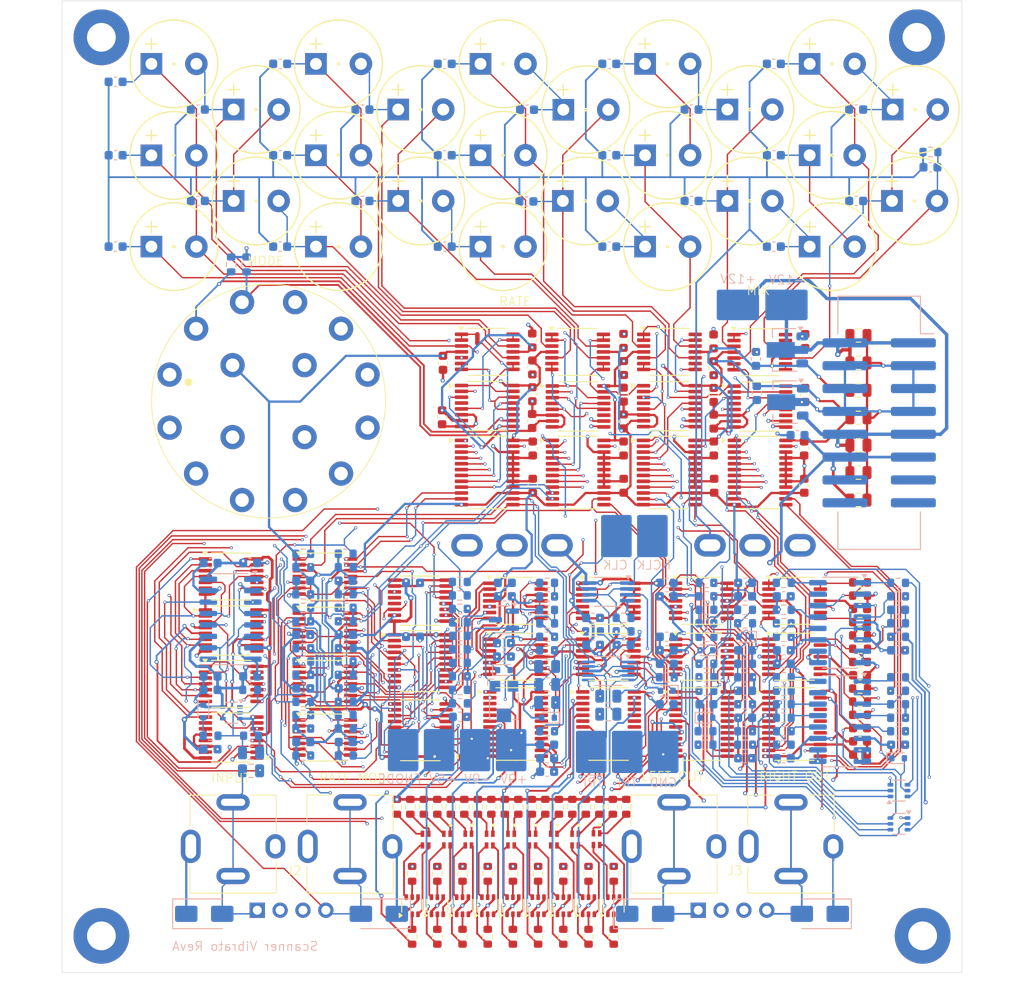
<source format=kicad_pcb>
(kicad_pcb (version 20240108) (generator "pcbnew") (generator_version "8.0")
  (title_block (title "${ProjectTitle}") (date "2024-12-01") (rev "${Revision}") (company "Osprey instruments"))
  (layers (0 "F.Cu" signal "Top Signal") (1 "In1.Cu" power "Ground Plane") (2 "In2.Cu" signal "Mid Signal") (31 "B.Cu" signal "Bottom Signal") (34 "B.Paste" user "Bottom Paste") (35 "F.Paste" user "Top Paste") (36 "B.SilkS" user "Bottom Silkscreen") (37 "F.SilkS" user "Top Silkscreen") (38 "B.Mask" user "Bottom Mask") (39 "F.Mask" user "Top Mask") (44 "Edge.Cuts" user "Board Outline"))
  (property "BoardName" "Scanner Vibrato")
  (property "ProjectTitle" "Solid State Scanner Vibrato")
  (property "Revision" "A")
  (net 0 "")
  (net 1 "/Ladder + Mux/LadderIn")
  (net 2 "/Ladder + Mux/LadderCOM")
  (net 3 "Net-(U1B-+)")
  (net 4 "Net-(U1C-+)")
  (net 5 "GND")
  (net 6 "+9V")
  (net 7 "-9V")
  (net 8 "Net-(U1D-+)")
  (net 9 "Net-(U6A-+)")
  (net 10 "Net-(U6B-+)")
  (net 11 "Net-(U6C-+)")
  (net 12 "Net-(U6D-+)")
  (net 13 "Net-(U7A-+)")
  (net 14 "Net-(U7B-+)")
  (net 15 "Net-(U7C-+)")
  (net 16 "Net-(U7D-+)")
  (net 17 "Net-(U8A-+)")
  (net 18 "Net-(U8B-+)")
  (net 19 "Net-(U8C-+)")
  (net 20 "Net-(U8D-+)")
  (net 21 "+5V")
  (net 22 "Net-(C63-Pad1)")
  (net 23 "+12V")
  (net 24 "-12V")
  (net 25 "Net-(D11-K)")
  (net 26 "Net-(C86-Pad1)")
  (net 27 "Net-(U37A--)")
  (net 28 "Net-(C87-Pad2)")
  (net 29 "Net-(U31D-+)")
  (net 30 "Net-(U37C-+)")
  (net 31 "Net-(C89-Pad1)")
  (net 32 "/LFO/TRI_SYNC")
  (net 33 "Net-(D14-A)")
  (net 34 "Net-(D14-K)")
  (net 35 "Net-(D15-A)")
  (net 36 "Net-(D15-K)")
  (net 37 "Net-(C100-Pad2)")
  (net 38 "/Input")
  (net 39 "Net-(D16-A)")
  (net 40 "Net-(D16-K)")
  (net 41 "Net-(D17-K)")
  (net 42 "Net-(D17-A)")
  (net 43 "Net-(D1-A)")
  (net 44 "Net-(D2B-R_K)")
  (net 45 "Net-(D2A-A_A)")
  (net 46 "Net-(D2B-R_A)")
  (net 47 "Net-(D2A-A_K)")
  (net 48 "Net-(D3B-R_K)")
  (net 49 "Net-(D3A-A_A)")
  (net 50 "Net-(D3A-A_K)")
  (net 51 "Net-(D3B-R_A)")
  (net 52 "Net-(D4B-R_K)")
  (net 53 "Net-(D4B-R_A)")
  (net 54 "Net-(D4A-A_K)")
  (net 55 "Net-(D4A-A_A)")
  (net 56 "Net-(D5A-A_K)")
  (net 57 "Net-(D5A-A_A)")
  (net 58 "Net-(D5B-R_K)")
  (net 59 "Net-(D5B-R_A)")
  (net 60 "Net-(D6A-A_K)")
  (net 61 "Net-(D6A-A_A)")
  (net 62 "Net-(D6B-R_K)")
  (net 63 "Net-(D6B-R_A)")
  (net 64 "Net-(D7A-A_K)")
  (net 65 "Net-(D7B-R_K)")
  (net 66 "Net-(D7A-A_A)")
  (net 67 "Net-(D7B-R_A)")
  (net 68 "Net-(D8B-R_A)")
  (net 69 "Net-(D8A-A_K)")
  (net 70 "Net-(D8B-R_K)")
  (net 71 "Net-(D8A-A_A)")
  (net 72 "Net-(D9B-R_A)")
  (net 73 "Net-(D9A-A_A)")
  (net 74 "Net-(D9A-A_K)")
  (net 75 "Net-(D9B-R_K)")
  (net 76 "Net-(D10B-R_K)")
  (net 77 "Net-(D10B-R_A)")
  (net 78 "Net-(D10A-A_A)")
  (net 79 "Net-(D10A-A_K)")
  (net 80 "Net-(D11-A)")
  (net 81 "Net-(D12-K)")
  (net 82 "Net-(D12-A)")
  (net 83 "Net-(D13-A)")
  (net 84 "Net-(D13-K)")
  (net 85 "/VCAs/LEFT_OUT")
  (net 86 "/VCAs/RIGHT_OUT")
  (net 87 "/LFO/FREQ_CV")
  (net 92 "/Ladder + Mux/t0")
  (net 93 "/Ladder + Mux/v0")
  (net 94 "Net-(Q1A-B1)")
  (net 95 "Net-(Q1B-B2)")
  (net 96 "Net-(Q2A-B1)")
  (net 97 "Net-(Q2B-B2)")
  (net 98 "Net-(Q3A-B1)")
  (net 99 "Net-(Q3B-B2)")
  (net 100 "Net-(Q4B-B2)")
  (net 101 "Net-(Q4A-B1)")
  (net 102 "Net-(Q5B-B2)")
  (net 103 "Net-(Q5A-B1)")
  (net 104 "Net-(Q6B-B2)")
  (net 105 "Net-(Q6A-B1)")
  (net 106 "Net-(Q7B-B2)")
  (net 107 "Net-(Q7A-B1)")
  (net 108 "Net-(Q8A-B1)")
  (net 109 "Net-(Q8B-B2)")
  (net 110 "Net-(Q9A-B1)")
  (net 111 "Net-(Q9B-B2)")
  (net 112 "Net-(Q10B-E2)")
  (net 113 "Net-(Q10A-E1)")
  (net 114 "Net-(Q10A-C1)")
  (net 115 "Net-(Q10B-C2)")
  (net 116 "Net-(Q11B-E2)")
  (net 117 "Net-(Q11A-E1)")
  (net 118 "Net-(Q11A-C1)")
  (net 119 "Net-(Q11B-C2)")
  (net 120 "Net-(Q12-S)")
  (net 121 "Net-(Q12-G)")
  (net 122 "Net-(Q12-D)")
  (net 123 "Net-(U33A--)")
  (net 124 "/Ladder + Mux/VMODE_S1")
  (net 125 "/Counters/X_TAP_MUXL_ODD_S0")
  (net 126 "/Counters/X_TAP_MUXL_ODD_S1")
  (net 127 "/Counters/X_TAP_MUXL_ODD_S2")
  (net 128 "/Counters/X_TAP_MUXL_ODD_S3")
  (net 129 "Net-(U34A--)")
  (net 130 "/Counters/X_TAP_MUXL_EVEN_S0")
  (net 131 "/Counters/X_TAP_MUXL_EVEN_S1")
  (net 132 "/Counters/X_TAP_MUXL_EVEN_S2")
  (net 133 "/Counters/X_TAP_MUXL_EVEN_S3")
  (net 134 "Net-(U35A--)")
  (net 135 "/Counters/X_TAP_MUXR_ODD_S0")
  (net 136 "/Counters/X_TAP_MUXR_ODD_S1")
  (net 137 "/Counters/X_TAP_MUXR_ODD_S2")
  (net 138 "/Counters/X_TAP_MUXR_ODD_S3")
  (net 139 "Net-(U36A--)")
  (net 140 "/Counters/X_TAP_MUXR_EVEN_S0")
  (net 141 "/Counters/X_TAP_MUXR_EVEN_S1")
  (net 142 "/Counters/X_TAP_MUXR_EVEN_S2")
  (net 143 "/Ladder + Mux/VMODE_S0")
  (net 144 "/Counters/X_TAP_MUXR_EVEN_S3")
  (net 145 "/LED Array/LED_L_EVEN_0")
  (net 146 "/LED Array/LED_R_EVEN_0")
  (net 147 "Net-(U31A-+)")
  (net 148 "Net-(R124-Pad2)")
  (net 149 "/LED Array/LED_L_ODD_1")
  (net 150 "/LED Array/LED_R_ODD_1")
  (net 151 "Net-(R129-Pad1)")
  (net 152 "/LED Array/LED_L_ODD_3")
  (net 153 "/LED Array/LED_R_ODD_3")
  (net 154 "Net-(U37B--)")
  (net 155 "/LED Array/LED_L_EVEN_4")
  (net 156 "/LED Array/LED_R_EVEN_4")
  (net 157 "Net-(R56-Pad1)")
  (net 158 "/LED Array/LED_L_ODD_5")
  (net 159 "/LED Array/LED_R_ODD_5")
  (net 160 "/LED Array/LED_L_EVEN_6")
  (net 161 "/LFO/2V5")
  (net 162 "/LED Array/LED_R_EVEN_6")
  (net 163 "/LED Array/LED_L_ODD_7")
  (net 164 "Net-(R70-Pad1)")
  (net 165 "/LED Array/LED_R_ODD_7")
  (net 166 "/LED Array/LED_L_EVEN_8")
  (net 167 "/LED Array/LED_R_EVEN_8")
  (net 168 "/LED Array/Triangle")
  (net 169 "/LED Array/LED_L_EVEN_2")
  (net 170 "Net-(U39A-+)")
  (net 171 "/Ladder + Mux/TAP_MUXL_EVEN")
  (net 172 "/LED Array/LED_R_EVEN_2")
  (net 173 "Net-(U39A--)")
  (net 174 "Net-(R88-Pad1)")
  (net 175 "Net-(U38B--)")
  (net 176 "Net-(R89-Pad1)")
  (net 177 "Net-(R90-Pad2)")
  (net 178 "Net-(U41A--)")
  (net 179 "/LED Array/~{Triangle}")
  (net 180 "/Ladder + Mux/TAP_MUXL_ODD")
  (net 181 "Net-(U39B-+)")
  (net 182 "Net-(U39B--)")
  (net 183 "Net-(R96-Pad1)")
  (net 184 "Net-(U38D--)")
  (net 185 "Net-(R101-Pad2)")
  (net 186 "Net-(U44A-+)")
  (net 187 "/Ladder + Mux/TAP_MUXR_EVEN")
  (net 188 "Net-(U44B-+)")
  (net 189 "/Ladder + Mux/TAP_MUXR_ODD")
  (net 190 "Net-(U44A--)")
  (net 191 "Net-(U44B--)")
  (net 192 "Net-(R113-Pad1)")
  (net 193 "Net-(R114-Pad1)")
  (net 194 "Net-(U45B--)")
  (net 195 "Net-(R117-Pad1)")
  (net 196 "Net-(R118-Pad1)")
  (net 197 "Net-(U45D--)")
  (net 198 "Net-(U41B--)")
  (net 199 "Net-(U46A--)")
  (net 200 "Net-(U46B--)")
  (net 201 "Net-(U46C--)")
  (net 202 "Net-(U41C--)")
  (net 203 "Net-(R132-Pad2)")
  (net 204 "Net-(U41D-+)")
  (net 205 "Net-(U41D--)")
  (net 206 "/LFO/~{TRI}_BUF")
  (net 207 "/LFO/TRI_BUF")
  (net 208 "/LFO/HCLK")
  (net 209 "/Counters/CLK")
  (net 210 "/Ladder + Mux/v3")
  (net 211 "/Ladder + Mux/v1")
  (net 212 "/Ladder + Mux/v2")
  (net 214 "/Ladder + Mux/t2")
  (net 215 "/Ladder + Mux/t1")
  (net 217 "/Ladder + Mux/v4")
  (net 218 "/Ladder + Mux/v9")
  (net 219 "/Ladder + Mux/v5")
  (net 220 "/Ladder + Mux/v6")
  (net 222 "/Ladder + Mux/t3")
  (net 223 "/Ladder + Mux/t4")
  (net 225 "/Ladder + Mux/v11")
  (net 226 "/Ladder + Mux/t5")
  (net 227 "/Ladder + Mux/t6")
  (net 228 "/Ladder + Mux/v12")
  (net 231 "/Ladder + Mux/v8")
  (net 232 "/Ladder + Mux/t7")
  (net 233 "/Ladder + Mux/v7")
  (net 235 "/Ladder + Mux/t8")
  (net 236 "/Ladder + Mux/v13")
  (net 237 "/Ladder + Mux/v10")
  (net 239 "/Ladder + Mux/v15")
  (net 240 "/Ladder + Mux/v14")
  (net 241 "Net-(U10A-+)")
  (net 242 "Net-(U10B-+)")
  (net 243 "Net-(U10C-+)")
  (net 244 "Net-(U10D-+)")
  (net 246 "/Counters/CT1_Q2")
  (net 248 "/Counters/CT1_Q0")
  (net 249 "/Counters/CT1_Q1")
  (net 250 "Net-(U17-~{LOAD})")
  (net 251 "Net-(U16A-R0)")
  (net 252 "/Counters/CT1_Q3")
  (net 254 "/Counters/TAP_MUXR_ODD_S1")
  (net 255 "/Counters/TAP_MUXR_ODD_S2")
  (net 256 "/Counters/TAP_MUXL_ODD_S3")
  (net 257 "/Counters/TAP_MUXL_ODD_S2")
  (net 258 "/Counters/CT2_Q0")
  (net 259 "/Counters/TAP_MUXL_ODD_S1")
  (net 260 "/Counters/TAP_MUXL_ODD_S0")
  (net 261 "/Counters/TAP_MUXR_ODD_S0")
  (net 262 "/Counters/TAP_MUXR_ODD_S3")
  (net 264 "Net-(U16B-Q1)")
  (net 265 "Net-(U16B-R1)")
  (net 268 "Net-(U16A-Q0)")
  (net 271 "/Counters/TAP_MUXL_EVEN_S1")
  (net 272 "/Counters/TAP_MUXL_EVEN_S0")
  (net 273 "/Counters/TAP_MUXR_EVEN_S2")
  (net 274 "/Counters/TAP_MUXR_EVEN_S1")
  (net 275 "/Counters/TAP_MUXL_EVEN_S3")
  (net 276 "/Counters/TAP_MUXR_EVEN_S0")
  (net 277 "/Counters/TAP_MUXR_EVEN_S3")
  (net 278 "/Counters/TAP_MUXL_EVEN_S2")
  (net 284 "/LED Array/LED_L_ODD_8")
  (net 285 "/LED Array/LED_L_ODD_0")
  (net 286 "/LED Array/LED_L_ODD_2")
  (net 287 "/LED Array/LED_L_ODD_4")
  (net 289 "/LED Array/LED_L_ODD_6")
  (net 293 "/LED Array/LED_L_EVEN_3")
  (net 295 "/LED Array/LED_L_EVEN_7")
  (net 299 "/LED Array/LED_L_EVEN_5")
  (net 300 "/LED Array/LED_L_EVEN_1")
  (net 302 "/LED Array/LED_R_ODD_4")
  (net 304 "/LED Array/LED_R_ODD_2")
  (net 305 "/LED Array/LED_R_ODD_8")
  (net 312 "/LED Array/LED_R_ODD_6")
  (net 313 "/LED Array/LED_R_ODD_0")
  (net 316 "/LED Array/LED_R_EVEN_1")
  (net 318 "/LED Array/LED_R_EVEN_5")
  (net 319 "/LED Array/LED_R_EVEN_3")
  (net 322 "/LED Array/LED_R_EVEN_7")
  (net 327 "Net-(U40-Pad7)")
  (net 332 "Net-(U46D--)")
  (net 333 "Net-(C5-Pad1)")
  (net 334 "Net-(C7-Pad1)")
  (net 335 "Net-(C12-Pad1)")
  (net 336 "Net-(C14-Pad1)")
  (net 337 "Net-(C16-Pad1)")
  (net 338 "Net-(C18-Pad1)")
  (net 339 "Net-(C19-Pad1)")
  (net 340 "Net-(C21-Pad1)")
  (net 341 "Net-(C22-Pad1)")
  (net 342 "Net-(C24-Pad1)")
  (net 356 "Net-(C117-Pad2)")
  (net 357 "Net-(C118-Pad2)")
  (net 358 "/Counters/CT2_Q3")
  (net 359 "Net-(U12-A3)")
  (net 360 "Net-(U12-A2)")
  (net 361 "Net-(U12-A1)")
  (net 362 "Net-(U12-A0)")
  (net 364 "/Counters/CT2_Q2")
  (net 365 "/Counters/CT2_Q1")
  (net 367 "Net-(U14E-~{E})")
  (footprint "Osprey:1300R_MUR" (layer "F.Cu") (at 142.932 60.24)
    (property "Reference" "L20" (hide yes))
    (property "Value" "33mH")
  )
  (footprint "Osprey:LED_HSMF-C162" (layer "F.Cu") (at 116.525 131.25 -90)
    (property "Reference" "D5" (hide yes))
    (property "Value" "HSMF-C162")
  )
  (footprint "Capacitor_SMD:C_0603_1608Metric" (layer "F.Cu") (at 151.57 81.8 -90)
    (property "Reference" "C27" (hide yes))
    (property "Value" "100nF")
  )
  (footprint "Package_SO:TSSOP-14_4.4x5mm_P0.65mm" (layer "F.Cu") (at 136.49 77.025)
    (property "Reference" "U7" (hide yes))
    (property "Value" "TL074")
  )
  (footprint "Capacitor_SMD:C_0603_1608Metric" (layer "F.Cu") (at 131.4 87.765 -90)
    (property "Reference" "C47" (hide yes))
    (property "Value" "100nF")
  )
  (footprint "Osprey:1300R_MUR" (layer "F.Cu") (at 115.5 55.16)
    (property "Reference" "L12" (hide yes))
    (property "Value" "33mH")
  )
  (footprint "Package_SO:TSSOP-14_4.4x5mm_P0.65mm" (layer "F.Cu") (at 87.7875 102)
    (property "Reference" "U20" (hide yes))
    (property "Value" "74HC4002")
  )
  (footprint "Capacitor_SMD:C_0603_1608Metric" (layer "F.Cu") (at 151.48 91.905 -90)
    (property "Reference" "C56" (hide yes))
    (property "Value" "100nF")
  )
  (footprint "Resistor_SMD:R_0603_1608Metric" (layer "F.Cu") (at 116.7 127.6 -90)
    (property "Reference" "R55" (hide yes))
    (property "Value" "330R")
  )
  (footprint "Osprey:1300R_MUR" (layer "F.Cu") (at 78.924 65.32)
    (property "Reference" "L1" (hide yes))
    (property "Value" "33mH")
  )
  (footprint "Osprey:LED_HSMF-C162" (layer "F.Cu") (at 111.775 131.25 -90)
    (property "Reference" "D3" (hide yes))
    (property "Value" "HSMF-C162")
  )
  (footprint "Resistor_SMD:R_0603_1608Metric" (layer "F.Cu") (at 121.9 135.05 -90)
    (property "Reference" "R65" (hide yes))
    (property "Value" "68k")
  )
  (footprint "Resistor_SMD:R_0603_1608Metric" (layer "F.Cu") (at 157.675 104.125 180)
    (property "Reference" "R107" (hide yes))
    (property "Value" "620R")
  )
  (footprint "Package_SO:TSSOP-16_4.4x5mm_P0.65mm" (layer "F.Cu") (at 116.2475 83.035)
    (property "Reference" "U2" (hide yes))
    (property "Value" "CD4052")
  )
  (footprint "MountingHole:MountingHole_3.2mm_M3_Pad" (layer "F.Cu") (at 164.63 141.95)
    (property "Reference" "REF**" (hide yes))
    (property "Value" "MountingHole_3.2mm_M3_Pad")
  )
  (footprint "Osprey:1300R_MUR" (layer "F.Cu") (at 97.212 45)
    (property "Reference" "L8" (hide yes))
    (property "Value" "33mH")
  )
  (footprint "Package_SO:TSSOP-14_4.4x5mm_P0.65mm" (layer "F.Cu") (at 129.7 110.918155)
    (property "Reference" "U37" (hide yes))
    (property "Value" "TL074")
  )
  (footprint "Osprey:16mm-POT-Right-Angle_LL" (layer "F.Cu") (at 146 98.528)
    (property "Reference" "R1" (hide yes))
    (property "Value" "1k")
  )
  (footprint "Package_SO:TSSOP-24_4.4x7.8mm_P0.65mm" (layer "F.Cu") (at 126.350833 90.435)
    (property "Reference" "U11" (hide yes))
    (property "Value" "CD4067")
  )
  (footprint "Resistor_SMD:R_0603_1608Metric" (layer "F.Cu") (at 113.7 127.6 -90)
    (property "Reference" "R49" (hide yes))
    (property "Value" "330R")
  )
  (footprint "Capacitor_SMD:C_0603_1608Metric" (layer "F.Cu") (at 141.425 87.765 -90)
    (property "Reference" "C51" (hide yes))
    (property "Value" "100nF")
  )
  (footprint "Resistor_SMD:R_0603_1608Metric" (layer "F.Cu") (at 119.7 127.6 -90)
    (property "Reference" "R61" (hide yes))
    (property "Value" "330R")
  )
  (footprint "Capacitor_SMD:C_0805_2012Metric" (layer "F.Cu") (at 157.5 90.45)
    (property "Reference" "C72" (hide yes))
    (property "Value" "330nF")
  )
  (footprint "Package_TO_SOT_SMD:SOT-363_SC-70-6" (layer "F.Cu") (at 130.3 138.6 90)
    (property "Reference" "Q9" (hide yes))
    (property "Value" "MMDT3904")
  )
  (footprint "Osprey:16mm-POT-Right-Angle_LL" (layer "F.Cu") (at 119 98.528)
    (property "Reference" "R44" (hide yes))
    (property "Value" "20k")
  )
  (footprint "Capacitor_SMD:C_0603_1608Metric" (layer "F.Cu") (at 141.4 75.865 -90)
    (property "Reference" "C34" (hide yes))
    (property "Value" "100nF")
  )
  (footprint "Resistor_SMD:R_0603_1608Metric" (layer "F.Cu") (at 116.3 135.05 -90)
    (property "Reference" "R53" (hide yes))
    (property "Value" "68k")
  )
  (footprint "Capacitor_SMD:C_0805_2012Metric" (layer "F.Cu") (at 157.5 87.4)
    (property "Reference" "C113" (hide yes))
    (property "Value" "1uF")
  )
  (footprint "Osprey:1300R_MUR" (layer "F.Cu") (at 97.212 65.32)
    (property "Reference" "L6" (hide yes))
    (property "Value" "33mH")
  )
  (footprint "Package_SO:TSSOP-14_4.4x5mm_P0.65mm" (layer "F.Cu") (at 150.3875 110.918155)
    (property "Reference" "U45" (hide yes))
    (property "Value" "TL074")
  )
  (footprint "Capacitor_SMD:C_0603_1608Metric" (layer "F.Cu") (at 131.4 84.755 -90)
    (property "Reference" "C40" (hide yes))
    (property "Value" "100nF")
  )
  (footprint "Resistor_SMD:R_0603_1608Metric" (layer "F.Cu") (at 127.5 135.05 -90)
    (property "Reference" "R77" (hide yes))
    (property "Value" "68k")
  )
  (footprint "Osprey:1300R_MUR" (layer "F.Cu") (at 124.7 50.1)
    (property "Reference" "L14" (hide yes))
    (property "Value" "33mH")
  )
  (footprint "Osprey:1300R_MUR" (layer "F.Cu") (at 133.788 65.32)
    (property "Reference" "L16" (hide yes))
    (property "Value" "33mH")
  )
  (footprint "Resistor_SMD:R_0603_1608Metric" (layer "F.Cu") (at 127.5 142.05 90)
    (property "Reference" "R75" (hide yes))
    (property "Value" "68k")
  )
  (footprint "Osprey:1300R_MUR" (layer "F.Cu") (at 152.076 55.16)
    (property "Reference" "L22" (hide yes))
    (property "Value" "33mH")
  )
  (footprint "MountingHole:MountingHole_3.2mm_M3_Pad" (layer "F.Cu") (at 73.37 141.95)
    (property "Reference" "REF**" (hide yes))
    (property "Value" "MountingHole_3.2mm_M3_Pad")
  )
  (footprint "Resistor_SMD:R_0603_1608Metric" (layer "F.Cu") (at 131.7 127.6 -90)
    (property "Reference" "R85" (hide yes))
    (property "Value" "330R")
  )
  (footprint "Capacitor_SMD:C_0603_1608Metric" (layer "F.Cu") (at 157.675 118.85 180)
    (property "Reference" "C102" (hide yes))
    (property "Value" "1nF")
  )
  (footprint "Resistor_SMD:R_0603_1608Metric" (layer "F.Cu") (at 130.3 135.05 -90)
    (property "Reference" "R83" (hide yes))
    (property "Value" "68k")
  )
  (footprint "Osprey:1300R_MUR" (layer "F.Cu") (at 106.356 50.08)
    (property "Reference" "L9" (hide yes))
    (property "Value" "33mH")
  )
  (footprint "Resistor_SMD:R_0603_1608Metric" (layer "F.Cu") (at 113.5 142.05 90)
    (property "Reference" "R45" (hide yes))
    (property "Value" "68k")
  )
  (footprint "Package_SO:TSSOP-14_4.4x5mm_P0.65mm" (layer "F.Cu") (at 119.372573 104.7)
    (property "Reference" "U46" (hide yes))
    (property "Value" "TL074")
  )
  (footprint "Package_TO_SOT_SMD:SOT-363_SC-70-6" (layer "F.Cu") (at 124.7 138.6 90)
    (property "Reference" "Q7" (hide yes))
    (property "Value" "MMDT3904")
  )
  (footprint "Package_SO:TSSOP-24_4.4x7.8mm_P0.65mm" (layer "F.Cu") (at 116.2425 90.435)
    (property "Reference" "U9" (hide yes))
    (property "Value" "CD4067")
  )
  (footprint "Package_SO:TSSOP-24_4.4x7.8mm_P0.65mm" (layer "F.Cu") (at 119.4 118.4)
    (property "Reference" "U27" (hide yes))
    (property "Value" "CD4067")
  )
  (footprint "Resistor_SMD:R_0603_1608Metric" (layer "F.Cu") (at 119.1 142.05 90)
    (property "Reference" "R57" (hide yes))
    (property "Value" "68k")
  )
  (footprint "Osprey:IO_Jack_Header" (layer "F.Cu") (at 94.5 132)
    (property "Reference" "J2")
    (property "Value" "Sig Inputs")
  )
  (footprint "Capacitor_SMD:C_0603_1608Metric" (layer "F.Cu") (at 131.42 78.815 -90)
    (property "Reference" "C31" (hide yes))
    (property "Value" "100nF")
  )
  (footprint "Package_SO:TSSOP-16_4.4x5mm_P0.65mm" (layer "F.Cu") (at 108.8 104.68 180)
    (property "Reference" "U21" (hide yes))
    (property "Value" "74HC191")
  )
  (footprint "Osprey:1300R_MUR" (layer "F.Cu") (at 97.212 55.16)
    (property "Reference" "L7" (hide yes))
    (property "Value" "33mH")
  )
  (footprint "Resistor_SMD:R_0603_1608Metric" (layer "F.Cu") (at 124.7 142.05 90)
    (property "Reference" "R69" (hide yes))
    (property "Value" "68k")
  )
  (footprint "Osprey:1300R_MUR" (layer "F.Cu") (at 133.788 45)
    (property "Reference" "L18" (hide yes))
    (property "Value" "33mH")
  )
  (footprint "Package_SO:TSSOP-14_4.4x5mm_P0.65mm" (layer "F.Cu") (at 98.2 119.9)
    (property "Reference" "U36" (hide yes))
    (property "Value" "LM339")
  )
  (footprint "Resistor_SMD:R_0603_1608Metric" (layer "F.Cu") (at 130.2 127.6 -90)
    (property "Reference" "R84" (hide yes))
    (property "Value" "330R")
  )
  (footprint "Capacitor_SMD:C_0603_1608Metric" (layer "F.Cu") (at 157.675 112.975)
    (property "Reference" "C103" (hide yes))
    (property "Value" "100nF")
  )
  (footprint "Package_SO:TSSOP-14_4.4x5mm_P0.65mm" (layer "F.Cu") (at 119.372573 110.918155)
    (property "Reference" "U31" (hide yes))
    (property "Value" "TL074")
  )
  (footprint "Package_SO:TSSOP-14_4.4x5mm_P0.65mm" (layer "F.Cu") (at 126.29 77.025)
    (property "Reference" "U6" (hide yes))
    (property "Value" "TL074")
  )
  (footprint "Osprey:1300R_MUR" (layer "F.Cu") (at 152.076 65.32)
    (property "Reference" "L21" (hide yes))
    (property "Value" "33mH")
  )
  (footprint "Osprey:1300R_MUR" (layer "F.Cu") (at 142.932 50.08)
    (property "Reference" "L19" (hide yes))
    (property "Value" "33mH")
  )
  (footprint "Capacitor_SMD:C_0603_1608Metric" (layer "F.Cu") (at 131.39 75.795 -90)
    (property "Reference" "C32" (hide yes))
    (property "Value" "100nF")
  )
  (footprint "Resistor_SMD:R_0603_1608Metric" (layer "F.Cu") (at 157.675 108.55 180)
    (property "Reference" "R108" (hide yes))
    (property "Value" "620R")
  )
  (footprint "Capacitor_SMD:C_0603_1608Metric" (layer "F.Cu") (at 121.24 84.705 -90)
    (property "Reference" "C38" (hide yes))
    (property "Value" "100nF")
  )
  (footprint "Package_SO:TSSOP-16_4.4x5mm_P0.65mm" (layer "F.Cu") (at 87.795737 119.9 180)
    (property "Reference" "U16" (hide yes))
    (property "Value" "CD4043B")
  )
  (footprint "Package_TO_SOT_SMD:SOT-363_SC-70-6" (layer "F.Cu") (at 127.5 138.6 90)
    (property "Reference" "Q8" (hide yes))
    (property "Value" "MMDT3904")
  )
  (footprint "Resistor_SMD:R_0603_1608Metric" (layer "F.Cu") (at 121.2 127.6 -90)
    (property "Reference" "R66" (hide yes))
    (property "Value" "330R")
  )
  (footprint "Package_TO_SOT_SMD:SOT-363_SC-70-6" (layer "F.Cu") (at 113.5 138.6 90)
    (property "Reference" "Q3" (hide yes))
    (property "Value" "MMDT3904")
  )
  (footprint "Resistor_SMD:R_0603_1608Metric" (layer "F.Cu") (at 110.7 135.05 -90)
    (property "Reference" "R41" (hide yes))
    (property "Value" "68k")
  )
  (footprint "Capacitor_SMD:C_0603_1608Metric" (layer "F.Cu") (at 121.26 81.735 -90)
    (property "Reference" "C35" (hide yes))
    (property "Value" "100nF")
  )
  (footprint "Capacitor_SMD:C_0603_1608Metric" (layer "F.Cu") (at 131.4 81.775 -90)
    (property "Reference" "C39" (hide yes))
    (property "Value" "100nF")
  )
  (footprint "Osprey:1300R_MUR" (layer "F.Cu") (at 124.644 60.24)
    (property "Reference" "L15" (hide yes))
    (property "Value" "33mH")
  )
  (footprint "Package_SO:TSSOP-14_4.4x5mm_P0.65mm" (layer "F.Cu") (at 116.25 77.015)
    (property "Reference" "U1" (hide yes))
    (property "Value" "TL074")
  )
  (footprint "Osprey:1300R_MUR" (layer "F.Cu") (at 88.068 50.08)
    (property "Reference" "L4" (hide yes))
    (property "Value" "33mH")
  )
  (footprint "Resistor_SMD:R_0603_1608Metric" (layer "F.Cu") (at 122.7 127.6 -90)
    (property "Reference" "R67" (hide yes))
    (property "Value" "330R")
  )
  (footprint "MountingHole:MountingHole_3.2mm_M3_Pad" (layer "F.Cu") (at 164 42.05)
    (property "Reference" "REF**" (hide yes))
    (property "Value" "MountingHole_3.2mm_M3_Pad")
  )
  (footprint "Resistor_SMD:R_0603_1608Metric" (layer "F.Cu") (at 157.675 115.9 180)
    (property "Reference" "R112" (hide yes))
    (property "Value" "33k")
  )
  (footprint "Capacitor_SMD:C_0603_1608Metric" (layer "F.Cu") (at 121.3 87.765 -90)
    (property "Reference" "C43" (hide yes))
    (property "Value" "100nF")
  )
  (footprint "Osprey:1300R_MUR" (layer "F.Cu") (at 115.5 65.32)
    (property "Reference" "L11" (hide yes))
    (property "Value" "33mH")
  )
  (footprint "Capacitor_SMD:C_0603_1608Metric" (layer "F.Cu") (at 157.675 120.325)
    (property "Reference" "C82" (hide yes))
    (property "Value" "100nF")
  )
  (footprint "Capacitor_SMD:C_0603_1608Metric" (layer "F.Cu") (at 141.41 78.835 -90)
    (property "Reference" "C33" (hide yes))
    (property "Value" "100nF")
  )
  (footprint "Capacitor_SMD:C_0805_2012Metric" (layer "F.Cu") (at 157.5 75.2 180)
    (property "Reference" "C114" (hide yes))
    (property "Value" "1uF")
  )
  (footprint "Package_SO:TSSOP-20_4.4x6.5mm_P0.65mm" (layer "F.Cu") (at 108.8125 119.09 180)
    (property "Reference" "U23" (hide yes))
    (property "Value" "74HCT273")
  )
  (footprint "Capacitor_SMD:C_0603_1608Metric" (layer "F.Cu") (at 121.26 78.755 -90)
    (property "Reference" "C37" (hide yes))
    (property "Value" "100nF")
  )
  (footprint "Capacitor_SMD:C_0603_1608Metric" (layer "F.Cu") (at 121.25 75.755 -90)
    (property "Reference" "C30" (hide yes))
    (property "Value" "100nF")
  )
  (footprint "Capacitor_SMD:C_0603_1608Metric" (layer "F.Cu") (at 111.33 78.235 -90)
    (property "Reference" "C29" (hide yes))
    (property "Value" "100nF")
  )
  (footprint "Resistor_SMD:R_0603_1608Metric" (layer "F.Cu") (at 107.7 127.6 -90)
    (property "Reference" "R34" (hide yes))
    (property "Value" "330R")
  )
  (footprint "Package_SO:TSSOP-24_4.4x7.8mm_P0.65mm" (layer "F.Cu") (at 136.459166 90.435)
    (property "Reference" "U13" (hide yes))
    (property "Value" "CD4067")
  )
  (footprint "Resistor_SMD:R_0603_1608Metric" (layer "F.Cu") (at 113.5 135.05 -90)
    (property "Reference" "R47" (hide yes))
    (property "Value" "68k")
  )
  (footprint "Resistor_SMD:R_0603_1608Metric" (layer "F.Cu") (at 157.675 111.5 180)
    (property "Reference" "R118" (hide yes))
    (property "Value" "18k")
  )
  (footprint "Package_SO:TSSOP-14_4.4x5mm_P0.65mm" (layer "F.Cu") (at 87.795737 113.935)
    (property "Reference" "U14" (hide yes))
    (property "Value" "CD40106")
  )
  (footprint "Resistor_SMD:R_0603_1608Metric" (layer "F.Cu") (at 130.3 142.05 90)
    (property "Reference" "R81" (hide yes))
    (property "Value" "68k")
  )
  (footprint "Capacitor_SMD:C_0603_1608Metric" (layer "F.Cu") (at 141.41 84.775 -90)
    (property "Reference" "C42" (hide yes))
    (property "Value" "100nF")
  )
  (footprint "NetTie:NetTie-2_SMD_Pad0.5mm" (layer "F.Cu") (at 115.15 75.57 -90)
    (property "Reference" "NT1" (hide yes))
    (property "Value" "NetTie_2" (hide yes))
  )
  (footprint "Capacitor_SMD:C_0805_2012Metric" (layer "F.Cu") (at 157.5 78.25 180)
    (property "Reference" "C75" (hide yes))
    (property "Value" "330nF")
  )
  (footprint "Osprey:1300R_MUR" (layer "F.Cu") (at 78.924 55.177)
    (property "Reference" "L2" (hide yes))
    (property "Value" "33mH")
  )
  (footprint "Resistor_SMD:R_0603_1608Metric" (layer "F.Cu") (at 115.2 127.6 -90)
    (property "Reference" "R54" (hide yes))
    (property "Value" "330R")
  )
  (footprint "Resistor_SMD:R_0603_1608Metric" (layer "F.Cu") (at 128.7 127.6 -90)
    (property "Reference" "R79" (hide yes))
    (property "Value" "330R")
  )
  (footprint "Resistor_SMD:R_0603_1608Metric" (layer "F.Cu") (at 119.1 135.05 -90)
    (property "Reference" "R59" (hide yes))
    (property "Value" "68k")
  )
  (footprint "Resistor_SMD:R_0603_1608Metric" (layer "F.Cu") (at 157.675 102.65 180)
    (property "Reference" "R104" (hide yes))
    (property "Value" "100k")
  )
  (footprint "Osprey:IO_Jack_Header" (layer "F.Cu") (at 143.5 132)
    (property "Reference" "J3")
    (property "Value" "Sig Outputs")
  )
  (footprint "Resistor_SMD:R_0603_1608Metric" (layer "F.Cu") (at 157.675 110.025 180)
    (property "Reference" "R120" (hide yes))
    (property "Value" "100k")
  )
  (footprint "Resistor_SMD:R_0603_1608Metric" (layer "F.Cu") (at 124.2 127.6 -90)
    (property "Reference" "R72" (hide yes))
    (property "Value" "330R")
  )
  (footprint "Package_SO:TSSOP-14_4.4x5mm_P0.65mm" (layer "F.Cu") (at 140.057961 110.918155)
    (property "Reference" "U38" (hide yes))
    (property "Value" "TL074")
  )
  (footprint "Resistor_SMD:R_0603_1608Metric" (layer "F.Cu") (at 125.7 127.6 -90)
    (property "Reference" "R73" (hide yes))
    (property "Value" "330R")
  )
  (footprint "Package_TO_SOT_SMD:SOT-363_SC-70-6" (layer "F.Cu") (at 119.1 138.6 90)
    (property "Reference" "Q5" (hide yes))
    (property "Value" "MMDT3904")
  )
  (footprint "Resistor_SMD:R_0603_1608Metric" (layer "F.Cu") (at 157.675 107.075 180)
    (property "Reference" "R106" (hide yes))
    (property "Value" "100k")
  )
  (footprint "Package_SO:TSSOP-14_4.4x5mm_P0.65mm" (layer "F.Cu") (at 140.036941 104.7)
    (property "Reference" "U41" (hide yes))
    (property "Value" "TL074")
  )
  (footprint "Osprey:1300R_MUR" (layer "F.Cu") (at 115.5 45)
    (property "Reference" "L13" (hide yes))
    (property "Value" "33mH")
  )
  (footprint "Osprey:LED_HSMF-C162" (layer "F.Cu") (at 114.15 131.25 -90)
    (property "Reference" "D4" (hide yes))
    (property "Value" "HSMF-C162")
  )
  (footprint "Capacitor_SMD:C_0805_2012Metric" (layer "F.Cu") (at 157.5 93.5)
    (property "Reference" "C116" (hide yes))
    (property "Value" "1uF")
  )
  (footprint "Resistor_SMD:R_0603_1608Metric" (layer "F.Cu") (at 118.2 127.6 -90)
    (property "Reference" "R60" (hide yes))
    (property "Value" "330R")
  )
  (footprint "Resistor_SMD:R_0603_1608Metric" (layer "F.Cu") (at 127.2 127.6 -90)
    (property "Reference" "R78" (hide yes))
    (property "Value" "330R")
  )
  (footprint "Osprey:SR2511 1P Hijack" (layer "F.Cu") (at 91.947441 82.5)
    (property "Reference" "SW1" (hide yes))
    (property "Value" "4P3T Rotary")
  )
  (footprint "Osprey:LED_HSMF-C162" (layer "F.Cu") (at 109.4 131.25 -90)
    (property "Reference" "D2" (hide yes))
    (property "Value" "HSMF-C162")
  )
  (footprint "Package_SO:TSSOP-16_4.4x5mm_P0.65mm" (layer "F.Cu") (at 136.4775 83.06)
    (property "Reference" "U4" (hide yes))
    (property "Value" "CD4052")
  )
  (footprint "Osprey:LED_HSMF-C162" (layer "F.Cu") (at 118.9 131.25 -90)
    (property "Reference" "D6" (hide yes))
    (property "Value" "HSMF-C162")
  )
  (footprint "Package_SO:TSSOP-20_4.4x6.5mm_P0.65mm" (layer "F.Cu") (at 108.7875 111.4)
    (property "Reference" "U19" (hide yes))
    (property "Value" "74HCT273")
  )
  (footprint "Osprey:LED_HSMF-C162" (layer "F.Cu") (at 121.275 131.25 -90)
    (property "Reference" "D7" (hide yes))
    (property "Value" "HSMF-C162")
  )
  (footprint "Capacitor_SMD:C_0603_1608Metric" (layer "F.Cu") (at 151.46 87.765 -90)
    (property "Reference" "C55" (hide yes))
    (property "Value" "100nF")
  )
  (footprint "Capacitor_SMD:C_0603_1608Metric" (layer "F.Cu") (at 111.23 84.295 90)
    (property "Reference" "C36" (hide yes))
    (property "Value" "100nF")
  )
  (footprint "Resistor_SMD:R_0603_1608Metric" (layer "F.Cu") (at 107.9 135.05 -90)
    (property "Reference" "R35" (hide yes))
    (property "Value" "68k")
  )
  (footprint "Package_SO:TSSOP-14_4.4x5mm_P0.65mm" (layer "F.Cu") (at 129.7 104.7)
    (property "Reference" "U42" (hide yes))
    (property "Value" "74HC86")
  )
  (footprint "Osprey:LED_HSMF-C162" (layer "F.Cu") (at 128.4 131.2 -90)
    (property "Reference" "D10" (hide yes))
    (property "Value" "HSMF-C162")
  )
  (footprint "Capacitor_SMD:C_0603_1608Metric" (layer "F.Cu") (at 141.465 91.905 -90)
    (property "Reference" "C52" (hide yes))
    (property "Value" "100nF")
  )
  (footprint "Capacitor_SMD:C_0603_1608Metric" (layer "F.Cu") (at 131.41 91.905 -90)
    (property "Reference" "C48" (hide yes))
    (property "Value" "100nF")
  )
  (footprint "Capacitor_SMD:C_0603_1608Metric" (layer "F.Cu") (at 157.675 105.6 180)
    (property "Reference" "C60" (hide yes))
    (property "Value" "100nF")
  )
  (footprint "MountingHole:MountingHole_3.2mm_M3_Pad" (layer "F.Cu") (at 73.37 42.05)
    (property "Reference" "REF**" (hide yes))
    (property "Value" "MountingHole_3.2mm_M3_Pad")
  )
  (footprint "Package_SO:TSSOP-16_4.4x5mm_P0.65mm" (layer "F.Cu") (at 126.34 83.085)
    (property "Reference" "U3" (hide yes))
    (property "Value" "CD4052")
  )
  (footprint "Package_SO:TSSOP-16_4.4x5mm_P0.65mm" (layer "F.Cu") (at 146.5575 83.105)
    (property "Reference" "U5" (hide yes))
    (property "Value" "CD4052")
  )
  (footprint "Package_TO_SOT_SMD:SOT-363_SC-70-6" (layer "F.Cu") (at 107.9 138.6 90)
    (property "Reference" "Q1" (hide yes))
    (property "Value" "MMDT3904")
  )
  (footprint "Resistor_SMD:R_0603_1608Metric" (layer "F.Cu") (at 110.7 142.05 90)
    (property "Reference" "R39" (hide yes))
    (property "Value" "68k")
  )
  (footprint "Osprey:1300R_MUR" (layer "F.Cu") (at 161.307 50.08)
    (property "Reference" "L24" (hide yes))
    (property "Value" "33mH")
  )
  (footprint "Resistor_SMD:R_0603_1608Metric" (layer "F.Cu") (at 106.2 127.6 -90)
    (property "Reference" "R33" (hide yes))
    (property "Value" "330R")
  )
  (footprint "Package_SO:TSSOP-14_4.4x5mm_P0.65mm" (layer "F.Cu") (at 98.2125 108.02)
    (property "Reference" "U34" (hide yes))
    (property "Value" "LM339")
  )
  (footprint "Resistor_SMD:R_0603_1608Metric" (layer "F.Cu") (at 121.9 142.05 90)
    (property "Reference" "R63" (hide yes))
    (property "Value" "68k")
  )
  (footprint "Package_SO:TSSOP-14_4.4x5mm_P0.65mm" (layer "F.Cu") (at 98.2125 113.935)
    (property "Reference" "U35" (hide yes))
    (property "Value" "LM339")
  )
  (footprint "Capacitor_SMD:C_0805_2012Metric" (layer "F.Cu") (at 157.5 81.3 180)
    (property "Reference" "C74" (hide yes))
    (property "Value" "1uF")
  )
  (footprint "Osprey:1300R_MUR" (layer "F.Cu") (at 161.22 60.24)
    (property "Reference" "L25" (hide yes))
    (property "Value" "33mH")
  )
  (footprint "Resistor_SMD:R_0603_1608Metric" (layer "F.Cu") (at 157.675 117.375)
    (property "Reference" "R105" (hide yes))
    (property "Value" "330k")
  )
  (footprint "Capacitor_SMD:C_0603_1608Metric" (layer "F.Cu") (at 141.41 81.805 -90)
    (property "Reference" "C41" (hide yes))
    (property "Value" "100nF")
  )
  (footprint "Package_SO:TSSOP-14_4.4x5mm_P0.65mm" (layer "F.Cu") (at 150.4 104.7)
    (property "Reference" "U10" (hide yes))
    (property "Value" "TL074")
  )
  (footprint "Resistor_SMD:R_0603_1608Metric" (layer "F.Cu") (at 107.9 142.05 90)
    (property "Reference" "R32" (hide yes))
    (property "Value" "68k")
  )
  (footprint "Capacitor_SMD:C_0603_1608Metric" (layer "F.Cu") (at 121.3 91.905 -90)
    (property "Reference" "C44" (hide yes))
    (property "Value" "100nF")
  )
  (footprint "Package_SO:TSSOP-16_4.4x5mm_P0.65mm" (layer "F.Cu") (at 87.7875 108)
    (property "Reference" "U17" (hide yes))
    (property "Value" "74HC191")
  )
  (footprint "Package_SO:TSSOP-24_4.4x7.8mm_P0.65mm" (layer "F.Cu") (at 146.5675 90.435)
    (property "Reference" "U15" (hide yes))
    (property "Value" "CD4067")
  )
  (footprint "Osprey:1300R_MUR" (layer "F.Cu") (at 78.924 45)
    (property "Reference" "L3" (hide yes))
    (property "Value" "33mH")
  )
  (footprint "Package_SO:TSSOP-24_4.4x7.8mm_P0.65mm" (layer "F.Cu") (at 129.729166 118.4)
    (property "Reference" "U28" (hide yes))
    (property "Value" "CD4067")
  )
  (footprint "Osprey:1300R_MUR" (layer "F.Cu") (at 133.788 55.16)
    (property "Reference" "L17" (hide yes))
    (property "Value" "33mH")
  )
  (footprint "Package_SO:TSSOP-14_4.4x5mm_P0.65mm" (layer "F.Cu") (at 146.53 77.055)
    (property "Reference" "U8" (hide yes))
    (property "Value" "TL074")
  )
  (footprint "Package_SO:TSSOP-24_4.4x7.8mm_P0.65mm" (layer "F.Cu") (at 150.3875 118.4)
    (property "Reference" "U30" (hide yes))
    (property "Value" "CD4067")
  )
  (footprint "Resistor_SMD:R_0603_1608Metric" (layer "F.Cu") (at 110.7 127.6 -90)
    (property "Reference" "R43" (hide yes))
    (property "Value" "330R")
  )
  (footprint "Osprey:LED_HSMF-C162" (layer "F.Cu") (at 123.65 131.25 -90)
    (property "Reference" "D8" (hide yes))
    (property "Value" "HSMF-C162")
  )
  (footprint "Resistor_SMD:R_0603_1608Metric" (layer "F.Cu") (at 157.675 114.45 180)
    (property "Reference" "R116" (hide yes))
    (property "Value" "1k")
  )
  (footprint "Resistor_SMD:R_0603_1608Metric" (layer "F.Cu") (at 109.2 127.6 -90)
    (property "Reference" "R42" (hide yes))
    (property "Value" "330R")
  )
  (footprint "Package_SO:TSSOP-24_4.4x7.8mm_P0.65mm" (layer "F.Cu") (at 140.058332 118.4)
    (property "Reference" "U29" (hide yes))
    (property "Value" "CD4067")
  )
  (footprint "Capacitor_SMD:C_0603_1608Metric" (layer "F.Cu") (at 151.58 75.815 -90)
    (property "Reference" "C28" (hide yes))
    (property "Value" "100nF")
  )
  (footprint "Package_TO_SOT_SMD:SOT-363_SC-70-6" (layer "F.Cu") (at 110.7 138.6 90)
    (property "Reference" "Q2" (hide yes))
    (property "Value" "MMDT3904")
  )
  (footprint "Package_SO:TSSOP-14_4.4x5mm_P0.65mm" (layer "F.Cu") (at 98.2125 102)
    (property "Reference" "U33" (hide yes))
    (property "Value" "LM339")
  )
  (footprint "Resistor_SMD:R_0603_1608Metric" (layer "F.Cu") (at 112.2 127.6 -90)
    (property "Reference" "R48" (hide yes))
    (property "Value" "330R")
  )
  (footprint "Resistor_SMD:R_0603_1608Metric" (layer "F.Cu") (at 124.7 135.05 -90)
    (property "Reference" "R71" (hide yes))
    (property "Value" "68k")
  )
  (footprint "Osprey:1300R_MUR" (layer "F.Cu") (at 152.076 45)
    (property "Reference" "L23" (hide yes))
    (property "Value" "33mH")
  )
  (footprint "Osprey:1300R_MUR" (layer "F.Cu") (at 106.356 60.24)
    (property "Reference" "L10" (hide yes))
    (property "Value" "33mH")
  )
  (footprint "Osprey:LED_HSMF-C162" (layer "F.Cu") (at 126.025 131.25 -90)
    (property "Reference" "D9" (hide yes))
    (property "Value" "HSMF-C162")
  )
  (footprint "Package_TO_SOT_SMD:SOT-363_SC-70-6" (layer "F.Cu") (at 116.3 138.6 90)
    (property "Reference" "Q4" (hide yes))
    (property "Value" "MMDT3904")
  )
  (footprint "Capacitor_SMD:C_0805_2012Metric" (layer "F.Cu") (at 157.5 84.35)
    (property "Reference" "C71" (hide yes))
    (property "Value" "1uF")
  )
  (footprint "Package_TO_SOT_SMD:SOT-363_SC-70-6" (layer "F.Cu") (at 121.9 138.6 90)
    (property "Reference" "Q6" (hide yes))
    (property "Value" "MMDT3904")
  )
  (footprint "Osprey:1300R_MUR" (layer "F.Cu") (at 88.068 60.24)
    (property "Reference" "L5" (hide yes))
    (property "Value" "33mH")
  )
  (footprint "Resistor_SMD:R_0603_1608Metric" (layer "F.Cu") (at 116.3 142.05 90)
    (property "Reference" "R51" (hide yes))
    (property "Value" "68k")
  )
  (footprint "Capacitor_SMD:C_0603_1608Metric" (layer "F.Cu") (at 157.675 121.8 180)
    (property "Reference" "C83" (hide yes))
    (property "Value" "100nF")
  )
  (footprint "Diode_SMD:D_SMA" (layer "B.Cu") (at 133.8 139.5)
    (property "Reference" "D18" (hide yes))
    (property "Value" "SMAJ24CA")
  )
  (footprint "Capacitor_SMD:C_0603_1608Metric" (layer "B.Cu") (at 149.2 111.7)
    (property "Reference" "C104" (hide yes))
    (property "Value" "100nF")
  )
  (footprint "Capacitor_SMD:C_0603_1608Metric" (layer "B.Cu") (at 118.1 109.4 180)
    (property "Reference" "C84" (hide yes))
    (property "Value" "100nF")
  )
  (footprint "Resistor_SMD:R_0603_1608Metric" (layer "B.Cu") (at 140.5 120.7)
    (property "Reference" "R97" (hide yes))
    (property "Value" "1k")
  )
  (footprint "Resistor_SMD:R_0603_1608Metric" (layer "B.Cu") (at 95.8 118.9)
    (property "Reference" "R24" (hide yes))
    (property "Value" "100k")
  )
  (footprint "Resistor_SMD:R_0603_1608Metric" (layer "B.Cu") (at 95.8 121.9 180)
    (property "Reference" "R23" (hide yes))
    (property "Value" "100k")
  )
  (footprint "Osprey:5016" (layer "B.Cu") (at 106.9 121.3 -90)
    (property "Reference" "TP5" (hide yes))
    (property "Value" "FNODE" (hide yes))
  )
  (footprint "Resistor_SMD:R_0603_1608Metric" (layer "B.Cu") (at 113.2 102.6 180)
    (property "Reference" "R129" (hide yes))
    (property "Value" "100k")
  )
  (footprint "Resistor_SMD:R_0603_1608Metric" (layer "B.Cu") (at 122.9 102.7 180)
    (property "Reference" "R58" (hide yes))
    (property "Value" "39k")
  )
  (footprint "Resistor_SMD:R_0603_1608Metric" (layer "B.Cu") (at 100.5175 106.975 180)
    (property "Reference" "R14" (hide yes))
    (property "Value" "100k")
  )
  (footprint "Capacitor_SMD:C_0603_1608Metric" (layer "B.Cu") (at 146.2 81.6 -90)
    (property "Reference" "C70" (hide yes))
    (property "Value" "100nF")
  )
  (footprint "Capacitor_SMD:C_0603_1608Metric" (layer "B.Cu") (at 100.5175 108.475 180)
    (property "Reference" "C50" (hide yes))
    (property "Value" "100nF")
  )
  (footprint "Diode_SMD:D_SOD-523" (layer "B.Cu") (at 84.7 117 -90)
    (property "Reference" "D1" (hide yes))
    (property "Value" "1N4148")
  )
  (footprint "Resistor_SMD:R_0603_1608Metric" (layer "B.Cu") (at 161.9 117.7 180)
    (property "Reference" "R94" (hide yes))
    (property "Value" "620R")
  )
  (footprint "Capacitor_SMD:C_0603_1608Metric" (layer "B.Cu") (at 136.2 104.2)
    (property "Reference" "C110" (hide yes))
    (property "Value" "100nF")
  )
  (footprint "Resistor_SMD:R_0603_1608Metric" (layer "B.Cu") (at 161.9 114.7 180)
    (property "Reference" "R92" (hide yes))
    (property "Value" "100k")
  )
  (footprint "Resistor_SMD:R_0603_1608Metric" (layer "B.Cu") (at 131.4 108.1 180)
    (property "Reference" "R64" (hide yes))
    (property "Value" "100k")
  )
  (footprint "Capacitor_SMD:C_0603_1608Metric" (layer "B.Cu") (at 138.955 50.08 180)
    (property "Reference" "C19" (hide yes))
    (property "Value" "47nF")
  )
  (footprint "Package_TO_SOT_SMD:SOT-89-3" (layer "B.Cu") (at 149.35 82.6 180)
    (property "Reference" "U25" (hide yes))
    (property "Value" "L78L09")
  )
  (footprint "Capacitor_SMD:C_0603_1608Metric" (layer "B.Cu") (at 95.81 114.435 180)
    (property "Reference" "C46" (hide yes))
    (property "Value" "100nF")
  )
  (footprint "Resistor_SMD:R_0603_1608Metric" (layer "B.Cu") (at 95.8 100.975)
    (property "Reference" "R6" (hide yes))
    (property "Value" "100k")
  )
  (footprint "Capacitor_SMD:C_0603_1608Metric" (layer "B.Cu") (at 144.9 117.7 180)
    (property "Reference" "C117" (hide yes))
    (property "Value" "33pF")
  )
  (footprint "Capacitor_SMD:C_0603_1608Metric" (layer "B.Cu") (at 157.243 50.08 180)
    (property "Reference" "C24" (hide yes))
    (property "Value" "47nF")
  )
  (footprint "Resistor_SMD:R_0603_1608Metric" (layer "B.Cu") (at 95.81 111.435 180)
    (property "Reference" "R9" (hide yes))
    (property "Value" "100k")
  )
  (footprint "Capacitor_SMD:C_0805_2012Metric" (layer "B.Cu") (at 129.7 117.3)
    (property "Reference" "C95" (hide yes))
    (property "Value" "4.7uF")
  )
  (footprint "Capacitor_SMD:C_0603_1608Metric" (layer "B.Cu") (at 95.8 108.475 180)
    (property "Reference" "C58" (hide yes))
    (property "Value" "100nF")
  )
  (footprint "Capacitor_SMD:C_0603_1608Metric" (layer "B.Cu") (at 118.1 110.9 180)
    (property "Reference" "C85" (hide yes))
    (property "Value" "100nF")
  )
  (footprint "Resistor_SMD:R_0603_1608Metric" (layer "B.Cu") (at 140.6 114.7 180)
    (property "Reference" "R91" (hide yes))
    (property "Value" "330k")
  )
  (footprint "Resistor_SMD:R_0603_1608Metric" (layer "B.Cu") (at 149.2 117.7)
    (property "Reference" "R87" (hide yes))
    (property "Value" "620R")
  )
  (footprint "Resistor_SMD:R_0603_1608Metric" (layer "B.Cu") (at 100.5175 103.965 180)
    (property "Reference" "R17" (hide yes))
    (property "Value" "100k")
  )
  (footprint "Capacitor_SMD:C_0603_1608Metric" (layer "B.Cu") (at 89.9 100.5)
    (property "Reference" "C68" (hide yes))
    (property "Value" "100nF")
  )
  (footprint "Diode_SMD:D_SOD-523" (layer "B.Cu") (at 140.6 117.7)
    (property "Reference" "D15" (hide yes))
    (property "Value" "1N4148")
  )
  (footprint "Capacitor_SMD:C_0603_1608Metric" (layer "B.Cu") (at 149.2 104.2 180)
    (property "Reference" "C59" (hide yes))
    (property "Value" "100nF")
  )
  (footprint "Package_TO_SOT_SMD:SOT-353_SC-70-5" (layer "B.Cu") (at 87.8125 117.15 180)
    (property "Reference" "U18" (hide yes))
    (property "Value" "74LVC1G17")
  )
  (footprint "Package_SO:MSOP-8_3x3mm_P0.65mm" (layer "B.Cu") (at 129.7 103.7 180)
    (property "Reference" "U40" (hide yes))
    (property "Value" "MCP6542")
  )
  (footprint "Capacitor_SMD:C_0603_1608Metric" (layer "B.Cu") (at 129.811 45 180)
    (property "Reference" "C18" (hide yes))
    (property "Value" "47nF")
  )
  (footprint "Package_SO:VSSOP-10_3x3mm_P0.5mm" (layer "B.Cu") (at 129.7 112.5 180)
    (property "Reference" "U43" (hide yes))
    (property "Value" "TS5A23159")
  )
  (footprint "Resistor_SMD:R_0603_1608Metric" (layer "B.Cu") (at 89.9 114.6)
    (property "Reference" "R28" (hide yes))
    (property "Value" "330k")
  )
  (footprint "Capacitor_SMD:C_0603_1608Metric" (layer "B.Cu") (at 149.2 122.2 180)
    (property "Reference" "C106" (hide yes))
    (property "Value" "100nF")
  )
  (footprint "Capacitor_SMD:C_0603_1608Metric" (layer "B.Cu") (at 118.2 102.7 180)
    (property "Reference" "C112" (hide yes))
    (property "Value" "100nF")
  )
  (footprint "Capacitor_SMD:C_0603_1608Metric" (layer "B.Cu") (at 95.8 102.475 180)
    (property "Reference" "C45" (hide yes))
    (property "Value" "100nF")
  )
  (footprint "Resistor_SMD:R_0603_1608Metric" (layer "B.Cu") (at 149.2 107.2)
    (property "Reference" "R119" (hide yes))
    (property "Value" "100k")
  )
  (footprint "Resistor_SMD:R_0603_1608Metric" (layer "B.Cu") (at 122.9 108.7 180)
    (property "Reference" "R46" (hide yes))
    (property "Value" "560k")
  )
  (footprint "Resistor_SMD:R_0603_1608Metric" (layer "B.Cu") (at 85.5 119.7)
    (property "Reference" "R29" (hide yes))
    (property "Value" "100R")
  )
  (footprint "Diode_SMD:D_SOD-523" (layer "B.Cu") (at 136.2 114.7 180)
    (property "Reference" "D13" (hide yes))
    (property "Value" "1N4148")
  )
  (footprint "Resistor_SMD:R_0603_1608Metric" (layer "B.Cu") (at 89.5 67.3 90)
    (property "Reference" "R4" (hide yes))
    (property "Value" "100k")
  )
  (footprint "Resistor_SMD:R_0603_1608Metric" (layer "B.Cu") (at 149.2 116.2)
    (property "Reference" "R86" (hide yes))
    (property "Value" "620R")
  )
  (footprint "Resistor_SMD:R_0603_1608Metric" (layer "B.Cu") (at 113.21 116.1)
    (property "Reference" "R37" (hide yes))
    (property "Value" "56k")
  )
  (footprint "Capacitor_SMD:C_0603_1608Metric" (layer "B.Cu") (at 89.9 113.1)
    (property "Reference" "C119" (hide yes))
    (property "Value" "100nF")
  )
  (footprint "Capacitor_SMD:C_0603_1608Metric" (layer "B.Cu") (at 136.2 111.7 180)
    (property "Reference" "C91" (hide yes))
    (property "Value" "100nF")
  )
  (footprint "Diode_SMD:D_SOD-523" (layer "B.Cu") (at 144.9 108.7 180)
    (property "Reference" "D16" (hide yes))
    (property "Value" "1N4148")
  )
  (footprint "Capacitor_SMD:C_0603_1608Metric" (layer "B.Cu") (at 122.9 123.7)
    (property "Reference" "C77" (hide yes))
    (property "Value" "100nF")
  )
  (footprint "Osprey:5016" (layer "B.Cu") (at 114.9 121.3 -90)
    (property "Reference" "TP10" (hide yes))
    (property "Value" "-9V" (hide yes))
  )
  (footprint "Resistor_SMD:R_0603_1608Metric" (layer "B.Cu") (at 95.8 109.975 180)
    (property "Reference" "R22" (hide yes))
    (property "Value" "100k")
  )
  (footprint "Resistor_SMD:R_0603_1608Metric" (layer "B.Cu") (at 95.8 103.975 180)
    (property "Reference" "R5" (hide yes))
    (property "Value" "100k")
  )
  (footprint "Osprey:5016" (layer "B.Cu") (at 130.6 97.5 -90)
    (property "Reference" "TP4" (hide yes))
    (property "Value" "CLK" (hide yes))
  )
  (footprint "Capacitor_SMD:C_0603_1608Metric" (layer "B.Cu") (at 148.099 65.32 180)
    (property "Reference" "C21" (hide yes))
    (property "Value" "47nF")
  )
  (footprint "Resistor_SMD:R_0603_1608Metric" (layer "B.Cu") (at 128 108.1)
    (property "Reference" "R70" (hide yes))
    (property "Value" "4.7k")
  )
  (footprint "Capacitor_SMD:C_0603_1608Metric" (layer "B.Cu") (at 100.5175 114.435 180)
    (property "Reference" "C54" (hide yes))
    (property "Value" "100nF")
  )
  (footprint "Capacitor_SMD:C_0805_2012Metric" (layer "B.Cu") (at 122.9 116)
    (property "Reference" "C86" (hide yes))
    (property "Value" "1uF")
  )
  (footprint "Package_TO_SOT_SMD:SOT-23" (layer "B.Cu") (at 118.1 106.8 180)
    (property "Reference" "Q12" (hide yes))
    (property "Value" "DMN61")
  )
  (footprint "Capacitor_SMD:C_0603_1608Metric" (layer "B.Cu") (at 95.8 120.4 180)
    (property "Reference" "C57" (hide yes))
    (property "Value" "100nF")
  )
  (footprint "Capacitor_SMD:C_0603_1608Metric" (layer "B.Cu") (at 144.9 110.2 180)
    (property "Reference" "C101" (hide yes))
    (property "Value" "1nF")
  )
  (footprint "Package_TO_SOT_SMD:SOT-363_SC-70-6" (layer "B.Cu") (at 162 129.5 180)
    (property "Reference" "Q10" (hide yes))
    (property "Value" "MBT3906DW1")
  )
  (footprint "Diode_SMD:D_SOD-523" (layer "B.Cu") (at 123 117.7 180)
    (property "Reference" "D11" (hide yes))
    (property "Value" "1N4148")
  )
  (footprint "Capacitor_SMD:C_0603_1608Metric" (layer "B.Cu") (at 102.379 60.24 180)
    (property "Reference" "C10" (hide yes))
    (property "Value" "47nF")
  )
  (footprint "Resistor_SMD:R_0603_1608Metric" (layer "B.Cu") (at 100.5175 100.965)
    (property "Reference" "R18" (hide yes))
    (property "Value" "100k")
  )
  (footprint "Capacitor_SMD:C_0603_1608Metric" (layer "B.Cu") (at 129.811 65.32 180)
    (property "Reference" "C16" (hide yes))
    (property "Value" "47nF")
  )
  (footprint "Connector_IDC:IDC-Header_2x08_P2.54mm_Vertical_SMD" (layer "B.Cu") (at 159.8 84.91 180)
    (property "Reference" "J1" (hide yes))
    (property "Value" "Header 16-IDC")
  )
  (footprint "Capacitor_SMD:C_0603_1608Metric" (layer "B.Cu") (at 136.2 110.2)
    (property "Reference" "C93" (hide yes))
    (property "Value" "100nF")
  )
  (footprint "Resistor_SMD:R_0603_1608Metric" (layer "B.Cu") (at 100.5175 118.9)
    (property "Reference" "R12" (hide yes))
    (property "Value" "100k")
  )
  (footprint "Resistor_SMD:R_0603_1608Metric" (layer "B.Cu") (at 100.5175 109.975 180)
    (property "Reference" "R10" (hide yes))
    (property "Value" "100k")
  )
  (footprint "Capacitor_SMD:C_0603_1608Metric" (layer "B.Cu") (at 138.955 60.24 180)
    (property "Reference" "C20" (hide yes))
    (property "Value" "47nF")
  )
  (footprint "Capacitor_SMD:C_0603_1608Metric" (layer "B.Cu") (at 144.9 114.7)
    (property "Reference" "C80" (hide yes))
    (property "Value" "100nF")
  )
  (footprint "Capacitor_SMD:C_0603_1608Metric" (layer "B.Cu") (at 111.523 65.32 180)
    (property "Reference" "C11" (hide yes))
    (property "Value" "47nF")
  )
  (footprint "Resistor_SMD:R_0603_1608Metric" (layer "B.Cu") (at 161.9 102.7)
    (property "Reference" "R114" (hide yes))
    (property "Value" "6.8k")
  )
  (footprint "Resistor_SMD:R_0603_1608Metric" (layer "B.Cu") (at 149.2 113.2 180)
    (property "Reference" "R88" (hide yes))
    (property "Value" "6.8k")
  )
  (footprint "Package_TO_SOT_SMD:SOT-363_SC-70-6" (layer "B.Cu") (at 162 125.8)
    (property "Reference" "Q11" (hide yes))
    (property "Value" "MBT3906DW1")
  )
  (footprint "Capacitor_SMD:C_0603_1608Metric" (layer "B.Cu") (at 111.523 55.16 180)
    (property "Reference" "C12" (hide yes))
    (property "Value" "47nF")
  )
  (footprint "Resistor_SMD:R_0603_1608Metric" (layer "B.Cu") (at 122.9 105.71 180)
    (property "Reference" "R38" (hide yes))
    (property "Value" "470k")
  )
  (footprint "Osprey:5016" (layer "B.Cu") (at 131.8 121.5 -90)
    (property "Reference" "TP2" (hide yes))
    (property "Value" "TRI" (hide yes))
  )
  (footprint "Resistor_SMD:R_0603_1608Metric" (layer "B.Cu") (at 113.21 107.1)
    (property "Reference" "R128" (hide yes))
    (property "Value" "180k")
  )
  (footprint "Resistor_SMD:R_0603_1608Metric" (layer "B.Cu") (at 100.5175 105.475 180)
    (property "Reference" "R15" (hide yes))
    (property "Value" "100k")
  )
  (footprint "Diode_SMD:D_SOD-523" (layer "B.Cu") (at 161.9 122.2)
    (property "Reference" "D17" (hide yes))
    (property "Value" "1N4148")
  )
  (footprint "Resistor_SMD:R_0603_1608Metric" (layer "B.Cu") (at 149.2 102.7 180)
    (property "Reference" "R113" (hide yes))
    (property "Value" "6.8k")
  )
  (footprint "Resistor_SMD:R_0603_1608Metric" (layer "B.Cu") (at 122.9 119.2)
    (property "Reference" "R52" (hide yes))
    (property "Value" "10k")
  )
  (footprint "Resistor_SMD:R_0603_1608Metric" (layer "B.Cu") (at 90 119.7)
    (property "Reference" "R30" (hide yes))
    (property "Value" "3.9M")
  )
  (footprint "Capacitor_SMD:C_0603_1608Metric" (layer "B.Cu") (at 74.947 55.16 180)
    (property "Reference" "C2" (hide yes))
    (property "Value" "47nF")
  )
  (footprint "Resistor_SMD:R_0603_1608Metric" (layer "B.Cu") (at 113.21 108.6 180)
    (property "Reference" "R126" (hide yes))
    (property "Value" "100k")
  )
  (footprint "Resistor_SMD:R_0603_1608Metric" (layer "B.Cu") (at 161.9 116.2 180)
    (property "Reference" "R93" (hide yes))
    (property "Value" "620R")
  )
  (footprint "Capacitor_SMD:C_0603_1608Metric" (layer "B.Cu") (at 74.947 47 180)
    (property "Reference" "C3" (hide yes))
    (property "Value" "47nF")
  )
  (footprint "Resistor_SMD:R_0603_1608Metric" (layer "B.Cu") (at 113.2 105.6 180)
    (property "Reference" "R130" (hide yes))
    (property "Value" "1M")
  )
  (footprint "Resistor_SMD:R_0603_1608Metric" (layer "B.Cu") (at 149.2 120.7)
    (property "Reference" "R99" (hide yes))
    (property "Value" "100k")
  )
  (footprint "Capacitor_SMD:C_0603_1608Metric" (layer "B.Cu") (at 108 102.7)
    (property "Reference" "C65" (hide yes))
    (property "Value" "100nF")
  )
  (footprint "Capacitor_SMD:C_0603_1608Metric" (layer "B.Cu") (at 122.9 120.7)
    (property "Reference" "C76" (hide yes))
    (property "Value" "100nF")
  )
  (footprint "Capacitor_SMD:C_0603_1608Metric" (layer "B.Cu") (at 129.811 55.16 180)
    (property "Reference" "C17" (hide yes))
    (property "Value" "47nF")
  )
  (footprint "Resistor_SMD:R_0603_1608Metric" (layer "B.Cu") (at 161.9 119.2 180)
    (property "Reference" "R98" (hide yes))
    (property "Value" "18k")
  )
  (footprint "Resistor_SMD:R_0603_1608Metric" (layer "B.Cu") (at 149.2 108.7)
    (property "Reference" "R117" (hide yes))
    (property "Value" "18k")
  )
  (footprint "Resistor_SMD:R_0603_1608Metric" (layer "B.Cu") (at 140.6 108.7)
    (property "Reference" "R131" (hide yes))
    (property "Value" "56k")
  )
  (footprint "Capacitor_SMD:C_0603_1608Metric" (layer "B.Cu") (at 136.2 108.7 180)
    (property "Reference" "C92" (hide yes))
    (property "Value" "100nF")
  )
  (footprint "Resistor_SMD:R_0603_1608Metric" (layer "B.Cu") (at 100.5175 117.4)
    (property "Reference" "R13" (hide yes))
    (property "Value" "100k")
  )
  (footprint "Capacitor_SMD:C_0603_1608Metric" (layer "B.Cu") (at 102.379 50.08 180)
    (property "Reference" "C9" (hide yes))
    (property "Value" "47nF")
  )
  (footprint "Resistor_SMD:R_0603_1608Metric" (layer "B.Cu") (at 113.2 110.1)
    (property "Reference" "R125" (hide yes))
    (property "Value" "100k")
  )
  (footprint "Osprey:5016" (layer "B.Cu") (at 144.1 71.8 180)
    (property "Reference" "TP6" (hide yes))
    (property "Value" "+12V" (hide yes))
  )
  (footprint "Capacitor_SMD:C_0603_1608Metric" (layer "B.Cu") (at 118.2 104.2 180)
    (property "Reference" "C105" (hide yes))
    (property "Value" "100nF")
  )
  (footprint "Capacitor_SMD:C_0603_1608Metric" (layer "B.Cu") (at 148.099 55.16 180)
    (property "Reference" "C22" (hide yes))
    (property "Value" "47nF")
  )
  (footprint "Capacitor_SMD:C_0603_1608Metric" (layer "B.Cu") (at 84.091 60.24 180)
    (property "Reference" "C5" (hide yes))
    (property "Value" "47nF")
  )
  (footprint "Resistor_SMD:R_0603_1608Metric" (layer "B.Cu") (at 136.2 113.2 180)
    (property "Reference" "R62" (hide yes))
    (property "Value" "560k")
  )
  (footprint "Capacitor_SMD:C_0603_1608Metric" (layer "B.Cu") (at 161.9 110.2 180)
    (property "Reference" "C109" (hide yes))
    (property "Value" "100nF")
  )
  (footprint "Capacitor_SMD:C_0805_2012Metric" (layer "B.Cu") (at 129.7 115.3)
    (property "Reference" "C89" (hide yes))
    (property "Value" "1uF")
  )
  (footprint "Diode_SMD:D_SMA" (layer "B.Cu") (at 84.8 139.5)
    (property "Reference" "D20" (hide yes))
    (property "Value" "SMAJ24CA")
  )
  (footprint "Osprey:5016" (layer "B.Cu") (at 127.8 121.5 -90)
    (property "Reference" "TP1" (hide yes))
    (property "Value" "~{TRI}" (hide yes))
  )
  (footprint "Resistor_SMD:R_0603_1608Metric" (layer "B.Cu") (at 122.9 107.21)
    (property "Reference" "R40" (hide yes))
    (property "Value" "180k")
  )
  (footprint "Capacitor_SMD:C_0603_1608Metric" (layer "B.Cu") (at 128 109.6)
    (property "Reference" "C94" (hide yes))
    (property "Value" "100nF")
  )
  (footprint "Capacitor_SMD:C_0603_1608Metric" (layer "B.Cu") (at 113.2 117.6)
    (property "Reference" "C66" (hide yes))
    (property "Value" "100nF")
  )
  (footprint "Capacitor_SMD:C_0805_2012Metric" (layer "B.Cu") (at 122.9 112 180)
    (property "Reference" "C88" (hide yes))
    (property "Value" "1uF")
  )
  (footprint "Capacitor_SMD:C_0603_1608Metric" (layer "B.Cu") (at 85.5 121.2)
    (property "Reference" "C69" (hide yes))
    (property "Value" "100nF")
  )
  (footprint "Resistor_SMD:R_0603_1608Metric" (layer "B.Cu") (at 144.9 113.2 180)
    (property "Reference" "R115" (hide yes))
    (property "Value" "1k")
  )
  (footprint "Package_SO:SOIC-16_3.9x9.9mm_P1.27mm" (layer "B.Cu") (at 87.725 106.745 180)
    (property "Reference" "U12" (hide yes))
    (property "Value" "74HC283")
  )
  (footprint "Resistor_SMD:R_0603_1608Metric" (layer "B.Cu") (at 149.2 105.7)
    (property "Reference" "R109" (hide yes))
    (property "Value" "620R")
  )
  (footprint "Capacitor_SMD:C_0603_1608Metric" (layer "B.Cu") (at 144.9 102.7 180)
    (property "Reference" "C111" (hide yes))
    (property "Value" "100nF")
  )
  (footprint "Capacitor_SMD:C_0603_1608Metric" (layer "B.Cu") (at 144.9 122.2 180)
    (property "Reference" "C81" (hide yes))
    (property "Value" "100nF")
  )
  (footprint "Capacitor_SMD:C_0603_1608Metric" (layer "B.Cu") (at 136.2 102.7)
    (property "Reference" "C97" (hide yes))
    (property "Value" "100nF")
  )
  (footprint "Osprey:5016" (layer "B.Cu") (at 149.5 71.8 180)
    (property "Reference" "TP7" (hide yes))
    (property "Value" "-12V" (hide yes))
  )
  (footprint "Capacitor_SMD:C_0603_1608Metric" (layer "B.Cu") (at 85.5 113.1 180)
    (property "Reference" "C61" (hide yes))
    (property "Value" "100nF")
  )
  (footprint "Capacitor_SMD:C_0805_2012Metric" (layer "B.Cu") (at 122.9 114 180)
    (property "Reference" "C87" (hide yes))
    (property "Value" "82nF")
  )
  (footprint "Capacitor_SMD:C_0603_1608Metric" (layer "B.Cu") (at 93.235 45 180)
    (property "Reference" "C8" (hide yes))
    (property "Value" "47nF")
  )
  (footprint "Capacitor_SMD:C_0603_1608Metric" (layer "B.Cu") (at 140.6 116.2)
    (property "Reference" "C99" (hide yes))
    (property "Value" "1nF")
  )
  (footprint "Capacitor_SMD:C_0603_1608Metric" (layer "B.Cu") (at 146.1 77.8 -90)
    (property "Reference" "C73" (hide yes))
    (property "Value" "100nF")
  )
  (footprint "Diode_SMD:D_SOD-523" (layer "B.Cu") (at 118.1 112.4)
    (property "Reference" "D12" (hide yes))
    (property "Value" "1N4148")
  )
  (footprint "Resistor_SMD:R_0603_1608Metric" (layer "B.Cu") (at 113.2 104.1 180)
    (property "Reference" "R127" (hide yes))
    (property "Value" "100k")
  )
  (footprint "Osprey:5016" (layer "B.Cu") (at 118.9 121.3 -90)
    (property "Reference" "TP9" (hide yes))
    (property "Value" "+9V" (hide yes))
  )
  (footprint "Resistor_SMD:R_0603_1608Metric" (layer "B.Cu") (at 140.6 111.7 180)
    (property "Reference" "R76" (hide yes))
    (property "Value" "33k")
  )
  (footprint "Capacitor_SMD:C_0603_1608Metric" (layer "B.Cu") (at 122.9 122.2)
    (property "Reference" "C79" (hide yes))
    (property "Value" "100nF")
  )
  (footprint "Resistor_SMD:R_0603_1608Metric" (layer "B.Cu") (at 161.9 108.7 180)
    (property "Reference" "R123" (hide yes))
    (property "Value" "1k")
  )
  (footprint "Resistor_SMD:R_0603_1608Metric" (layer "B.Cu") (at 144.9 119.2)
    (property "Reference" "R100" (hide yes))
    (property "Value" "470k")
  )
  (footprint "Osprey:5016" (layer "B.Cu") (at 134.6 97.5 -90)
    (property "Reference" "TP3" (hide yes))
    (property "Value" "HCLK" (hide yes))
  )
  (footprint "Capacitor_SMD:C_0603_1608Metric" (layer "B.Cu") (at 84.091 50.08 180)
    (property "Reference" "C4" (hide yes))
    (property "Value" "47nF")
  )
  (footprint "Capacitor_SMD:C_0603_1608Metric" (layer "B.Cu") (at 161.9 105.7)
    (property "Reference" "C118" (hide yes))
    (property "Value" "33pF")
  )
  (footprint "Diode_SMD:D_SMA" (layer "B.Cu") (at 153.2 139.5 180)
    (property "Reference" "D19" (hide yes))
    (property "Value" "SMAJ24CA")
  )
  (footprint "Resistor_SMD:R_0603_1608Metric" (layer "B.Cu") (at 144.9 120.7 180)
    (property "Reference" "R102" (hide yes))
    (property "Value" "1k")
  )
  (footprint "Diode_SMD:D_SMA" (layer "B.Cu") (at 104.2 139.5 180)
    (property "Reference" "D21" (hide yes))
    (property "Value" "SMAJ24CA")
  )
  (footprint "Resistor_SMD:R_0603_1608Metric" (layer "B.Cu") (at 122.9 110.2 180)
    (property "Reference" "R50" (hide yes))
    (property "Value" "10k")
  )
  (footprint "Resistor_SMD:R_0603_1608Metric" (layer "B.Cu") (at 95.8 99.475)
    (property "Reference" "R7" (hide yes))
    (property "Value" "100k")
  )
  (footprint "Resistor_SMD:R_0603_1608Metric" (layer "B.Cu") (at 144.9 111.7)
    (property "Reference" "R111" (hide yes))
    (property "Value" "33k")
  )
  (footprint "Osprey:5016" (layer "B.Cu") (at 110.9 121.3 -90)
    (property "Reference" "TP8" (hide yes))
    (property "Value" "+5V" (hide yes))
  )
  (footprint "Diode_SMD:D_SOD-523" (layer "B.Cu") (at 140.6 110.2 180)
    (property "Reference" "D14" (hide yes))
    (property "Value" "1N4148")
  )
  (footprint "Capacitor_SMD:C_0603_1608Metric" (layer "B.Cu") (at 93.235 65.32 180)
    (property "Reference" "C6" (hide yes))
    (property "Value" "47nF")
  )
  (footprint "Resistor_SMD:R_0603_1608Metric" (layer "B.Cu") (at 113.21 111.6)
    (property "Reference" "R101" (hide yes))
    (property "Value" "5.1k")
  )
  (footprint "Capacitor_SMD:C_0603_1608Metric" (layer "B.Cu") (at 120.667 50.1 180)
    (property "Reference" "C14" (hide yes))
    (property "Value" "47nF")
  )
  (footprint "Resistor_SMD:R_0603_1608Metric" (layer "B.Cu") (at 144.9 105.7)
    (property "Reference" "R80" (hide yes))
    (property "Value" "330k")
  )
  (footprint "Resistor_SMD:R_0603_1608Metric" (layer "B.Cu") (at 95.8 106.975 180)
    (property "Reference" "R26" (hide yes))
    (property "Value" "100k")
  )
  (footprint "Capacitor_SMD:C_0805_2012Metric" (layer "B.Cu") (at 90 121.6)
    (property "Reference" "C63" (hide yes))
    (property "Value" "2.2uF")
  )
  (footprint "Osprey:Potentiometer_Bourns_TC33X_Vertical_Fixed3D" (layer "B.Cu") (at 118.1 116 -90)
    (property "Reference" "R56" (hide yes))
    (property "Value" "20k")
  )
  (footprint "Capacitor_SMD:C_0603_1608Metric" (layer "B.Cu") (at 120.6 60.3 180)
    (property "Reference" "C15" (hide yes))
    (property "Value" "47nF")
  )
  (footprint "Resistor_SMD:R_0603_1608Metric" (layer "B.Cu") (at 144.9 116.2 180)
    (property "Reference" "R90" (hide yes))
    (property "Value" "100k")
  )
  (footprint "Resistor_SMD:R_0603_1608Metric" (layer "B.Cu") (at 149.2 114.7 180)
    (property "Reference" "R82" (hide yes))
    (property "Value" "100k")
  )
  (footprint "Resistor_SMD:R_0603_1608Metric" (layer "B.Cu") (at 100.5175 112.935 180)
    (property "Reference" "R20" (hide yes))
    (property "Value" "100k")
  )
  (footprint "Resistor_SMD:R_0603_1608Metric" (layer "B.Cu") (at 122.9 104.21 180)
    (property "Reference" "R36" (hide yes))
    (property "Value" "100k")
  )
  (footprint "Resistor_SMD:R_0603_1608Metric" (layer "B.Cu") (at 140.6 105.7 180)
    (property "Reference" "R133" (hide yes))
    (property "Value" "82k")
  )
  (footprint "Capacitor_SMD:C_0603_1608Metric" (layer "B.Cu") (at 136.2 116.2)
    (property "Reference" "C78" (hide yes))
    (property "Value" "100nF")
  )
  (footprint "Capacitor_SMD:C_0603_1608Metric" (layer "B.Cu") (at 144.9 104.2)
    (property "Reference" "C98" (hide yes))
    (property "Value" "1nF")
  )
  (footprint "Package_SO:SOIC-16_3.9x9.9mm_P1.27mm" (layer "B.Cu") (at 155.457035 107.131663 180)
    (property "Reference" "U44" (hide yes))
    (property "Value" "LM13700")
  )
  (footprint "Capacitor_SMD:C_0603_1608Metric" (layer "B.Cu") (at 100.503128 102.46425 180)
    (property "Reference" "C53" (hide yes))
    (property "Value" "100nF")
  )
  (footprint "Resistor_SMD:R_0603_1608Metric" (layer "B.Cu") (at 161.9 107.2 180)
    (property "Reference" "R121" (hide yes))
    (property "Value" "470k")
  )
  (footprint "Package_TO_SOT_SMD:SOT-89-3" (layer "B.Cu") (at 149.3 76.8 180)
    (property "Reference" "U26" (hide yes))
    (property "Value" "LJM79L09")
  )
  (footprint "Capacitor_SMD:C_0603_1608Metric" (layer "B.Cu") (at 93.235 55.16 180)
    (property "Reference" "C7" (hide yes))
    (property "Value" "47nF")
  )
  (footprint "Capacitor_SMD:C_0603_1608Metric" (layer "B.Cu") (at 111.523 45 180)
    (property "Reference" "C13" (hide yes))
    (property "Value" "47nF")
  )
  (footprint "Capacitor_SMD:C_0603_1608Metric" (layer "B.Cu") (at 161.9 120.7 180)
    (property "Reference" "C107" (hide yes))
    (property "Value" "100nF")
  )
  (footprint "Resistor_SMD:R_0603_1608Metric" (layer "B.Cu") (at 140.5 119.2 180)
    (property "Reference" "R95" (hide yes))
    (property "Value" "33k")
  )
  (footprint "Capacitor_SMD:C_0603_1608Metric" (layer "B.Cu") (at 149.2 110.2 180)
    (property "Reference" "C108" (hide yes))
    (property "Value" "100nF")
  )
  (footprint "Resistor_SMD:R_0603_1608Metric" (layer "B.Cu") (at 161.9 104.2 180)
    (property "Reference" "R110" (hide yes))
    (property "Value" "620R")
  )
  (footprint "Resistor_SMD:R_0603_1608Metric" (layer "B.Cu") (at 149.2 119.2)
    (property "Reference" "R89" (hide yes))
    (property "Value" "18k")
  )
  (footprint "Capacitor_SMD:C_0603_1608Metric" (layer "B.Cu") (at 74.947 65.32 180)
    (property "Reference" "C1" (hide yes))
    (property "Value" "22nF")
  )
  (footprint "Resistor_SMD:R_0603_1608Metric" (layer "B.Cu") (at 161.9 113.2)
    (property "Reference" "R96" (hide yes))
    (property "Value" "6.8k")
  )
  (footprint "Capacitor_SMD:C_0603_1608Metric" (layer "B.Cu") (at 157.243 60.24 180)
    (property "Reference" "C25" (hide yes))
    (property "Value" "47nF")
  )
  (footprint "Resistor_SMD:R_0603_1608Metric" (layer "B.Cu") (at 140.6 102.7 180)
    (property "Reference" "R135" (hide yes))
    (property "Value" "100")
  )
  (footprint "Resistor_SMD:R_0603_1608Metric" (layer "B.Cu") (at 95.8 105.475 180)
    (property "Reference" "R31" (hide yes))
    (property "Value" "100k")
  )
  (footprint "Resistor_SMD:R_0603_1608Metric" (layer "B.Cu") (at 144.9 107.2 180)
    (property "Reference" "R103" (hide yes))
    (property "Value" "330k")
  )
  (footprint "Capacitor_SMD:C_0603_1608Metric" (layer "B.Cu") (at 128 106.6)
    (property "Reference" "C96" (hide yes))
    (property "Value" "100nF")
  )
  (footprint "Resistor_SMD:R_0603_1608Metric" (layer "B.Cu") (at 100.5175 99.465)
    (property "Reference" "R19" (hide yes))
    (property "Value" "100k")
  )
  (footprint "Resistor_SMD:R_0603_1608Metric" (layer "B.Cu") (at 165.5 54.8 180)
    (property "Reference" "R2" (hide yes))
    (property "Value" "820R")
  )
  (footprint "Osprey:5016" (layer "B.Cu") (at 135.8 121.5 -90)
    (property "Reference" "TP11" (hide yes))
    (property "Value" "GND" (hide yes))
  )
  (footprint "Resistor_SMD:R_0603_1608Metric" (layer "B.Cu") (at 100.5175 121.9 180)
    (property "Reference" "R11" (hide yes))
    (property "Value" "100k")
  )
  (footprint "Capacitor_SMD:C_0603_1608Metric" (layer "B.Cu") (at 100.5175 120.4 180)
    (property "Reference" "C49" (hide yes))
    (property "Value" "100nF")
  )
  (footprint "Resistor_SMD:R_0603_1608Metric" (layer "B.Cu") (at 87.79 67.3 90)
    (property "Reference" "R27" (hide yes))
    (property "Value" "100k")
  )
  (footprint "Resistor_SMD:R_0603_1608Metric" (layer "B.Cu") (at 140.6 113.2)
    (property "Reference" "R74" (hide yes))
    (property "Value" "1k")
  )
  (footprint "Capacitor_SMD:C_0603_1608Metric" (layer "B.Cu") (at 148.099 45 180)
    (property "Reference" "C23" (hide yes))
    (property "Value" "47nF")
  )
  (footprint "Package_SO:SOIC-16_3.9x9.9mm_P1.27mm" (layer "B.Cu") (at 155.4573 118.095 180)
    (property "Reference" "U39" (hide yes))
    (property "Value" "LM13700")
  )
  (footprint "Capacitor_SMD:C_0603_1608Metric" (layer "B.Cu") (at 85.5 100.5)
    (property "Reference" "C67" (hide yes))
    (property "Value" "100nF")
  )
  (footprint "Capacitor_SMD:C_0603_1608Metric" (layer "B.Cu") (at 85.5 114.6 180)
    (property "Reference" "C62" (hide yes))
    (property "Value" "100nF")
  )
  (footprint "Resistor_SMD:R_0603_1608Metric" (layer "B.Cu") (at 100.5175 115.935 180)
    (property "Reference" "R16" (hide yes))
    (property "Value" "100k")
  )
  (footprint "Resistor_SMD:R_0603_1608Metric" (layer "B.Cu") (at 100.5175 111.435 180)
    (property "Reference" "R21" (hide yes))
    (property "Value" "100k")
  )
  (footprint "Resistor_SMD:R_0603_1608Metric" (layer "B.Cu") (at 131.4 106.6 180)
    (property "Reference" "R68" (hide yes))
    (property "Value" "100k")
  )
  (footprint "Resistor_SMD:R_0603_1608Metric" (layer "B.Cu") (at 140.6 107.2 180)
    (property "Reference" "R132" (hide yes))
    (property "Value" "56k")
  )
  (footprint "Resistor_SMD:R_0603_1608Metric" (layer "B.Cu") (at 95.81 112.935 180)
    (property "Reference" "R8" (hide yes))
    (property "Value" "100k")
  )
  (footprint "Resistor_SMD:R_0603_1608Metric" (layer "B.Cu") (at 95.8 117.4)
    (property "Reference" "R25" (hide yes))
    (property "Value" "100k")
  )
  (footprint "Capacitor_SMD:C_0603_1608Metric" (layer "B.Cu") (at 150.73 86.285 180)
    (property "Reference" "C115" (hide yes))
    (property "Value" "100nF")
  )
  (footprint "Resistor_SMD:R_0603_1608Metric" (layer "B.Cu") (at 113.21 113.1)
    (property "Reference" "R122" (hide yes))
    (property "Value" "680k")
  )
  (footprint "Capacitor_SMD:C_0603_1608Metric" (layer "B.Cu") (at 131.4 109.6)
    (property "Reference" "C90" (hide yes))
    (property "Value" "100nF")
  )
  (footprint "Resistor_SMD:R_0603_1608Metric" (layer "B.Cu") (at 113.2 114.6 180)
    (property "Reference" "R124" (hide yes))
    (property "Value" "680k")
  )
  (footprint "Capacitor_SMD:C_0805_2012Metric" (layer "B.Cu") (at 90 123.6)
    (property "Reference" "C100" (hide yes))
    (property "Value" "1uF")
  )
  (footprint "Capacitor_SMD:C_0603_1608Metric" (layer "B.Cu") (at 108 108.7)
    (property "Reference" "C64" (hide yes))
    (property "Value" "100nF")
  )
  (footprint "Resistor_SMD:R_0603_1608Metric" (layer "B.Cu") (at 95.81 115.935 180)
    (property "Reference" "R3" (hide yes))
    (property "Value" "100k")
  )
  (footprint "Resistor_SMD:R_0603_1608Metric" (layer "B.Cu") (at 140.6 104.2)
    (property "Reference" "R134" (hide yes))
    (property "Value" "22k")
  )
  (footprint "Capacitor_SMD:C_0603_1608Metric" (layer "B.Cu") (at 165.5 56.5 180)
    (property "Reference" "C26" (hide yes))
    (property "Value" "22nF")
  )
  (gr_rect (start 69 38) (end 169 146) (stroke (width 0.05)) (fill none) (layer "Edge.Cuts"))
  (gr_text "+12V" (at 146.2 69.5 0) (layer "B.SilkS") (effects (font (size 1 1) (thickness 0.1)) (justify left bottom mirror)))
  (gr_text "${BoardName} Rev${Revision}" (at 97.53 143.7 0) (layer "B.SilkS") (effects (font (size 1 1) (thickness 0.1)) (justify left bottom mirror)))
  (gr_text "HCLK" (at 136.745901 101.305708 0) (layer "B.SilkS") (effects (font (size 1 1) (thickness 0.1)) (justify left bottom mirror)))
  (gr_text "TRI" (at 133 125.5 0) (layer "B.SilkS") (effects (font (size 1 1) (thickness 0.1)) (justify left bottom mirror)))
  (gr_text "+5V" (at 112.9 125.1 0) (layer "B.SilkS") (effects (font (size 1 1) (thickness 0.1)) (justify left bottom mirror)))
  (gr_text "FNODE" (at 109 125.1 0) (layer "B.SilkS") (effects (font (size 1 1) (thickness 0.1)) (justify left bottom mirror)))
  (gr_text "-12V" (at 151.6 69.6 0) (layer "B.SilkS") (effects (font (size 1 1) (thickness 0.1)) (justify left bottom mirror)))
  (gr_text "~{TRI}" (at 129.2 125.5 0) (layer "B.SilkS") (effects (font (size 1 1) (thickness 0.1)) (justify left bottom mirror)))
  (gr_text "+9V" (at 120.8 125.1 0) (layer "B.SilkS") (effects (font (size 1 1) (thickness 0.1)) (justify left bottom mirror)))
  (gr_text "-9V" (at 116.8 125.1 0) (layer "B.SilkS") (effects (font (size 1 1) (thickness 0.1)) (justify left bottom mirror)))
  (gr_text "CLK" (at 131.937648 101.305708 0) (layer "B.SilkS") (effects (font (size 1 1) (thickness 0.1)) (justify left bottom mirror)))
  (gr_text "GND" (at 137.4 125.5 0) (layer "B.SilkS") (effects (font (size 1 1) (thickness 0.1)) (justify left bottom mirror)))
  (gr_text "MODE" (at 89.5 67.5 0) (layer "F.SilkS") (effects (font (size 1 1) (thickness 0.1)) (justify left bottom)))
  (gr_text "RATE" (at 117.5 72 0) (layer "F.SilkS") (effects (font (size 1 1) (thickness 0.1)) (justify left bottom)))
  (gr_text "INPUT" (at 85.5 125 0) (layer "F.SilkS") (effects (font (size 1 1) (thickness 0.1)) (justify left bottom)))
  (gr_text "LEFT OUT" (at 133.3 124.8 0) (layer "F.SilkS") (effects (font (size 1 1) (thickness 0.1)) (justify left bottom)))
  (gr_text "MIX" (at 145 70.8 0) (layer "F.SilkS") (effects (font (size 1 1) (thickness 0.1)) (justify left bottom)))
  (gr_text "RATE MOD" (at 97.5 125 0) (layer "F.SilkS") (effects (font (size 1 1) (thickness 0.1)) (justify left bottom)))
  (gr_text "RIGHT OUT" (at 146.4 124.8 0) (layer "F.SilkS") (effects (font (size 1 1) (thickness 0.1)) (justify left bottom)))
  (segment (start 107.595 76.365) (end 113.3875 76.365) (width 0.1524) (layer "F.Cu") (net 1))
  (segment (start 100.0048 68.7748) (end 107.595 76.365) (width 0.1524) (layer "F.Cu") (net 1))
  (segment (start 114.932738 77.03) (end 115.13 77.03) (width 0.1524) (layer "F.Cu") (net 1))
  (segment (start 82.3788 68.7748) (end 100.0048 68.7748) (width 0.1524) (layer "F.Cu") (net 1))
  (segment (start 113.3875 76.365) (end 114.267738 76.365) (width 0.1524) (layer "F.Cu") (net 1))
  (segment (start 78.924 65.32) (end 82.3788 68.7748) (width 0.1524) (layer "F.Cu") (net 1))
  (segment (start 114.267738 76.365) (end 114.932738 77.03) (width 0.1524) (layer "F.Cu") (net 1))
  (via (at 115.13 77.03) (size 0.35) (drill 0.2) (layers "F.Cu" "B.Cu") (net 1))
  (via (at 140.32 79.76) (size 0.35) (drill 0.2) (layers "F.Cu" "B.Cu") (net 1))
  (segment (start 142.83 100.41) (end 142.065 100.41) (width 0.1524) (layer "B.Cu") (net 1))
  (segment (start 75.722 65.32) (end 78.924 65.32) (width 0.1524) (layer "B.Cu") (net 1))
  (segment (start 142.065 100.41) (end 139.775 102.7) (width 0.1524) (layer "B.Cu") (net 1))
  (segment (start 143.18 100.06) (end 142.83 100.41) (width 0.1524) (layer "B.Cu") (net 1))
  (segment (start 140.0738 80.0062) (end 140.0738 93.9938) (width 0.1524) (layer "B.Cu") (net 1))
  (segment (start 143.18 97.1) (end 143.18 100.06) (width 0.1524) (layer "B.Cu") (net 1))
  (segment (start 140.0738 93.9938) (end 143.18 97.1) (width 0.1524) (layer "B.Cu") (net 1))
  (segment (start 140.32 79.76) (end 140.0738 80.0062) (width 0.1524) (layer "B.Cu") (net 1))
  (segment (start 129.036 55.16) (end 127.2 53.324) (width 0.2) (layer "B.Cu") (net 2))
  (segment (start 119.825 57.625) (end 119.8 57.6) (width 0.2) (layer "B.Cu") (net 2))
  (segment (start 127.2 53.324) (end 127.2 46.836) (width 0.2) (layer "B.Cu") (net 2))
  (segment (start 129.1 57.6) (end 127.2 57.6) (width 0.2) (layer "B.Cu") (net 2))
  (segment (start 83.3 57.6) (end 81.6 57.6) (width 0.2) (layer "B.Cu") (net 2))
  (segment (start 147.32 65.32) (end 145.4 63.4) (width 0.2) (layer "B.Cu") (net 2))
  (segment (start 119.825 60.3) (end 119.825 57.625) (width 0.2) (layer "B.Cu") (net 2))
  (segment (start 129.036 57.536) (end 129.1 57.6) (width 0.2) (layer "B.Cu") (net 2))
  (segment (start 81.8 51.596) (end 81.8 51.6) (width 0.2) (layer "B.Cu") (net 2))
  (segment (start 138.18 57.72) (end 138.3 57.6) (width 0.2) (layer "B.Cu") (net 2))
  (segment (start 164.675 54.8) (end 164.675 56.45) (width 0.2) (layer "B.Cu") (net 2))
  (segment (start 118.2 51.792) (end 118.2 57.6) (width 0.2) (layer "B.Cu") (net 2))
  (segment (start 92.6 57.6) (end 90.9 57.6) (width 0.2) (layer "B.Cu") (net 2))
  (segment (start 101.604 60.24) (end 101.604 57.696) (width 0.2) (layer "B.Cu") (net 2))
  (segment (start 138.3 57.6) (end 136.6 57.6) (width 0.2) (layer "B.Cu") (net 2))
  (segment (start 141 96.783603) (end 139.47 95.253603) (width 0.2) (layer "B.Cu") (net 2))
  (segment (start 109 46.748) (end 110.748 45) (width 0.2) (layer "B.Cu") (net 2))
  (segment (start 92.46 57.46) (end 92.6 57.6) (width 0.2) (layer "B.Cu") (net 2))
  (segment (start 127.2 46.836) (end 129.036 45) (width 0.2) (layer "B.Cu") (net 2))
  (segment (start 119.892 50.1) (end 118.2 51.792) (width 0.2) (layer "B.Cu") (net 2))
  (segment (start 147.3 57.6) (end 145.7 57.6) (width 0.2) (layer "B.Cu") (net 2))
  (segment (start 119.8 57.6) (end 118.2 57.6) (width 0.2) (layer "B.Cu") (net 2))
  (segment (start 139.47 69.33) (end 145.4 63.4) (width 0.2) (layer "B.Cu") (net 2))
  (segment (start 147.324 57.576) (end 147.3 57.6) (width 0.2) (layer "B.Cu") (net 2))
  (segment (start 110.748 55.16) (end 110.748 57.548) (width 0.2) (layer "B.Cu") (net 2))
  (segment (start 90.9 63.76) (end 90.9 57.6) (width 0.2) (layer "B.Cu") (net 2))
  (segment (start 127.2 63.484) (end 127.2 57.6) (width 0.2) (layer "B.Cu") (net 2))
  (segment (start 100 57.6) (end 92.6 57.6) (width 0.2) (layer "B.Cu") (net 2))
  (segment (start 91 46.46) (end 91 53.7) (width 0.2) (layer "B.Cu") (net 2))
  (segment (start 90.9 57.6) (end 83.3 57.6) (width 0.2) (layer "B.Cu") (net 2))
  (segment (start 109 53.4) (end 109 46.748) (width 0.2) (layer "B.Cu") (net 2))
  (segment (start 147.324 65.32) (end 147.32 65.32) (width 0.2) (layer "B.Cu") (net 2))
  (segment (start 156.468 60.24) (end 156.468 57.732) (width 0.2) (layer "B.Cu") (net 2))
  (segment (start 92.46 45) (end 91 46.46) (width 0.2) (layer "B.Cu") (net 2))
  (segment (start 136.6 57.6) (end 129.1 57.6) (width 0.2) (layer "B.Cu") (net 2))
  (segment (start 92.46 65.32) (end 90.9 63.76) (width 0.2) (layer "B.Cu") (net 2))
  (segment (start 101.604 50.596) (end 100 52.2) (width 0.2) (layer "B.Cu") (net 2))
  (segment (start 81.6 51.8) (end 81.6 57.6) (width 0.2) (layer "B.Cu") (net 2))
  (segment (start 139.47 95.253603) (end 139.47 69.33) (width 0.2) (layer "B.Cu") (net 2))
  (segment (start 164.675 56.45) (end 164.725 56.5) (width 0.2) (layer "B.Cu") (net 2))
  (segment (start 145.4 47) (end 145.4 52.4) (width 0.2) (layer "B.Cu") (net 2))
  (segment (start 129.036 55.16) (end 129.036 57.536) (width 0.2) (layer "B.Cu") (net 2))
  (segment (start 83.316 60.24) (end 83.316 57.616) (width 0.2) (layer "B.Cu") (net 2))
  (segment (start 91 53.7) (end 92.46 55.16) (width 0.2) (layer "B.Cu") (net 2))
  (segment (start 147.324 45.076) (end 145.4 47) (width 0.2) (layer "B.Cu") (net 2))
  (segment (start 147.324 45) (end 147.324 45.076) (width 0.2) (layer "B.Cu") (net 2))
  (segment (start 156.6 57.6) (end 154.5 57.6) (width 0.2) (layer "B.Cu") (net 2))
  (segment (start 74.172 57.628) (end 74.2 57.6) (width 0.2) (layer "B.Cu") (net 2))
  (segment (start 110.748 65.32) (end 110.748 65.248) (width 0.2) (layer "B.Cu") (net 2))
  (segment (start 101.604 50.08) (end 101.604 50.596) (width 0.2) (layer "B.Cu") (net 2))
  (segment (start 81.8 51.6) (end 81.6 51.8) (width 0.2) (layer "B.Cu") (net 2))
  (segment (start 136.6 51.66) (end 136.6 57.6) (width 0.2) (layer "B.Cu") (net 2))
  (segment (start 101.604 57.696) (end 101.7 57.6) (width 0.2) (layer "B.Cu") (net 2))
  (segment (start 81.6 57.6) (end 74.2 57.6) (width 0.2) (layer "B.Cu") (net 2))
  (segment (start 110.748 57.548) (end 110.8 57.6) (width 0.2) (layer "B.Cu") (net 2))
  (segment (start 109 57.6) (end 101.7 57.6) (width 0.2) (layer "B.Cu") (net 2))
  (segment (start 156.468 50.08) (end 154.5 52.048) (width 0.2) (layer "B.Cu") (net 2))
  (segment (start 145.4 57.6) (end 138.3 57.6) (width 0.2) (layer "B.Cu") (net 2))
  (segment (start 101.7 57.6) (end 100 57.6) (width 0.2) (layer "B.Cu") (net 2))
  (segment (start 110.748 55.16) (end 110.748 55.148) (width 0.2) (layer "B.Cu") (net 2))
  (segment (start 156.468 57.732) (end 156.6 57.6) (width 0.2) (layer "B.Cu") (net 2))
  (segment (start 145.4 52.4) (end 147.324 54.324) (width 0.2) (layer "B.Cu") (net 2))
  (segment (start 127.2 57.6) (end 119.8 57.6) (width 0.2) (layer "B.Cu") (net 2))
  (segment (start 154.5 52.048) (end 154.5 57.6) (width 0.2) (layer "B.Cu") (net 2))
  (segment (start 164.725 56.5) (end 163.625 57.6) (width 0.2) (layer "B.Cu") (net 2))
  (segment (start 118.2 57.6) (end 110.8 57.6) (width 0.2) (layer "B.Cu") (net 2))
  (segment (start 74.172 47) (end 74.172 55.16) (width 0.2) (layer "B.Cu") (net 2))
  (segment (start 147.324 55.16) (end 147.324 57.576) (width 0.2) (layer "B.Cu") (net 2))
  (segment (start 129.036 65.32) (end 127.2 63.484) (width 0.2) (layer "B.Cu") (net 2))
  (segment (start 109 63.5) (end 109 57.6) (width 0.2) (layer "B.Cu") (net 2))
  (segment (start 145.4 63.4) (end 145.4 57.6) (width 0.2) (layer "B.Cu") (net 2))
  (segment (start 163.625 57.6) (end 156.6 57.6) (width 0.2) (layer "B.Cu") (net 2))
  (segment (start 110.748 65.248) (end 109 63.5) (width 0.2) (layer "B.Cu") (net 2))
  (segment (start 92.46 55.16) (end 92.46 57.46) (width 0.2) (layer "B.Cu") (net 2))
  (segment (start 74.172 57.572) (end 74.2 57.6) (width 0.2) (layer "B.Cu") (net 2))
  (segment (start 83.316 57.616) (end 83.3 57.6) (width 0.2) (layer "B.Cu") (net 2))
  (segment (start 110.8 57.6) (end 109 57.6) (width 0.2) (layer "B.Cu") (net 2))
  (segment (start 110.748 55.148) (end 109 53.4) (width 0.2) (layer "B.Cu") (net 2))
  (segment (start 154.5 57.6) (end 147.3 57.6) (width 0.2) (layer "B.Cu") (net 2))
  (segment (start 138.18 50.08) (end 136.6 51.66) (width 0.2) (layer "B.Cu") (net 2))
  (segment (start 145.7 57.6) (end 145.4 57.6) (width 0.2) (layer "B.Cu") (net 2))
  (segment (start 74.172 65.32) (end 74.172 57.628) (width 0.2) (layer "B.Cu") (net 2))
  (segment (start 100 52.2) (end 100 57.6) (width 0.2) (layer "B.Cu") (net 2))
  (segment (start 138.18 60.24) (end 138.18 57.72) (width 0.2) (layer "B.Cu") (net 2))
  (segment (start 141 98.528) (end 141 96.783603) (width 0.2) (layer "B.Cu") (net 2))
  (segment (start 147.324 54.324) (end 147.324 55.16) (width 0.2) (layer "B.Cu") (net 2))
  (segment (start 83.316 50.08) (end 81.8 51.596) (width 0.2) (layer "B.Cu") (net 2))
  (segment (start 74.172 55.16) (end 74.172 57.572) (width 0.2) (layer "B.Cu") (net 2))
  (segment (start 83.924 60.177) (end 78.924 55.177) (width 0.1524) (layer "F.Cu") (net 3))
  (segment (start 86.9756 68.3716) (end 100.2316 68.3716) (width 0.1524) (layer "F.Cu") (net 3))
  (segment (start 111.9634 75.78) (end 111.98 75.7634) (width 0.1524) (layer "F.Cu") (net 3))
  (segment (start 107.64 75.78) (end 111.9634 75.78) (width 0.1524) (layer "F.Cu") (net 3))
  (segment (start 83.924 65.32) (end 86.9756 68.3716) (width 0.1524) (layer "F.Cu") (net 3))
  (segment (start 100.2316 68.3716) (end 107.64 75.78) (width 0.1524) (layer "F.Cu") (net 3))
  (segment (start 83.924 65.32) (end 83.924 60.177) (width 0.1524) (layer "F.Cu") (net 3))
  (via (at 113.3875 77.665) (size 0.35) (drill 0.2) (layers "F.Cu" "B.Cu") (net 3))
  (via (at 111.98 75.7634) (size 0.35) (drill 0.2) (layers "F.Cu" "B.Cu") (net 3))
  (segment (start 78.907 55.16) (end 78.924 55.177) (width 0.1524) (layer "B.Cu") (net 3))
  (segment (start 75.722 55.16) (end 78.907 55.16) (width 0.1524) (layer "B.Cu") (net 3))
  (segment (start 117.975 77.665) (end 119.1125 77.665) (width 0.1524) (layer "F.Cu") (net 4))
  (segment (start 85.65 64.51) (end 89.11 67.97) (width 0.1524) (layer "F.Cu") (net 4))
  (segment (start 83.924 55.177) (end 83.924 50) (width 0.1524) (layer "F.Cu") (net 4))
  (segment (start 115.24 73.88) (end 116.05 74.69) (width 0.1524) (layer "F.Cu") (net 4))
  (segment (start 116.05 75.74) (end 117.975 77.665) (width 0.1524) (layer "F.Cu") (net 4))
  (segment (start 89.11 67.97) (end 100.52 67.97) (width 0.1524) (layer "F.Cu") (net 4))
  (segment (start 116.05 74.69) (end 116.05 75.74) (width 0.1524) (layer "F.Cu") (net 4))
  (segment (start 100.52 67.97) (end 106.43 73.88) (width 0.1524) (layer "F.Cu") (net 4))
  (segment (start 83.924 59.096) (end 85.65 60.822) (width 0.1524) (layer "F.Cu") (net 4))
  (segment (start 83.924 55.177) (end 83.924 59.096) (width 0.1524) (layer "F.Cu") (net 4))
  (segment (start 83.924 50) (end 78.924 45) (width 0.1524) (layer "F.Cu") (net 4))
  (segment (start 106.43 73.88) (end 115.24 73.88) (width 0.1524) (layer "F.Cu") (net 4))
  (segment (start 85.65 60.822) (end 85.65 64.51) (width 0.1524) (layer "F.Cu") (net 4))
  (segment (start 76.924 47) (end 78.924 45) (width 0.1524) (layer "B.Cu") (net 4))
  (segment (start 75.722 47) (end 76.924 47) (width 0.1524) (layer "B.Cu") (net 4))
  (segment (start 144.1968 110.6) (end 144.1968 111.3032) (width 0.254) (layer "F.Cu") (net 5))
  (segment (start 120.54 88.815) (end 120.535 88.81) (width 0.254) (layer "F.Cu") (net 5))
  (segment (start 151.48 91.13) (end 151.48 89.72) (width 0.254) (layer "F.Cu") (net 5))
  (segment (start 119.75 137.925001) (end 119.75 137.65) (width 0.254) (layer "F.Cu") (net 5))
  (segment (start 151.9 110.880656) (end 151.9 111) (width 0.254) (layer "F.Cu") (net 5))
  (segment (start 110.625 106.955) (end 111.6625 106.955) (width 0.254) (layer "F.Cu") (net 5))
  (segment (start 128.775 106.6) (end 129.724999 106.6) (width 0.254) (layer "F.Cu") (net 5))
  (segment (start 119.105 88.16) (end 119.105 88.81) (width 0.254) (layer "F.Cu") (net 5))
  (segment (start 135.425 110.535193) (end 135.425 110.2) (width 0.254) (layer "F.Cu") (net 5))
  (segment (start 91.521947 106.375) (end 90.65 106.375) (width 0.254) (layer "F.Cu") (net 5))
  (segment (start 159.864634 83.640945) (end 159.155579 84.35) (width 0.254) (layer "F.Cu") (net 5))
  (segment (start 130.2875 138.5875) (end 130.287501 138.5875) (width 0.254) (layer "F.Cu") (net 5))
  (segment (start 110.05 139.225001) (end 110.6875 138.587501) (width 0.254) (layer "F.Cu") (net 5))
  (segment (start 121.25 74.45) (end 120.8 74) (width 0.254) (layer "F.Cu") (net 5))
  (segment (start 128.775 109.6) (end 128.106845 110.268155) (width 0.254) (layer "F.Cu") (net 5))
  (segment (start 129.724999 106.6) (end 131.4 104.924999) (width 0.254) (layer "F.Cu") (net 5))
  (segment (start 151.19 88.81) (end 151.46 88.54) (width 0.254) (layer "F.Cu") (net 5))
  (segment (start 115.65 139.225001) (end 116.2875 138.587501) (width 0.254) (layer "F.Cu") (net 5))
  (segment (start 151.2375 82.575) (end 151.2125 82.6) (width 0.254) (layer "F.Cu") (net 5))
  (segment (start 91.534846 106.387899) (end 91.521947 106.375) (width 0.254) (layer "F.Cu") (net 5))
  (segment (start 159.95 78.25) (end 158.45 78.25) (width 0.254) (layer "F.Cu") (net 5))
  (segment (start 135.12 84.34) (end 135.12 84.99) (width 0.254) (layer "F.Cu") (net 5))
  (segment (start 151.46 89.66) (end 151.5 89.7) (width 0.254) (layer "F.Cu") (net 5))
  (segment (start 120.535 88.81) (end 119.105 88.81) (width 0.254) (layer "F.Cu") (net 5))
  (segment (start 113.385 84.01) (end 114.69 84.01) (width 0.254) (layer "F.Cu") (net 5))
  (segment (start 131.825001 104.05) (end 132.5625 104.05) (width 0.254) (layer "F.Cu") (net 5))
  (segment (start 143.63694 105.35) (end 142.899441 105.35) (width 0.254) (layer "F.Cu") (net 5))
  (segment (start 121.26 83.91) (end 121.24 83.93) (width 0.254) (layer "F.Cu") (net 5))
  (segment (start 132.5625 105.35) (end 131.825001 105.35) (width 0.254) (layer "F.Cu") (net 5))
  (segment (start 137.195461 111.568155) (end 136.457962 111.568155) (width 0.254) (layer "F.Cu") (net 5))
  (segment (start 126.85 139.55) (end 126.85 139.225001) (width 0.254) (layer "F.Cu") (net 5))
  (segment (start 111.405 105.005) (end 111.6625 105.005) (width 0.254) (layer "F.Cu") (net 5))
  (segment (start 108.775 102.7) (end 108.42 103.055) (width 0.254) (layer "F.Cu") (net 5))
  (segment (start 145.12 84.58) (end 145.12 84.99) (width 0.254) (layer "F.Cu") (net 5))
  (segment (start 159.425 112) (end 158.45 112.975) (width 0.254) (layer "F.Cu") (net 5))
  (segment (start 151.48 89.72) (end 151.5 89.7) (width 0.254) (layer "F.Cu") (net 5))
  (segment (start 142.920461 110.268155) (end 142.758155 110.268155) (width 0.254) (layer "F.Cu") (net 5))
  (segment (start 124.637501 138.6375) (end 125.35 137.925001) (width 0.254) (layer "F.Cu") (net 5))
  (segment (start 130.95 137.925001) (end 130.95 137.65) (width 0.254) (layer "F.Cu") (net 5))
  (segment (start 119.105 90.76) (end 119.105 91.41) (width 0.254) (layer "F.Cu") (net 5))
  (segment (start 115 84.3) (end 115 85) (width 0.254) (layer "F.Cu") (net 5))
  (segment (start 148.8 111.306779) (end 148.8 110.849015) (width 0.254) (layer "F.Cu") (net 5))
  (segment (start 109.075 102.4) (end 108.775 102.7) (width 0.254) (layer "F.Cu") (net 5))
  (segment (start 119.105 88.81) (end 119.105 89.46) (width 0.254) (layer "F.Cu") (net 5))
  (segment (start 107.912499 138.6125) (end 107.25 139.274999) (width 0.254) (layer "F.Cu") (net 5))
  (segment (start 112.85 139.225001) (end 113.4875 138.587501) (width 0.254) (layer "F.Cu") (net 5))
  (segment (start 131.39 75.02) (end 131.45 75.02) (width 0.254) (layer "F.Cu") (net 5))
  (segment (start 131.4 82.55) (end 131.4 83.98) (width 0.254) (layer "F.Cu") (net 5))
  (segment (start 159.124208 108.55) (end 158.5 108.55) (width 0.254) (layer "F.Cu") (net 5))
  (segment (start 112.85 139.55) (end 112.85 139.225001) (width 0.254) (layer "F.Cu") (net 5))
  (segment (start 143.695 84.08) (end 141.49 84.08) (width 0.254) (layer "F.Cu") (net 5))
  (segment (start 114.15 137.925001) (end 114.15 137.65) (width 0.254) (layer "F.Cu") (net 5))
  (segment (start 118.45 139.55) (end 118.45 139.225001) (width 0.254) (layer "F.Cu") (net 5))
  (segment (start 111.39 105.02) (end 111.405 105.005) (width 0.254) (layer "F.Cu") (net 5))
  (segment (start 124.6375 138.637501) (end 124.637501 138.637501) (width 0.254) (layer "F.Cu") (net 5))
  (segment (start 83.66 120.58) (end 83.955 120.875) (width 0.254) (layer "F.Cu") (net 5))
  (segment (start 132.5625 106) (end 132.5625 105.35) (width 0.254) (layer "F.Cu") (net 5))
  (segment (start 143.864955 110.268155) (end 144.1968 110.6) (width 0.254) (layer "F.Cu") (net 5))
  (segment (start 127.4 87.5) (end 128.06 88.16) (width 0.254) (layer "F.Cu") (net 5))
  (segment (start 158.51 121.74) (end 158.45 121.8) (width 0.254) (layer "F.Cu") (net 5))
  (segment (start 111.675 115.720473) (end 111.527757 115.57323) (width 0.254) (layer "F.Cu") (net 5))
  (segment (start 149.43 88.81) (end 151.19 88.81) (width 0.254) (layer "F.Cu") (net 5))
  (segment (start 119.105 91.41) (end 119.105 92.06) (width 0.254) (layer "F.Cu") (net 5))
  (segment (start 108.55 137.65) (end 108.55 137.974999) (width 0.254) (layer "F.Cu") (net 5))
  (segment (start 114.69 84.01) (end 114.7 84) (width 0.254) (layer "F.Cu") (net 5))
  (segment (start 151.25 75.3) (end 151.32 75.3) (width 0.254) (layer "F.Cu") (net 5))
  (segment (start 110.57 106.9) (end 110.625 106.955) (width 0.254) (layer "F.Cu") (net 5))
  (segment (start 119.105 90.11) (end 119.105 90.76) (width 0.254) (layer "F.Cu") (net 5))
  (segment (start 119.0375 138.637501) (end 119.037501 138.637501) (width 0.254) (layer "F.Cu") (net 5))
  (segment (start 133.56 83.98) (end 133.615 84.035) (width 0.254) (layer "F.Cu") (net 5))
  (segment (start 84.933237 121.525) (end 84.933237 120.875) (width 0.254) (layer "F.Cu") (net 5))
  (segment (start 117.45 109.618155) (end 116.510073 109.618155) (width 0.254) (layer "F.Cu") (net 5))
  (segment (start 109.205 102.405) (end 109.2 102.4) (width 0.254) (layer "F.Cu") (net 5))
  (segment (start 121.37 84.06) (end 123.4775 84.06) (width 0.254) (layer "F.Cu") (net 5))
  (segment (start 143.931845 111.568155) (end 142.920461 111.568155) (width 0.254) (layer "F.Cu") (net 5))
  (segment (start 110.05 139.55) (end 110.05 139.225001) (width 0.254) (layer "F.Cu") (net 5))
  (segment (start 126.85 139.225001) (end 127.4875 138.587501) (width 0.254) (layer "F.Cu") (net 5))
  (segment (start 149.43 91.41) (end 151.2 91.41) (width 0.254) (layer "F.Cu") (net 5))
  (segment (start 159.155579 84.35) (end 158.45 84.35) (width 0.254) (layer "F.Cu") (net 5))
  (segment (start 83.84 115.885) (end 84.933237 115.885) (width 0.254) (layer "F.Cu") (net 5))
  (segment (start 159.35 114.45) (end 159.4 114.5) (width 0.254) (layer "F.Cu") (net 5))
  (segment (start 113.4875 138.587501) (end 113.487501 138.587501) (width 0.254) (layer "F.Cu") (net 5))
  (segment (start 111.23 85.07) (end 111.47 85.31) (width 0.254) (layer "F.Cu") (net 5))
  (segment (start 110.6875 138.587501) (end 110.687501 138.587501) (width 0.254) (layer "F.Cu") (net 5))
  (segment (start 158.5 104.125) (end 159.182034 104.125) (width 0.254) (layer "F.Cu") (net 5))
  (segment (start 117.49 104.05) (end 116.510073 104.05) (width 0.254) (layer "F.Cu") (net 5))
  (segment (start 86.4984 103.325396) (end 85.873796 103.95) (width 0.254) (layer "F.Cu") (net 5))
  (segment (start 148.490845 111.615934) (end 148.8 111.306779) (width 0.254) (layer "F.Cu") (net 5))
  (segment (start 145.16 103.14) (end 144.9 103.4) (width 0.254) (layer "F.Cu") (net 5))
  (segment (start 144.62 84.08) (end 145.12 84.58) (width 0.254) (layer "F.Cu") (net 5))
  (segment (start 141.4 75.09) (end 141.4 74.48) (width 0.254) (layer "F.Cu") (net 5))
  (segment (start 158.45 75.2) (end 158.45 93.5) (width 0.254) (layer "F.Cu") (net 5))
  (segment (start 116.2875 138.587501) (end 116.287501 138.587501) (width 0.254) (layer "F.Cu") (net 5))
  (segment (start 114.7 84) (end 115 84.3) (width 0.254) (layer "F.Cu") (net 5))
  (segment (start 128.15 137.925001) (end 128.15 137.65) (width 0.254) (layer "F.Cu") (net 5))
  (segment (start 141.41 82.58) (end 141.41 84) (width 0.254) (layer "F.Cu") (net 5))
  (segment (start 136.457962 111.568155) (end 135.425 110.535193) (width 0.254) (layer "F.Cu") (net 5))
  (segment (start 149.43 92.06) (end 149.43 88.16) (width 0.254) (layer "F.Cu") (net 5))
  (segment (start 136.389807 110.2) (end 136.457962 110.268155) (width 0.254) (layer "F.Cu") (net 5))
  (segment (start 131.4 104.475001) (end 131.825001 104.05) (width 0.254) (layer "F.Cu") (net 5))
  (segment (start 110.687501 138.5875) (end 111.35 137.925001) (width 0.254) (layer "F.Cu") (net 5))
  (segment (start 131.4 104.924999) (end 131.4 104.475001) (width 0.254) (layer "F.Cu") (net 5))
  (segment (start 151.2 91.41) (end 151.48 91.13) (width 0.254) (layer "F.Cu") (net 5))
  (segment (start 158.45 112.975) (end 158.45 114.4) (width 0.254) (layer "F.Cu") (net 5))
  (segment (start 131.4 83.98) (end 133.56 83.98) (width 0.254) (layer "F.Cu") (net 5))
  (segment (start 128.725 106.65) (end 126.8375 106.65) (width 0.254) (layer "F.Cu") (net 5))
  (segment (start 136.457962 110.268155) (end 137.195461 110.268155) (width 0.254) (layer "F.Cu") (net 5))
  (segment (start 125.35 137.925001) (end 125.35 137.65) (width 0.254) (layer "F.Cu") (net 5))
  (segment (start 122.55 138.004282) (end 121.927141 138.627141) (width 0.254) (layer "F.Cu") (net 5))
  (segment (start 107.9125 138.6125) (end 107.912499 138.6125) (width 0.254) (layer "F.Cu") (net 5))
  (segment (start 158.5 104.125) (end 158.5 105.55) (width 0.254) (layer "F.Cu") (net 5))
  (segment (start 151.57 82.575) (end 151.2375 82.575) (width 0.254) (layer "F.Cu") (net 5))
  (segment (start 111.6625 102.405) (end 109.205 102.405) (width 0.254) (layer "F.Cu") (net 5))
  (segment (start 121.025 88.815) (end 120.54 88.815) (width 0.254) (layer "F.Cu") (net 5))
  (segment (start 90.833092 112.635) (end 90.658237 112.635) (width 0.254) (layer "F.Cu") (net 5))
  (segment (start 151.46 88.54) (end 151.46 89.66) (width 0.254) (layer "F.Cu") (net 5))
  (segment (start 123.4775 84.06) (end 124.5 84.06) (width 0.254) (layer "F.Cu") (net 5))
  (segment (start 127.4875 138.587501) (end 127.487501 138.587501) (width 0.254) (layer "F.Cu") (net 5))
  (segment (start 131.825001 105.35) (end 131.4 104.924999) (width 0.254) (layer "F.Cu") (net 5))
  (segment (start 135.12 84.99) (end 134.775 85.335) (width 0.254) (layer "F.Cu") (net 5))
  (segment (start 144.9 103.4) (end 144.9 104.08694) (width 0.254) (layer "F.Cu") (net 5))
  (segment (start 108.55 137.974999) (end 107.9125 138.612499) (width 0.254) (layer "F.Cu") (net 5))
  (segment (start 128.06 88.16) (end 129.213333 88.16) (width 0.254) (layer "F.Cu") (net 5))
  (segment (start 84.933237 120.875) (end 85.95 120.875) (width 0.254) (layer "F.Cu") (net 5))
  (segment (start 129.213333 91.41) (end 131.13 91.41) (width 0.254) (layer "F.Cu") (net 5))
  (segment (start 113.487501 138.5875) (end 114.15 137.925001) (width 0.254) (layer "F.Cu") (net 5))
  (segment (start 121.25 74.98) (end 121.25 74.45) (width 0.254) (layer "F.Cu") (net 5))
  (segment (start 119.037501 138.637501) (end 119.037501 138.6375) (width 0.254) (layer "F.Cu") (net 5))
  (segment (start 142.758155 110.268155) (end 142.74 110.25) (width 0.254) (layer "F.Cu") (net 5))
  (segment (start 141.4 74.48) (end 141.39 74.47) (width 0.254) (layer "F.Cu") (net 5))
  (segment (start 129.65 139.225001) (end 130.2875 138.587501) (width 0.254) (layer "F.Cu") (net 5))
  (segment (start 128.106845 110.268155) (end 126.8375 110.268155) (width 0.254) (layer "F.Cu") (net 5))
  (segment (start 117.5534 88.16) (end 116.9 87.5066) (width 0.254) (layer "F.Cu") (net 5))
  (segment (start 131.13 91.41) (end 131.41 91.13) (width 0.254) (layer "F.Cu") (net 5))
  (segment (start 111.47 85.31) (end 113.385 85.31) (width 0.254) (layer "F.Cu") (net 5))
  (segment (start 151.32 75.3) (end 151.58 75.04) (width 0.254) (layer "F.Cu") (net 5))
  (segment (start 126.158155 111.568155) (end 126.8375 111.568155) (width 0.254) (layer "F.Cu") (net 5))
  (segment (start 116.287501 138.5875) (end 116.95 137.925001) (width 0.254) (layer "F.Cu") (net 5))
  (segment (start 139.321666 91.41) (end 141.185 91.41) (width 0.254) (layer "F.Cu") (net 5))
  (segment (start 127.4 86.4538) (end 127.4 87.5) (width 0.254) (layer "F.Cu") (net 5))
  (segment (start 137.03 86.4538) (end 137.03 86.93) (width 0.254) (layer "F.Cu") (net 5))
  (segment (start 138.26 88.16) (end 139.321666 88.16) (width 0.254) (layer "F.Cu") (net 5))
  (segment (start 88.7 109.625) (end 90.65 109.625) (width 0.254) (layer "F.Cu") (net 5))
  (segment (start 121.26 79.53) (end 121.3 79.57) (width 0.254) (layer "F.Cu") (net 5))
  (segment (start 139.321666 92.06) (end 139.321666 88.16) (width 0.254) (layer "F.Cu") (net 5))
  (segment (start 124.81 85.05) (end 124.5 85.36) (width 0.254) (layer "F.Cu") (net 5))
  (segment (start 85.873796 103.95) (end 84.925 103.95) (width 0.254) (layer "F.Cu") (net 5))
  (segment (start 158.51 121.6) (end 158.51 121.74) (width 0.254) (layer "F.Cu") (net 5))
  (segment (start 84.925 105.725) (end 84.925 103.95) (width 0.254) (layer "F.Cu") (net 5))
  (segment (start 158.5 105.55) (end 158.45 105.6) (width 0.254) (layer "F.Cu") (net 5))
  (segment (start 144.9 104.08694) (end 143.63694 105.35) (width 0.254) (layer "F.Cu") (net 5))
  (segment (start 132.5625 104.05) (end 132.5625 103.4) (width 0.254) (layer "F.Cu") (net 5))
  (segment (start 141.155 88.81) (end 141.425 88.54) (width 0.254) (layer "F.Cu") (net 5))
  (segment (start 160.26 78.56) (end 159.95 78.25) (width 0.254) (layer "F.Cu") (net 5))
  (segment (start 158.45 120.325) (end 158.45 121.8) (width 0.254) (layer "F.Cu") (net 5))
  (segment (start 84.933237 119.575) (end 84.933237 118.925) (width 0.254) (layer "F.Cu") (net 5))
  (segment (start 120.4 105.1) (end 120.65 105.35) (width 0.254) (layer "F.Cu") (net 5))
  (segment (start 152.512501 110.268155) (end 151.9 110.880656) (width 0.254) (layer "F.Cu") (net 5))
  (segment (start 143.695 84.08) (end 144.62 84.08) (width 0.254) (layer "F.Cu") (net 5))
  (segment (start 124.05 139.55) (end 124.05 139.225001) (width 0.254) (layer "F.Cu") (net 5))
  (segment (start 148.21914 110.268155) (end 147.525 110.268155) (width 0.254) (layer "F.Cu") (net 5))
  (segment (start 152.468155 111.568155) (end 151.9 111) (width 0.254) (layer "F.Cu") (net 5))
  (segment (start 111.35 137.925001) (end 111.35 137.65) (width 0.254) (layer "F.Cu") (net 5))
  (segment (start 115.65 139.55) (end 115.65 139.225001) (width 0.254) (layer "F.Cu") (net 5))
  (segment (start 127.487501 138.5875) (end 128.15 137.925001) (width 0.254) (layer "F.Cu") (net 5))
  (segment (start 84.480283 110.275) (end 84.925 110.275) (width 0.254) (layer "F.Cu") (net 5))
  (segment (start 158.45 114.4) (end 158.5 114.45) (width 0.254) (layer "F.Cu") (net 5))
  (segment (start 114.69 85.31) (end 113.385 85.31) (width 0.254) (layer "F.Cu") (net 5))
  (segment (start 124.05 139.225001) (end 124.6375 138.637501) (width 0.254) (layer "F.Cu") (net 5))
  (segment (start 144.1968 111.3032) (end 143.931845 111.568155) (width 0.254) (layer "F.Cu") (net 5))
  (segment (start 117.56 103.98) (end 117.49 104.05) (width 0.254) (layer "F.Cu") (net 5))
  (segment (start 108.42 103.055) (end 105.9375 103.055) (width 0.254) (layer "F.Cu") (net 5))
  (segment (start 84.933237 119.575) (end 83.865 119.575) (width 0.254) (layer "F.Cu") (net 5))
  (segment (start 129.213333 88.81) (end 131.13 88.81) (width 0.254) (layer "F.Cu") (net 5))
  (segment (start 119.037501 138.6375) (end 119.75 137.925001) (width 0.254) (layer "F.Cu") (net 5))
  (segment (start 129.213333 92.06) (end 129.213333 88.16) (width 0.254) (layer "F.Cu") (net 5))
  (segment (start 148.490845 111.615934) (end 148.443066 111.568155) (width 0.254) (layer "F.Cu") (net 5))
  (segment (start 115 85) (end 114.69 85.31) (width 0.254) (layer "F.Cu") (net 5))
  (segment (start 122.55 137.65) (end 122.55 138.004282) (width 0.254) (layer "F.Cu") (net 5))
  (segment (start 158.5 114.45) (end 159.35 114.45) (width 0.254) (layer "F.Cu") (net 5))
  (segment (start 148.443066 111.568155) (end 147.525 111.568155) (width 0.254) (layer "F.Cu") (net 5))
  (segment (start 121.25 139.304282) (end 121.25 139.55) (width 0.254) (layer "F.Cu") (net 5))
  (segment (start 121.075 111.549) (end 121.094155 111.568155) (width 0.254) (layer "F.Cu") (net 5))
  (segment (start 83.865 119.575) (end 83.66 119.78) (width 0.254) (layer "F.Cu") (net 5))
  (segment (start 148.8 110.849015) (end 148.21914 110.268155) (width 0.254) (layer "F.Cu") (net 5))
  (segment (start 131.13 88.81) (end 131.4 88.54) (width 0.254) (layer "F.Cu") (net 5))
  (segment (start 121.3 88.54) (end 121.025 88.815) (width 0.254) (layer "F.Cu") (net 5))
  (segment (start 111.33 80.17) (end 111.3 80.2) (width 0.254) (layer "F.Cu") (net 5))
  (segment (start 134.775 85.335) (end 133.615 85.335) (width 0.254) (layer "F.Cu") (net 5))
  (segment (start 144.73 85.38) (end 143.695 85.38) (width 0.254) (layer "F.Cu") (net 5))
  (segment (start 153.25 110.268155) (end 152.512501 110.268155) (width 0.254) (layer "F.Cu") (net 5))
  (segment (start 141.49 84.08) (end 141.41 84) (width 0.254) (layer "F.Cu") (net 5))
  (segment (start 153.25 111.568155) (end 152.468155 111.568155) (width 0.254) (layer "F.Cu") (net 5))
  (segment (start 159.6 112) (end 159.425 112) (width 0.254) (layer "F.Cu") (net 5))
  (segment (start 138.35 104.05) (end 138.4 104.1) (width 0.254) (layer "F.Cu") (net 5))
  (segment (start 145.12 84.99) (end 144.73 85.38) (width 0.254) (layer "F.Cu") (net 5))
  (segment (start 116.287501 138.587501) (end 116.287501 138.5875) (width 0.254) (layer "F.Cu") (net 5))
  (segment (start 111.33 79.01) (end 111.33 80.17) (width 0.254) (layer "F.Cu") (net 5))
  (segment (start 113.487501 138.587501) (end 113.487501 138.5875) (width 0.254) (layer "F.Cu") (net 5))
  (segment (start 85.95 120.875) (end 86.275 121.2) (width 0.254) (layer "F.Cu") (net 5))
  (segment (start 90.65 109.625) (end 90.65 110.275) (width 0.254) (layer "F.Cu") (net 5))
  (segment (start 83.66 119.78) (end 83.66 120.58) (width 0.254) (layer "F.Cu") (net 5))
  (segment (start 120.4 104.3) (end 120.4 105.1) (width 0.254) (layer "F.Cu") (net 5))
  (segment (start 137.03 86.93) (end 138.26 88.16) (width 0.254) (layer "F.Cu") (net 5))
  (segment (start 121.26 82.51) (end 121.26 83.91) (width 0.254) (layer "F.Cu") (net 5))
  (segment (start 83.955853 110.79943) (end 84.480283 110.275) (width 0.254) (layer "F.Cu") (net 5))
  (segment (start 107.9125 138.612499) (end 107.9125 138.6125) (width 0.254) (layer "F.Cu") (net 5))
  (segment (start 131.45 75.02) (end 131.46 75.03) (width 0.254) (layer "F.Cu") (net 5))
  (segment (start 139.321666 88.81) (end 141.155 88.81) (width 0.254) (layer "F.Cu") (net 5))
  (segment (start 124.81 84.37) (end 124.81 85.05) (width 0.254) (layer "F.Cu") (net 5))
  (segment (start 159.182034 104.125) (end 159.407034 103.9) (width 0.254) (layer "F.Cu") (net 5))
  (segment (start 124.5 85.36) (end 123.4775 85.36) (width 0.254) (layer "F.Cu") (net 5))
  (segment (start 118.45 139.225001) (end 119.0375 138.637501) (width 0.254) (layer "F.Cu") (net 5))
  (segment (start 124.5 84.06) (end 124.81 84.37) (width 0.254) (layer "F.Cu") (net 5))
  (segment (start 110.687501 138.587501) (end 110.687501 138.5875) (width 0.254) (layer "F.Cu") (net 5))
  (segment (start 121.02 91.41) (end 121.3 91.13) (width 0.254) (layer "F.Cu") (net 5))
  (segment (start 124.637501 138.637501) (end 124.637501 138.6375) (width 0.254) (layer "F.Cu") (net 5))
  (segment (start 130.287501 138.5875) (end 130.95 137.925001) (width 0.254) (layer "F.Cu") (net 5))
  (segment (start 130.2875 138.587501) (end 130.2875 138.5875) (width 0.254) (layer "F.Cu") (net 5))
  (segment (start 159.237104 108.437104) (end 159.124208 108.55) (width 0.254) (layer "F.Cu") (net 5))
  (segment (start 144.62 84.08) (end 145.2 83.5) (width 0.254) (layer "F.Cu") (net 5))
  (segment (start 127.487501 138.587501) (end 127.487501 138.5875) (width 0.254) (layer "F.Cu") (net 5))
  (segment (start 116.95 137.925001) (end 116.95 137.65) (width 0.254) (layer "F.Cu") (net 5))
  (segment (start 83.955 120.875) (end 84.933237 120.875) (width 0.254) (layer "F.Cu") (net 5))
  (segment (start 134.815 84.035) (end 135.12 84.34) (width 0.254) (layer "F.Cu") (net 5))
  (segment (start 128.775 106.6) (end 128.725 106.65) (width 0.254) (layer "F.Cu") (net 5))
  (segment (start 133.615 84.035) (end 134.815 84.035) (width 0.254) (layer "F.Cu") (net 5))
  (segment (start 129.65 139.55) (end 129.65 139.225001) (width 0.254) (layer "F.Cu") (net 5))
  (segment (start 107.25 139.274999) (end 107.25 139.55) (width 0.254) (layer "F.Cu") (net 5))
  (segment (start 145.16 102.78) (end 145.16 103.14) (width 0.254) (layer "F.Cu") (net 5))
  (segment (start 119.105 91.41) (end 121.02 91.41) (width 0.254) (layer "F.Cu") (net 5))
  (segment (start 126.09 111.5) (end 126.158155 111.568155) (width 0.254) (layer "F.Cu") (net 5))
  (segment (start 120.65 104.05) (end 122.235073 104.05) (width 0.254) (layer "F.Cu") (net 5))
  (segment (start 121.24 83.93) (end 121.37 84.06) (width 0.254) (layer "F.Cu") (net 5))
  (segment (start 142.920461 110.268155) (end 143.864955 110.268155) (width 0.254) (layer "F.Cu") (net 5))
  (segment (start 83.775 107.675) (end 83.5 107.4) (width 0.254) (layer "F.Cu") (net 5))
  (segment (start 90.908092 112.71) (end 90.833092 112.635) (width 0.254) (layer "F.Cu") (net 5))
  (segment (start 119.105 89.46) (end 119.105 90.11) (width 0.254) (layer "F.Cu") (net 5))
  (segment (start 120.65 105.35) (end 122.235073 105.35) (width 0.254) (layer "F.Cu") (net 5))
  (segment (start 84.925 107.675) (end 83.775 107.675) (width 0.254) (layer "F.Cu") (net 5))
  (segment (start 121.094155 111.568155) (end 122.235073 111.568155) (width 0.254) (layer "F.Cu") (net 5))
  (segment (start 120.4 104.3) (end 120.65 104.05) (width 0.254) (layer "F.Cu") (net 5))
  (segment (start 111.675 116.165) (end 111.675 115.720473) (width 0.254) (layer "F.Cu") (net 5))
  (segment (start 121.927141 138.627141) (end 121.25 139.304282) (width 0.254) (layer "F.Cu") (net 5))
  (segment (start 141.185 91.41) (end 141.465 91.13) (width 0.254) (layer "F.Cu") (net 5))
  (segment (start 109.2 102.4) (end 109.075 102.4) (width 0.254) (layer "F.Cu") (net 5))
  (segment (start 137.174441 104.05) (end 138.35 104.05) (width 0.254) (layer "F.Cu") (net 5))
  (segment (start 119.105 88.16) (end 117.5534 88.16) (width 0.254) (layer "F.Cu") (net 5))
  (segment (start 141.41 79.61) (end 141.44 79.64) (width 0.254) (layer "F.Cu") (net 5))
  (segment (start 135.425 110.2) (end 136.389807 110.2) (width 0.254) (layer "F.Cu") (net 5))
  (via (at 159.864634 83.640945) (size 0.45) (drill 0.25) (layers "F.Cu" "B.Cu") (net 5))
  (via (at 131.8125 105.98) (size 0.45) (drill 0.25) (layers "F.Cu" "B.Cu") (net 5))
  (via (at 116.9 87.5066) (size 0.45) (drill 0.25) (layers "F.Cu" "B.Cu") (net 5))
  (via (at 159.237104 108.437104) (size 0.45) (drill 0.25) (layers "F.Cu" "B.Cu") (net 5))
  (via (at 106.4112 114.33) (size 0.45) (drill 0.25) (layers "F.Cu" "B.Cu") (net 5))
  (via (at 83.84 115.885) (size 0.45) (drill 0.25) (layers "F.Cu" "B.Cu") (net 5))
  (via (at 136.02 117.25) (size 0.45) (drill 0.25) (layers "F.Cu" "B.Cu") (net 5))
  (via (at 96.585 114.3888) (size 0.45) (drill 0.25) (layers "F.Cu" "B.Cu") (net 5))
  (via (at 110.57 106.9) (size 0.45) (drill 0.25) (layers "F.Cu" "B.Cu") (net 5))
  (via (at 145.2 83.5) (size 0.45) (drill 0.25) (layers "F.Cu" "B.Cu") (net 5))
  (via (at 151.5 89.7) (size 0.45) (drill 0.25) (layers "F.Cu" "B.Cu") (net 5))
  (via (at 137.025 113.443155) (size 0.45) (drill 0.25) (layers "F.Cu" "B.Cu") (net 5))
  (via (at 86.4984 103.325396) (size 0.45) (drill 0.25) (layers "F.Cu" "B.Cu") (net 5))
  (via (at 95.1 122.8) (size 0.45) (drill 0.25) (layers "F.Cu" "B.Cu") (net 5))
  (via (at 111.3 80.2) (size 0.45) (drill 0.25) (layers "F.Cu" "B.Cu") (net 5))
  (via (at 88.807593 102.858701) (size 0.45) (drill 0.25) (layers "F.Cu" "B.Cu") (net 5))
  (via (at 135.8 121.7712) (size 0.45) (drill 0.25) (layers "F.Cu" "B.Cu") (net 5))
  (via (at 137.03 86.4538) (size 0.45) (drill 0.25) (layers "F.Cu" "B.Cu") (net 5))
  (via (at 151.25 75.3) (size 0.45) (drill 0.25) (layers "F.Cu" "B.Cu") (net 5))
  (via (at 130.625397 112.6016) (size 0.45) (drill 0.25) (layers "F.Cu" "B.Cu") (net 5))
  (via (at 124.637501 138.637501) (size 0.45) (drill 0.25) (layers "F.Cu" "B.Cu") (net 5))
  (via (at 113.975 117.6) (size 0.45) (drill 0.25) (layers "F.Cu" "B.Cu") (net 5))
  (via (at 86.275 121.2) (size 0.45) (drill 0.25) (layers "F.Cu" "B.Cu") (net 5))
  (via (at 162.675 120.7) (size 0.45) (drill 0.25) (layers "F.Cu" "B.Cu") (net 5))
  (via (at 127.487501 138.587501) (size 0.45) (drill 0.25) (layers "F.Cu" "B.Cu") (net 5))
  (via (at 121.3 79.57) (size 0.45) (drill 0.25) (layers "F.Cu" "B.Cu") (net 5))
  (via (at 107.9125 138.6125) (size 0.45) (drill 0.25) (layers "F.Cu" "B.Cu") (net 5))
  (via (at 108.775 109.102) (size 0.45) (drill 0.25) (layers "F.Cu" "B.Cu") (net 5))
  (via (at 94.202886 104.107114) (size 0.45) (drill 0.25) (layers "F.Cu" "B.Cu") (net 5))
  (via (at 137.174441 105.35) (size 0.45) (drill 0.25) (layers "F.Cu" "B.Cu") (net 5))
  (via (at 91.534846 106.387899) (size 0.45) (drill 0.25) (layers "F.Cu" "B.Cu") (net 5))
  (via (at 113.487501 138.587501) (size 0.45) (drill 0.25) (layers "F.Cu" "B.Cu") (net 5))
  (via (at 117.45 109.618155) (size 0.45) (drill 0.25) (layers "F.Cu" "B.Cu") (net 5))
  (via (at 133.17 108.16) (size 0.45) (drill 0.25) (layers "F.Cu" "B.Cu") (net 5))
  (via (at 116.510073 105.35) (size 0.45) (drill 0.25) (layers "F.Cu" "B.Cu") (net 5))
  (via (at 108.775 102.7) (size 0.45) (drill 0.25) (layers "F.Cu" "B.Cu") (net 5))
  (via (at 162.725 104.2) (size 0.45) (drill 0.25) (layers "F.Cu" "B.Cu") (net 5))
  (via (at 151.9 111) (size 0.45) (drill 0.25) (layers "F.Cu" "B.Cu") (net 5))
  (via (at 121.927141 138.627141) (size 0.45) (drill 0.25) (layers "F.Cu" "B.Cu") (net 5))
  (via (at 146.21 77.05) (size 0.45) (drill 0.25) (layers "F.Cu" "B.Cu") (net 5))
  (via (at 159.4 114.5) (size 0.45) (drill 0.25) (layers "F.Cu" "B.Cu") (net 5))
  (via (at 141.39 74.47) (size 0.45) (drill 0.25) (layers "F.Cu" "B.Cu") (net 5))
  (via (at 105.9375 106.305) (size 0.45) (drill 0.25) (layers "F.Cu" "B.Cu") (net 5))
  (via (at 145.16 102.78) (size 0.45) (drill 0.25) (layers "F.Cu" "B.Cu") (net 5))
  (via (at 110.687501 138.587501) (size 0.45) (drill 0.25) (layers "F.Cu" "B.Cu") (net 5))
  (via (at 121.3 124.3) (size 0.45) (drill 0.25) (layers "F.Cu" "B.Cu") (net 5))
  (via (at 152.9823 122.55) (size 0.45) (drill 0.25) (layers "F.Cu" "B.Cu") (net 5))
  (via (at 142.74 110.25) (size 0.45) (drill 0.25) (layers "F.Cu" "B.Cu") (net 5))
  (via (at 138.4 104.1) (size 0.45) (drill 0.25) (layers "F.Cu" "B.Cu") (net 5))
  (via (at 83.955853 110.79943) (size 0.45) (drill 0.25) (layers "F.Cu" "B.Cu") (net 5))
  (via (at 99.656543 102.392665) (size 0.45) (drill 0.25) (layers "F.Cu" "B.Cu") (net 5))
  (via (at 131.46 75.03) (size 0.45) (drill 0.25) (layers "F.Cu" "B.Cu") (net 5))
  (via (at 127.4 86.4538) (size 0.45) (drill 0.25) (layers "F.Cu" "B.Cu") (net 5))
  (via (at 145.5738 122.204733) (size 0.45) (drill 0.25) (layers "F.Cu" "B.Cu") (net 5))
  (via (at 148.623321 122.575) (size 0.45) (drill 0.25) (layers "F.Cu" "B.Cu") (net 5))
  (via (at 88.7 109.625) (size 0.45) (drill 0.25) (layers "F.Cu" "B.Cu") (net 5))
  (via (at 123.725 108.7) (size 0.45) (drill 0.25) (layers "F.Cu" "B.Cu") (net 5))
  (via (at 139.775 113.2) (size 0.45) (drill 0.25) (layers "F.Cu" "B.Cu") (net 5))
  (via (at 159.6 112) (size 0.45) (drill 0.25) (layers "F.Cu" "B.Cu") (net 5))
  (via (at 116.287501 138.587501) (size 0.45) (drill 0.25) (layers "F.Cu" "B.Cu") (net 5))
  (via (at 83.5 107.4) (size 0.45) (drill 0.25) (layers "F.Cu" "B.Cu") (net 5))
  (via (at 139.7 120.7) (size 0.45) (drill 0.25) (layers "F.Cu" "B.Cu") (net 5))
  (via (at 128.775 109.6) (size 0.45) (drill 0.25) (layers "F.Cu" "B.Cu") (net 5))
  (via (at 121.26 82.51) (size 0.45) (drill 0.25) (layers "F.Cu" "B.Cu") (net 5))
  (via (at 148.65 105.66) (size 0.45) (drill 0.25) (layers "F.Cu" "B.Cu") (net 5))
  (via (at 128.75 117.3) (size 0.45) (drill 0.25) (layers "F.Cu" "B.Cu") (net 5))
  (via (at 162.675 110.2) (size 0.45) (drill 0.25) (layers "F.Cu" "B.Cu") (net 5))
  (via (at 115 85) (size 0.45) (drill 0.25) (layers "F.Cu" "B.Cu") (net 5))
  (via (at 131.42 79.59) (size 0.45) (drill 0.25) (layers "F.Cu" "B.Cu") (net 5))
  (via (at 141.44 79.64) (size 0.45) (drill 0.25) (layers "F.Cu" "B.Cu") (net 5))
  (via (at 120.8 74) (size 0.45) (drill 0.25) (layers "F.Cu" "B.Cu") (net 5))
  (via (at 148.77 116) (size 0.45) (drill 0.25) (layers "F.Cu" "B.Cu") (net 5))
  (via (at 135.425 110.2) (size 0.45) (drill 0.25) (layers "F.Cu" "B.Cu") (net 5))
  (via (at 159.407034 103.9) (size 0.45) (drill 0.25) (layers "F.Cu" "B.Cu") (net 5))
  (via (at 152.9 83.4) (size 0.45) (drill 0.25) (layers "F.Cu" "B.Cu") (net 5))
  (via (at 100.3 122.7) (size 0.45) (drill 0.25) (layers "F.Cu" "B.Cu") (net 5))
  (via (at 148.5 86.1) (size 0.45) (drill 0.25) (layers "F.Cu" "B.Cu") (net 5))
  (via (at 119.037501 138.637501) (size 0.45) (drill 0.25) (layers "F.Cu" "B.Cu") (net 5))
  (via (at 90.908092 112.71) (size 0.45) (drill 0.25) (layers "F.Cu" "B.Cu") (net 5))
  (via (at 91.81 100.44) (size 0.45) (drill 0.25) (layers "F.Cu" "B.Cu") (net 5))
  (via (at 162.725 117.7) (size 0.45) (drill 0.25) (layers "F.Cu" "B.Cu") (net 5))
  (via (at 89.5 65.5) (size 0.45) (drill 0.25) (layers "F.Cu" "B.Cu") (net 5))
  (via (at 102.306552 114.398257) (size 0.45) (drill 0.25) (layers "F.Cu" "B.Cu") (net 5))
  (via (at 126.09 111.5) (size 0.45) (drill 0.25) (layers "F.Cu" "B.Cu") (net 5))
  (via (at 151.2125 82.6) (size 0.45) (drill 0.25) (layers "F.Cu" "B.Cu") (net 5))
  (via (at 90.22 117.62) (size 0.45) (drill 0.25) (layers "F.Cu" "B.Cu") (net 5))
  (via (at 96.587499 108.622681) (size 0.45) (drill 0.25) (layers "F.Cu" "B.Cu") (net 5))
  (via (at 160.26 78.56) (size 0.45) (drill 0.25) (layers "F.Cu" "B.Cu") (net 5))
  (via (at 131.4 83.98) (size 0.45) (drill 0.25) (layers "F.Cu" "B.Cu") (net 5))
  (via (at 158.51 121.6) (size 0.45) (drill 0.25) (layers "F.Cu" "B.Cu") (net 5))
  (via (at 145.9 113.2) (size 0.45) (drill 0.25) (layers "F.Cu" "B.Cu") (net 5))
  (via (at 130.2875 138.5875) (size 0.45) (drill 0.25) (layers "F.Cu" "B.Cu") (net 5))
  (via (at 111.39 105.02) (size 0.45) (drill 0.25) (layers "F.Cu" "B.Cu") (net 5))
  (via (at 102.308778 108.499265) (size 0.45) (drill 0.25) (layers "F.Cu" "B.Cu") (net 5))
  (via (at 128.775 106.6) (size 0.45) (drill 0.25) (layers "F.Cu" "B.Cu") (net 5))
  (via (at 117.56 103.98) (size 0.45) (drill 0.25) (layers "F.Cu" "B.Cu") (net 5))
  (via (at 121.075 111.549) (size 0.45) (drill 0.25) (layers "F.Cu" "B.Cu") (net 5))
  (via (at 120.4 104.3) (size 0.45) (drill 0.25) (layers "F.Cu" "B.Cu") (net 5))
  (via (at 118.875 110.9) (size 0.45) (drill 0.25) (layers "F.Cu" "B.Cu") (net 5))
  (via (at 111.527757 115.57323) (size 0.45) (drill 0.25) (layers "F.Cu" "B.Cu") (net 5))
  (via (at 148.490845 111.615934) (size 0.45) (drill 0.25) (layers "F.Cu" "B.Cu") (net 5))
  (segment (start 90.675 113.1) (end 90.675 112.1) (width 0.254) (layer "B.Cu") (net 5))
  (segment (start 133.17 108.605) (end 133.17 108.16) (width 0.254) (layer "B.Cu") (net 5))
  (segment (start 148.425 111.550089) (end 148.425 110.9) (width 0.254) (layer "B.Cu") (net 5))
  (segment (start 102.308778 108.499265) (end 103.743235 108.499265) (width 0.254) (layer "B.Cu") (net 5))
  (segment (start 148.59 115.985) (end 148.375 116.2) (width 0.254) (layer "B.Cu") (net 5))
  (segment (start 148.425 110.9) (end 148.425 110.2) (width 0.254) (layer "B.Cu") (net 5))
  (segment (start 118.875 110.9) (end 118.825 110.9) (width 0.254) (layer "B.Cu") (net 5))
  (segment (start 136.975 116.295) (end 136.02 117.25) (width 0.254) (layer "B.Cu") (net 5))
  (segment (start 146.185 77.025) (end 146.21 77.05) (width 0.254) (layer "B.Cu") (net 5))
  (segment (start 152.476663 111.576663) (end 151.9 111) (width 0.254) (layer "B.Cu") (net 5))
  (segment (start 117.56 103.98) (end 117.56 104.065) (width 0.254) (layer "B.Cu") (net 5))
  (segment (start 88.7 109.3) (end 88.7 110.5) (width 0.254) (layer "B.Cu") (net 5))
  (segment (start 89.35 108.65) (end 88.7 109.3) (width 0.254) (layer "B.Cu") (net 5))
  (segment (start 90.209776 117.630224) (end 90.22 117.62) (width 0.254) (layer "B.Cu") (net 5))
  (segment (start 94.975 121.9) (end 94.975 122.675) (width 0.254) (layer "B.Cu") (net 5))
  (segment (start 96.587499 108.487499) (end 96.575 108.475) (width 0.254) (layer "B.Cu") (net 5))
  (segment (start 130.625397 112.6016) (end 130.726997 112.5) (width 0.254) (layer "B.Cu") (net 5))
  (segment (start 108.975 102.5) (end 108.775 102.7) (width 0.254) (layer "B.Cu") (net 5))
  (segment (start 148.375 117.7) (end 148.375 116.2) (width 0.254) (layer "B.Cu") (net 5))
  (segment (start 152.9823 122.54) (end 152.9823 121.27) (width 0.254) (layer "B.Cu") (net 5))
  (segment (start 145.24 102.7) (end 145.16 102.78) (width 0.254) (layer "B.Cu") (net 5))
  (segment (start 117.56 104.065) (end 117.425 104.2) (width 0.254) (layer "B.Cu") (net 5))
  (segment (start 145.9 113.2) (end 145.9 114.475) (width 0.254) (layer "B.Cu") (net 5))
  (segment (start 158.51 121.6) (end 158.18 121.27) (width 0.254) (layer "B.Cu") (net 5))
  (segment (start 152.9823 122.55) (end 152.9823 122.54) (width 0.254) (layer "B.Cu") (net 5))
  (segment (start 158.18 121.27) (end 157.9323 121.27) (width 0.254) (layer "B.Cu") (net 5))
  (segment (start 90.2 108.65) (end 89.35 108.65) (width 0.254) (layer "B.Cu") (net 5))
  (segment (start 148.65 105.66) (end 148.64 105.67) (width 0.254) (layer "B.Cu") (net 5))
  (segment (start 135.8 121.7712) (end 135.8 121.5) (width 0.254) (layer "B.Cu") (net 5))
  (segment (start 90.04 117.8) (end 88.7625 117.8) (width 0.254) (layer "B.Cu") (net 5))
  (segment (start 137.025 113.443155) (end 137.025 113.2) (width 0.254) (layer "B.Cu") (net 5))
  (segment (start 148.623321 122.575) (end 148.425 122.376679) (width 0.254) (layer "B.Cu") (net 5))
  (segment (start 91.75 100.5) (end 90.675 100.5) (width 0.254) (layer "B.Cu") (net 5))
  (segment (start 102.269809 114.435) (end 102.306552 114.398257) (width 0.254) (layer "B.Cu") (net 5))
  (segment (start 95.025 103.925) (end 94.975 103.975) (width 0.254) (layer "B.Cu") (net 5))
  (segment (start 94.975 122.675) (end 95.1 122.8) (width 0.254) (layer "B.Cu") (net 5))
  (segment (start 148.375 116.2) (end 148.57 116.2) (width 0.254) (layer "B.Cu") (net 5))
  (segment (start 83.84 115.485) (end 84.725 114.6) (width 0.254) (layer "B.Cu") (net 5))
  (segment (start 159.864634 83.640945) (end 161.059055 83.640945) (width 0.254) (layer "B.Cu") (net 5))
  (segment (start 90.81 119.7) (end 90.209776 119.099776) (width 0.254) (layer "B.Cu") (net 5))
  (segment (start 84.17 103.57) (end 85.25 103.57) (width 0.254) (layer "B.Cu") (net 5))
  (segment (start 153.14 83.64) (end 152.9 83.4) (width 0.254) (layer "B.Cu") (net 5))
  (segment (start 156 83.64) (end 153.14 83.64) (width 0.254) (layer "B.Cu") (net 5))
  (segment (start 89.39 111.19) (end 90.2 111.19) (width 0.254) (layer "B.Cu") (net 5))
  (segment (start 131.8125 106.1875) (end 132.225 106.6) (width 0.254) (layer "B.Cu") (net 5))
  (segment (start 145.2 83.5) (end 145.2 83.375) (width 0.254) (layer "B.Cu") (net 5))
  (segment (start 148.57 116.2) (end 148.77 116) (width 0.254) (layer "B.Cu") (net 5))
  (segment (start 157.932035 111.576663) (end 159.176663 111.576663) (width 0.254) (layer "B.Cu") (net 5))
  (segment (start 148.490845 111.615934) (end 148.425 111.550089) (width 0.254) (layer "B.Cu") (net 5))
  (segment (start 118.84 102.7) (end 118.975 102.7) (width 0.254) (layer "B.Cu") (net 5))
  (segment (start 83.84 115.885) (end 83.84 115.485) (width 0.254) (layer "B.Cu") (net 5))
  (segment (start 99.656543 102.392665) (end 99.728128 102.46425) (width 0.254) (layer "B.Cu") (net 5))
  (segment (start 99.728128 102.46425) (end 99.728128 103.929372) (width 0.254) (layer "B.Cu") (net 5))
  (segment (start 136.975 111.7) (end 136.975 113.15) (width 0.254) (layer "B.Cu") (net 5))
  (segment (start 152.982035 111.576663) (end 152.476663 111.576663) (width 0.254) (layer "B.Cu") (net 5))
  (segment (start 86.253796 103.57) (end 85.25 103.57) (width 0.254) (layer "B.Cu") (net 5))
  (segment (start 106.2 132.5) (end 105.7 132) (width 0.254) (layer "B.Cu") (net 5))
  (segment (start 108.775 109.102) (end 108.775 108.7) (width 0.254) (layer "B.Cu") (net 5))
  (segment (start 83.6 103) (end 84.17 103.57) (width 0.254) (layer "B.Cu") (net 5))
  (segment (start 138.4 104.1) (end 137.075 104.1) (width 0.254) (layer "B.Cu") (net 5))
  (segment (start 83.6 101.6) (end 83.6 103) (width 0.254) (layer "B.Cu") (net 5))
  (segment (start 122.125 122.2) (end 122.125 123.7) (width 0.254) (layer "B.Cu") (net 5))
  (segment (start 160.26 78.56) (end 163.6 78.56) (width 0.254) (layer "B.Cu") (net 5))
  (segment (start 131.8125 105.98) (end 131.8125 106.1875) (width 0.254) (layer "B.Cu") (net 5))
  (segment (start 157.932035 110.306663) (end 157.932035 111.576663) (width 0.254) (layer "B.Cu") (net 5))
  (segment (start 137.075 104.1) (end 136.975 104.2) (width 0.254) (layer "B.Cu") (net 5))
  (segment (start 139.675 104.1) (end 139.775 104.2) (width 0.254) (layer "B.Cu") (net 5))
  (segment (start 145.675 102.7) (end 145.24 102.7) (width 0.254) (layer "B.Cu") (net 5))
  (segment (start 96.585 114.3888) (end 96.585 114.435) (width 0.254) (layer "B.Cu") (net 5))
  (segment (start 148.6 116.2) (end 148.375 116.2) (width 0.254) (layer "B.Cu") (net 5))
  (segment (start 154.7 139) (end 155.2 139.5) (width 0.254) (layer "B.Cu") (net 5))
  (segment (start 161.059055 83.640945) (end 161.06 83.64) (width 0.254) (layer "B.Cu") (net 5))
  (segment (start 99.7425 120.4) (end 99.7425 121.85) (width 0.254) (layer "B.Cu") (net 5))
  (segment (start 154.7 132) (end 154.7 139) (width 0.254) (layer "B.Cu") (net 5))
  (segment (start 145.9 114.475) (end 145.675 114.7) (width 0.254) (layer "B.Cu") (net 5))
  (segment (start 90.22 117.62) (end 90.04 117.8) (width 0.254) (layer "B.Cu") (net 5))
  (segment (start 90.2 103.57) (end 89.518892 103.57) (width 0.254) (layer "B.Cu") (net 5))
  (segment (start 146.1 77.025) (end 146.185 77.025) (width 0.254) (layer "B.Cu") (net 5))
  (segment (start 82.8 139.5) (end 82.8 132.5) (width 0.254) (layer "B.Cu") (net 5))
  (segment (start 148.685 86.285) (end 148.5 86.1) (width 0.254) (layer "B.Cu") (net 5))
  (segment (start 122.235 107.21) (end 123.725 108.7) (width 0.254) (layer "B.Cu") (net 5))
  (segment (start 157.9323 122.54) (end 157.9323 121.27) (width 0.254) (layer "B.Cu") (net 5))
  (segment (start 145.2 83.375) (end 146.2 82.375) (width 0.254) (layer "B.Cu") (net 5))
  (segment (start 152.982035 111.576663) (end 152.982035 110.306663) (width 0.254) (layer "B.Cu") (net 5))
  (segment (start 136.975 104.2) (end 136.975 102.7) (width 0.254) (layer "B.Cu") (net 5))
  (segment (start 159.864634 83.640945) (end 159.863689 83.64) (width 0.254) (layer "B.Cu") (net 5))
  (segment (start 106.2 139.5) (end 106.2 132.5) (width 0.254) (layer "B.Cu") (net 5))
  (segment (start 161.06 83.64) (end 163.6 83.64) (width 0.254) (layer "B.Cu") (net 5))
  (segment (start 103.743235 108.499265) (end 105.9375 106.305) (width 0.254) (layer "B.Cu") (net 5))
  (segment (start 148.425 111.7) (end 148.425 110.9) (width 0.254) (layer "B.Cu") (net 5))
  (segment (start 90.95 119.825) (end 90.825 119.7) (width 0.254) (layer "B.Cu") (net 5))
  (segment (start 84.725 113.1) (end 84.725 114.6) (width 0.254) (layer "B.Cu") (net 5))
  (segment (start 152.1 82.6) (end 152.9 83.4) (width 0.254) (layer "B.Cu") (net 5))
  (segment (start 94.335 103.975) (end 94.975 103.975) (width 0.254) (layer "B.Cu") (net 5))
  (segment (start 90.675 111.665) (end 90.2 111.19) (width 0.254) (layer "B.Cu") (net 5))
  (segment (start 151.2125 82.6) (end 152.1 82.6) (width 0.254) (layer "B.Cu") (net 5))
  (segment (start 91.81 100.44) (end 91.75 100.5) (width 0.254) (layer "B.Cu") (net 5))
  (segment (start 163.6 83.64) (end 163.6 78.56) (width 0.254) (layer "B.Cu") (net 5))
  (segment (start 159.863689 83.64) (end 156 83.64) (width 0.254) (layer "B.Cu") (net 5))
  (segment (start 86.4984 103.325396) (end 86.253796 103.57) (width 0.254) (layer "B.Cu") (net 5))
  (segment (start 138.4 104.1) (end 139.675 104.1) (width 0.254) (layer "B.Cu") (net 5))
  (segment (start 148.64 105.67) (end 148.115 105.67) (width 0.254) (layer "B.Cu") (net 5))
  (segment (start 131.8125 104.675) (end 131.8125 106.1875) (width 0.254) (layer "B.Cu") (net 5))
  (segment (start 131.8 132.5) (end 132.3 132) (width 0.254) (layer "B.Cu") (net 5))
  (segment (start 89.5 66.475) (end 89.5 65.5) (width 0.254) (layer "B.Cu") (net 5))
  (segment (start 96.587499 108.622681) (end 96.587499 108.487499) (width 0.254) (layer "B.Cu") (net 5))
  (segment (start 117.56 103.98) (end 118.84 102.7) (width 0.254) (layer "B.Cu") (net 5))
  (segment (start 90.95 121.6) (end 91 121.6) (width 0.254) (layer "B.Cu") (net 5))
  (segment (start 148.425 105.65) (end 148.375 105.7) (width 0.254) (layer "B.Cu") (net 5))
  (segment (start 90.209776 119.099776) (end 90.209776 117.630224) (width 0.254) (layer "B.Cu") (net 5))
  (segment (start 90.825 119.7) (end 90.81 119.7) (width 0.254) (layer "B.Cu") (net 5))
  (segment (start 99.728128 103.929372) (end 99.6925 103.965) (width 0.254) (layer "B.Cu") (net 5))
  (segment (start 122.125 122.2) (end 122.175 122.2) (width 0.254) (layer "B.Cu") (net 5))
  (segment (start 122.125 123.7) (end 121.9 123.7) (width 0.254) (layer "B.Cu") (net 5))
  (segment (start 121.9 123.7) (end 121.3 124.3) (width 0.254) (layer "B.Cu") (net 5))
  (segment (start 89.518892 103.57) (end 88.807593 102.858701) (width 0.254) (layer "B.Cu") (net 5))
  (segment (start 82.8 132.5) (end 83.3 132) (width 0.254) (layer "B.Cu") (net 5))
  (segment (start 84.725 100.5) (end 84.7 100.5) (width 0.254) (layer "B.Cu") (net 5))
  (segment (start 99.7425 121.85) (end 99.6925 121.9) (width 0.254) (layer "B.Cu") (net 5))
  (segment (start 136.975 113.15) (end 137.025 113.2) (width 0.254) (layer "B.Cu") (net 5))
  (segment (start 84.7 100.5) (end 83.6 101.6) (width 0.254) (layer "B.Cu") (net 5))
  (segment (start 131.8 139.5) (end 131.8 132.5) (width 0.254) (layer "B.Cu") (net 5))
  (segment (start 136.975 116.2) (end 136.975 116.295) (width 0.254) (layer "B.Cu") (net 5))
  (segment (start 89.5 66.475) (end 87.79 66.475) (width 0.254) (layer "B.Cu") (net 5))
  (segment (start 159.176663 111.576663) (end 159.6 112) (width 0.254) (layer "B.Cu") (net 5))
  (segment (start 160.26 78.56) (end 156 78.56) (width 0.254) (layer "B.Cu") (net 5))
  (segment (start 101.2925 114.435) (end 102.269809 114.435) (width 0.254) (layer "B.Cu") (net 5))
  (segment (start 162.725 116.2) (end 162.725 117.7) (width 0.254) (layer "B.Cu") (net 5))
  (segment (start 149.955 86.285) (end 148.685 86.285) (width 0.254) (layer "B.Cu") (net 5))
  (segment (start 122.075 107.21) (end 122.235 107.21) (width 0.254) (layer "B.Cu") (net 5))
  (segment (start 130.726997 112.5) (end 131.9 112.5) (width 0.254) (layer "B.Cu") (net 5))
  (segment (start 102.284513 108.475) (end 102.308778 108.499265) (width 0.254) (layer "B.Cu") (net 5))
  (segment (start 90.95 121.6) (end 90.95 119.825) (width 0.254) (layer "B.Cu") (net 5))
  (segment (start 132.175 109.6) (end 133.17 108.605) (width 0.254) (layer "B.Cu") (net 5))
  (segment (start 148.425 122.376679) (end 148.425 122.2) (width 0.254) (layer "B.Cu") (net 5))
  (segment (start 139.675 120.7) (end 139.7 120.7) (width 0.254) (layer "B.Cu") (net 5))
  (segment (start 88.7 110.5) (end 89.39 111.19) (width 0.254) (layer "B.Cu") (net 5))
  (segment (start 95.025 102.475) (end 95.025 103.925) (width 0.254) (layer "B.Cu") (net 5))
  (segment (start 99.6925 121.9) (end 99.6925 122.0925) (width 0.254) (layer "B.Cu") (net 5))
  (segment (start 94.202886 104.107114) (end 94.335 103.975) (width 0.254) (layer "B.Cu") (net 5))
  (segment (start 95.025 120.4) (end 95.025 121.85) (width 0.254) (layer "B.Cu") (net 5))
  (segment (start 95.025 121.85) (end 94.975 121.9) (width 0.254) (layer "B.Cu") (net 5))
  (segment (start 99.6925 122.0925) (end 100.3 122.7) (width 0.254) (layer "B.Cu") (net 5))
  (segment (start 90.675 112.1) (end 90.675 111.665) (width 0.254) (layer "B.Cu") (net 5))
  (segment (start 156 78.56) (end 156 83.64) (width 0.254) (layer "B.Cu") (net 5))
  (segment (start 135.425 110.2) (end 135.425 108.7) (width 0.254) (layer "B.Cu") (net 5))
  (segment (start 101.2925 108.475) (end 102.284513 108.475) (width 0.254) (layer "B.Cu") (net 5))
  (segment (start 148.425 104.2) (end 148.425 105.65) (width 0.254) (layer "B.Cu") (net 5))
  (segment (start 122.175 122.2) (end 123.675 120.7) (width 0.254) (layer "B.Cu") (net 5))
  (segment (start 151.33 86.86) (end 151.46 86.99) (width 0.254) (layer "F.Cu") (net 6))
  (segment (start 141.41 78.06) (end 142.415 77.055) (width 0.254) (layer "F.Cu") (net 6))
  (segment (start 131.27 86.86) (end 131.4 86.99) (width 0.254) (layer "F.Cu") (net 6))
  (segment (start 139.34 80.785) (end 137.995 80.785) (width 0.254) (layer "F.Cu") (net 6))
  (segment (start 153.91 86.99) (end 156.55 84.35) (width 0.254) (layer "F.Cu") (net 6))
  (segment (start 95.35 101.35) (end 96.999209 101.35) (width 0.254) (layer "F.Cu") (net 6))
  (segment (start 119.1 106.04458) (end 119.1 109.175) (width 0.254) (layer "F.Cu") (net 6))
  (segment (start 141.165 80.785) (end 141.41 81.03) (width 0.254) (layer "F.Cu") (net 6))
  (segment (start 139.34 80.785) (end 141.165 80.785) (width 0.254) (layer "F.Cu") (net 6))
  (segment (start 121.6 80.96) (end 122.08 80.48) (width 0.254) (layer "F.Cu") (net 6))
  (segment (start 142.565228 114.469396) (end 142.565228 113.710483) (width 0.254) (layer "F.Cu") (net 6))
  (segment (start 131.21 80.81) (end 131.4 81) (width 0.254) (layer "F.Cu") (net 6))
  (segment (start 119.669047 110.069355) (end 119.954775 110.069355) (width 0.254) (layer "F.Cu") (net 6))
  (segment (start 121.14 114.92) (end 121.14 115.569936) (width 0.254) (layer "F.Cu") (net 6))
  (segment (start 122.235073 104.7) (end 121.110925 104.7) (width 0.254) (layer "F.Cu") (net 6))
  (segment (start 119.89 116.21) (end 119.798 116.118) (width 0.254) (layer "F.Cu") (net 6))
  (segment (start 142.565228 113.710483) (end 142.393974 113.539229) (width 0.254) (layer "F.Cu") (net 6))
  (segment (start 143.517273 114.825) (end 142.920832 114.825) (width 0.254) (layer "F.Cu") (net 6))
  (segment (start 132.435 77.025) (end 133.6275 77.025) (width 0.254) (layer "F.Cu") (net 6))
  (segment (start 119.105 86.86) (end 121.17 86.86) (width 0.254) (layer "F.Cu") (net 6))
  (segment (start 119.24 112.1) (end 120.61271 110.72729) (width 0.254) (layer "F.Cu") (net 6))
  (segment (start 141.295 86.86) (end 141.425 86.99) (width 0.254) (layer "F.Cu") (net 6))
  (segment (start 96.635 112.935) (end 96.285 113.285) (width 0.254) (layer "F.Cu") (net 6))
  (segment (start 154.7 82.5) (end 156.55 84.35) (width 0.254) (layer "F.Cu") (net 6))
  (segment (start 119.954775 110.069355) (end 120.61271 110.72729) (width 0.254) (layer "F.Cu") (net 6))
  (segment (start 130.49 86.86) (end 131.27 86.86) (width 0.254) (layer "F.Cu") (net 6))
  (segment (start 97.449209 101.8) (end 97.5 101.8) (width 0.254) (layer "F.Cu") (net 6))
  (segment (start 95.3375 119.25) (end 95.05 119.25) (width 0.254) (layer "F.Cu") (net 6))
  (segment (start 154.631863 120.068137) (end 155.25 119.45) (width 0.254) (layer "F.Cu") (net 6))
  (segment (start 121.456425 110.918155) (end 122.235073 110.918155) (width 0.254) (layer "F.Cu") (net 6))
  (segment (start 119.1 109.175) (end 118.875 109.4) (width 0.254) (layer "F.Cu") (net 6))
  (segment (start 95.05 119.25) (end 94.975 119.175) (width 0.254) (layer "F.Cu") (net 6))
  (segment (start 141.96 81.03) (end 142.27 80.72) (width 0.254) (layer "F.Cu") (net 6))
  (segment (start 119.89 116.21) (end 119.89 119.23) (width 0.254) (layer "F.Cu") (net 6))
  (segment (start 151.725 81.025) (end 153 82.3) (width 0.254) (layer "F.Cu") (net 6))
  (segment (start 135.79 78.58) (end 135.79 78.57) (width 0.254) (layer "F.Cu") (net 6))
  (segment (start 95.35 107.37) (end 96.23 107.37) (width 0.254) (layer "F.Cu") (net 6))
  (segment (start 119.24 115.55) (end 119.24 112.1) (width 0.254) (layer "F.Cu") (net 6))
  (segment (start 122.2625 114.825) (end 121.235 114.825) (width 0.254) (layer "F.Cu") (net 6))
  (segment (start 123.4275 77.025) (end 122.215 77.025) (width 0.254) (layer "F.Cu") (net 6))
  (segment (start 131.42 78.04) (end 132.435 77.025) (width 0.254) (layer "F.Cu") (net 6))
  (segment (start 122.08 80.48) (end 122.08 78.8) (width 0.254) (layer "F.Cu") (net 6))
  (segment (start 126.21407 110.918155) (end 126.8375 110.918155) (width 0.254) (layer "F.Cu") (net 6))
  (segment (start 141.43 86.99) (end 141.99 86.43) (width 0.254) (layer "F.Cu") (net 6))
  (segment (start 122.08 78.8) (end 121.26 77.98) (width 0.254) (layer "F.Cu") (net 6))
  (segment (start 137.98 80.77) (end 135.79 78.58) (width 0.254) (layer "F.Cu") (net 6))
  (segment (start 142.27 80.72) (end 142.27 78.92) (width 0.254) (layer "F.Cu") (net 6))
  (segment (start 121.235 114.825) (end 121.14 114.92) (width 0.254) (layer "F.Cu") (net 6))
  (segment (start 120.93242 111.047) (end 121.32758 111.047) (width 0.254) (layer "F.Cu") (net 6))
  (segment (start 119.798 116.108) (end 119.24 115.55) (width 0.254) (layer "F.Cu") (net 6))
  (segment (start 151.57 81.025) (end 151.725 81.025) (width 0.254) (layer "F.Cu") (net 6))
  (segment (start 153.25 110.918155) (end 154.3 110.918155) (width 0.254) (layer "F.Cu") (net 6))
  (segment (start 96.999209 101.35) (end 97.449209 101.8) (width 0.254) (layer "F.Cu") (net 6))
  (segment (start 153 82.3) (end 153.2 82.5) (width 0.254) (layer "F.Cu") (net 6))
  (segment (start 131.42 78.04) (end 130.44 79.02) (width 0.254) (layer "F.Cu") (net 6))
  (segment (start 96.23 107.37) (end 96.625 106.975) (width 0.254) (layer "F.Cu") (net 6))
  (segment (start 154.55 114.7) (end 154.973 115.123) (width 0.254) (layer "F.Cu") (net 6))
  (segment (start 139.321666 86.86) (end 141.295 86.86) (width 0.254) (layer "F.Cu") (net 6))
  (segment (start 123.681425 110.918155) (end 124.26958 110.33) (width 0.254) (layer "F.Cu") (net 6))
  (segment (start 156.125 120.325) (end 156.9 120.325) (width 0.254) (layer "F.Cu") (net 6))
  (segment (start 124.26958 110.33) (end 125.625915 110.33) (width 0.254) (layer "F.Cu") (net 6))
  (segment (start 151.0778 106.3028) (end 149.475 104.7) (width 0.254) (layer "F.Cu") (net 6))
  (segment (start 135.936942 104.2) (end 135.425 104.2) (width 0.254) (layer "F.Cu") (net 6))
  (segment (start 136.436942 104.7) (end 135.936942 104.2) (width 0.254) (layer "F.Cu") (net 6))
  (segment (start 149.475 104.7) (end 149.975 104.2) (width 0.254) (layer "F.Cu") (net 6))
  (segment (start 151.0778 109.31) (end 151.0778 106.3028) (width 0.254) (layer "F.Cu") (net 6))
  (segment (start 129.04 111.3) (end 130.625 109.715) (width 0.254) (layer "F.Cu") (net 6))
  (segment (start 121.14 115.569936) (end 120.499936 116.21) (width 0.254) (layer "F.Cu") (net 6))
  (segment (start 96.285 113.285) (end 95.35 113.285) (width 0.254) (layer "F.Cu") (net 6))
  (segment (start 130.44 86.81) (end 130.49 86.86) (width 0.254) (layer "F.Cu") (net 6))
  (segment (start 137.174441 104.7) (end 136.436942 104.7) (width 0.254) (layer "F.Cu") (net 6))
  (segment (start 156.356845 112.975) (end 156.9 112.975) (width 0.254) (layer "F.Cu") (net 6))
  (segment (start 111.775 77.015) (end 113.3875 77.015) (width 0.254) (layer "F.Cu") (net 6))
  (segment (start 122.235073 110.918155) (end 121.582112 110.918155) (width 0.254) (layer "F.Cu") (net 6))
  (segment (start 98.168 112.93) (end 96.64 112.93) (width 0.254) (layer "F.Cu") (net 6))
  (segment (start 121.110925 104.7) (end 121.062525 104.7484) (width 0.254) (layer "F.Cu") (net 6))
  (segment (start 119.107 106.03758) (end 119.1 106.04458) (width 0.254) (layer "F.Cu") (net 6))
  (segment (start 127.828155 110.918155) (end 128.21 111.3) (width 0.254) (layer "F.Cu") (net 6))
  (segment (start 141.425 86.99) (end 141.43 86.99) (width 0.254) (layer "F.Cu") (net 6))
  (segment (start 119.798 116.118) (end 119.798 116.108) (width 0.254) (layer "F.Cu") (net 6))
  (segment (start 142.415 77.055) (end 143.6675 77.055) (width 0.254) (layer "F.Cu") (net 6))
  (segment (start 143.87814 114.464133) (end 143.517273 114.825) (width 0.254) (layer "F.Cu") (net 6))
  (segment (start 151.375 80.83) (end 151.57 81.025) (width 0.254) (layer "F.Cu") (net 6))
  (segment (start 131.4 81) (end 131.12 81) (width 0.254) (layer "F.Cu") (net 6))
  (segment (start 117.74 80.29) (end 117.79 80.29) (width 0.254) (layer "F.Cu") (net 6))
  (segment (start 128.21 111.3) (end 129.04 111.3) (width 0.254) (layer "F.Cu") (net 6))
  (segment (start 130.44 79.02) (end 130.44 80.77) (width 0.254) (layer "F.Cu") (net 6))
  (segment (start 121.17 86.86) (end 121.3 86.99) (width 0.254) (layer "F.Cu") (net 6))
  (segment (start 142.920832 114.825) (end 142.565228 114.469396) (width 0.254) (layer "F.Cu") (net 6))
  (segment (start 126.8375 110.918155) (end 127.828155 110.918155) (width 0.254) (layer "F.Cu") (net 6))
  (segment (start 125.625915 110.33) (end 126.21407 110.918155) (width 0.254) (layer "F.Cu") (net 6))
  (segment (start 118.26 80.76) (end 119.11 80.76) (width 0.254) (layer "F.Cu") (net 6))
  (segment (start 155.25 119.45) (end 156.125 120.325) (width 0.254) (layer "F.Cu") (net 6))
  (segment (start 96.64 112.93) (end 96.635 112.935) (width 0.254) (layer "F.Cu") (net 6))
  (segment (start 111.33 77.46) (end 111.775 77.015) (width 0.254) (layer "F.Cu") (net 6))
  (segment (start 119.105 86.435) (end 119.22 86.32) (width 0.254) (layer "F.Cu") (net 6))
  (segment (start 141.41 81.03) (end 141.96 81.03) (width 0.254) (layer "F.Cu") (net 6))
  (segment (start 149.43 86.86) (end 151.33 86.86) (width 0.254) (layer "F.Cu") (net 6))
  (segment (start 122.215 77.025) (end 121.26 77.98) (width 0.254) (layer "F.Cu") (net 6))
  (segment (start 122.235073 110.918155) (end 123.681425 110.918155) (width 0.254) (layer "F.Cu") (net 6))
  (segment (start 142.27 78.92) (end 141.41 78.06) (width 0.254) (layer "F.Cu") (net 6))
  (segment (start 121.32758 111.047) (end 121.456425 110.918155) (width 0.254) (layer "F.Cu") (net 6))
  (segment (start 134.4 115.5) (end 133.725 114.825) (width 0.254) (layer "F.Cu") (net 6))
  (segment (start 154.4875 120.068137) (end 154.631863 120.068137) (width 0.254) (layer "F.Cu") (net 6))
  (segment (start 121.26 80.96) (end 121.6 80.96) (width 0.254) (layer "F.Cu") (net 6))
  (segment (start 153.2 82.5) (end 154.7 82.5) (width 0.254) (layer "F.Cu") (net 6))
  (segment (start 130.44 80.77) (end 130.48 80.81) (width 0.254) (layer "F.Cu") (net 6))
  (segment (start 147.5375 104.7) (end 149.475 104.7) (width 0.254) (layer "F.Cu") (net 6))
  (segment (start 130.44 82.34) (end 130.44 86.81) (width 0.254) (layer "F.Cu") (net 6))
  (segment (start 154.973 115.123) (end 154.973 119.173) (width 0.254) (layer "F.Cu") (net 6))
  (segment (start 120.61271 110.72729) (end 120.93242 111.047) (width 0.254) (layer "F.Cu") (net 6))
  (segment (start 133.725 114.825) (end 132.591666 114.825) (width 0.254) (layer "F.Cu") (net 6))
  (segment (start 154.973 119.173) (end 155.25 119.45) (width 0.254) (layer "F.Cu") (net 6))
  (segment (start 149.42 80.83) (end 151.375 80.83) (width 0.254) (layer "F.Cu") (net 6))
  (segment (start 119.107 104.332) (end 119.107 106.03758) (width 0.254) (layer "F.Cu") (net 6))
  (segment (start 130.625 109.715) (end 130.625 109.6) (width 0.254) (layer "F.Cu") (net 6))
  (segment (start 154.3 110.918155) (end 156.356845 112.975) (width 0.254) (layer "F.Cu") (net 6))
  (segment (start 119.105 86.86) (end 119.105 86.435) (width 0.254) (layer "F.Cu") (net 6))
  (segment (start 120.499936 116.21) (end 119.89 116.21) (width 0.254) (layer "F.Cu") (net 6))
  (segment (start 130.48 80.81) (end 131.21 80.81) (width 0.254) (layer "F.Cu") (net 6))
  (segment (start 121.26 80.96) (end 121.06 80.76) (width 0.254) (layer "F.Cu") (net 6))
  (segment (start 129.213333 86.86) (end 130.49 86.86) (width 0.254) (layer "F.Cu") (net 6))
  (segment (start 153.375 114.7) (end 154.55 114.7) (width 0.254) (layer "F.Cu") (net 6))
  (segment (start 137.995 80.785) (end 137.98 80.77) (width 0.254) (layer "F.Cu") (net 6))
  (segment (start 153.25 114.825) (end 153.375 114.7) (width 0.254) (layer "F.Cu") (net 6))
  (segment (start 121.06 80.76) (end 119.11 80.76) (width 0.254) (layer "F.Cu") (net 6))
  (segment (start 117.79 80.29) (end 118.26 80.76) (width 0.254) (layer "F.Cu") (net 6))
  (segment (start 129.2025 80.81) (end 130.48 80.81) (width 0.254) (layer "F.Cu") (net 6))
  (segment (start 119.89 119.23) (end 120.05 119.39) (width 0.254) (layer "F.Cu") (net 6))
  (segment (start 151.46 86.99) (end 153.91 86.99) (width 0.254) (layer "F.Cu") (net 6))
  (via (at 119.22 86.32) (size 0.45) (drill 0.25) (layers "F.Cu" "B.Cu") (net 6))
  (via (at 98.168 111.38) (size 0.45) (drill 0.25) (layers "F.Cu" "B.Cu") (net 6))
  (via (at 141.99 86.43) (size 0.45) (drill 0.25) (layers "F.Cu" "B.Cu") (net 6))
  (via (at 154.3 110.918155) (size 0.45) (drill 0.25) (layers "F.Cu" "B.Cu") (net 6))
  (via (at 149.975 104.2) (size 0.45) (drill 0.25) (layers "F.Cu" "B.Cu") (net 6))
  (via (at 96.625 105.475) (size 0.45) (drill 0.25) (layers "F.Cu" "B.Cu") (net 6))
  (via (at 131.42 78.04) (size 0.45) (drill 0.25) (layers "F.Cu" "B.Cu") (net 6))
  (via (at 129.2025 80.81) (size 0.45) (drill 0.25) (layers "F.Cu" "B.Cu") (net 6))
  (via (at 154.498 114.704456) (size 0.45) (drill 0.25) (layers "F.Cu" "B.Cu") (net 6))
  (via (at 119.107 104.332) (size 0.45) (drill 0.25) (layers "F.Cu" "B.Cu") (net 6))
  (via (at 151.0778 109.31) (size 0.45) (drill 0.25) (layers "F.Cu" "B.Cu") (net 6))
  (via (at 141.41 81.03) (size 0.45) (drill 0.25) (layers "F.Cu" "B.Cu") (net 6))
  (via (at 98.168 112.93) (size 0.45) (drill 0.25) (layers "F.Cu" "B.Cu") (net 6))
  (via (at 101.375806 105.437711) (size 0.45) (drill 0.25) (layers "F.Cu" "B.Cu") (net 6))
  (via (at 135.425 104.2) (size 0.45) (drill 0.25) (layers "F.Cu" "B.Cu") (net 6))
  (via (at 96.625 106.975) (size 0.45) (drill 0.25) (layers "F.Cu" "B.Cu") (net 6))
  (via (at 121.26 80.96) (size 0.45) (drill 0.25) (layers "F.Cu" "B.Cu") (net 6))
  (via (at 120.05 119.39) (size 0.45) (drill 0.25) (layers "F.Cu" "B.Cu") (net 6))
  (via (at 143.87814 114.464133) (size 0.45) (drill 0.25) (layers "F.Cu" "B.Cu") (net 6))
  (via (at 102.25 120.41) (size 0.45) (drill 0.25) (layers "F.Cu" "B.Cu") (net 6))
  (via (at 111.33 77.46) (size 0.45) (drill 0.25) (layers "F.Cu" "B.Cu") (net 6))
  (via (at 138.1 108.3) (size 0.45) (drill 0.25) (layers "F.Cu" "B.Cu") (net 6))
  (via (at 118.875 109.4) (size 0.45) (drill 0.25) (layers "F.Cu" "B.Cu") (net 6))
  (via (at 97.5 101.8) (size 0.45) (drill 0.25) (layers "F.Cu" "B.Cu") (net 6))
  (via (at 153 82.3) (size 0.45) (drill 0.25) (layers "F.Cu" "B.Cu") (net 6))
  (via (at 130.44 82.34) (size 0.45) (drill 0.25) (layers "F.Cu" "B.Cu") (net 6))
  (via (at 154.4875 120.068137) (size 0.45) (drill 0.25) (layers "F.Cu" "B.Cu") (net 6))
  (via (at 130.625 109.6) (size 0.45) (drill 0.25) (layers "F.Cu" "B.Cu") (net 6))
  (via (at 101.3425 111.41) (size 0.45) (drill 0.25) (layers "F.Cu" "B.Cu") (net 6))
  (via (at 141.41 78.06) (size 0.45) (drill 0.25) (layers "F.Cu" "B.Cu") (net 6))
  (via (at 94.975 119.175) (size 0.45) (drill 0.25) (layers "F.Cu" "B.Cu") (net 6))
  (via (at 119.669047 110.069355) (size 0.45) (drill 0.25) (layers "F.Cu" "B.Cu") (net 6))
  (via (at 118.9 121.3) (size 0.45) (drill 0.25) (layers "F.Cu" "B.Cu") (net 6))
  (via (at 142.920461 110.918155) (size 0.45) (drill 0.25) (layers "F.Cu" "B.Cu") (net 6))
  (via (at 96.635 112.935) (size 0.45) (drill 0.25) (layers "F.Cu" "B.Cu") (net 6))
  (via (at 135.79 78.57) (size 0.45) (drill 0.25) (layers "F.Cu" "B.Cu") (net 6))
  (via (at 134.4 115.5) (size 0.45) (drill 0.25) (layers "F.Cu" "B.Cu") (net 6))
  (via (at 149.873 110.2) (size 0.45) (drill 0.25) (layers "F.Cu" "B.Cu") (net 6))
  (via (at 142.393974 113.539229) (size 0.45) (drill 0.25) (layers "F.Cu" "B.Cu") (net 6))
  (via (at 117.74 80.29) (size 0.45) (drill 0.25) (layers "F.Cu" "B.Cu") (net 6))
  (via (at 121.062525 104.7484) (size 0.45) (drill 0.25) (layers "F.Cu" "B.Cu") (net 6))
  (segment (start 96.635 111.435) (end 96.635 112.935) (width 0.254) (layer "B.Cu") (net 6))
  (segment (start 101.3425 106.975) (end 101.3425 105.475) (width 0.254) (layer "B.Cu") (net 6))
  (segment (start 97.6832 107.5032) (end 97.155 106.975) (width 0.254) (layer "B.Cu") (net 6))
  (segment (start 99.6925 100.965) (end 99.6925 99.465) (width 0.254) (layer "B.Cu") (net 6))
  (segment (start 135.1 116.2) (end 134.4 115.5) (width 0.254) (layer "B.Cu") (net 6))
  (segment (start 94.975 99.475) (end 94.975 100.975) (width 0.254) (layer "B.Cu") (net 6))
  (segment (start 119.58 82.64) (end 121.26 80.96) (width 0.254) (layer "B.Cu") (net 6))
  (segment (start 130.44 82.0475) (end 129.2025 80.81) (width 0.254) (layer "B.Cu") (net 6))
  (segment (start 154.3 114.506456) (end 154.498 114.704456) (width 0.254) (layer "B.Cu") (net 6))
  (segment (start 142.985745 82.011241) (end 142.004504 81.03) (width 0.254) (layer "B.Cu") (net 6))
  (segment (start 154.419363 120) (end 154.4875 120.068137) (width 0.254) (layer "B.Cu") (net 6))
  (segment (start 142.393974 113.539229) (end 142.49 113.443203) (width 0.254) (layer "B.Cu") (net 6))
  (segment (start 149.975 110.2) (end 149.873 110.2) (width 0.254) (layer "B.Cu") (net 6))
  (segment (start 96.625 105.475) (end 97.47 104.63) (width 0.254) (layer "B.Cu") (net 6))
  (segment (start 142.004504 81.03) (end 141.41 81.03) (width 0.254) (layer "B.Cu") (net 6))
  (segment (start 153.936663 109.036663) (end 152.982035 109.036663) (width 0.254) (layer "B.Cu") (net 6))
  (segment (start 150.8 122.2) (end 151.1 121.9) (width 0.254) (layer "B.Cu") (net 6))
  (segment (start 154.3 110.918155) (end 154.3 109.4) (width 0.254) (layer "B.Cu") (net 6))
  (segment (start 92 82.552559) (end 87.947441 78.5) (width 0.254) (layer "B.Cu") (net 6))
  (segment (start 138.1 108.3) (end 136.9 107.1) (width 0.254) (layer "B.Cu") (net 6))
  (segment (start 92 96.5) (end 92 82.552559) (width 0.254) (layer "B.Cu") (net 6))
  (segment (start 151.0778 109.31) (end 150.1878 110.2) (width 0.254) (layer "B.Cu") (net 6))
  (segment (start 99.6925 100.965) (end 98.8575 101.8) (width 0.254) (layer "B.Cu") (net 6))
  (segment (start 98.168 112.93) (end 98.07 112.832) (width 0.254) (layer "B.Cu") (net 6))
  (segment (start 101.3425 112.935) (end 101.3425 111.435) (width 0.254) (layer "B.Cu") (net 6))
  (segment (start 98.07 112.832) (end 98.07 110.385078) (width 0.254) (layer "B.Cu") (net 6))
  (segment (start 95.075 118.9) (end 96.575 120.4) (width 0.254) (layer "B.Cu") (net 6))
  (segment (start 137.375 108.3) (end 136.975 108.7) (width 0.254) (layer "B.Cu") (net 6))
  (segment (start 151.351137 109.036663) (end 151.0778 109.31) (width 0.254) (layer "B.Cu") (net 6))
  (segment (start 151.8 81.1) (end 153 82.3) (width 0.254) (layer "B.Cu") (net 6))
  (segment (start 101.2925 120.4) (end 102.24 120.4) (width 0.254) (layer "B.Cu") (net 6))
  (segment (start 97.47 103.37) (end 96.575 102.475) (width 0.254) (layer "B.Cu") (net 6))
  (segment (start 130.44 82.34) (end 130.44 82.0475) (width 0.254) (layer "B.Cu") (net 6))
  (segment (start 97.5 101.8) (end 97.25 101.8) (width 0.254) (layer "B.Cu") (net 6))
  (segment (start 101.2925 120.4) (end 101.1925 120.4) (width 0.254) (layer "B.Cu") (net 6))
  (segment (start 151.025 80.825) (end 151.3 81.1) (width 0.254) (layer "B.Cu") (net 6))
  (segment (start 151.1 120.907301) (end 152.007301 120) (width 0.254) (layer "B.Cu") (net 6))
  (segment (start 119.58 85.96) (end 119.58 82.64) (width 0.254) (layer "B.Cu") (net 6))
  (segment (start 142.49 111.348616) (end 142.920461 110.918155) (width 0.254) (layer "B.Cu") (net 6))
  (segment (start 151.1 121.9) (end 151.1 120.907301) (width 0.254) (layer "B.Cu") (net 6))
  (segment (start 98.07 110.385078) (end 97.6832 109.998278) (width 0.254) (layer "B.Cu") (net 6))
  (segment (start 122.125 120.7) (end 119.5 120.7) (width 0.254) (layer "B.Cu") (net 6))
  (segment (start 119.22 86.32) (end 119.58 85.96) (width 0.254) (layer "B.Cu") (net 6))
  (segment (start 120.883925 104.927) (end 121.062525 104.7484) (width 0.254) (layer "B.Cu") (net 6))
  (segment (start 119.702 104.927) (end 120.883925 104.927) (width 0.254) (layer "B.Cu") (net 6))
  (segment (start 101.19175 102.46425) (end 99.6925 100.965) (width 0.254) (layer "B.Cu") (net 6))
  (segment (start 94.975 99.475) (end 92 96.5) (width 0.254) (layer "B.Cu") (net 6))
  (segment (start 94.975 118.9) (end 95.075 118.9) (width 0.254) (layer "B.Cu") (net 6))
  (segment (start 94.975 117.4) (end 94.975 118.9) (width 0.254) (layer "B.Cu") (net 6))
  (segment (start 143.435 78.06) (end 141.41 78.06) (width 0.254) (layer "B.Cu") (net 6))
  (segment (start 98.1925 120.4) (end 99.6925 118.9) (width 0.254) (layer "B.Cu") (net 6))
  (segment (start 149.975 122.2) (end 150.8 122.2) (width 0.254) (layer "B.Cu") (net 6))
  (segment (start 98.18 112.942) (end 98.18 115.8875) (width 0.254) (layer "B.Cu") (net 6))
  (segment (start 96.575 120.4) (end 98.1925 120.4) (width 0.254) (layer "B.Cu") (net 6))
  (segment (start 154.3 110.918155) (end 154.3 114.506456) (width 0.254) (layer "B.Cu") (net 6))
  (segment (start 100.55 77.46) (end 95.457441 82.552559) (width 0.254) (layer "B.Cu") (net 6))
  (segment (start 151.3 81.1) (end 151.8 81.1) (width 0.254) (layer "B.Cu") (net 6))
  (segment (start 99.6925 118.9) (end 99.6925 117.4) (width 0.254) (layer "B.Cu") (net 6))
  (segment (start 98.18 115.8875) (end 99.6925 117.4) (width 0.254) (layer "B.Cu") (net 6))
  (segment (start 111.33 77.46) (end 100.55 77.46) (width 0.254) (layer "B.Cu") (net 6))
  (segment (start 146.2 80.825) (end 143.435 78.06) (width 0.254) (layer "B.Cu") (net 6))
  (segment (start 152.007301 120) (end 152.9823 120) (width 0.254) (layer "B.Cu") (net 6))
  (segment (start 98.8575 101.8) (end 97.5 101.8) (width 0.254) (layer "B.Cu") (net 6))
  (segment (start 119.107 104.332) (end 119.702 104.927) (width 0.254) (layer "B.Cu") (net 6))
  (segment (start 96.625 106.975) (end 96.625 105.475) (width 0.254) (layer "B.Cu") (net 6))
  (segment (start 136.9 107.1) (end 136.9 105.88) (width 0.254) (layer "B.Cu") (net 6))
  (segment (start 138.1 108.3) (end 137.375 108.3) (width 0.254) (layer "B.Cu") (net 6))
  (segment (start 154.3 109.4) (end 153.936663 109.036663) (width 0.254) (layer "B.Cu") (net 6))
  (segment (start 97.25 101.8) (end 96.575 102.475) (width 0.254) (layer "B.Cu") (net 6))
  (segment (start 101.3425 111.435) (end 101.3425 111.41) (width 0.254) (layer "B.Cu") (net 6))
  (segment (start 141.99 86.43) (end 142.985745 85.434255) (width 0.254) (layer "B.Cu") (net 6))
  (segment (start 97.155 106.975) (end 96.625 106.975) (width 0.254) (layer "B.Cu") (net 6))
  (segment (start 95.075 100.975) (end 96.575 102.475) (width 0.254) (layer "B.Cu") (net 6))
  (segment (start 142.49 113.443203) (end 142.49 111.348616) (width 0.254) (layer "B.Cu") (net 6))
  (segment (start 152.9823 120) (end 154.419363 120) (width 0.254) (layer "B.Cu") (net 6))
  (segment (start 150.1878 110.2) (end 149.975 110.2) (width 0.254) (layer "B.Cu") (net 6))
  (segment (start 135.425 116.2) (end 135.1 116.2) (width 0.254) (layer "B.Cu") (net 6))
  (segment (start 101.1925 120.4) (end 99.6925 118.9) (width 0.254) (layer "B.Cu") (net 6))
  (segment (start 119.5 120.7) (end 118.9 121.3) (width 0.254) (layer "B.Cu") (net 6))
  (segment (start 96.625 105.475) (end 96.625 105.61) (width 0.254) (layer "B.Cu") (net 6))
  (segment (start 101.278128 102.46425) (end 101.19175 102.46425) (width 0.254) (layer "B.Cu") (net 6))
  (segment (start 152.982035 109.036663) (end 151.351137 109.036663) (width 0.254) (layer "B.Cu") (net 6))
  (segment (start 102.24 120.4) (end 102.25 120.41) (width 0.254) (layer "B.Cu") (net 6))
  (segment (start 97.47 104.63) (end 97.47 103.37) (width 0.254) (layer "B.Cu") (net 6))
  (segment (start 142.985745 85.434255) (end 142.985745 82.011241) (width 0.254) (layer "B.Cu") (net 6))
  (segment (start 146.2 80.825) (end 151.025 80.825) (width 0.254) (layer "B.Cu") (net 6))
  (segment (start 136.9 105.88) (end 135.425 104.405) (width 0.254) (layer "B.Cu") (net 6))
  (segment (start 97.6832 109.998278) (end 97.6832 107.5032) (width 0.254) (layer "B.Cu") (net 6))
  (segment (start 135.425 104.405) (end 135.425 104.2) (width 0.254) (layer "B.Cu") (net 6))
  (segment (start 95.457441 82.552559) (end 92 82.552559) (width 0.254) (layer "B.Cu") (net 6))
  (segment (start 98.168 112.93) (end 98.18 112.942) (width 0.254) (layer "B.Cu") (net 6))
  (segment (start 94.975 100.975) (end 95.075 100.975) (width 0.254) (layer "B.Cu") (net 6))
  (segment (start 99.7425 108.00836) (end 100.38086 107.37) (width 0.254) (layer "F.Cu") (net 7))
  (segment (start 117.631158 85.802) (end 115.803158 87.63) (width 0.254) (layer "F.Cu") (net 7))
  (segment (start 155.775 120.675) (end 156.9 121.8) (width 0.254) (layer "F.Cu") (net 7))
  (segment (start 156 104.7) (end 156.9 105.6) (width 0.254) (layer "F.Cu") (net 7))
  (segment (start 126.6 124.23) (end 126.866666 123.963334) (width 0.254) (layer "F.Cu") (net 7))
  (segment (start 130.77 124.225) (end 130.77 123.41) (width 0.254) (layer "F.Cu") (net 7))
  (segment (start 122.01 84.71) (end 123.4775 84.71) (width 0.254) (layer "F.Cu") (net 7))
  (segment (start 148.69836 77.055) (end 147.9 77.85336) (width 0.254) (layer "F.Cu") (net 7))
  (segment (start 116.5374 121.975) (end 116.5375 121.975) (width 0.254) (layer "F.Cu") (net 7))
  (segment (start 143.705 94.01) (end 143.938 94.243) (width 0.254) (layer "F.Cu") (net 7))
  (segment (start 142.795 94.01) (end 143.705 94.01) (width 0.254) (layer "F.Cu") (net 7))
  (segment (start 133.615 84.685) (end 132.245 84.685) (width 0.254) (layer "F.Cu") (net 7))
  (segment (start 115.772574 110.918155) (end 115.06 110.205581) (width 0.254) (layer "F.Cu") (net 7))
  (segment (start 131.41 92.68) (end 132.74 94.01) (width 0.254) (layer "F.Cu") (net 7))
  (segment (start 131.968236 120.675) (end 132.591666 120.675) (width 0.254) (layer "F.Cu") (net 7))
  (segment (start 151.315 120.675) (end 150.015 121.975) (width 0.254) (layer "F.Cu") (net 7))
  (segment (start 156.9 105.6) (end 156.740514 105.6) (width 0.254) (layer "F.Cu") (net 7))
  (segment (start 151.335 120.675) (end 151.315 120.675) (width 0.254) (layer "F.Cu") (net 7))
  (segment (start 136.105 94.01) (end 137.405 92.71) (width 0.254) (layer "F.Cu") (net 7))
  (segment (start 101.075 101.35) (end 101.132 101.407) (width 0.254) (layer "F.Cu") (net 7))
  (segment (start 146.282 94.243) (end 147.815 92.71) (width 0.254) (layer "F.Cu") (net 7))
  (segment (start 99.678289 113.721711) (end 100.115 113.285) (width 0.254) (layer "F.Cu") (net 7))
  (segment (start 102.633 101.407) (end 102.65 101.39) (width 0.254) (layer "F.Cu") (net 7))
  (segment (start 133.596666 94.01) (end 136.105 94.01) (width 0.254) (layer "F.Cu") (net 7))
  (segment (start 116.510073 104.7) (end 117.624302 104.7) (width 0.254) (layer "F.Cu") (net 7))
  (segment (start 138.05 121.975) (end 137.195832 121.975) (width 0.254) (layer "F.Cu") (net 7))
  (segment (start 137.405 92.71) (end 139.321666 92.71) (width 0.254) (layer "F.Cu") (net 7))
  (segment (start 130.935 77.025) (end 131.39 76.57) (width 0.254) (layer "F.Cu") (net 7))
  (segment (start 144.144281 121.16095) (end 144.144281 122.204733) (width 0.254) (layer "F.Cu") (net 7))
  (segment (start 149.43 92.71) (end 151.45 92.71) (width 0.254) (layer "F.Cu") (net 7))
  (segment (start 100.115 113.285) (end 101.075 113.285) (width 0.254) (layer "F.Cu") (net 7))
  (segment (start 122.999999 120.675) (end 122.2625 120.675) (width 0.254) (layer "F.Cu") (net 7))
  (segment (start 98.81 102.37) (end 99.83 101.35) (width 0.254) (layer "F.Cu") (net 7))
  (segment (start 113.385 84.66) (end 112.37 84.66) (width 0.254) (layer "F.Cu") (net 7))
  (segment (start 115.06 108.21) (end 115.83 107.44) (width 0.254) (layer "F.Cu") (net 7))
  (segment (start 141.41 85.55) (end 142.53 85.55) (width 0.254) (layer "F.Cu") (net 7))
  (segment (start 100.38086 107.37) (end 101.075 107.37) (width 0.254) (layer "F.Cu") (net 7))
  (segment (start 155.95 80.7) (end 156.55 81.3) (width 0.254) (layer "F.Cu") (net 7))
  (segment (start 142.23 84.73) (end 143.695 84.73) (width 0.254) (layer "F.Cu") (net 7))
  (segment (start 132.162 91.928) (end 132.162 86.292) (width 0.254) (layer "F.Cu") (net 7))
  (segment (start 123.86 121.94) (end 123.86 121.535001) (width 0.254) (layer "F.Cu") (net 7))
  (segment (start 132.162 86.292) (end 131.4 85.53) (width 0.254) (layer "F.Cu") (net 7))
  (segment (start 117.624302 104.7) (end 118.2475 104.076802) (width 0.254) (layer "F.Cu") (net 7))
  (segment (start 120.918 85.802) (end 117.631158 85.802) (width 0.254) (layer "F.Cu") (net 7))
  (segment (start 125.875 94.01) (end 127.175 92.71) (width 0.254) (layer "F.Cu") (net 7))
  (segment (start 117.325 110.9) (end 117.306845 110.918155) (width 0.254) (layer "F.Cu") (net 7))
  (segment (start 111.23 83.52) (end 111.23 83.4) (width 0.254) (layer "F.Cu") (net 7))
  (segment (start 138.431353 110.418065) (end 137.931263 110.918155) (width 0.254) (layer "F.Cu") (net 7))
  (segment (start 147.1538 121.975) (end 147.1488 121.98) (width 0.254) (layer "F.Cu") (net 7))
  (segment (start 129.1525 77.025) (end 130.935 77.025) (width 0.254) (layer "F.Cu") (net 7))
  (segment (start 130.790001 123.389999) (end 130.790001 121.853235) (width 0.254) (layer "F.Cu") (net 7))
  (segment (start 131.4 85.535) (end 131.16 85.775) (width 0.254) (layer "F.Cu") (net 7))
  (segment (start 129.213333 92.71) (end 131.38 92.71) (width 0.254) (layer "F.Cu") (net 7))
  (segment (start 121.24 85.48) (end 120.918 85.802) (width 0.254) (layer "F.Cu") (net 7))
  (segment (start 132.245 84.685) (end 131.4 85.53) (width 0.254) (layer "F.Cu") (net 7))
  (segment (start 115.803158 87.63) (end 115.62 87.63) (width 0.254) (layer "F.Cu") (net 7))
  (segment (start 156.740514 105.6) (end 156.581059 105.759455) (width 0.254) (layer "F.Cu") (net 7))
  (segment (start 161.125 121.523529) (end 161.125 120.7) (width 0.254) (layer "F.Cu") (net 7))
  (segment (start 147.525 110.918155) (end 146.518155 110.918155) (width 0.254) (layer "F.Cu") (net 7))
  (segment (start 142.53 85.55) (end 143.08 86.1) (width 0.254) (layer "F.Cu") (net 7))
  (segment (start 123.488333 94.01) (end 125.875 94.01) (width 0.254) (layer "F.Cu") (net 7))
  (segment (start 151.45 92.71) (end 151.48 92.68) (width 0.254) (layer "F.Cu") (net 7))
  (segment (start 142.899441 104.7) (end 143.63694 104.7) (width 0.254) (layer "F.Cu") (net 7))
  (segment (start 147.9 77.85336) (end 147.9 78.575) (width 0.254) (layer "F.Cu") (net 7))
  (segment (start 117.624302 107.005698) (end 117.624302 104.7) (width 0.254) (layer "F.Cu") (net 7))
  (segment (start 118.2475 104.076802) (end 118.2475 101.8775) (width 0.254) (layer "F.Cu") (net 7))
  (segment (start 143.938 94.243) (end 146.282 94.243) (width 0.254) (layer "F.Cu") (net 7))
  (segment (start 121.24 85.48) (end 122.01 84.71) (width 0.254) (layer "F.Cu") (net 7))
  (segment (start 156.9 121.8) (end 157.9 122.8) (width 0.254) (layer "F.Cu") (net 7))
  (segment (start 153.25 120.675) (end 151.335 120.675) (width 0.254) (layer "F.Cu") (net 7))
  (segment (start 143.658331 120.675) (end 144.144281 121.16095) (width 0.254) (layer "F.Cu") (net 7))
  (segment (start 131.4 85.53) (end 131.4 85.535) (width 0.254) (layer "F.Cu") (net 7))
  (segment (start 132.74 94.01) (end 133.596666 94.01) (width 0.254) (layer "F.Cu") (net 7))
  (segment (start 151.34 113.065) (end 151.34 120.67) (width 0.254) (layer "F.Cu") (net 7))
  (segment (start 141.015 77.025) (end 141.4 76.64) (width 0.254) (layer "F.Cu") (net 7))
  (segment (start 113.38 94.01) (end 116.085 94.01) (width 0.254) (layer "F.Cu") (net 7))
  (segment (start 127.175 92.71) (end 129.213333 92.71) (width 0.254) (layer "F.Cu") (net 7))
  (segment (start 153.2625 104.7) (end 156 104.7) (width 0.254) (layer "F.Cu") (net 7))
  (segment (start 137.931263 110.918155) (end 137.195461 110.918155) (width 0.254) (layer "F.Cu") (net 7))
  (segment (start 153.25 120.675) (end 155.775 120.675) (width 0.254) (layer "F.Cu") (net 7))
  (segment (start 99.7425 108.1984) (end 99.7425 108.00836) (width 0.254) (layer "F.Cu") (net 7))
  (segment (start 141.465 92.68) (end 142.795 94.01) (width 0.254) (layer "F.Cu") (net 7))
  (segment (start 149.3925 77.055) (end 151.115 77.055) (width 0.254) (layer "F.Cu") (net 7))
  (segment (start 112.37 84.66) (end 111.23 83.52) (width 0.254) (layer "F.Cu") (net 7))
  (segment (start 131.38 92.71) (end 131.41 92.68) (width 0.254) (layer "F.Cu") (net 7))
  (segment (start 130.790001 121.853235) (end 131.968236 120.675) (width 0.254) (layer "F.Cu") (net 7))
  (segment (start 150.015 121.975) (end 147.525 121.975) (width 0.254) (layer "F.Cu") (net 7))
  (segment (start 153.1 79.8) (end 154 80.7) (width 0.254) (layer "F.Cu") (net 7))
  (segment (start 142.920832 120.675) (end 143.658331 120.675) (width 0.254) (layer "F.Cu") (net 7))
  (segment (start 121.25 76.53) (end 120.765 77.015) (width 0.254) (layer "F.Cu") (net 7))
  (segment (start 99.678289 114.393616) (end 99.678289 113.721711) (width 0.254) (layer "F.Cu") (net 7))
  (segment (start 151.115 77.055) (end 151.58 76.59) (width 0.254) (layer "F.Cu") (net 7))
  (segment (start 122.63 94.01) (end 123.488333 94.01) (width 0.254) (layer "F.Cu") (net 7))
  (segment (start 139.3525 77.025) (end 141.015 77.025) (width 0.254) (layer "F.Cu") (net 7))
  (segment (start 139.321666 92.71) (end 141.435 92.71) (width 0.254) (layer "F.Cu") (net 7))
  (segment (start 116.31 122.2024) (end 116.5374 121.975) (width 0.254) (layer "F.Cu") (net 7))
  (segment (start 134.030493 110.918155) (end 132.5625 110.918155) (width 0.254) (layer "F.Cu") (net 7))
  (segment (start 149.3925 77.055) (end 148.69836 77.055) (width 0.254) (layer "F.Cu") (net 7))
  (segment (start 101.132 101.407) (end 102.633 101.407) (width 0.254) (layer "F.Cu") (net 7))
  (segment (start 147.525 121.975) (end 147.1538 121.975) (width 0.254) (layer "F.Cu") (net 7))
  (segment (start 101.0625 119.25) (end 102.198696 119.25) (width 0.254) (layer "F.Cu") (net 7))
  (segment (start 131.41 92.68) (end 132.162 91.928) (width 0.254) (layer "F.Cu") (net 7))
  (segment (start 115.06 110.205581) (end 115.06 108.21) (width 0.254) (layer "F.Cu") (net 7))
  (segment (start 151.34 120.67) (end 151.335 120.675) (width 0.254) (layer "F.Cu") (net 7))
  (segment (start 119.105 92.71) (end 121.27 92.71) (width 0.254) (layer "F.Cu") (net 7))
  (segment (start 116.085 94.01) (end 117.385 92.71) (width 0.254) (layer "F.Cu") (net 7))
  (segment (start 99.83 101.35) (end 101.075 101.35) (width 0.254) (layer "F.Cu") (net 7))
  (segment (start 146.518155 110.918155) (end 146.5 110.9) (width 0.254) (layer "F.Cu") (net 7))
  (segment (start 102.198696 119.25) (end 102.299896 119.3512) (width 0.254) (layer "F.Cu") (net 7))
  (segment (start 147.815 92.71) (end 149.43 92.71) (width 0.254) (layer "F.Cu") (net 7))
  (segment (start 126.866666 123.963334) (end 126.866666 121.975) (width 0.254) (layer "F.Cu") (net 7))
  (segment (start 141.41 85.55) (end 142.23 84.73) (width 0.254) (layer "F.Cu") (net 7))
  (segment (start 123.86 121.535001) (end 122.999999 120.675) (width 0.254) (layer "F.Cu") (net 7))
  (segment (start 138.2 121.825) (end 138.05 121.975) (width 0.254) (layer "F.Cu") (net 7))
  (segment (start 121.3 92.68) (end 122.63 94.01) (width 0.254) (layer "F.Cu") (net 7))
  (segment (start 116.510073 110.918155) (end 115.772574 110.918155) (width 0.254) (layer "F.Cu") (net 7))
  (segment (start 144.13694 104.2) (end 144.13694 102.701008) (width 0.254) (layer "F.Cu") (net 7))
  (segment (start 115.83 107.44) (end 117.19 107.44) (width 0.254) (layer "F.Cu") (net 7))
  (segment (start 120.765 77.015) (end 119.1125 77.015) (width 0.254) (layer "F.Cu") (net 7))
  (segment (start 150.7425 112.4675) (end 151.34 113.065) (width 0.254) (layer "F.Cu") (net 7))
  (segment (start 117.19 107.44) (end 117.624302 107.005698) (width 0.254) (layer "F.Cu") (net 7))
  (segment (start 159.848529 122.8) (end 161.125 121.523529) (width 0.254) (layer "F.Cu") (net 7))
  (segment (start 117.385 92.71) (end 119.105 92.71) (width 0.254) (layer "F.Cu") (net 7))
  (segment (start 141.435 92.71) (end 141.465 92.68) (width 0.254) (layer "F.Cu") (net 7))
  (segment (start 134.30492 111.192582) (end 134.030493 110.918155) (width 0.254) (layer "F.Cu") (net 7))
  (segment (start 117.306845 110.918155) (end 116.510073 110.918155) (width 0.254) (layer "F.Cu") (net 7))
  (segment (start 143.63694 104.7) (end 144.13694 104.2) (width 0.254) (layer "F.Cu") (net 7))
  (segment (start 121.27 92.71) (end 121.3 92.68) (width 0.254) (layer "F.Cu") (net 7))
  (segment (start 130.77 123.41) (end 130.790001 123.389999) (width 0.254) (layer "F.Cu") (net 7))
  (segment (start 157.9 122.8) (end 159.848529 122.8) (width 0.254) (layer "F.Cu") (net 7))
  (segment (start 154 80.7) (end 155.95 80.7) (width 0.254) (layer "F.Cu") (net 7))
  (via (at 98.81 102.37) (size 0.45) (drill 0.25) (layers "F.Cu" "B.Cu") (net 7))
  (via (at 99.678289 114.393616) (size 0.45) (drill 0.25) (layers "F.Cu" "B.Cu") (net 7))
  (via (at 144.144281 122.204733) (size 0.45) (drill 0.25) (layers "F.Cu" "B.Cu") (net 7))
  (via (at 138.93 105.15) (size 0.45) (drill 0.25) (layers "F.Cu" "B.Cu") (net 7))
  (via (at 160.070371 110.2) (size 0.45) (drill 0.25) (layers "F.Cu" "B.Cu") (net 7))
  (via (at 153.1 79.8) (size 0.45) (drill 0.25) (layers "F.Cu" "B.Cu") (net 7))
  (via (at 116.31 122.2024) (size 0.45) (drill 0.25) (layers "F.Cu" "B.Cu") (net 7))
  (via (at 138.431353 110.418065) (size 0.45) (drill 0.25) (layers "F.Cu" "B.Cu") (net 7))
  (via (at 99.7425 108.1984) (size 0.45) (drill 0.25) (layers "F.Cu" "B.Cu") (net 7))
  (via (at 142.899441 104.7) (size 0.45) (drill 0.25) (layers "F.Cu" "B.Cu") (net 7))
  (via (at 126.6 124.23) (size 0.45) (drill 0.25) (layers "F.Cu" "B.Cu") (net 7))
  (via (at 130.77 124.225) (size 0.45) (drill 0.25) (layers "F.Cu" "B.Cu") (net 7))
  (via (at 150.7425 112.4675) (size 0.45) (drill 0.25) (layers "F.Cu" "B.Cu") (net 7))
  (via (at 134.30492 111.192582) (size 0.45) (drill 0.25) (layers "F.Cu" "B.Cu") (net 7))
  (via (at 138.2 121.825) (size 0.45) (drill 0.25) (layers "F.Cu" "B.Cu") (net 7))
  (via (at 123.675 123.7) (size 0.45) (drill 0.25) (layers "F.Cu" "B.Cu") (net 7))
  (via (at 118.2475 101.8775) (size 0.45) (drill 0.25) (layers "F.Cu" "B.Cu") (net 7))
  (via (at 113.38 94.01) (size 0.45) (drill 0.25) (layers "F.Cu" "B.Cu") (net 7))
  (via (at 144.13694 102.701008) (size 0.45) (drill 0.25) (layers "F.Cu" "B.Cu") (net 7))
  (via (at 117.325 110.9) (size 0.45) (drill 0.25) (layers "F.Cu" "B.Cu") (net 7))
  (via (at 131.16 85.775) (size 0.45) (drill 0.25) (layers "F.Cu" "B.Cu") (net 7))
  (via (at 115.62 87.63) (size 0.45) (drill 0.25) (layers "F.Cu" "B.Cu") (net 7))
  (via (at 141.4 76.64) (size 0.45) (drill 0.25) (layers "F.Cu" "B.Cu") (net 7))
  (via (at 94.21 108.36) (size 0.45) (drill 0.25) (layers "F.Cu" "B.Cu") (net 7))
  (via (at 102.65 101.39) (size 0.45) (drill 0.25) (layers "F.Cu" "B.Cu") (net 7))
  (via (at 147.9 78.575) (size 0.45) (drill 0.25) (layers "F.Cu" "B.Cu") (net 7))
  (via (at 131.39 76.57) (size 0.45) (drill 0.25) (layers "F.Cu" "B.Cu") (net 7))
  (via (at 156.581059 105.759455) (size 0.45) (drill 0.25) (layers "F.Cu" "B.Cu") (net 7))
  (via (at 143.08 86.1) (size 0.45) (drill 0.25) (layers "F.Cu" "B.Cu") (net 7))
  (via (at 111.23 83.52) (size 0.45) (drill 0.25) (layers "F.Cu" "B.Cu") (net 7))
  (via (at 121.3 92.68) (size 0.45) (drill 0.25) (layers "F.Cu" "B.Cu") (net 7))
  (via (at 147.1488 121.98) (size 0.45) (drill 0.25) (layers "F.Cu" "B.Cu") (net 7))
  (via (at 146.5 110.9) (size 0.45) (drill 0.25) (layers "F.Cu" "B.Cu") (net 7))
  (via (at 161.125 120.7) (size 0.45) (drill 0.25) (layers "F.Cu" "B.Cu") (net 7))
  (via (at 114.53 120.04) (size 0.45) (drill 0.25) (layers "F.Cu" "B.Cu") (net 7))
  (via (at 123.86 121.94) (size 0.45) (drill 0.25) (layers "F.Cu" "B.Cu") (net 7))
  (via (at 143.705 94.01) (size 0.45) (drill 0.25) (layers "F.Cu" "B.Cu") (net 7))
  (via (at 102.299896 119.3512) (size 0.45) (drill 0.25) (layers "F.Cu" "B.Cu") (net 7))
  (via (at 121.25 76.53) (size 0.45) (drill 0.25) (layers "F.Cu" "B.Cu") (net 7))
  (segment (start 156.581059 106.761239) (end 156.91982 107.1) (width 0.254) (layer "B.Cu") (net 7))
  (segment (start 115.62 87.63) (end 111.51 83.52) (width 0.254) (layer "B.Cu") (net 7))
  (segment (start 143.08 86.1) (end 143.389745 85.790255) (width 0.254) (layer "B.Cu") (net 7))
  (segment (start 102.65 101.39) (end 102.65 98.37542) (width 0.254) (layer "B.Cu") (net 7))
  (segment (start 114.653 76.83242) (end 116.31542 75.17) (width 0.254) (layer "B.Cu") (net 7))
  (segment (start 121.19 97.36) (end 120.62 96.79) (width 0.254) (layer "B.Cu") (net 7))
  (segment (start 156.91982 107.1) (end 159.3 107.1) (width 0.254) (layer "B.Cu") (net 7))
  (segment (start 99.7425 114.435) (end 99.075 114.435) (width 0.254) (layer "B.Cu") (net 7))
  (segment (start 99.0155 109.202) (end 99.7425 108.475) (width 0.254) (layer "B.Cu") (net 7))
  (segment (start 99.0155 111.947878) (end 99.027 111.959378) (width 0.254) (layer "B.Cu") (net 7))
  (segment (start 116.31542 75.17) (end 119.89 75.17) (width 0.254) (layer "B.Cu") (net 7))
  (segment (start 158.907034 109.036663) (end 159.485185 109.614815) (width 0.254) (layer "B.Cu") (net 7))
  (segment (start 111.23 83.52) (end 111.23 80.979936) (width 0.254) (layer "B.Cu") (net 7))
  (segment (start 131.16 85.775) (end 130.898 85.513) (width 0.254) (layer "B.Cu") (net 7))
  (segment (start 121.19 100.38) (end 121.19 97.36) (width 0.254) (layer "B.Cu") (net 7))
  (segment (start 130.9 77.06) (end 131.39 76.57) (width 0.254) (layer "B.Cu") (net 7))
  (segment (start 145.685 78.575) (end 143.75 76.64) (width 0.254) (layer "B.Cu") (net 7))
  (segment (start 138.977 105.197) (end 138.93 105.15) (width 0.254) (layer "B.Cu") (net 7))
  (segment (start 160 120.7) (end 161.125 120.7) (width 0.254) (layer "B.Cu") (net 7))
  (segment (start 144.13694 102.701008) (end 143.973 102.537068) (width 0.254) (layer "B.Cu") (net 7))
  (segment (start 157.932035 109.036663) (end 158.907034 109.036663) (width 0.254) (layer "B.Cu") (net 7))
  (segment (start 134.30492 111.192582) (end 134.917582 111.192582) (width 0.254) (layer "B.Cu") (net 7))
  (segment (start 157.9323 120) (end 159.3 120) (width 0.254) (layer "B.Cu") (net 7))
  (segment (start 123.86 121.94) (end 123.585 122.215) (width 0.254) (layer "B.Cu") (net 7))
  (segment (start 159.6 107.4) (end 159.6 107.848529) (width 0.254) (layer "B.Cu") (net 7))
  (segment (start 99.027 111.959378) (end 99.027 112.445378) (width 0.254) (layer "B.Cu") (net 7))
  (segment (start 156.581059 105.759455) (end 156.581059 106.761239) (width 0.254) (layer "B.Cu") (net 7))
  (segment (start 131.725 125.18) (end 137.13 125.18) (width 0.254) (layer "B.Cu") (net 7))
  (segment (start 143.389745 85.790255) (end 143.389745 80.749681) (width 0.254) (layer "B.Cu") (net 7))
  (segment (start 93.63 113.53) (end 93.63 109.87) (width 0.254) (layer "B.Cu") (net 7))
  (segment (start 130.898 82.591936) (end 130.96 82.529936) (width 0.254) (layer "B.Cu") (net 7))
  (segment (start 151.6 78.3) (end 153.1 79.8) (width 0.254) (layer "B.Cu") (net 7))
  (segment (start 159.6 107.848529) (end 159.9 108.148529) (width 0.254) (layer "B.Cu") (net 7))
  (segment (start 95.025 108.475) (end 94.325 108.475) (width 0.254) (layer "B.Cu") (net 7))
  (segment (start 99.7425 108.1984) (end 99.7425 108.475) (width 0.254) (layer "B.Cu") (net 7))
  (segment (start 146.1 78.575) (end 147.9 78.575) (width 0.254) (layer "B.Cu") (net 7))
  (segment (start 138.977 109.436288) (end 138.977 105.197) (width 0.254) (layer "B.Cu") (net 7))
  (segment (start 143.75 76.64) (end 141.4 76.64) (width 0.254) (layer "B.Cu") (net 7))
  (segment (start 130.96 79.839936) (end 130.9 79.779936) (width 0.254) (layer "B.Cu") (net 7))
  (segment (start 146.1 78.575) (end 145.685 78.575) (width 0.254) (layer "B.Cu") (net 7))
  (segment (start 120.62 96.79) (end 120.62 93.36) (width 0.254) (layer "B.Cu") (net 7))
  (segment (start 98.39 106.24542) (end 98.39 102.79) (width 0.254) (layer "B.Cu") (net 7))
  (segment (start 150.7425 112.4675) (end 149.975 111.7) (width 0.254) (layer "B.Cu") (net 7))
  (segment (start 159.485185 109.614815) (end 160.070371 110.2) (width 0.254) (layer "B.Cu") (net 7))
  (segment (start 143.973 102.537068) (end 143.973 99.673) (width 0.254) (layer "B.Cu") (net 7))
  (segment (start 93.63 109.87) (end 95.025 108.475) (width 0.254) (layer "B.Cu") (net 7))
  (segment (start 120.48 101.09) (end 121.19 100.38) (width 0.254) (layer "B.Cu") (net 7))
  (segment (start 130.9 79.779936) (end 130.9 77.06) (width 0.254) (layer "B.Cu") (net 7))
  (segment (start 111.23 80.979936) (end 114.653 77.556936) (width 0.254) (layer "B.Cu") (net 7))
  (segment (start 119.035 101.09) (end 120.48 101.09) (width 0.254) (layer "B.Cu") (net 7))
  (segment (start 134.917582 111.192582) (end 135.425 111.7) (width 0.254) (layer "B.Cu") (net 7))
  (segment (start 147.9 78.575) (end 150.975 78.575) (width 0.254) (layer "B.Cu") (net 7))
  (segment (start 137.13 125.18) (end 138.2 124.11) (width 0.254) (layer "B.Cu") (net 7))
  (segment (start 99.7425 108.475) (end 98.273 107.0055) (width 0.254) (layer "B.Cu") (net 7))
  (segment (start 135.425 111.7) (end 135.475 111.7) (width 0.254) (layer "B.Cu") (net 7))
  (segment (start 99.678289 114.393616) (end 99.719673 114.435) (width 0.254) (layer "B.Cu") (net 7))
  (segment (start 111.51 83.52) (end 111.23 83.52) (width 0.254) (layer "B.Cu") (net 7))
  (segment (start 140.83 77.21) (end 141.4 76.64) (width 0.254) (layer "B.Cu") (net 7))
  (segment (start 99.027 112.445378) (end 99.0155 112.456878) (width 0.254) (layer "B.Cu") (net 7))
  (segment (start 118.2475 101.8775) (end 119.035 101.09) (width 0.254) (layer "B.Cu") (net 7))
  (segment (start 159.9 109.2) (end 159.485185 109.614815) (width 0.254) (layer "B.Cu") (net 7))
  (segment (start 95.035 114.435) (end 94.535 114.435) (width 0.254) (layer "B.Cu") (net 7))
  (segment (start 99.0155 111.947878) (end 99.0155 109.202) (width 0.254) (layer "B.Cu") (net 7))
  (segment (start 130.77 124.225) (end 131.725 125.18) (width 0.254) (layer "B.Cu") (net 7))
  (segment (start 138.213288 110.2) (end 138.977 109.436288) (width 0.254) (layer "B.Cu") (net 7))
  (segment (start 138.213288 110.2) (end 138.431353 110.418065) (width 0.254) (layer "B.Cu") (net 7))
  (segment (start 130.96 82.529936) (end 130.96 79.839936) (width 0.254) (layer "B.Cu") (net 7))
  (segment (start 130.898 85.513) (end 130.898 82.591936) (width 0.254) (layer "B.Cu") (net 7))
  (segment (start 140.83 78.189936) (end 140.83 77.21) (width 0.254) (layer "B.Cu") (net 7))
  (segment (start 98.39 102.79) (end 98.81 102.37) (width 0.254) (layer "B.Cu") (net 7))
  (segment (start 107.10242 93.923) (end 113.293 93.923) (width 0.254) (layer "B.Cu") (net 7))
  (segment (start 98.273 107.0055) (end 98.273 106.36242) (width 0.254) (layer "B.Cu") (net 7))
  (segment (start 159.3 120) (end 160 120.7) (width 0.254) (layer "B.Cu") (net 7))
  (segment (start 99.075 114.435) (end 98.703 114.063) (width 0.254) (layer "B.Cu") (net 7))
  (segment (start 160.070371 110.2) (end 161.125 110.2) (width 0.254) (layer "B.Cu") (net 7))
  (segment (start 99.0155 113.15992) (end 99.0155 112.456878) (width 0.254) (layer "B.Cu") (net 7))
  (segment (start 117.425 102.7) (end 118.2475 101.8775) (width 0.254) (layer "B.Cu") (net 7))
  (segment (start 114.653 77.556936) (end 114.653 76.83242) (width 0.254) (layer "B.Cu") (net 7))
  (segment (start 98.703 114.063) (end 98.703 113.47242) (width 0.254) (layer "B.Cu") (net 7))
  (segment (start 150.975 78.575) (end 151.25 78.3) (width 0.254) (layer "B.Cu") (net 7))
  (segment (start 135.475 111.7) (end 136.975 110.2) (width 0.254) (layer "B.Cu") (net 7))
  (segment (start 102.65 98.37542) (end 107.10242 93.923) (width 0.254) (layer "B.Cu") (net 7))
  (segment (start 159.9 108.148529) (end 159.9 109.2) (width 0.254) (layer "B.Cu") (net 7))
  (segment (start 99.719673 114.435) (end 99.7425 114.435) (width 0.254) (layer "B.Cu") (net 7))
  (segment (start 98.703 113.47242) (end 99.0155 113.15992) (width 0.254) (layer "B.Cu") (net 7))
  (segment (start 113.293 93.923) (end 113.38 94.01) (width 0.254) (layer "B.Cu") (net 7))
  (segment (start 151.25 78.3) (end 151.6 78.3) (width 0.254) (layer "B.Cu") (net 7))
  (segment (start 123.675 122.405) (end 123.675 123.7) (width 0.254) (layer "B.Cu") (net 7))
  (segment (start 136.975 110.2) (end 138.213288 110.2) (width 0.254) (layer "B.Cu") (net 7))
  (segment (start 98.273 106.36242) (end 98.39 106.24542) (width 0.254) (layer "B.Cu") (net 7))
  (segment (start 94.325 108.475) (end 94.21 108.36) (width 0.254) (layer "B.Cu") (net 7))
  (segment (start 138.2 124.11) (end 138.2 121.825) (width 0.254) (layer "B.Cu") (net 7))
  (segment (start 143.973 99.673) (end 143.705 99.405) (width 0.254) (layer "B.Cu") (net 7))
  (segment (start 143.705 99.405) (end 143.705 94.01) (width 0.254) (layer "B.Cu") (net 7))
  (segment (start 94.535 114.435) (end 93.63 113.53) (width 0.254) (layer "B.Cu") (net 7))
  (segment (start 143.389745 80.749681) (end 140.83 78.189936) (width 0.254) (layer "B.Cu") (net 7))
  (segment (start 120.62 93.36) (end 121.3 92.68) (width 0.254) (layer "B.Cu") (net 7))
  (segment (start 119.89 75.17) (end 121.25 76.53) (width 0.254) (layer "B.Cu") (net 7))
  (segment (start 159.3 107.1) (end 159.6 107.4) (width 0.254) (layer "B.Cu") (net 7))
  (segment (start 116.45 75.33) (end 117.485 76.365) (width 0.1524) (layer "F.Cu") (net 8))
  (segment (start 86.14 52.008) (end 86.14 64.28) (width 0.1524) (layer "F.Cu") (net 8))
  (segment (start 117.485 76.365) (end 119.1125 76.365) (width 0.1524) (layer "F.Cu") (net 8))
  (segment (start 100.72 67.54) (end 106.65 73.47) (width 0.1524) (layer "F.Cu") (net 8))
  (segment (start 106.65 73.47) (end 115.395686 73.47) (width 0.1524) (layer "F.Cu") (net 8))
  (segment (start 115.395686 73.47) (end 116.45 74.524314) (width 0.1524) (layer "F.Cu") (net 8))
  (segment (start 86.14 64.28) (end 89.4 67.54) (width 0.1524) (layer "F.Cu") (net 8))
  (segment (start 116.45 74.524314) (end 116.45 75.33) (width 0.1524) (layer "F.Cu") (net 8))
  (segment (start 88.068 50.08) (end 86.14 52.008) (width 0.1524) (layer "F.Cu") (net 8))
  (segment (start 89.4 67.54) (end 100.72 67.54) (width 0.1524) (layer "F.Cu") (net 8))
  (segment (start 84.866 50.08) (end 84.866 45.942) (width 0.1524) (layer "B.Cu") (net 8))
  (segment (start 84.866 50.08) (end 88.068 50.08) (width 0.1524) (layer "B.Cu") (net 8))
  (segment (start 84.866 45.942) (end 83.924 45) (width 0.1524) (layer "B.Cu") (net 8))
  (segment (start 122.25 74.42) (end 122.25 75.934999) (width 0.1524) (layer "F.Cu") (net 9))
  (segment (start 122.25 75.934999) (end 122.690001 76.375) (width 0.1524) (layer "F.Cu") (net 9))
  (segment (start 106.687948 72.94) (end 120.77 72.94) (width 0.1524) (layer "F.Cu") (net 9))
  (segment (start 120.77 72.94) (end 122.25 74.42) (width 0.1524) (layer "F.Cu") (net 9))
  (segment (start 122.690001 76.375) (end 123.4275 76.375) (width 0.1524) (layer "F.Cu") (net 9))
  (segment (start 99.067948 65.32) (end 106.687948 72.94) (width 0.1524) (layer "F.Cu") (net 9))
  (segment (start 97.212 65.32) (end 99.067948 65.32) (width 0.1524) (layer "F.Cu") (net 9))
  (segment (start 94.01 62.01) (end 93.068 61.068) (width 0.1524) (layer "B.Cu") (net 9))
  (segment (start 94.01 65.32) (end 97.212 65.32) (width 0.1524) (layer "B.Cu") (net 9))
  (segment (start 94.01 65.32) (end 94.01 62.01) (width 0.1524) (layer "B.Cu") (net 9))
  (segment (start 93.068 61.068) (end 93.068 60.24) (width 0.1524) (layer "B.Cu") (net 9))
  (segment (start 102.212 50) (end 97.212 45) (width 0.1524) (layer "F.Cu") (net 10))
  (segment (start 104.16 57.108) (end 104.16 69.841842) (width 0.1524) (layer "F.Cu") (net 10))
  (segment (start 125.48 76.81) (end 124.615 77.675) (width 0.1524) (layer "F.Cu") (net 10))
  (segment (start 104.16 69.841842) (end 106.854958 72.5368) (width 0.1524) (layer "F.Cu") (net 10))
  (segment (start 125.48 74.34) (end 125.48 76.81) (width 0.1524) (layer "F.Cu") (net 10))
  (segment (start 102.212 55.16) (end 104.16 57.108) (width 0.1524) (layer "F.Cu") (net 10))
  (segment (start 123.6768 72.5368) (end 125.48 74.34) (width 0.1524) (layer "F.Cu") (net 10))
  (segment (start 106.854958 72.5368) (end 123.6768 72.5368) (width 0.1524) (layer "F.Cu") (net 10))
  (segment (start 102.212 55.16) (end 102.212 50) (width 0.1524) (layer "F.Cu") (net 10))
  (segment (start 124.615 77.675) (end 123.4275 77.675) (width 0.1524) (layer "F.Cu") (net 10))
  (segment (start 94.01 45) (end 97.212 45) (width 0.1524) (layer "B.Cu") (net 10))
  (segment (start 104.5378 51.8982) (end 104.5378 69.685352) (width 0.1524) (layer "F.Cu") (net 11))
  (segment (start 127.535 77.675) (end 129.1525 77.675) (width 0.1524) (layer "F.Cu") (net 11))
  (segment (start 106.356 50.08) (end 104.5378 51.8982) (width 0.1524) (layer "F.Cu") (net 11))
  (segment (start 125.93 76.07) (end 127.535 77.675) (width 0.1524) (layer "F.Cu") (net 11))
  (segment (start 107.011448 72.159) (end 123.83329 72.159) (width 0.1524) (layer "F.Cu") (net 11))
  (segment (start 104.5378 69.685352) (end 107.011448 72.159) (width 0.1524) (layer "F.Cu") (net 11))
  (segment (start 123.83329 72.159) (end 125.93 74.25571) (width 0.1524) (layer "F.Cu") (net 11))
  (segment (start 125.93 74.25571) (end 125.93 76.07) (width 0.1524) (layer "F.Cu") (net 11))
  (segment (start 103.154 50.08) (end 106.356 50.08) (width 0.1524) (layer "B.Cu") (net 11))
  (segment (start 103.154 45.942) (end 102.212 45) (width 0.1524) (layer "B.Cu") (net 11))
  (segment (start 103.154 50.08) (end 103.154 45.942) (width 0.1524) (layer "B.Cu") (net 11))
  (segment (start 106.356 60.24) (end 106.356 60.256) (width 0.1524) (layer "F.Cu") (net 12))
  (segment (start 126.34 74.13142) (end 126.34 75.48) (width 0.1524) (layer "F.Cu") (net 12))
  (segment (start 106.356 55.08) (end 111.356 50.08) (width 0.1524) (layer "F.Cu") (net 12))
  (segment (start 106.356 60.256) (end 115.06 68.96) (width 0.1524) (layer "F.Cu") (net 12))
  (segment (start 127.235 76.375) (end 129.1525 76.375) (width 0.1524) (layer "F.Cu") (net 12))
  (segment (start 106.356 60.24) (end 106.356 55.08) (width 0.1524) (layer "F.Cu") (net 12))
  (segment (start 126.34 75.48) (end 127.235 76.375) (width 0.1524) (layer "F.Cu") (net 12))
  (segment (start 115.06 68.96) (end 121.16858 68.96) (width 0.1524) (layer "F.Cu") (net 12))
  (segment (start 121.16858 68.96) (end 126.34 74.13142) (width 0.1524) (layer "F.Cu") (net 12))
  (segment (start 103.154 60.24) (end 106.356 60.24) (width 0.1524) (layer "B.Cu") (net 12))
  (segment (start 125.69879 72.92) (end 131.64 72.92) (width 0.1524) (layer "F.Cu") (net 13))
  (segment (start 115.5 65.32) (end 115.5 66.82) (width 0.1524) (layer "F.Cu") (net 13))
  (segment (start 121.15879 68.38) (end 125.69879 72.92) (width 0.1524) (layer "F.Cu") (net 13))
  (segment (start 132.39 73.67) (end 132.39 75.874999) (width 0.1524) (layer "F.Cu") (net 13))
  (segment (start 117.06 68.38) (end 121.15879 68.38) (width 0.1524) (layer "F.Cu") (net 13))
  (segment (start 132.890001 76.375) (end 133.6275 76.375) (width 0.1524) (layer "F.Cu") (net 13))
  (segment (start 132.39 75.874999) (end 132.890001 76.375) (width 0.1524) (layer "F.Cu") (net 13))
  (segment (start 115.5 66.82) (end 117.06 68.38) (width 0.1524) (layer "F.Cu") (net 13))
  (segment (start 131.64 72.92) (end 132.39 73.67) (width 0.1524) (layer "F.Cu") (net 13))
  (segment (start 112.298 65.32) (end 115.5 65.32) (width 0.1524) (layer "B.Cu") (net 13))
  (segment (start 112.298 65.32) (end 112.298 61.182) (width 0.1524) (layer "B.Cu") (net 13))
  (segment (start 112.298 61.182) (end 111.356 60.24) (width 0.1524) (layer "B.Cu") (net 13))
  (segment (start 135.095 77.675) (end 133.6275 77.675) (width 0.1524) (layer "F.Cu") (net 14))
  (segment (start 120.5 50) (end 115.5 45) (width 0.1524) (layer "F.Cu") (net 14))
  (segment (start 120.5 55.16) (end 120.5 50) (width 0.1524) (layer "F.Cu") (net 14))
  (segment (start 122.51 57.17) (end 122.51 69.16) (width 0.1524) (layer "F.Cu") (net 14))
  (segment (start 125.84 72.49) (end 134.37 72.49) (width 0.1524) (layer "F.Cu") (net 14))
  (segment (start 120.5 55.16) (end 122.51 57.17) (width 0.1524) (layer "F.Cu") (net 14))
  (segment (start 122.51 69.16) (end 125.84 72.49) (width 0.1524) (layer "F.Cu") (net 14))
  (segment (start 136.0368 76.7332) (end 135.095 77.675) (width 0.1524) (layer "F.Cu") (net 14))
  (segment (start 136.0368 74.1568) (end 136.0368 76.7332) (width 0.1524) (layer "F.Cu") (net 14))
  (segment (start 134.37 72.49) (end 136.0368 74.1568) (width 0.1524) (layer "F.Cu") (net 14))
  (segment (start 112.298 45) (end 115.5 45) (width 0.1524) (layer "B.Cu") (net 14))
  (segment (start 124.644 60.24) (end 124.644 70.704) (width 0.1524) (layer "F.Cu") (net 15))
  (segment (start 124.644 60.24) (end 124.644 55.156) (width 0.1524) (layer "F.Cu") (net 15))
  (segment (start 137.535 77.675) (end 139.3525 77.675) (width 0.1524) (layer "F.Cu") (net 15))
  (segment (start 124.644 70.704) (end 125.93 71.99) (width 0.1524) (layer "F.Cu") (net 15))
  (segment (start 125.93 71.99) (end 134.49 71.99) (width 0.1524) (layer "F.Cu") (net 15))
  (segment (start 136.44 76.58) (end 137.535 77.675) (width 0.1524) (layer "F.Cu") (net 15))
  (segment (start 134.49 71.99) (end 136.44 73.94) (width 0.1524) (layer "F.Cu") (net 15))
  (segment (start 136.44 73.94) (end 136.44 76.58) (width 0.1524) (layer "F.Cu") (net 15))
  (segment (start 124.644 55.156) (end 129.7 50.1) (width 0.1524) (layer "F.Cu") (net 15))
  (segment (start 124.584 60.3) (end 124.644 60.24) (width 0.1524) (layer "B.Cu") (net 15))
  (segment (start 121.375 60.3) (end 124.584 60.3) (width 0.1524) (layer "B.Cu") (net 15))
  (segment (start 133.788 55.16) (end 133.788 60.32) (width 0.1524) (layer "F.Cu") (net 16))
  (segment (start 138.788 65.32) (end 138.788 72.122) (width 0.1524) (layer "F.Cu") (net 16))
  (segment (start 136.98 73.93) (end 136.98 75.71) (width 0.1524) (layer "F.Cu") (net 16))
  (segment (start 137.645 76.375) (end 139.3525 76.375) (width 0.1524) (layer "F.Cu") (net 16))
  (segment (start 136.98 75.71) (end 137.645 76.375) (width 0.1524) (layer "F.Cu") (net 16))
  (segment (start 133.788 60.32) (end 138.788 65.32) (width 0.1524) (layer "F.Cu") (net 16))
  (segment (start 138.788 72.122) (end 136.98 73.93) (width 0.1524) (layer "F.Cu") (net 16))
  (segment (start 130.586 55.16) (end 133.788 55.16) (width 0.1524) (layer "B.Cu") (net 16))
  (segment (start 142.39 75.864999) (end 142.930001 76.405) (width 0.1524) (layer "F.Cu") (net 17))
  (segment (start 142.932 60.24) (end 142.932 55.08) (width 0.1524) (layer "F.Cu") (net 17))
  (segment (start 142.930001 76.405) (end 143.6675 76.405) (width 0.1524) (layer "F.Cu") (net 17))
  (segment (start 142.39 74.27) (end 142.39 75.864999) (width 0.1524) (layer "F.Cu") (net 17))
  (segment (start 142.932 73.728) (end 142.39 74.27) (width 0.1524) (layer "F.Cu") (net 17))
  (segment (start 142.932 55.08) (end 147.932 50.08) (width 0.1524) (layer "F.Cu") (net 17))
  (segment (start 142.932 60.24) (end 142.932 73.728) (width 0.1524) (layer "F.Cu") (net 17))
  (segment (start 139.73 60.24) (end 142.932 60.24) (width 0.1524) (layer "B.Cu") (net 17))
  (segment (start 159.69 65.62) (end 156.97 68.34) (width 0.1524) (layer "F.Cu") (net 18))
  (segment (start 159.69 64.06) (end 159.69 65.62) (width 0.1524) (layer "F.Cu") (net 18))
  (segment (start 157.076 50) (end 152.076 45) (width 0.1524) (layer "F.Cu") (net 18))
  (segment (start 157.076 55.16) (end 157.076 50) (width 0.1524) (layer "F.Cu") (net 18))
  (segment (start 145.49 76.990359) (end 144.775359 77.705) (width 0.1524) (layer "F.Cu") (net 18))
  (segment (start 158.6276 56.7116) (end 158.6276 62.9976) (width 0.1524) (layer "F.Cu") (net 18))
  (segment (start 157.076 55.16) (end 158.6276 56.7116) (width 0.1524) (layer "F.Cu") (net 18))
  (segment (start 156.97 68.34) (end 151.32 68.34) (width 0.1524) (layer "F.Cu") (net 18))
  (segment (start 144.775359 77.705) (end 143.6675 77.705) (width 0.1524) (layer "F.Cu") (net 18))
  (segment (start 151.32 68.34) (end 145.49 74.17) (width 0.1524) (layer "F.Cu") (net 18))
  (segment (start 158.6276 62.9976) (end 159.69 64.06) (width 0.1524) (layer "F.Cu") (net 18))
  (segment (start 145.49 74.17) (end 145.49 76.990359) (width 0.1524) (layer "F.Cu") (net 18))
  (segment (start 148.874 45) (end 152.076 45) (width 0.1524) (layer "B.Cu") (net 18))
  (segment (start 149.3925 77.705) (end 152.395 77.705) (width 0.1524) (layer "F.Cu") (net 19))
  (segment (start 152.395 77.705) (end 153.7 76.4) (width 0.1524) (layer "F.Cu") (net 19))
  (segment (start 161.22 60.24) (end 161.22 55.167) (width 0.1524) (layer "F.Cu") (net 19))
  (segment (start 161.22 55.167) (end 166.307 50.08) (width 0.1524) (layer "F.Cu") (net 19))
  (segment (start 154.3 75.8) (end 154.3 69.7) (width 0.1524) (layer "F.Cu") (net 19))
  (segment (start 153.7 76.4) (end 154.3 75.8) (width 0.1524) (layer "F.Cu") (net 19))
  (via (at 154.3 69.7) (size 0.35) (drill 0.2) (layers "F.Cu" "B.Cu") (net 19))
  (segment (start 158.018 60.24) (end 161.22 60.24) (width 0.1524) (layer "B.Cu") (net 19))
  (segment (start 154.3 65.3) (end 158.018 61.582) (width 0.1524) (layer "B.Cu") (net 19))
  (segment (start 154.3 69.7) (end 154.3 65.3) (width 0.1524) (layer "B.Cu") (net 19))
  (segment (start 158.018 61.582) (end 158.018 60.24) (width 0.1524) (layer "B.Cu") (net 19))
  (segment (start 157.65 68.81) (end 151.46 68.81) (width 0.1524) (layer "F.Cu") (net 20))
  (segment (start 151.46 68.81) (end 147.02 73.25) (width 0.1524) (layer "F.Cu") (net 20))
  (segment (start 147.02 75.86) (end 147.565 76.405) (width 0.1524) (layer "F.Cu") (net 20))
  (segment (start 166.22 60.24) (end 157.65 68.81) (width 0.1524) (layer "F.Cu") (net 20))
  (segment (start 147.02 73.25) (end 147.02 75.86) (width 0.1524) (layer "F.Cu") (net 20))
  (segment (start 147.565 76.405) (end 149.3925 76.405) (width 0.1524) (layer "F.Cu") (net 20))
  (segment (start 166.275 56.5) (end 166.275 60.185) (width 0.1524) (layer "B.Cu") (net 20))
  (segment (start 166.325 56.45) (end 166.275 56.5) (width 0.1524) (layer "B.Cu") (net 20))
  (segment (start 166.275 60.185) (end 166.22 60.24) (width 0.1524) (layer "B.Cu") (net 20))
  (segment (start 166.325 54.8) (end 166.325 56.45) (width 0.1524) (layer "B.Cu") (net 20))
  (segment (start 96.300614 116.437264) (end 96.61195 116.7486) (width 0.3048) (layer "F.Cu") (net 21))
  (segment (start 105.95 122.015) (end 110.4 122.015) (width 0.3048) (layer "F.Cu") (net 21))
  (segment (start 92.3524 100.236543) (end 92.3524 102.088101) (width 0.3048) (layer "F.Cu") (net 21))
  (segment (start 89.515 111.985) (end 89.4 112.1) (width 0.3048) (layer "F.Cu") (net 21))
  (segment (start 90.658237 111.985) (end 89.515 111.985) (width 0.3048) (layer "F.Cu") (net 21))
  (segment (start 92.12 105.72) (end 92.115 105.725) (width 0.3048) (layer "F.Cu") (net 21))
  (segment (start 107.290857 106.955) (end 107.78 106.465857) (width 0.3048) (layer "F.Cu") (net 21))
  (segment (start 92.0524 112.2476) (end 92.01 112.29) (width 0.3048) (layer "F.Cu") (net 21))
  (segment (start 83.655 122.175) (end 82.6 121.12) (width 0.3048) (layer "F.Cu") (net 21))
  (segment (start 90.67 100.07) (end 90.65 100.05) (width 0.3048) (layer "F.Cu") (net 21))
  (segment (start 132.5625 102.75) (end 132.0855 102.273) (width 0.3048) (layer "F.Cu") (net 21))
  (segment (start 91.965857 99.85) (end 91.34 99.85) (width 0.3048) (layer "F.Cu") (net 21))
  (segment (start 106.895 102.405) (end 105.9375 102.405) (width 0.3048) (layer "F.Cu") (net 21))
  (segment (start 111.65 108.475) (end 111.675 108.5) (width 0.3048) (layer "F.Cu") (net 21))
  (segment (start 154.7 91.65) (end 154.7 91.3) (width 0.3048) (layer "F.Cu") (net 21))
  (segment (start 110.55 108.475) (end 111.65 108.475) (width 0.3048) (layer "F.Cu") (net 21))
  (segment (start 111.675 108.5) (end 112.2 108.5) (width 0.3048) (layer "F.Cu") (net 21))
  (segment (start 92.0474 111.985) (end 92.0524 111.98) (width 0.3048) (layer "F.Cu") (net 21))
  (segment (start 102.19556 116.7486) (end 102.69708 116.24708) (width 0.3048) (layer "F.Cu") (net 21))
  (segment (start 92.12 104.92) (end 92.12 105.72) (width 0.3048) (layer "F.Cu") (net 21))
  (segment (start 92.12 105.73) (end 92.115 105.725) (width 0.3048) (layer "F.Cu") (net 21))
  (segment (start 106.968 102.478) (end 106.895 102.405) (width 0.3048) (layer "F.Cu") (net 21))
  (segment (start 90.65 105.725) (end 92.115 105.725) (width 0.3048) (layer "F.Cu") (net 21))
  (segment (start 82.6 121.12) (end 82.6 120.579262) (width 0.3048) (layer "F.Cu") (net 21))
  (segment (start 92.11 103.5705) (end 91.80525 103.87525) (width 0.3048) (layer "F.Cu") (net 21))
  (segment (start 129.227 102.273) (end 128.8 102.7) (width 0.3048) (layer "F.Cu") (net 21))
  (segment (start 92.3524 100.236543) (end 92.147928 100.032071) (width 0.3048) (layer "F.Cu") (net 21))
  (segment (start 84.933237 122.175) (end 83.655 122.175) (width 0.3048) (layer "F.Cu") (net 21))
  (segment (start 92.01 109.94) (end 92.12 109.83) (width 0.3048) (layer "F.Cu") (net 21))
  (segment (start 107.78 104.4) (end 107.76 104.38) (width 0.3048) (layer "F.Cu") (net 21))
  (segment (start 90.658237 111.985) (end 90.670237 111.973) (width 0.3048) (layer "F.Cu") (net 21))
  (segment (start 103.7562 116.710358) (end 103.160358 116.710358) (width 0.3048) (layer "F.Cu") (net 21))
  (segment (start 91.81 104.61) (end 92.12 104.92) (width 0.3048) (layer "F.Cu") (net 21))
  (segment (start 104.651828 122.015) (end 104.567762 122.099066) (width 0.3048) (layer "F.Cu") (net 21))
  (segment (start 107.2 108.475) (end 110.55 108.475) (width 0.3048) (layer "F.Cu") (net 21))
  (segment (start 92.0524 111.98) (end 92.0524 112.2476) (width 0.3048) (layer "F.Cu") (net 21))
  (segment (start 89.348 100.05) (end 90.65 100.05) (width 0.3048) (layer "F.Cu") (net 21))
  (segment (start 130.6 108.13) (end 130.6 108.7) (width 0.3048) (layer "F.Cu") (net 21))
  (segment (start 135.04 102.75) (end 132.5625 102.75) (width 0.3048) (layer "F.Cu") (net 21))
  (segment (start 105.925 108.475) (end 105.925 106.9675) (width 0.3048) (layer "F.Cu") (net 21))
  (segment (start 92.11 102.330501) (end 92.11 103.5705) (width 0.3048) (layer "F.Cu") (net 21))
  (segment (start 92.01 109.94) (end 91.886299 109.94) (width 0.3048) (layer "F.Cu") (net 21))
  (segment (start 92.3524 102.088101) (end 92.11 102.330501) (width 0.3048) (layer "F.Cu") (net 21))
  (segment (start 105.925 108.475) (end 107.2 108.475) (width 0.3048) (layer "F.Cu") (net 21))
  (segment (start 130.6 108.7) (end 128.7 110.6) (width 0.3048) (layer "F.Cu") (net 21))
  (segment (start 91.80525 103.87525) (end 91.81 103.88) (width 0.3048) (layer "F.Cu") (net 21))
  (segment (start 92.02 112.3) (end 92.02 119.25) (width 0.3048) (layer "F.Cu") (net 21))
  (segment (start 105.9375 106.955) (end 107.290857 106.955) (width 0.3048) (layer "F.Cu") (net 21))
  (segment (start 101.84 116.7486) (end 102.19556 116.7486) (width 0.3048) (layer "F.Cu") (net 21))
  (segment (start 82.6 120.579262) (end 82.6 117.9) (width 0.3048) (layer "F.Cu") (net 21))
  (segment (start 92.3524 100.236543) (end 91.965857 99.85) (width 0.3048) (layer "F.Cu") (net 21))
  (segment (start 92.01 109.94) (end 92.0524 109.9824) (width 0.3048) (layer "F.Cu") (net 21))
  (segment (start 92.12 109.83) (end 92.12 105.73) (width 0.3048) (layer "F.Cu") (net 21))
  (segment (start 92.02 119.25) (end 91.695 119.575) (width 0.3048) (layer "F.Cu") (net 21))
  (segment (start 111.675 122.015) (end 110.4 122.015) (width 0.3048) (layer "F.Cu") (net 21))
  (segment (start 154.7 91.3) (end 154.7 90) (width 0.3048) (layer "F.Cu") (net 21))
  (segment (start 89.125 100.273) (end 89.348 100.05) (width 0.3048) (layer "F.Cu") (net 21))
  (segment (start 91.886299 109.94) (end 91.83704 109.890741) (width 0.3048) (layer "F.Cu") (net 21))
  (segment (start 107.225 102.478) (end 106.968 102.478) (width 0.3048) (layer "F.Cu") (net 21))
  (segment (start 156.55 93.5) (end 154.7 91.65) (width 0.3048) (layer "F.Cu") (net 21))
  (segment (start 107.78 106.465857) (end 107.78 104.4) (width 0.3048) (layer "F.Cu") (net 21))
  (segment (start 96.61195 116.7486) (end 101.84 116.7486) (width 0.3048) (layer "F.Cu") (net 21))
  (segment (start 105.925 106.9675) (end 105.9375 106.955) (width 0.3048) (layer "F.Cu") (net 21))
  (segment (start 92.01 112.29) (end 92.02 112.3) (width 0.3048) (layer "F.Cu") (net 21))
  (segment (start 103.160358 116.710358) (end 102.69708 116.24708) (width 0.3048) (layer "F.Cu") (net 21))
  (segment (start 92.0524 109.9824) (end 92.0524 111.98) (width 0.3048) (layer "F.Cu") (net 21))
  (segment (start 90.658237 111.985) (end 92.0474 111.985) (width 0.3048) (layer "F.Cu") (net 21))
  (segment (start 105.95 122.015) (end 104.651828 122.015) (width 0.3048) (layer "F.Cu") (net 21))
  (segment (start 91.34 99.85) (end 91.12 100.07) (width 0.3048) (layer "F.Cu") (net 21))
  (segment (start 91.695 119.575) (end 90.658237 119.575) (width 0.3048) (layer "F.Cu") (net 21))
  (segment (start 91.81 103.88) (end 91.81 104.61) (width 0.3048) (layer "F.Cu") (net 21))
  (segment (start 91.12 100.07) (end 90.67 100.07) (width 0.3048) (layer "F.Cu") (net 21))
  (segment (start 132.0855 102.273) (end 129.227 102.273) (width 0.3048) (layer "F.Cu") (net 21))
  (segment (start 131.7 126.775) (end 106.2 126.775) (width 0.3048) (layer "F.Cu") (net 21))
  (via (at 89.4 112.1) (size 0.6) (drill 0.3) (layers "F.Cu" "B.Cu") (net 21))
  (via (at 107.225 102.478) (size 0.6) (drill 0.3) (layers "F.Cu" "B.Cu") (net 21))
  (via (at 102.69708 116.24708) (size 0.6) (drill 0.3) (layers "F.Cu" "B.Cu") (net 21))
  (via (at 89.125 100.273) (size 0.6) (drill 0.3) (layers "F.Cu" "B.Cu") (net 21))
  (via (at 114.11 105.53) (size 0.6) (drill 0.3) (layers "F.Cu" "B.Cu") (net 21))
  (via (at 128.7 110.6) (size 0.6) (drill 0.3) (layers "F.Cu" "B.Cu") (net 21))
  (via (at 147.65 100.46) (size 0.6) (drill 0.3) (layers "F.Cu" "B.Cu") (net 21))
  (via (at 125.65 104.683765) (size 0.6) (drill 0.3) (layers "F.Cu" "B.Cu") (net 21))
  (via (at 104.567762 122.099066) (size 0.6) (drill 0.3) (layers "F.Cu" "B.Cu") (net 21))
  (via (at 106.2 126.775) (size 0.6) (drill 0.3) (layers "F.Cu" "B.Cu") (net 21))
  (via (at 103.7562 116.710358) (size 0.6) (drill 0.3) (layers "F.Cu" "B.Cu") (net 21))
  (via (at 107.2 108.475) (size 0.6) (drill 0.3) (layers "F.Cu" "B.Cu") (net 21))
  (via (at 96.300614 116.437264) (size 0.6) (drill 0.3) (layers "F.Cu" "B.Cu") (net 21))
  (via (at 107.76 104.38) (size 0.6) (drill 0.3) (layers "F.Cu" "B.Cu") (net 21))
  (via (at 110.4 122.015) (size 0.6) (drill 0.3) (layers "F.Cu" "B.Cu") (net 21))
  (via (at 96.625 109.975) (size 0.6) (drill 0.3) (layers "F.Cu" "B.Cu") (net 21))
  (via (at 135.04 102.75) (size 0.6) (drill 0.3) (layers "F.Cu" "B.Cu") (net 21))
  (via (at 82.6 117.9) (size 0.6) (drill 0.3) (layers "F.Cu" "B.Cu") (net 21))
  (via (at 130.6 108.13) (size 0.6) (drill 0.3) (layers "F.Cu" "B.Cu") (net 21))
  (via (at 92.01 109.94) (size 0.6) (drill 0.3) (layers "F.Cu" "B.Cu") (net 21))
  (via (at 154.7 90) (size 0.6) (drill 0.3) (layers "F.Cu" "B.Cu") (net 21))
  (via (at 110.55 108.475) (size 0.6) (drill 0.3) (layers "F.Cu" "B.Cu") (net 21))
  (via (at 128.8 102.7) (size 0.6) (drill 0.3) (layers "F.Cu" "B.Cu") (net 21))
  (segment (start 153.94 88.72) (end 156 88.72) (width 0.3048) (layer "B.Cu") (net 21))
  (segment (start 85.25 108.65) (end 84.870374 108.65) (width 0.3048) (layer "B.Cu") (net 21))
  (segment (start 102.09875 115.64875) (end 102.09875 115.57875) (width 0.3048) (layer "B.Cu") (net 21))
  (segment (start 88.875 114.4) (end 89.075 114.6) (width 0.3048) (layer "B.Cu") (net 21))
  (segment (start 127.21 102.725) (end 127.21 101.738) (width 0.3048) (layer "B.Cu") (net 21))
  (segment (start 91.99 109.92) (end 90.2 109.92) (width 0.3048) (layer "B.Cu") (net 21))
  (segment (start 97.3374 110.6874) (end 96.625 109.975) (width 0.3048) (layer "B.Cu") (net 21))
  (segment (start 96.635 115.935) (end 96.635 116.102878) (width 0.3048) (layer "B.Cu") (net 21))
  (segment (start 83.897748 112) (end 85.2 112) (width 0.3048) (layer "B.Cu") (net 21))
  (segment (start 102.933552 114.743948) (end 102.933552 110.603552) (width 0.3048) (layer "B.Cu") (net 21))
  (segment (start 105.062104 108.475) (end 102.933552 110.603552) (width 0.3048) (layer "B.Cu") (net 21))
  (segment (start 107.225 102.478) (end 107.225 102.7) (width 0.3048) (layer "B.Cu") (net 21))
  (segment (start 102.305 109.975) (end 101.3425 109.975) (width 0.3048) (layer "B.Cu") (net 21))
  (segment (start 103.832289 116.634269) (end 103.7562 116.710358) (width 0.3048) (layer "B.Cu") (net 21))
  (segment (start 130.575 108.1) (end 130.575 108.105) (width 0.3048) (layer "B.Cu") (net 21))
  (segment (start 104.27 121.801304) (end 104.27 118.330501) (width 0.3048) (layer "B.Cu") (net 21))
  (segment (start 114.025 105.6) (end 114.04 105.6) (width 0.3048) (layer "B.Cu") (net 21))
  (segment (start 104.48 118.120501) (end 104.48 117.225422) (width 0.3048) (layer "B.Cu") (net 21))
  (segment (start 148.9276 93.7924) (end 154 88.72) (width 0.3048) (layer "B.Cu") (net 21))
  (segment (start 82.6 117.9) (end 84.2 116.3) (width 0.3048) (layer "B.Cu") (net 21))
  (segment (start 89.125 100.273) (end 89.125 100.5) (width 0.3048) (layer "B.Cu") (net 21))
  (segment (start 92.01 109.94) (end 91.99 109.92) (width 0.3048) (layer "B.Cu") (net 21))
  (segment (start 89.4 112.825) (end 89.125 113.1) (width 0.3048) (layer "B.Cu") (net 21))
  (segment (start 97.3374 115.2326) (end 97.3374 110.6874) (width 0.3048) (layer "B.Cu") (net 21))
  (segment (start 127.6125 102.7) (end 127.5875 102.725) (width 0.3048) (layer "B.Cu") (net 21))
  (segment (start 89.075 114.6) (end 89.075 113.15) (width 0.3048) (layer "B.Cu") (net 21))
  (segment (start 107.22 103.84) (end 107.22 102.705) (width 0.3048) (layer "B.Cu") (net 21))
  (segment (start 128.8 112.5) (end 129.4 111.9) (width 0.3048) (layer "B.Cu") (net 21))
  (segment (start 102.69708 116.24708) (end 102.09875 115.64875) (width 0.3048) (layer "B.Cu") (net 21))
  (segment (start 103.832289 116.577711) (end 103.832289 116.634269) (width 0.3048) (layer "B.Cu") (net 21))
  (segment (start 104.27 118.330501) (end 104.48 118.120501) (width 0.3048) (layer "B.Cu") (net 21))
  (segment (start 127.5875 102.725) (end 127.21 102.725) (width 0.3048) (layer "B.Cu") (net 21))
  (segment (start 83.22 111.322252) (end 83.897748 112) (width 0.3048) (layer "B.Cu") (net 21))
  (segment (start 127.21 101.738) (end 126.806 101.334) (width 0.3048) (layer "B.Cu") (net 21))
  (segment (start 127.225 109.6) (end 128.02 108.805) (width 0.3048) (layer "B.Cu") (net 21))
  (segment (start 102.09875 115.57875) (end 102.933552 114.743948) (width 0.3048) (layer "B.Cu") (net 21))
  (segment (start 83.22 110.300374) (end 83.22 111.322252) (width 0.3048) (layer "B.Cu") (net 21))
  (segment (start 127.5 112.5) (end 128.8 112.5) (width 0.3048) (layer "B.Cu") (net 21))
  (segment (start 112.425 117.6) (end 112.425 119.775) (width 0.3048) (layer "B.Cu") (net 21))
  (segment (start 147.65 100.46) (end 148.9276 99.1824) (width 0.3048) (layer "B.Cu") (net 21))
  (segment (start 86.8 116.4375) (end 86.8 115.125) (width 0.3048) (layer "B.Cu") (net 21))
  (segment (start 89.075 113.15) (end 89.125 113.1) (width 0.3048) (layer "B.Cu") (net 21))
  (segment (start 154.7 90) (end 154.7 88.9) (width 0.3048) (layer "B.Cu") (net 21))
  (segment (start 96.635 116.102878) (end 96.300614 116.437264) (width 0.3048) (layer "B.Cu") (net 21))
  (segment (start 86.275 113.1) (end 86.275 114.6) (width 0.3048) (layer "B.Cu") (net 21))
  (segment (start 96.635 115.935) (end 97.3374 115.2326) (width 0.3048) (layer "B.Cu") (net 21))
  (segment (start 106.2 126.775) (end 106.2 126.55) (width 0.3048) (layer "B.Cu") (net 21))
  (segment (start 86.8625 116.5) (end 86.8 116.4375) (width 0.3048) (layer "B.Cu") (net 21))
  (segment (start 128.7 110.6) (end 128.225 110.6) (width 0.3048) (layer "B.Cu") (net 21))
  (segment (start 85.2 112) (end 85.2 112.025) (width 0.3048) (layer "B.Cu") (net 21))
  (segment (start 104.48 117.225422) (end 103.832289 116.577711) (width 0.3048) (layer "B.Cu") (net 21))
  (segment (start 86.275 100.5) (end 86.275 100.825) (width 0.3048) (layer "B.Cu") (net 21))
  (segment (start 148.9276 99.1824) (end 148.9276 93.7924) (width 0.3048) (layer "B.Cu") (net 21))
  (segment (start 154 88.72) (end 156 88.72) (width 0.3048) (layer "B.Cu") (net 21))
  (segment (start 128.02 108.805) (end 128.02 107.395) (width 0.3048) (layer "B.Cu") (net 21))
  (segment (start 82.6 119.75) (end 82.6 117.9) (width 0.3048) (layer "B.Cu") (net 21))
  (segment (start 84.2 116.3) (end 84.7 116.3) (width 0.3048) (layer "B.Cu") (net 21))
  (segment (start 84.870374 108.65) (end 83.22 110.300374) (width 0.3048) (layer "B.Cu") (net 21))
  (segment (start 89.4 112.1) (end 89.4 112.825) (width 0.3048) (layer "B.Cu") (net 21))
  (segment (start 128.02 107.395) (end 127.225 106.6) (width 0.3048) (layer "B.Cu") (net 21))
  (segment (start 84.9 116.5) (end 84.7 116.3) (width 0.3048) (layer "B.Cu") (net 21))
  (segment (start 107.2 108.475) (end 105.062104 108.475) (width 0.3048) (layer "B.Cu") (net 21))
  (segment (start 86.8 115.125) (end 86.275 114.6) (width 0.3048) (layer "B.Cu") (net 21))
  (segment (start 84.725 121.2) (end 84.05 121.2) (width 0.3048) (layer "B.Cu") (net 21))
  (segment (start 89.125 100.5) (end 86.275 100.5) (width 0.3048) (layer "B.Cu") (net 21))
  (segment (start 128.225 110.6) (end 127.225 109.6) (width 0.3048) (layer "B.Cu") (net 21))
  (segment (start 129.4 111.3) (end 128.7 110.6) (width 0.3048) (layer "B.Cu") (net 21))
  (segment (start 130.575 108.105) (end 130.6 108.13) (width 0.3048) (layer "B.Cu") (net 21))
  (segment (start 125.8186 102.3214) (end 126.806 101.334) (width 0.3048) (layer "B.Cu") (net 21))
  (segment (start 156 88.72) (end 163.6 88.72) (width 0.3048) (layer "B.Cu") (net 21))
  (segment (start 104.567762 122.099066) (end 104.27 121.801304) (width 0.3048) (layer "B.Cu") (net 21))
  (segment (start 86.8625 116.5) (end 84.9 116.5) (width 0.3048) (layer "B.Cu") (net 21))
  (segment (start 102.933552 110.603552) (end 102.305 109.975) (width 0.3048) (layer "B.Cu") (net 21))
  (segment (start 127.225 106.6) (end 125.8186 105.1936) (width 0.3048) (layer "B.Cu") (net 21))
  (segment (start 151.505 86.285) (end 153.94 88.72) (width 0.3048) (layer "B.Cu") (net 21))
  (segment (start 112.425 119.775) (end 110.9 121.3) (width 0.3048) (layer "B.Cu") (net 21))
  (segment (start 110.4 122.35) (end 110.4 122.015) (width 0.3048) (layer "B.Cu") (net 21))
  (segment (start 85.25 101.85) (end 85.25 102.3) (width 0.3048) (layer "B.Cu") (net 21))
  (segment (start 126.806 101.334) (end 124 98.528) (width 0.3048) (layer "B.Cu") (net 21))
  (segment (start 101.3425 115.935) (end 101.7425 115.935) (width 0.3048) (layer "B.Cu") (net 21))
  (segment (start 129.4 111.9) (end 129.4 111.3) (width 0.3048) (layer "B.Cu") (net 21))
  (segment (start 128.8 102.7) (end 127.6125 102.7) (width 0.3048) (layer "B.Cu") (net 21))
  (segment (start 106.2 126.55) (end 110.4 122.35) (width 0.3048) (layer "B.Cu") (net 21))
  (segment (start 101.7425 115.935) (end 102.09875 115.57875) (width 0.3048) (layer "B.Cu") (net 21))
  (segment (start 107.76 104.38) (end 107.22 103.84) (width 0.3048) (layer "B.Cu") (net 21))
  (segment (start 125.8186 105.1936) (end 125.8186 102.3214) (width 0.3048) (layer "B.Cu") (net 21))
  (segment (start 86.475 114.4) (end 88.875 114.4) (width 0.3048) (layer "B.Cu") (net 21))
  (segment (start 86.275 100.825) (end 85.25 101.85) (width 0.3048) (layer "B.Cu") (net 21))
  (segment (start 107.22 102.705) (end 107.225 102.7) (width 0.3048) (layer "B.Cu") (net 21))
  (segment (start 114.04 105.6) (end 114.11 105.53) (width 0.3048) (layer "B.Cu") (net 21))
  (segment (start 85.2 112.025) (end 86.275 113.1) (width 0.3048) (layer "B.Cu") (net 21))
  (segment (start 84.05 121.2) (end 82.6 119.75) (width 0.3048) (layer "B.Cu") (net 21))
  (segment (start 86.275 114.6) (end 86.475 114.4) (width 0.3048) (layer "B.Cu") (net 21))
  (segment (start 88 119.7) (end 86.325 119.7) (width 0.1524) (layer "B.Cu") (net 22))
  (segment (start 89.175 119.7) (end 88 119.7) (width 0.1524) (layer "B.Cu") (net 22))
  (segment (start 89.05 121.6) (end 89.05 119.825) (width 0.1524) (layer "B.Cu") (net 22))
  (segment (start 88 117.3) (end 88 119.7) (width 0.1524) (layer "B.Cu") (net 22))
  (segment (start 88.7625 117.15) (end 88.15 117.15) (width 0.1524) (layer "B.Cu") (net 22))
  (segment (start 89.75 117.15) (end 90.725 116.175) (width 0.1524) (layer "B.Cu") (net 22))
  (segment (start 88.7625 117.15) (end 89.75 117.15) (width 0.1524) (layer "B.Cu") (net 22))
  (segment (start 88.15 117.15) (end 88 117.3) (width 0.1524) (layer "B.Cu") (net 22))
  (segment (start 90.725 116.175) (end 90.725 114.6) (width 0.1524) (layer "B.Cu") (net 22))
  (segment (start 89.05 119.825) (end 89.175 119.7) (width 0.1524) (layer "B.Cu") (net 22))
  (segment (start 156.55 90.45) (end 156.55 87.4) (width 0.381) (layer "F.Cu") (net 23))
  (segment (start 156.55 87.4) (end 155.2 87.4) (width 0.381) (layer "F.Cu") (net 23))
  (via (at 155.2 87.4) (size 0.6) (drill 0.3) (layers "F.Cu" "B.Cu") (net 23))
  (segment (start 166.58 86.18) (end 166.6 86.2) (width 0.381) (layer "B.Cu") (net 23))
  (segment (start 154 71.1) (end 152 69.1) (width 0.381) (layer "B.Cu") (net 23))
  (segment (start 144.5 71.8) (end 144.1 71.8) (width 0.381) (layer "B.Cu") (net 23))
  (segment (start 167.3 75.1) (end 163.3 71.1) (width 0.381) (layer "B.Cu") (net 23))
  (segment (start 155.2 87.4) (end 155.2 86.3) (width 0.381) (layer "B.Cu") (net 23))
  (segment (start 167.3 85.5) (end 167.3 75.1) (width 0.381) (layer "B.Cu") (net 23))
  (segment (start 152 69.1) (end 147.2 69.1) (width 0.381) (layer "B.Cu") (net 23))
  (segment (start 151.3 84.1) (end 153.38 86.18) (width 0.381) (layer "B.Cu") (net 23))
  (segment (start 163.3 71.1) (end 154 71.1) (width 0.381) (layer "B.Cu") (net 23))
  (segment (start 163.6 86.18) (end 166.58 86.18) (width 0.381) (layer "B.Cu") (net 23))
  (segment (start 147.2 69.1) (end 144.5 71.8) (width 0.381) (layer "B.Cu") (net 23))
  (segment (start 156 86.18) (end 163.6 86.18) (width 0.381) (layer "B.Cu") (net 23))
  (segment (start 166.6 86.2) (end 167.3 85.5) (width 0.381) (layer "B.Cu") (net 23))
  (segment (start 153.38 86.18) (end 156 86.18) (width 0.381) (layer "B.Cu") (net 23))
  (segment (start 155.7 76.8) (end 155.2 77.3) (width 0.381) (layer "F.Cu") (net 24))
  (segment (start 156.55 76.8) (end 155.7 76.8) (width 0.381) (layer "F.Cu") (net 24))
  (segment (start 156.55 76.8) (end 156.55 75.2) (width 0.381) (layer "F.Cu") (net 24))
  (segment (start 156.55 78.25) (end 156.55 76.8) (width 0.381) (layer "F.Cu") (net 24))
  (via (at 155.2 77.3) (size 0.6) (drill 0.3) (layers "F.Cu" "B.Cu") (net 24))
  (segment (start 149.5 71.8) (end 149.5 76.9) (width 0.381) (layer "B.Cu") (net 24))
  (segment (start 155.2 77.3) (end 155.2 76) (width 0.381) (layer "B.Cu") (net 24))
  (segment (start 152.2 76.8) (end 151.1625 76.8) (width 0.381) (layer "B.Cu") (net 24))
  (segment (start 156 76.02) (end 163.6 76.02) (width 0.381) (layer "B.Cu") (net 24))
  (segment (start 152.98 76.02) (end 152.2 76.8) (width 0.381) (layer "B.Cu") (net 24))
  (segment (start 149.5 76.9) (end 149.4 77) (width 0.381) (layer "B.Cu") (net 24))
  (segment (start 156 76.02) (end 152.98 76.02) (width 0.381) (layer "B.Cu") (net 24))
  (segment (start 122.881845 112.218155) (end 122.98 112.12) (width 0.1524) (layer "F.Cu") (net 25))
  (segment (start 123.85 113.095583) (end 123.85 116) (width 0.1524) (layer "F.Cu") (net 25))
  (segment (start 122.235073 112.218155) (end 122.972572 112.218155) (width 0.1524) (layer "F.Cu") (net 25))
  (segment (start 122.235073 112.218155) (end 122.881845 112.218155) (width 0.1524) (layer "F.Cu") (net 25))
  (segment (start 122.972572 112.218155) (end 123.85 113.095583) (width 0.1524) (layer "F.Cu") (net 25))
  (via (at 134.05 110.01) (size 0.35) (drill 0.2) (layers "F.Cu" "B.Cu") (net 25))
  (via (at 122.98 112.12) (size 0.35) (drill 0.2) (layers "F.Cu" "B.Cu") (net 25))
  (via (at 123.85 116) (size 0.35) (drill 0.2) (layers "F.Cu" "B.Cu") (net 25))
  (segment (start 133.525 104.025) (end 131.8125 104.025) (width 0.1524) (layer "B.Cu") (net 25))
  (segment (start 134.05 104.55) (end 133.525 104.025) (width 0.1524) (layer "B.Cu") (net 25))
  (segment (start 123.7 117.7) (end 123.7 116.15) (width 0.1524) (layer "B.Cu") (net 25))
  (segment (start 123.7 116.15) (end 123.85 116) (width 0.1524) (layer "B.Cu") (net 25))
  (segment (start 134.05 110.01) (end 134.05 104.55) (width 0.1524) (layer "B.Cu") (net 25))
  (via (at 121.17 116.58) (size 0.35) (drill 0.2) (layers "F.Cu" "B.Cu") (net 26))
  (via (at 118.26 115.64) (size 0.35) (drill 0.2) (layers "F.Cu" "B.Cu") (net 26))
  (segment (start 122.9262 106.4112) (end 121.6412 106.4112) (width 0.1524) (layer "B.Cu") (net 26))
  (segment (start 118.7738 112.9762) (end 118.26 113.49) (width 0.1524) (layer "B.Cu") (net 26))
  (segment (start 123.725 107.21) (end 123.725 105.71) (width 0.1524) (layer "B.Cu") (net 26))
  (segment (start 120.3214 112.1586) (end 119.5038 112.9762) (width 0.1524) (layer "B.Cu") (net 26))
  (segment (start 121.6412 106.4112) (end 121.2324 106.82) (width 0.1524) (layer "B.Cu") (net 26))
  (segment (start 120.3214 109.9286) (end 120.3214 112.1586) (width 0.1524) (layer "B.Cu") (net 26))
  (segment (start 118.26 113.49) (end 118.26 115.64) (width 0.1524) (layer "B.Cu") (net 26))
  (segment (start 121.17 116.58) (end 121.75 116) (width 0.1524) (layer "B.Cu") (net 26))
  (segment (start 123.725 107.21) (end 122.9262 106.4112) (width 0.1524) (layer "B.Cu") (net 26))
  (segment (start 121.75 116) (end 121.95 116) (width 0.1524) (layer "B.Cu") (net 26))
  (segment (start 121.2324 109.0176) (end 120.3214 109.9286) (width 0.1524) (layer "B.Cu") (net 26))
  (segment (start 119.5038 112.9762) (end 118.7738 112.9762) (width 0.1524) (layer "B.Cu") (net 26))
  (segment (start 121.2324 106.82) (end 121.2324 109.0176) (width 0.1524) (layer "B.Cu") (net 26))
  (segment (start 124.81 109.75) (end 124.941845 109.618155) (width 0.1524) (layer "F.Cu") (net 27))
  (segment (start 124.941845 109.618155) (end 126.8375 109.618155) (width 0.1524) (layer "F.Cu") (net 27))
  (via (at 124.81 109.75) (size 0.35) (drill 0.2) (layers "F.Cu" "B.Cu") (net 27))
  (via (at 114.88 113.75) (size 0.35) (drill 0.2) (layers "F.Cu" "B.Cu") (net 27))
  (via (at 123.3 113.95) (size 0.35) (drill 0.2) (layers "F.Cu" "B.Cu") (net 27))
  (segment (start 124.57 109.99) (end 124.57 111.314624) (width 0.1524) (layer "B.Cu") (net 27))
  (segment (start 114.035 116.1) (end 114.88 115.255) (width 0.1524) (layer "B.Cu") (net 27))
  (segment (start 114.88 115.255) (end 114.88 113.75) (width 0.1524) (layer "B.Cu") (net 27))
  (segment (start 124.81 109.75) (end 124.57 109.99) (width 0.1524) (layer "B.Cu") (net 27))
  (segment (start 124.57 111.314624) (end 124.5762 111.320824) (width 0.1524) (layer "B.Cu") (net 27))
  (segment (start 124.5762 111.320824) (end 124.5762 113.2738) (width 0.1524) (layer "B.Cu") (net 27))
  (segment (start 124.5762 113.2738) (end 123.85 114) (width 0.1524) (layer "B.Cu") (net 27))
  (segment (start 124.956845 108.968155) (end 126.8375 108.968155) (width 0.1524) (layer "F.Cu") (net 28))
  (segment (start 123.725 110.2) (end 124.956845 108.968155) (width 0.1524) (layer "F.Cu") (net 28))
  (via (at 123.725 110.2) (size 0.35) (drill 0.2) (layers "F.Cu" "B.Cu") (net 28))
  (segment (start 119.3 114) (end 119.1 114.2) (width 0.1524) (layer "B.Cu") (net 28))
  (segment (start 119.1 116.45) (end 118.1 117.45) (width 0.1524) (layer "B.Cu") (net 28))
  (segment (start 121.95 114) (end 119.3 114) (width 0.1524) (layer "B.Cu") (net 28))
  (segment (start 123.725 110.2) (end 123.725 111.875) (width 0.1524) (layer "B.Cu") (net 28))
  (segment (start 119.1 114.2) (end 119.1 116.45) (width 0.1524) (layer "B.Cu") (net 28))
  (segment (start 123.85 112.1) (end 123.85 112) (width 0.1524) (layer "B.Cu") (net 28))
  (segment (start 121.95 114) (end 123.85 112.1) (width 0.1524) (layer "B.Cu") (net 28))
  (segment (start 123.725 111.875) (end 123.85 112) (width 0.1524) (layer "B.Cu") (net 28))
  (segment (start 122.106918 110.14) (end 122.235073 110.268155) (width 0.1524) (layer "F.Cu") (net 29))
  (segment (start 120.97807 110.067462) (end 121.050608 110.14) (width 0.1524) (layer "F.Cu") (net 29))
  (segment (start 121.050608 110.14) (end 122.106918 110.14) (width 0.1524) (layer "F.Cu") (net 29))
  (via (at 120.97807 110.067462) (size 0.35) (drill 0.2) (layers "F.Cu" "B.Cu") (net 29))
  (segment (start 120.97807 110.067462) (end 120.97807 109.79693) (width 0.1524) (layer "B.Cu") (net 29))
  (segment (start 121.55 112.4) (end 121.95 112) (width 0.1524) (layer "B.Cu") (net 29))
  (segment (start 120.97807 109.79693) (end 122.075 108.7) (width 0.1524) (layer "B.Cu") (net 29))
  (segment (start 120.98 112.4) (end 121.55 112.4) (width 0.1524) (layer "B.Cu") (net 29))
  (segment (start 120.6238 110.421732) (end 120.6238 112.0438) (width 0.1524) (layer "B.Cu") (net 29))
  (segment (start 120.97807 110.067462) (end 120.6238 110.421732) (width 0.1524) (layer "B.Cu") (net 29))
  (segment (start 120.6238 112.0438) (end 120.98 112.4) (width 0.1524) (layer "B.Cu") (net 29))
  (segment (start 134.054867 111.568155) (end 134.393356 111.906644) (width 0.1524) (layer "F.Cu") (net 30))
  (segment (start 132.5625 111.568155) (end 134.054867 111.568155) (width 0.1524) (layer "F.Cu") (net 30))
  (via (at 134.393356 111.906644) (size 0.35) (drill 0.2) (layers "F.Cu" "B.Cu") (net 30))
  (segment (start 131.5338 114.6462) (end 130.88 115.3) (width 0.1524) (layer "B.Cu") (net 30))
  (segment (start 130.88 115.3) (end 130.65 115.3) (width 0.1524) (layer "B.Cu") (net 30))
  (segment (start 132.956538 114.6462) (end 131.5338 114.6462) (width 0.1524) (layer "B.Cu") (net 30))
  (segment (start 134.402738 113.2) (end 132.956538 114.6462) (width 0.1524) (layer "B.Cu") (net 30))
  (segment (start 134.393356 111.906644) (end 134.393356 112.218356) (width 0.1524) (layer "B.Cu") (net 30))
  (segment (start 135.375 113.2) (end 134.402738 113.2) (width 0.1524) (layer "B.Cu") (net 30))
  (segment (start 134.393356 112.218356) (end 135.375 113.2) (width 0.1524) (layer "B.Cu") (net 30))
  (segment (start 124.2762 114.3338) (end 124.2762 118.6488) (width 0.1524) (layer "F.Cu") (net 31))
  (segment (start 126.829345 112.86) (end 125.75 112.86) (width 0.1524) (layer "F.Cu") (net 31))
  (segment (start 126.905655 112.8) (end 126.8375 112.868155) (width 0.1524) (layer "F.Cu") (net 31))
  (segment (start 125.75 112.86) (end 124.2762 114.3338) (width 0.1524) (layer "F.Cu") (net 31))
  (segment (start 126.8375 112.868155) (end 126.829345 112.86) (width 0.1524) (layer "F.Cu") (net 31))
  (segment (start 127.9 112.8) (end 126.905655 112.8) (width 0.1524) (layer "F.Cu") (net 31))
  (segment (start 128.8 115.3) (end 128.8 113.7) (width 0.1524) (layer "F.Cu") (net 31))
  (segment (start 124.2762 118.6488) (end 123.725 119.2) (width 0.1524) (layer "F.Cu") (net 31))
  (segment (start 128.8 113.7) (end 127.9 112.8) (width 0.1524) (layer "F.Cu") (net 31))
  (via (at 123.725 119.2) (size 0.35) (drill 0.2) (layers "F.Cu" "B.Cu") (net 31))
  (via (at 128.8 115.3) (size 0.35) (drill 0.2) (layers "F.Cu" "B.Cu") (net 31))
  (segment (start 128.75 115.3) (end 128.8 115.3) (width 0.1524) (layer "B.Cu") (net 31))
  (segment (start 128.825 108.1) (end 129.8734 109.1484) (width 0.1524) (layer "B.Cu") (net 32))
  (segment (start 131.147998 113.5) (end 131.041598 113.6064) (width 0.1524) (layer "B.Cu") (net 32))
  (segment (start 132.9266 113.233072) (end 132.9266 111.7266) (width 0.1524) (layer "B.Cu") (net 32))
  (segment (start 131.041598 113.6064) (end 130.5936 113.6064) (width 0.1524) (layer "B.Cu") (net 32))
  (segment (start 129.8484 116.4984) (end 130.65 117.3) (width 0.1524) (layer "B.Cu") (net 32))
  (segment (start 131.9 113.5) (end 132.659672 113.5) (width 0.1524) (layer "B.Cu") (net 32))
  (segment (start 130.5936 113.6064) (end 129.8484 114.3516) (width 0.1524) (layer "B.Cu") (net 32))
  (segment (start 129.8734 109.1484) (end 129.8734 110.1734) (width 0.1524) (layer "B.Cu") (net 32))
  (segment (start 132.7 111.5) (end 131.9 111.5) (width 0.1524) (layer "B.Cu") (net 32))
  (segment (start 131.2 111.5) (end 131.9 111.5) (width 0.1524) (layer "B.Cu") (net 32))
  (segment (start 132.9266 111.7266) (end 132.7 111.5) (width 0.1524) (layer "B.Cu") (net 32))
  (segment (start 132.659672 113.5) (end 132.9266 113.233072) (width 0.1524) (layer "B.Cu") (net 32))
  (segment (start 131.9 113.5) (end 131.147998 113.5) (width 0.1524) (layer "B.Cu") (net 32))
  (segment (start 129.8734 110.1734) (end 131.2 111.5) (width 0.1524) (layer "B.Cu") (net 32))
  (segment (start 129.8484 114.3516) (end 129.8484 116.4984) (width 0.1524) (layer "B.Cu") (net 32))
  (segment (start 139.9 110.2) (end 138.668155 108.968155) (width 0.1524) (layer "F.Cu") (net 33))
  (segment (start 138.668155 108.968155) (end 137.195461 108.968155) (width 0.1524) (layer "F.Cu") (net 33))
  (via (at 139.9 110.2) (size 0.35) (drill 0.2) (layers "F.Cu" "B.Cu") (net 33))
  (segment (start 157.6 130.8) (end 151.8096 125.0096) (width 0.1524) (layer "B.Cu") (net 33))
  (segment (start 139.9 110.2) (end 140.27 110.2) (width 0.1524) (layer "B.Cu") (net 33))
  (segment (start 139.04 121.54) (end 139.04 111.06) (width 0.1524) (layer "B.Cu") (net 33))
  (segment (start 161.7 130.8) (end 157.6 130.8) (width 0.1524) (layer "B.Cu") (net 33))
  (segment (start 142.9776 108.474742) (end 142.9776 105.259935) (width 0.1524) (layer "B.Cu") (net 33))
  (segment (start 143.4488 104.788735) (end 143.4488 103.756872) (width 0.1524) (layer "B.Cu") (net 33))
  (segment (start 143.706872 103.4988) (end 144.9738 103.4988) (width 0.1524) (layer "B.Cu") (net 33))
  (segment (start 142.9776 105.259935) (end 143.4488 104.788735) (width 0.1524) (layer "B.Cu") (net 33))
  (segment (start 141.828542 109.6238) (end 142.9776 108.474742) (width 0.1524) (layer "B.Cu") (net 33))
  (segment (start 140.8462 109.6238) (end 141.828542 109.6238) (width 0.1524) (layer "B.Cu") (net 33))
  (segment (start 140.27 110.2) (end 140.8462 109.6238) (width 0.1524) (layer "B.Cu") (net 33))
  (segment (start 139.04 111.06) (end 139.9 110.2) (width 0.1524) (layer "B.Cu") (net 33))
  (segment (start 162.95 129.5) (end 162.5 129.5) (width 0.1524) (layer "B.Cu") (net 33))
  (segment (start 162 130.5) (end 161.7 130.8) (width 0.1524) (layer "B.Cu") (net 33))
  (segment (start 143.4488 103.756872) (end 143.706872 103.4988) (width 0.1524) (layer "B.Cu") (net 33))
  (segment (start 162.5 129.5) (end 162 130) (width 0.1524) (layer "B.Cu") (net 33))
  (segment (start 162 130) (end 162 130.5) (width 0.1524) (layer "B.Cu") (net 33))
  (segment (start 144.9738 103.4988) (end 145.675 104.2) (width 0.1524) (layer "B.Cu") (net 33))
  (segment (start 142.5096 125.0096) (end 139.04 121.54) (width 0.1524) (layer "B.Cu") (net 33))
  (segment (start 151.8096 125.0096) (end 142.5096 125.0096) (width 0.1524) (layer "B.Cu") (net 33))
  (segment (start 139.273 111.198) (end 139.273 110.373) (width 0.1524) (layer "F.Cu") (net 34))
  (segment (start 139.273 110.373) (end 138.518155 109.618155) (width 0.1524) (layer "F.Cu") (net 34))
  (segment (start 139.775 111.7) (end 139.273 111.198) (width 0.1524) (layer "F.Cu") (net 34))
  (segment (start 138.518155 109.618155) (end 137.195461 109.618155) (width 0.1524) (layer "F.Cu") (net 34))
  (via (at 139.775 111.7) (size 0.35) (drill 0.2) (layers "F.Cu" "B.Cu") (net 34))
  (segment (start 141.68 110.2) (end 143.28 108.6) (width 0.1524) (layer "B.Cu") (net 34))
  (segment (start 144.075 104.25) (end 144.125 104.2) (width 0.1524) (layer "B.Cu") (net 34))
  (segment (start 141.3 110.2) (end 141.68 110.2) (width 0.1524) (layer "B.Cu") (net 34))
  (segment (start 144.075 105.7) (end 144.075 104.25) (width 0.1524) (layer "B.Cu") (net 34))
  (segment (start 141.3 110.2) (end 141.275 110.2) (width 0.1524) (layer "B.Cu") (net 34))
  (segment (start 143.28 108.6) (end 143.28 106.495) (width 0.1524) (layer "B.Cu") (net 34))
  (segment (start 141.275 110.2) (end 139.775 111.7) (width 0.1524) (layer "B.Cu") (net 34))
  (segment (start 143.28 106.495) (end 144.075 105.7) (width 0.1524) (layer "B.Cu") (net 34))
  (segment (start 143.042228 112.989922) (end 142.920461 112.868155) (width 0.1524) (layer "F.Cu") (net 35))
  (segment (start 143.042228 113.584456) (end 143.042228 112.989922) (width 0.1524) (layer "F.Cu") (net 35))
  (via (at 143.042228 113.584456) (size 0.35) (drill 0.2) (layers "F.Cu" "B.Cu") (net 35))
  (segment (start 142.7 114.875) (end 142.7 113.926684) (width 0.1524) (layer "B.Cu") (net 35))
  (segment (start 141.375 116.2) (end 142.7 114.875) (width 0.1524) (layer "B.Cu") (net 35))
  (segment (start 161.05 129.5) (end 157.4 129.5) (width 0.1524) (layer "B.Cu") (net 35))
  (segment (start 142.052 123.052) (end 142.052 118.452) (width 0.1524) (layer "B.Cu") (net 35))
  (segment (start 141.3 117.7) (end 141.3 116.275) (width 0.1524) (layer "B.Cu") (net 35))
  (segment (start 152.2048 124.3048) (end 143.3048 124.3048) (width 0.1524) (layer "B.Cu") (net 35))
  (segment (start 142.7 113.926684) (end 143.042228 113.584456) (width 0.1524) (layer "B.Cu") (net 35))
  (segment (start 157.4 129.5) (end 152.2048 124.3048) (width 0.1524) (layer "B.Cu") (net 35))
  (segment (start 141.3 116.275) (end 141.375 116.2) (width 0.1524) (layer "B.Cu") (net 35))
  (segment (start 143.3048 124.3048) (end 142.052 123.052) (width 0.1524) (layer "B.Cu") (net 35))
  (segment (start 142.052 118.452) (end 141.3 117.7) (width 0.1524) (layer "B.Cu") (net 35))
  (segment (start 141.855961 113.799268) (end 141.855961 112.545156) (width 0.1524) (layer "F.Cu") (net 36))
  (segment (start 142.073001 114.016308) (end 141.855961 113.799268) (width 0.1524) (layer "F.Cu") (net 36))
  (segment (start 142.182962 112.218155) (end 142.920461 112.218155) (width 0.1524) (layer "F.Cu") (net 36))
  (segment (start 141.855961 112.545156) (end 142.182962 112.218155) (width 0.1524) (layer "F.Cu") (net 36))
  (via (at 142.073001 114.016308) (size 0.35) (drill 0.2) (layers "F.Cu" "B.Cu") (net 36))
  (segment (start 141.325 114.7) (end 139.825 116.2) (width 0.1524) (layer "B.Cu") (net 36))
  (segment (start 139.825 119.05) (end 139.675 119.2) (width 0.1524) (layer "B.Cu") (net 36))
  (segment (start 141.425 114.664309) (end 142.073001 114.016308) (width 0.1524) (layer "B.Cu") (net 36))
  (segment (start 139.825 116.2) (end 139.825 119.05) (width 0.1524) (layer "B.Cu") (net 36))
  (segment (start 141.425 114.7) (end 141.325 114.7) (width 0.1524) (layer "B.Cu") (net 36))
  (segment (start 141.425 114.7) (end 141.425 114.664309) (width 0.1524) (layer "B.Cu") (net 36))
  (segment (start 81.29 98.33) (end 84.78 98.33) (width 0.1524) (layer "F.Cu") (net 37))
  (segment (start 78.1738 101.4462) (end 81.29 98.33) (width 0.1524) (layer "F.Cu") (net 37))
  (segment (start 78.1738 119.966142) (end 78.1738 101.4462) (width 0.1524) (layer "F.Cu") (net 37))
  (segment (start 81.810058 123.6024) (end 78.1738 119.966142) (width 0.1524) (layer "F.Cu") (net 37))
  (segment (start 91 123.53) (end 90.9276 123.6024) (width 0.1524) (layer "F.Cu") (net 37))
  (segment (start 90.9276 123.6024) (end 81.810058 123.6024) (width 0.1524) (layer "F.Cu") (net 37))
  (via (at 91 123.53) (size 0.35) (drill 0.2) (layers "F.Cu" "B.Cu") (net 37))
  (via (at 142.33 100.95) (size 0.35) (drill 0.2) (layers "F.Cu" "B.Cu") (net 37))
  (via (at 84.78 98.33) (size 0.35) (drill 0.2) (layers "F.Cu" "B.Cu") (net 37))
  (segment (start 90.95 123.58) (end 91 123.53) (width 0.1524) (layer "B.Cu") (net 37))
  (segment (start 141.80708 106.4988) (end 141.04292 106.4988) (width 0.1524) (layer "B.Cu") (net 37))
  (segment (start 90.95 123.6) (end 90.95 123.58) (width 0.1524) (layer "B.Cu") (net 37))
  (segment (start 142.33 100.95) (end 142.37 100.99) (width 0.1524) (layer "B.Cu") (net 37))
  (segment (start 142.37 105.93588) (end 141.80708 106.4988) (width 0.1524) (layer "B.Cu") (net 37))
  (segment (start 140.63 106.91172) (end 140.63 107.845) (width 0.1524) (layer "B.Cu") (net 37))
  (segment (start 140.63 107.845) (end 139.775 108.7) (width 0.1524) (layer "B.Cu") (net 37))
  (segment (start 141.04292 106.4988) (end 140.63 106.91172) (width 0.1524) (layer "B.Cu") (net 37))
  (segment (start 142.37 100.99) (end 142.37 105.93588) (width 0.1524) (layer "B.Cu") (net 37))
  (segment (start 86.8 139.5) (end 86.8 136.5) (width 0.1524) (layer "B.Cu") (net 38))
  (segment (start 86.8 136.5) (end 88 135.3) (width 0.1524) (layer "B.Cu") (net 38))
  (segment (start 86.8 139.5) (end 90.29 139.5) (width 0.1524) (layer "B.Cu") (net 38))
  (segment (start 88 127.1) (end 88 135.3) (width 0.1524) (layer "B.Cu") (net 38))
  (segment (start 89.05 126.05) (end 88 127.1) (width 0.1524) (layer "B.Cu") (net 38))
  (segment (start 89.05 123.6) (end 89.05 126.05) (width 0.1524) (layer "B.Cu") (net 38))
  (segment (start 90.29 139.5) (end 90.69 139.1) (width 0.1524) (layer "B.Cu") (net 38))
  (segment (start 145.918155 108.968155) (end 147.525 108.968155) (width 0.1524) (layer "F.Cu") (net 39))
  (segment (start 145.03 108.08) (end 145.918155 108.968155) (width 0.1524) (layer "F.Cu") (net 39))
  (via (at 145.03 108.08) (size 0.35) (drill 0.2) (layers "F.Cu" "B.Cu") (net 39))
  (segment (start 145.03 109.295) (end 144.125 110.2) (width 0.1524) (layer "B.Cu") (net 39))
  (segment (start 144.8512 122.7512) (end 144.8512 110.9262) (width 0.1524) (layer "B.Cu") (net 39))
  (segment (start 145.03 108.08) (end 144.82 108.08) (width 0.1524) (layer "B.Cu") (net 39))
  (segment (start 145.03 108.08) (end 145.03 109.295) (width 0.1524) (layer "B.Cu") (net 39))
  (segment (start 145.7 123.6) (end 144.8512 122.7512) (width 0.1524) (layer "B.Cu") (net 39))
  (segment (start 161.05 125.8) (end 154.9 125.8) (width 0.1524) (layer "B.Cu") (net 39))
  (segment (start 144.82 108.08) (end 144.2 108.7) (width 0.1524) (layer "B.Cu") (net 39))
  (segment (start 154.9 125.8) (end 152.7 123.6) (width 0.1524) (layer "B.Cu") (net 39))
  (segment (start 152.7 123.6) (end 145.7 123.6) (width 0.1524) (layer "B.Cu") (net 39))
  (segment (start 144.8512 110.9262) (end 144.125 110.2) (width 0.1524) (layer "B.Cu") (net 39))
  (segment (start 146.11 109.94) (end 146.431845 109.618155) (width 0.1524) (layer "F.Cu") (net 40))
  (segment (start 146.431845 109.618155) (end 147.525 109.618155) (width 0.1524) (layer "F.Cu") (net 40))
  (via (at 146.11 109.94) (size 0.35) (drill 0.2) (layers "F.Cu" "B.Cu") (net 40))
  (segment (start 145.6 108.7) (end 145.6 107.325) (width 0.1524) (layer "B.Cu") (net 40))
  (segment (start 146.11 109.94) (end 146.11 109.21) (width 0.1524) (layer "B.Cu") (net 40))
  (segment (start 146.11 109.94) (end 145.725 110.325) (width 0.1524) (layer "B.Cu") (net 40))
  (segment (start 146.11 109.21) (end 145.6 108.7) (width 0.1524) (layer "B.Cu") (net 40))
  (segment (start 145.725 110.325) (end 145.725 111.7) (width 0.1524) (layer "B.Cu") (net 40))
  (segment (start 145.6 107.325) (end 145.725 107.2) (width 0.1524) (layer "B.Cu") (net 40))
  (segment (start 159.05 118.85) (end 158.45 118.85) (width 0.1524) (layer "F.Cu") (net 41))
  (segment (start 156.85 117.375) (end 156.975 117.375) (width 0.1524) (layer "F.Cu") (net 41))
  (segment (start 155.018155 112.218155) (end 155.9 113.1) (width 0.1524) (layer "F.Cu") (net 41))
  (segment (start 160 121.5) (end 160 119.8) (width 0.1524) (layer "F.Cu") (net 41))
  (segment (start 155.9 114.95) (end 156.85 115.9) (width 0.1524) (layer "F.Cu") (net 41))
  (segment (start 160 119.8) (end 159.05 118.85) (width 0.1524) (layer "F.Cu") (net 41))
  (segment (start 153.25 112.218155) (end 155.018155 112.218155) (width 0.1524) (layer "F.Cu") (net 41))
  (segment (start 155.9 113.1) (end 155.9 114.95) (width 0.1524) (layer "F.Cu") (net 41))
  (segment (start 156.975 117.375) (end 158.45 118.85) (width 0.1524) (layer "F.Cu") (net 41))
  (segment (start 156.85 115.9) (end 156.85 117.375) (width 0.1524) (layer "F.Cu") (net 41))
  (via (at 160 121.5) (size 0.35) (drill 0.2) (layers "F.Cu" "B.Cu") (net 41))
  (segment (start 161.2 122.2) (end 160.7 122.2) (width 0.1524) (layer "B.Cu") (net 41))
  (segment (start 160.7 122.2) (end 160 121.5) (width 0.1524) (layer "B.Cu") (net 41))
  (segment (start 156.9 118.85) (end 156.05 118.85) (width 0.1524) (layer "F.Cu") (net 42))
  (segment (start 153.25 112.868155) (end 154.868155 112.868155) (width 0.1524) (layer "F.Cu") (net 42))
  (segment (start 155.4 117.35) (end 156.9 118.85) (width 0.1524) (layer "F.Cu") (net 42))
  (segment (start 155.4 113.4) (end 155.4 117.35) (width 0.1524) (layer "F.Cu") (net 42))
  (segment (start 156.05 118.85) (end 155.8 119.1) (width 0.1524) (layer "F.Cu") (net 42))
  (segment (start 154.868155 112.868155) (end 155.4 113.4) (width 0.1524) (layer "F.Cu") (net 42))
  (via (at 155.8 119.1) (size 0.35) (drill 0.2) (layers "F.Cu" "B.Cu") (net 42))
  (segment (start 161.5476 123.4476) (end 162.2 124.1) (width 0.1524) (layer "B.Cu") (net 42))
  (segment (start 157.224348 123.4476) (end 161.5476 123.4476) (width 0.1524) (layer "B.Cu") (net 42))
  (segment (start 162.2 125.36836) (end 162.2 124.1) (width 0.1524) (layer "B.Cu") (net 42))
  (segment (start 162.6 123.7) (end 162.6 122.2) (width 0.1524) (layer "B.Cu") (net 42))
  (segment (start 162.63164 125.8) (end 162.2 125.36836) (width 0.1524) (layer "B.Cu") (net 42))
  (segment (start 155.8 122.023252) (end 157.224348 123.4476) (width 0.1524) (layer "B.Cu") (net 42))
  (segment (start 155.8 119.1) (end 155.8 122.023252) (width 0.1524) (layer "B.Cu") (net 42))
  (segment (start 162.2 124.1) (end 162.6 123.7) (width 0.1524) (layer "B.Cu") (net 42))
  (segment (start 162.95 125.8) (end 162.63164 125.8) (width 0.1524) (layer "B.Cu") (net 42))
  (segment (start 84.675 117.725) (end 84.7 117.7) (width 0.1524) (layer "B.Cu") (net 43))
  (segment (start 84.675 119.7) (end 84.675 117.725) (width 0.1524) (layer "B.Cu") (net 43))
  (segment (start 107 137.4) (end 107 133.7) (width 0.2) (layer "F.Cu") (net 44))
  (segment (start 108.8 131.9) (end 109.05 131.9) (width 0.2) (layer "F.Cu") (net 44))
  (segment (start 107 133.7) (end 108.8 131.9) (width 0.2) (layer "F.Cu") (net 44))
  (segment (start 107.25 137.65) (end 107 137.4) (width 0.2) (layer "F.Cu") (net 44))
  (segment (start 109.2234 129.9484) (end 107.7 128.425) (width 0.2) (layer "F.Cu") (net 45))
  (segment (start 109.75 130.6) (end 109.75 130.0468) (width 0.2) (layer "F.Cu") (net 45))
  (segment (start 109.6516 129.9484) (end 109.2234 129.9484) (width 0.2) (layer "F.Cu") (net 45))
  (segment (start 109.75 130.0468) (end 109.6516 129.9484) (width 0.2) (layer "F.Cu") (net 45))
  (segment (start 108.375 130.6) (end 106.2 128.425) (width 0.2) (layer "F.Cu") (net 46))
  (segment (start 109.05 130.6) (end 108.375 130.6) (width 0.2) (layer "F.Cu") (net 46))
  (segment (start 108.55 139.55) (end 109.0516 139.0484) (width 0.2) (layer "F.Cu") (net 47))
  (segment (start 109.0516 132.9) (end 109.75 132.2016) (width 0.2) (layer "F.Cu") (net 47))
  (segment (start 109.75 132.2016) (end 109.75 131.9) (width 0.2) (layer "F.Cu") (net 47))
  (segment (start 109.0516 139.0484) (end 109.0516 132.9) (width 0.2) (layer "F.Cu") (net 47))
  (segment (start 109.8 137.4) (end 109.8 133.6) (width 0.2) (layer "F.Cu") (net 48))
  (segment (start 111.425 131.975) (end 111.425 131.9) (width 0.2) (layer "F.Cu") (net 48))
  (segment (start 109.8 133.6) (end 111.425 131.975) (width 0.2) (layer "F.Cu") (net 48))
  (segment (start 110.05 137.65) (end 109.8 137.4) (width 0.2) (layer "F.Cu") (net 48))
  (segment (start 112.125 129.85) (end 110.7 128.425) (width 0.2) (layer "F.Cu") (net 49))
  (segment (start 112.125 130.6) (end 112.125 129.85) (width 0.2) (layer "F.Cu") (net 49))
  (segment (start 112.125 137.975) (end 112.125 131.9) (width 0.2) (layer "F.Cu") (net 50))
  (segment (start 111.35 138.75) (end 112.125 137.975) (width 0.2) (layer "F.Cu") (net 50))
  (segment (start 111.35 139.55) (end 111.35 138.75) (width 0.2) (layer "F.Cu") (net 50))
  (segment (start 111.375 130.6) (end 109.2 128.425) (width 0.2) (layer "F.Cu") (net 51))
  (segment (start 111.425 130.6) (end 111.375 130.6) (width 0.2) (layer "F.Cu") (net 51))
  (segment (start 112.85 137.65) (end 112.5282 137.3282) (width 0.2) (layer "F.Cu") (net 52))
  (segment (start 112.5282 137.3282) (end 112.5282 133.1718) (width 0.2) (layer "F.Cu") (net 52))
  (segment (start 112.5282 133.1718) (end 113.8 131.9) (width 0.2) (layer "F.Cu") (net 52))
  (segment (start 113.8 130.6) (end 113.8 130.025) (width 0.2) (layer "F.Cu") (net 53))
  (segment (start 113.8 130.025) (end 112.2 128.425) (width 0.2) (layer "F.Cu") (net 53))
  (segment (start 114.6516 139.0484) (end 114.6516 132.0516) (width 0.2) (layer "F.Cu") (net 54))
  (segment (start 114.15 139.55) (end 114.6516 139.0484) (width 0.2) (layer "F.Cu") (net 54))
  (segment (start 114.6516 132.0516) (end 114.5 131.9) (width 0.2) (layer "F.Cu") (net 54))
  (segment (start 114.5 130.6) (end 114.5 129.225) (width 0.2) (layer "F.Cu") (net 55))
  (segment (start 114.5 129.225) (end 113.7 128.425) (width 0.2) (layer "F.Cu") (net 55))
  (segment (start 117.4516 139.0484) (end 117.4516 132.4766) (width 0.2) (layer "F.Cu") (net 56))
  (segment (start 117.4516 132.4766) (end 116.875 131.9) (width 0.2) (layer "F.Cu") (net 56))
  (segment (start 116.95 139.55) (end 117.4516 139.0484) (width 0.2) (layer "F.Cu") (net 56))
  (segment (start 116.875 128.6) (end 116.7 128.425) (width 0.2) (layer "F.Cu") (net 57))
  (segment (start 116.875 130.6) (end 116.875 128.6) (width 0.2) (layer "F.Cu") (net 57))
  (segment (start 115.29 137.29) (end 115.29 132.785) (width 0.2) (layer "F.Cu") (net 58))
  (segment (start 115.65 137.65) (end 115.29 137.29) (width 0.2) (layer "F.Cu") (net 58))
  (segment (start 115.29 132.785) (end 116.175 131.9) (width 0.2) (layer "F.Cu") (net 58))
  (segment (start 116.175 129.4) (end 115.2 128.425) (width 0.2) (layer "F.Cu") (net 59))
  (segment (start 116.175 130.6) (end 116.175 129.4) (width 0.2) (layer "F.Cu") (net 59))
  (segment (start 120.2516 139.0484) (end 120.2516 132.9016) (width 0.2) (layer "F.Cu") (net 60))
  (segment (start 120.2516 132.9016) (end 119.25 131.9) (width 0.2) (layer "F.Cu") (net 60))
  (segment (start 119.75 139.55) (end 120.2516 139.0484) (width 0.2) (layer "F.Cu") (net 60))
  (segment (start 119.25 130.6) (end 119.25 128.875) (width 0.2) (layer "F.Cu") (net 61))
  (segment (start 119.25 128.875) (end 119.7 128.425) (width 0.2) (layer "F.Cu") (net 61))
  (segment (start 118.07 137.27) (end 118.07 132.38) (width 0.2) (layer "F.Cu") (net 62))
  (segment (start 118.07 132.38) (end 118.55 131.9) (width 0.2) (layer "F.Cu") (net 62))
  (segment (start 118.45 137.65) (end 118.07 137.27) (width 0.2) (layer "F.Cu") (net 62))
  (segment (start 118.55 128.775) (end 118.2 128.425) (width 0.2) (layer "F.Cu") (net 63))
  (segment (start 118.55 130.6) (end 118.55 128.775) (width 0.2) (layer "F.Cu") (net 63))
  (segment (start 123.0516 133.3266) (end 121.625 131.9) (width 0.2) (layer "F.Cu") (net 64))
  (segment (start 122.55 139.55) (end 123.0516 139.0484) (width 0.2) (layer "F.Cu") (net 64))
  (segment (start 123.0516 139.0484) (end 123.0516 133.3266) (width 0.2) (layer "F.Cu") (net 64))
  (segment (start 120.925 137.325) (end 120.925 131.9) (width 0.2) (layer "F.Cu") (net 65))
  (segment (start 121.25 137.65) (end 120.925 137.325) (width 0.2) (layer "F.Cu") (net 65))
  (segment (start 121.625 130.6) (end 121.625 129.5) (width 0.2) (layer "F.Cu") (net 66))
  (segment (start 121.625 129.5) (end 122.7 128.425) (width 0.2) (layer "F.Cu") (net 66))
  (segment (start 120.925 130.6) (end 120.925 128.7) (width 0.2) (layer "F.Cu") (net 67))
  (segment (start 120.925 128.7) (end 121.2 128.425) (width 0.2) (layer "F.Cu") (net 67))
  (segment (start 123.3 129.325) (end 124.2 128.425) (width 0.2) (layer "F.Cu") (net 68))
  (segment (start 123.3 130.6) (end 123.3 129.325) (width 0.2) (layer "F.Cu") (net 68))
  (segment (start 125.35 139.55) (end 125.8516 139.0484) (width 0.2) (layer "F.Cu") (net 69))
  (segment (start 125.8516 139.0484) (end 125.8516 133.7516) (width 0.2) (layer "F.Cu") (net 69))
  (segment (start 125.8516 133.7516) (end 124 131.9) (width 0.2) (layer "F.Cu") (net 69))
  (segment (start 123.4548 132.0548) (end 123.3 131.9) (width 0.2) (layer "F.Cu") (net 70))
  (segment (start 123.4548 137.0548) (end 123.4548 132.0548) (width 0.2) (layer "F.Cu") (net 70))
  (segment (start 124.05 137.65) (end 123.4548 137.0548) (width 0.2) (layer "F.Cu") (net 70))
  (segment (start 125.7 128.9) (end 125.7 128.425) (width 0.2) (layer "F.Cu") (net 71))
  (segment (start 124 130.6) (end 125.7 128.9) (width 0.2) (layer "F.Cu") (net 71))
  (segment (start 125.675 129.95) (end 127.2 128.425) (width 0.2) (layer "F.Cu") (net 72))
  (segment (start 125.675 130.6) (end 125.675 129.95) (width 0.2) (layer "F.Cu") (net 72))
  (segment (start 126.375 130.6) (end 126.525 130.6) (width 0.2) (layer "F.Cu") (net 73))
  (segment (start 126.525 130.6) (end 128.7 128.425) (width 0.2) (layer "F.Cu") (net 73))
  (segment (start 128.15 139.55) (end 128.6516 139.0484) (width 0.2) (layer "F.Cu") (net 74))
  (segment (start 128.6516 139.0484) (end 128.6516 133.82181) (width 0.2) (layer "F.Cu") (net 74))
  (segment (start 128.6516 133.82181) (end 126.72979 131.9) (width 0.2) (layer "F.Cu") (net 74))
  (segment (start 126.72979 131.9) (end 126.375 131.9) (width 0.2) (layer "F.Cu") (net 74))
  (segment (start 125.675 132.4532) (end 125.675 131.9) (width 0.2) (layer "F.Cu") (net 75))
  (segment (start 126.85 137.65) (end 126.2548 137.0548) (width 0.2) (layer "F.Cu") (net 75))
  (segment (start 126.2548 133.033) (end 125.675 132.4532) (width 0.2) (layer "F.Cu") (net 75))
  (segment (start 126.2548 137.0548) (end 126.2548 133.033) (width 0.2) (layer "F.Cu") (net 75))
  (segment (start 129.5234 137.5234) (end 129.65 137.65) (width 0.2) (layer "F.Cu") (net 76))
  (segment (start 128.05 132.65) (end 129.5234 134.1234) (width 0.2) (layer "F.Cu") (net 76))
  (segment (start 128.05 131.85) (end 128.05 132.65) (width 0.2) (layer "F.Cu") (net 76))
  (segment (start 129.5234 134.1234) (end 129.5234 137.5234) (width 0.2) (layer "F.Cu") (net 76))
  (segment (start 128.05 129.9968) (end 128.1484 129.8984) (width 0.2) (layer "F.Cu") (net 77))
  (segment (start 128.1484 129.8984) (end 128.7266 129.8984) (width 0.2) (layer "F.Cu") (net 77))
  (segment (start 128.05 130.55) (end 128.05 129.9968) (width 0.2) (layer "F.Cu") (net 77))
  (segment (start 128.7266 129.8984) (end 130.2 128.425) (width 0.2) (layer "F.Cu") (net 77))
  (segment (start 128.75 130.55) (end 129.575 130.55) (width 0.2) (layer "F.Cu") (net 78))
  (segment (start 129.575 130.55) (end 131.7 128.425) (width 0.2) (layer "F.Cu") (net 78))
  (segment (start 131.4516 134.0016) (end 129.3 131.85) (width 0.2) (layer "F.Cu") (net 79))
  (segment (start 130.95 139.55) (end 131.4516 139.0484) (width 0.2) (layer "F.Cu") (net 79))
  (segment (start 131.4516 139.0484) (end 131.4516 134.0016) (width 0.2) (layer "F.Cu") (net 79))
  (segment (start 129.3 131.85) (end 128.75 131.85) (width 0.2) (layer "F.Cu") (net 79))
  (segment (start 120.3 115.7) (end 120.3 113.8) (width 0.2) (layer "F.Cu") (net 80))
  (segment (start 120.3 113.8) (end 121.231845 112.868155) (width 0.2) (layer "F.Cu") (net 80))
  (segment (start 121.231845 112.868155) (end 122.235073 112.868155) (width 0.2) (layer "F.Cu") (net 80))
  (via (at 120.3 115.7) (size 0.45) (drill 0.25) (layers "F.Cu" "B.Cu") (net 80))
  (segment (start 121.2 117.7) (end 122.3 117.7) (width 0.2) (layer "B.Cu") (net 80))
  (segment (start 120.3 115.7) (end 120.3 116.8) (width 0.2) (layer "B.Cu") (net 80))
  (segment (start 120.3 116.8) (end 121.2 117.7) (width 0.2) (layer "B.Cu") (net 80))
  (segment (start 117.255519 111.53) (end 117.217364 111.568155) (width 0.1524) (layer "F.Cu") (net 81))
  (segment (start 119.361845 109.618155) (end 117.45 111.53) (width 0.1524) (layer "F.Cu") (net 81))
  (segment (start 117.217364 111.568155) (end 116.510073 111.568155) (width 0.1524) (layer "F.Cu") (net 81))
  (segment (start 117.45 111.53) (end 117.255519 111.53) (width 0.1524) (layer "F.Cu") (net 81))
  (segment (start 122.235073 109.618155) (end 119.361845 109.618155) (width 0.1524) (layer "F.Cu") (net 81))
  (via (at 116.510073 111.568155) (size 0.35) (drill 0.2) (layers "F.Cu" "B.Cu") (net 81))
  (segment (start 117.341918 112.4) (end 117.4 112.4) (width 0.1524) (layer "B.Cu") (net 81))
  (segment (start 116.510073 111.568155) (end 117.341918 112.4) (width 0.1524) (layer "B.Cu") (net 81))
  (segment (start 120.001845 108.968155) (end 122.235073 108.968155) (width 0.2) (layer "F.Cu") (net 82))
  (segment (start 119.99 108.98) (end 120.001845 108.968155) (width 0.2) (layer "F.Cu") (net 82))
  (via (at 119.99 108.98) (size 0.45) (drill 0.25) (layers "F.Cu" "B.Cu") (net 82))
  (segment (start 118.447014 108.675) (end 119.685 108.675) (width 0.2) (layer "B.Cu") (net 82))
  (segment (start 118.175 108.947014) (end 118.447014 108.675) (width 0.2) (layer "B.Cu") (net 82))
  (segment (start 119.685 108.675) (end 119.99 108.98) (width 0.2) (layer "B.Cu") (net 82))
  (segment (start 118.8 112.4) (end 118.175 111.775) (width 0.2) (layer "B.Cu") (net 82))
  (segment (start 118.175 111.775) (end 118.175 108.947014) (width 0.2) (layer "B.Cu") (net 82))
  (segment (start 133.058155 112.868155) (end 132.5625 112.868155) (width 0.2) (layer "F.Cu") (net 83))
  (segment (start 133.889955 113.699955) (end 133.058155 112.868155) (width 0.2) (layer "F.Cu") (net 83))
  (segment (start 133.889955 114.350875) (end 133.889955 113.699955) (width 0.2) (layer "F.Cu") (net 83))
  (via (at 133.889955 114.350875) (size 0.45) (drill 0.25) (layers "F.Cu" "B.Cu") (net 83))
  (segment (start 133.889955 114.350875) (end 135.150875 114.350875) (width 0.2) (layer "B.Cu") (net 83))
  (segment (start 135.150875 114.350875) (end 135.5 114.7) (width 0.2) (layer "B.Cu") (net 83))
  (segment (start 134.63 113.03) (end 133.818155 112.218155) (width 0.1524) (layer "F.Cu") (net 84))
  (segment (start 131.1 112) (end 131.318155 112.218155) (width 0.1524) (layer "F.Cu") (net 84))
  (segment (start 131.1 110.7) (end 131.1 112) (width 0.1524) (layer "F.Cu") (net 84))
  (segment (start 132.5625 110.268155) (end 131.531845 110.268155) (width 0.1524) (layer "F.Cu") (net 84))
  (segment (start 133.818155 112.218155) (end 132.5625 112.218155) (width 0.1524) (layer "F.Cu") (net 84))
  (segment (start 134.63 113.68) (end 134.63 113.03) (width 0.1524) (layer "F.Cu") (net 84))
  (segment (start 131.531845 110.268155) (end 131.1 110.7) (width 0.1524) (layer "F.Cu") (net 84))
  (segment (start 131.318155 112.218155) (end 132.5625 112.218155) (width 0.1524) (layer "F.Cu") (net 84))
  (via (at 134.63 113.68) (size 0.35) (drill 0.2) (layers "F.Cu" "B.Cu") (net 84))
  (segment (start 134.8512 113.9012) (end 136.1012 113.9012) (width 0.1524) (layer "B.Cu") (net 84))
  (segment (start 136.1012 113.9012) (end 136.9 114.7) (width 0.1524) (layer "B.Cu") (net 84))
  (segment (start 134.63 113.68) (end 134.8512 113.9012) (width 0.1524) (layer "B.Cu") (net 84))
  (segment (start 147.16 127.65) (end 147.17 127.66) (width 0.2) (layer "F.Cu") (net 85))
  (segment (start 147.16 123.06) (end 147.16 127.65) (width 0.2) (layer "F.Cu") (net 85))
  (via (at 147.16 123.06) (size 0.45) (drill 0.25) (layers "F.Cu" "B.Cu") (net 85))
  (via (at 147.17 127.66) (size 0.45) (drill 0.25) (layers "F.Cu" "B.Cu") (net 85))
  (via (at 145.76 120.69) (size 0.45) (drill 0.25) (layers "F.Cu" "B.Cu") (net 85))
  (segment (start 135.8 139.5) (end 135.8 136.5) (width 0.2) (layer "B.Cu") (net 85))
  (segment (start 135.8 136.5) (end 137 135.3) (width 0.2) (layer "B.Cu") (net 85))
  (segment (start 145.75 120.7) (end 145.76 120.69) (width 0.2) (layer "B.Cu") (net 85))
  (segment (start 137 127.1) (end 137 135.3) (width 0.2) (layer "B.Cu") (net 85))
  (segment (start 145.725 120.7) (end 145.75 120.7) (width 0.2) (layer "B.Cu") (net 85))
  (segment (start 139.29 139.5) (end 139.69 139.1) (width 0.2) (layer "B.Cu") (net 85))
  (segment (start 137.56 127.66) (end 137 127.1) (width 0.2) (layer "B.Cu") (net 85))
  (segment (start 135.8 139.5) (end 139.29 139.5) (width 0.2) (layer "B.Cu") (net 85))
  (segment (start 147.17 127.66) (end 137.56 127.66) (width 0.2) (layer "B.Cu") (net 85))
  (via (at 164.9612 127.1) (size 0.45) (drill 0.25) (layers "F.Cu" "B.Cu") (net 86))
  (segment (start 147.71 139.5) (end 147.31 139.1) (width 0.2) (layer "B.Cu") (net 86))
  (segment (start 151.2 139.5) (end 147.71 139.5) (width 0.2) (layer "B.Cu") (net 86))
  (segment (start 164.88 114.86) (end 163.5 113.48) (width 0.2) (layer "B.Cu") (net 86))
  (segment (start 164.88 127.0188) (end 164.88 114.86) (width 0.2) (layer "B.Cu") (net 86))
  (segment (start 163.5 113.48) (end 163.5 109.49) (width 0.2) (layer "B.Cu") (net 86))
  (segment (start 151.2 136.5) (end 150 135.3) (width 0.2) (layer "B.Cu") (net 86))
  (segment (start 150 127.1) (end 150 135.3) (width 0.2) (layer "B.Cu") (net 86))
  (segment (start 162.725 108.715) (end 162.725 108.7) (width 0.2) (layer "B.Cu") (net 86))
  (segment (start 164.9612 127.1) (end 164.88 127.0188) (width 0.2) (layer "B.Cu") (net 86))
  (segment (start 151.2 139.5) (end 151.2 136.5) (width 0.2) (layer "B.Cu") (net 86))
  (segment (start 163.5 109.49) (end 162.725 108.715) (width 0.2) (layer "B.Cu") (net 86))
  (segment (start 81.332342 96.89) (end 77.2666 100.955742) (width 0.1524) (layer "F.Cu") (net 87))
  (segment (start 95.73 96.89) (end 81.332342 96.89) (width 0.1524) (layer "F.Cu") (net 87))
  (segment (start 93.66 134.45) (end 98.31 139.1) (width 0.1524) (layer "F.Cu") (net 87))
  (segment (start 77.2666 120.341916) (end 91.374684 134.45) (width 0.1524) (layer "F.Cu") (net 87))
  (segment (start 91.374684 134.45) (end 93.66 134.45) (width 0.1524) (layer "F.Cu") (net 87))
  (segment (start 104.06 94.49) (end 98.13 94.49) (width 0.1524) (layer "F.Cu") (net 87))
  (segment (start 77.2666 100.955742) (end 77.2666 120.341916) (width 0.1524) (layer "F.Cu") (net 87))
  (segment (start 98.13 94.49) (end 95.73 96.89) (width 0.1524) (layer "F.Cu") (net 87))
  (via (at 104.06 94.49) (size 0.35) (drill 0.2) (layers "F.Cu" "B.Cu") (net 87))
  (via (at 110.83 98.28) (size 0.35) (drill 0.2) (layers "F.Cu" "B.Cu") (net 87))
  (segment (start 113.19 101.19) (end 110.83 98.83) (width 0.1524) (layer "B.Cu") (net 87))
  (segment (start 114.025 104.1) (end 113.19 103.265) (width 0.1524) (layer "B.Cu") (net 87))
  (segment (start 102.2 139.5) (end 98.71 139.5) (width 0.1524) (layer "B.Cu") (net 87))
  (segment (start 113.19 102.55) (end 113.19 101.19) (width 0.1524) (layer "B.Cu") (net 87))
  (segment (start 113.19 103.265) (end 113.19 102.55) (width 0.1524) (layer "B.Cu") (net 87))
  (segment (start 102.2 139.5) (end 102.2 136.5) (width 0.1524) (layer "B.Cu") (net 87))
  (segment (start 110.83 98.83) (end 110.83 98.28) (width 0.1524) (layer "B.Cu") (net 87))
  (segment (start 102.2 136.5) (end 101 135.3) (width 0.1524) (layer "B.Cu") (net 87))
  (segment (start 98.71 139.5) (end 98.31 139.1) (width 0.1524) (layer "B.Cu") (net 87))
  (segment (start 101 127.1) (end 101 135.3) (width 0.1524) (layer "B.Cu") (net 87))
  (segment (start 126.813575 92.06) (end 126.83 92.076425) (width 0.1524) (layer "F.Cu") (net 92))
  (segment (start 115.15 76.07) (end 115.679953 76.07) (width 0.1524) (layer "F.Cu") (net 92))
  (segment (start 123.488333 92.06) (end 126.813575 92.06) (width 0.1524) (layer "F.Cu") (net 92))
  (segment (start 113.38 92.06) (end 117.000279 92.06) (width 0.1524) (layer "F.Cu") (net 92))
  (segment (start 115.679953 76.07) (end 117.864735 78.254782) (width 0.1524) (layer "F.Cu") (net 92))
  (segment (start 117.000279 92.06) (end 117.023279 92.037) (width 0.1524) (layer "F.Cu") (net 92))
  (segment (start 133.596666 92.06) (end 136.850636 92.06) (width 0.1524) (layer "F.Cu") (net 92))
  (segment (start 143.705 92.06) (end 146.652411 92.06) (width 0.1524) (layer "F.Cu") (net 92))
  (segment (start 146.652411 92.06) (end 146.702297 92.109886) (width 0.1524) (layer "F.Cu") (net 92))
  (segment (start 136.850636 92.06) (end 136.880542 92.089906) (width 0.1524) (layer "F.Cu") (net 92))
  (via (at 126.83 92.076425) (size 0.35) (drill 0.2) (layers "F.Cu" "B.Cu") (net 92))
  (via (at 136.880542 92.089906) (size 0.35) (drill 0.2) (layers "F.Cu" "B.Cu") (net 92))
  (via (at 146.702297 92.109886) (size 0.35) (drill 0.2) (layers "F.Cu" "B.Cu") (net 92))
  (via (at 117.864735 78.254782) (size 0.35) (drill 0.2) (layers "F.Cu" "B.Cu") (net 92))
  (via (at 117.023279 92.037) (size 0.35) (drill 0.2) (layers "F.Cu" "B.Cu") (net 92))
  (segment (start 118.5 91.241584) (end 118.5 78.8) (width 0.1524) (layer "B.Cu") (net 92))
  (segment (start 117.704584 92.037) (end 118.5 91.241584) (width 0.1524) (layer "B.Cu") (net 92))
  (segment (start 117.023279 92.037) (end 117.704584 92.037) (width 0.1524) (layer "B.Cu") (net 92))
  (segment (start 118.5 78.8) (end 117.9 78.2) (width 0.1524) (layer "B.Cu") (net 92))
  (segment (start 113.3875 75.065) (end 115.145 75.065) (width 0.1524) (layer "F.Cu") (net 93))
  (segment (start 115.145 75.065) (end 115.15 75.07) (width 0.1524) (layer "F.Cu") (net 93))
  (segment (start 113.3875 75.065) (end 113.3875 75.715) (width 0.1524) (layer "F.Cu") (net 93))
  (segment (start 107.9 141.225) (end 107.9 139.55) (width 0.2) (layer "F.Cu") (net 94))
  (segment (start 107.9 137.65) (end 107.9 135.875) (width 0.2) (layer "F.Cu") (net 95))
  (segment (start 110.7 139.55) (end 110.7 141.225) (width 0.2) (layer "F.Cu") (net 96))
  (segment (start 110.7 137.65) (end 110.7 135.875) (width 0.2) (layer "F.Cu") (net 97))
  (segment (start 113.5 139.55) (end 113.5 141.225) (width 0.2) (layer "F.Cu") (net 98))
  (segment (start 113.5 137.65) (end 113.5 135.875) (width 0.2) (layer "F.Cu") (net 99))
  (segment (start 116.3 137.65) (end 116.3 135.875) (width 0.2) (layer "F.Cu") (net 100))
  (segment (start 116.3 139.55) (end 116.3 141.225) (width 0.2) (layer "F.Cu") (net 101))
  (segment (start 119.1 137.65) (end 119.1 135.875) (width 0.2) (layer "F.Cu") (net 102))
  (segment (start 119.1 139.55) (end 119.1 141.225) (width 0.2) (layer "F.Cu") (net 103))
  (segment (start 121.9 137.65) (end 121.9 135.875) (width 0.2) (layer "F.Cu") (net 104))
  (segment (start 121.9 139.55) (end 121.9 141.225) (width 0.2) (layer "F.Cu") (net 105))
  (segment (start 124.7 135.875) (end 124.7 137.65) (width 0.2) (layer "F.Cu") (net 106))
  (segment (start 124.7 139.55) (end 124.7 141.225) (width 0.2) (layer "F.Cu") (net 107))
  (segment (start 127.5 139.55) (end 127.5 141.225) (width 0.2) (layer "F.Cu") (net 108))
  (segment (start 127.5 137.65) (end 127.5 135.875) (width 0.2) (layer "F.Cu") (net 109))
  (segment (start 130.3 139.55) (end 130.3 141.225) (width 0.2) (layer "F.Cu") (net 110))
  (segment (start 130.3 137.65) (end 130.3 135.875) (width 0.2) (layer "F.Cu") (net 111))
  (segment (start 141.325 120.7) (end 141.325 119.2) (width 0.1524) (layer "B.Cu") (net 112))
  (segment (start 141.325 123.325) (end 141.325 120.7) (width 0.1524) (layer "B.Cu") (net 112))
  (segment (start 142.6572 124.6572) (end 141.325 123.325) (width 0.1524) (layer "B.Cu") (net 112))
  (segment (start 161.05 130.15) (end 157.55 130.15) (width 0.1524) (layer "B.Cu") (net 112))
  (segment (start 152.0572 124.6572) (end 142.6572 124.6572) (width 0.1524) (layer "B.Cu") (net 112))
  (segment (start 157.55 130.15) (end 152.0572 124.6572) (width 0.1524) (layer "B.Cu") (net 112))
  (via (at 162.2 128.8) (size 0.35) (drill 0.2) (layers "F.Cu" "B.Cu") (net 113))
  (via (at 138.4226 112) (size 0.35) (drill 0.2) (layers "F.Cu" "B.Cu") (net 113))
  (via (at 154.792565 128.807435) (size 0.35) (drill 0.2) (layers "F.Cu" "B.Cu") (net 113))
  (via (at 141.3 111.5) (size 0.35) (drill 0.2) (layers "F.Cu" "B.Cu") (net 113))
  (segment (start 151.663632 125.362) (end 154.792565 128.490933) (width 0.1524) (layer "B.Cu") (net 113))
  (segment (start 142.363632 125.362) (end 151.663632 125.362) (width 0.1524) (layer "B.Cu") (net 113))
  (segment (start 141.425 111.625) (end 141.3 111.5) (width 0.1524) (layer "B.Cu") (net 113))
  (segment (start 162.95 128.85) (end 162.25 128.85) (width 0.1524) (layer "B.Cu") (net 113))
  (segment (start 154.792565 128.490933) (end 154.792565 128.807435) (width 0.1524) (layer "B.Cu") (net 113))
  (segment (start 138.7376 112.315) (end 138.7376 121.735968) (width 0.1524) (layer "B.Cu") (net 113))
  (segment (start 138.7376 121.735968) (end 142.363632 125.362) (width 0.1524) (layer "B.Cu") (net 113))
  (segment (start 141.425 113.2) (end 141.425 111.7) (width 0.1524) (layer "B.Cu") (net 113))
  (segment (start 141.425 111.7) (end 141.425 111.625) (width 0.1524) (layer "B.Cu") (net 113))
  (segment (start 138.4226 112) (end 138.7376 112.315) (width 0.1524) (layer "B.Cu") (net 113))
  (segment (start 162.25 128.85) (end 162.2 128.8) (width 0.1524) (layer "B.Cu") (net 113))
  (segment (start 147.6 122.7) (end 147.6 113.6) (width 0.1524) (layer "B.Cu") (net 114))
  (segment (start 161.6512 128.2488) (end 161.6512 124.23633) (width 0.1524) (layer "B.Cu") (net 114))
  (segment (start 152.8 123.2) (end 148.1 123.2) (width 0.1524) (layer "B.Cu") (net 114))
  (segment (start 161.6512 124.23633) (end 161.23867 123.8238) (width 0.1524) (layer "B.Cu") (net 114))
  (segment (start 161.05 128.85) (end 161.6512 128.2488) (width 0.1524) (layer "B.Cu") (net 114))
  (segment (start 147.6 113.6) (end 148 113.2) (width 0.1524) (layer "B.Cu") (net 114))
  (segment (start 148.1 123.2) (end 147.6 122.7) (width 0.1524) (layer "B.Cu") (net 114))
  (segment (start 148 113.2) (end 148.375 113.2) (width 0.1524) (layer "B.Cu") (net 114))
  (segment (start 153.4238 123.8238) (end 152.8 123.2) (width 0.1524) (layer "B.Cu") (net 114))
  (segment (start 161.23867 123.8238) (end 153.4238 123.8238) (width 0.1524) (layer "B.Cu") (net 114))
  (segment (start 162.725 113.325) (end 162.725 113.2) (width 0.1524) (layer "B.Cu") (net 115))
  (segment (start 164.51 115.11) (end 162.725 113.325) (width 0.1524) (layer "B.Cu") (net 115))
  (segment (start 163.274999 130.15) (end 164.51 128.914999) (width 0.1524) (layer "B.Cu") (net 115))
  (segment (start 164.51 128.914999) (end 164.51 115.11) (width 0.1524) (layer "B.Cu") (net 115))
  (segment (start 162.95 130.15) (end 163.274999 130.15) (width 0.1524) (layer "B.Cu") (net 115))
  (segment (start 157.05 114.45) (end 158.5 115.9) (width 0.1524) (layer "F.Cu") (net 116))
  (segment (start 159.7 115.5) (end 158.9 115.5) (width 0.1524) (layer "F.Cu") (net 116))
  (segment (start 158.9 115.5) (end 158.5 115.9) (width 0.1524) (layer "F.Cu") (net 116))
  (segment (start 156.85 114.45) (end 157.05 114.45) (width 0.1524) (layer "F.Cu") (net 116))
  (via (at 159.7 115.5) (size 0.35) (drill 0.2) (layers "F.Cu" "B.Cu") (net 116))
  (via (at 163.53 115.5) (size 0.35) (drill 0.2) (layers "F.Cu" "B.Cu") (net 116))
  (segment (start 163.53 124.57) (end 162.95 125.15) (width 0.1524) (layer "B.Cu") (net 116))
  (segment (start 163.53 115.5) (end 163.53 124.57) (width 0.1524) (layer "B.Cu") (net 116))
  (segment (start 144.075 111.7) (end 144.075 113.2) (width 0.1524) (layer "B.Cu") (net 117))
  (segment (start 143.1 115.2) (end 143.30194 114.99806) (width 0.1524) (layer "B.Cu") (net 117))
  (segment (start 161.05 126.45) (end 154.95 126.45) (width 0.1524) (layer "B.Cu") (net 117))
  (segment (start 143.9524 123.9524) (end 143.1 123.1) (width 0.1524) (layer "B.Cu") (net 117))
  (segment (start 143.30194 114.211456) (end 144.075 113.438396) (width 0.1524) (layer "B.Cu") (net 117))
  (segment (start 152.4524 123.9524) (end 143.9524 123.9524) (width 0.1524) (layer "B.Cu") (net 117))
  (segment (start 143.1 123.1) (end 143.1 115.2) (width 0.1524) (layer "B.Cu") (net 117))
  (segment (start 154.95 126.45) (end 152.4524 123.9524) (width 0.1524) (layer "B.Cu") (net 117))
  (segment (start 143.30194 114.99806) (end 143.30194 114.211456) (width 0.1524) (layer "B.Cu") (net 117))
  (segment (start 144.075 113.438396) (end 144.075 113.2) (width 0.1524) (layer "B.Cu") (net 117))
  (via (at 164.052397 115.44776) (size 0.35) (drill 0.2) (layers "F.Cu" "B.Cu") (net 118))
  (via (at 165.315 114.165) (size 0.35) (drill 0.2) (layers "F.Cu" "B.Cu") (net 118))
  (segment (start 149.875 101.2) (end 148.375 102.7) (width 0.1524) (layer "B.Cu") (net 118))
  (segment (start 164.28 102.72) (end 162.76 101.2) (width 0.1524) (layer "B.Cu") (net 118))
  (segment (start 163.274999 126.45) (end 162.95 126.45) (width 0.1524) (layer "B.Cu") (net 118))
  (segment (start 162.76 101.2) (end 149.875 101.2) (width 0.1524) (layer "B.Cu") (net 118))
  (segment (start 164.052397 115.44776) (end 164.05 115.450157) (width 0.1524) (layer "B.Cu") (net 118))
  (segment (start 165.315 114.165) (end 164.28 113.13) (width 0.1524) (layer "B.Cu") (net 118))
  (segment (start 164.05 115.450157) (end 164.05 125.674999) (width 0.1524) (layer "B.Cu") (net 118))
  (segment (start 164.28 113.13) (end 164.28 102.72) (width 0.1524) (layer "B.Cu") (net 118))
  (segment (start 164.05 125.674999) (end 163.274999 126.45) (width 0.1524) (layer "B.Cu") (net 118))
  (via (at 165.37 124.3) (size 0.35) (drill 0.2) (layers "F.Cu" "B.Cu") (net 119))
  (via (at 161 124.4) (size 0.35) (drill 0.2) (layers "F.Cu" "B.Cu") (net 119))
  (segment (start 163.39 102.7) (end 162.725 102.7) (width 0.1524) (layer "B.Cu") (net 119))
  (segment (start 161.05 124.45) (end 161 124.4) (width 0.1524) (layer "B.Cu") (net 119))
  (segment (start 161.05 125.15) (end 161.05 124.45) (width 0.1524) (layer "B.Cu") (net 119))
  (segment (start 165.37 124.3) (end 165.36 124.29) (width 0.1524) (layer "B.Cu") (net 119))
  (segment (start 165.36 114.878684) (end 163.9 113.418684) (width 0.1524) (layer "B.Cu") (net 119))
  (segment (start 165.36 124.29) (end 165.36 114.878684) (width 0.1524) (layer "B.Cu") (net 119))
  (segment (start 163.9 113.418684) (end 163.9 103.21) (width 0.1524) (layer "B.Cu") (net 119))
  (segment (start 163.9 103.21) (end 163.39 102.7) (width 0.1524) (layer "B.Cu") (net 119))
  (segment (start 121.25 106.65) (end 122.235073 106.65) (width 0.1524) (layer "F.Cu") (net 120))
  (segment (start 120.3 107.6) (end 121.25 106.65) (width 0.1524) (layer "F.Cu") (net 120))
  (via (at 120.3 107.6) (size 0.35) (drill 0.2) (layers "F.Cu" "B.Cu") (net 120))
  (segment (start 119.0375 107.75) (end 120.15 107.75) (width 0.1524) (layer "B.Cu") (net 120))
  (segment (start 114.885 107.75) (end 114.035 108.6) (width 0.1524) (layer "B.Cu") (net 120))
  (segment (start 120.15 107.75) (end 120.3 107.6) (width 0.1524) (layer "B.Cu") (net 120))
  (segment (start 119.0375 107.75) (end 114.885 107.75) (width 0.1524) (layer "B.Cu") (net 120))
  (segment (start 114.035 108.6) (end 114.035 107.1) (width 0.1524) (layer "B.Cu") (net 120))
  (segment (start 118.58 105.89) (end 118.58 107.65) (width 0.1524) (layer "F.Cu") (net 121))
  (segment (start 118.63 105.84) (end 118.58 105.89) (width 0.1524) (layer "F.Cu") (net 121))
  (segment (start 118.58 107.65) (end 117.261845 108.968155) (width 0.1524) (layer "F.Cu") (net 121))
  (segment (start 117.261845 108.968155) (end 116.510073 108.968155) (width 0.1524) (layer "F.Cu") (net 121))
  (via (at 118.63 105.84) (size 0.35) (drill 0.2) (layers "F.Cu" "B.Cu") (net 121))
  (segment (start 119.0375 105.85) (end 118.64 105.85) (width 0.1524) (layer "B.Cu") (net 121))
  (segment (start 122.075 105.71) (end 120.39 105.71) (width 0.1524) (layer "B.Cu") (net 121))
  (segment (start 122.075 105.71) (end 122.075 104.21) (width 0.1524) (layer "B.Cu") (net 121))
  (segment (start 118.64 105.85) (end 118.63 105.84) (width 0.1524) (layer "B.Cu") (net 121))
  (segment (start 120.39 105.71) (end 120.32 105.64) (width 0.1524) (layer "B.Cu") (net 121))
  (segment (start 120.32 105.64) (end 119.2475 105.64) (width 0.1524) (layer "B.Cu") (net 121))
  (segment (start 119.2475 105.64) (end 119.0375 105.85) (width 0.1524) (layer "B.Cu") (net 121))
  (via (at 115.29 107.14) (size 0.35) (drill 0.2) (layers "F.Cu" "B.Cu") (net 122))
  (via (at 111.85 107.87) (size 0.35) (drill 0.2) (layers "F.Cu" "B.Cu") (net 122))
  (segment (start 112.385 111.6) (end 112.385 113.1) (width 0.1524) (layer "B.Cu") (net 122))
  (segment (start 115.29 107.14) (end 115.63 106.8) (width 0.1524) (layer "B.Cu") (net 122))
  (segment (start 115.63 106.8) (end 117.1625 106.8) (width 0.1524) (layer "B.Cu") (net 122))
  (segment (start 111.52 108.2) (end 111.52 112.19) (width 0.1524) (layer "B.Cu") (net 122))
  (segment (start 111.52 112.19) (end 112.385 113.055) (width 0.1524) (layer "B.Cu") (net 122))
  (segment (start 112.385 113.055) (end 112.385 113.1) (width 0.1524) (layer "B.Cu") (net 122))
  (segment (start 111.85 107.87) (end 111.52 108.2) (width 0.1524) (layer "B.Cu") (net 122))
  (segment (start 99.7 103.2) (end 99.45 103.45) (width 0.1524) (layer "F.Cu") (net 123))
  (segment (start 95.35 103.3) (end 96.61 103.3) (width 0.1524) (layer "F.Cu") (net 123))
  (segment (start 95.35 102) (end 96.24 102) (width 0.1524) (layer "F.Cu") (net 123))
  (segment (start 93.0362 111.626538) (end 93.0362 104.635706) (width 0.1524) (layer "F.Cu") (net 123))
  (segment (start 99.45 103.45) (end 99.95 103.95) (width 0.1524) (layer "F.Cu") (net 123))
  (segment (start 96.24 102) (end 96.62 102.38) (width 0.1524) (layer "F.Cu") (net 123))
  (segment (start 92.7 111.962738) (end 93.0362 111.626538) (width 0.1524) (layer "F.Cu") (net 123))
  (segment (start 98.925 103.975) (end 99.7 103.2) (width 0.1524) (layer "F.Cu") (net 123))
  (segment (start 96.625 103.975) (end 98.925 103.975) (width 0.1524) (layer "F.Cu") (net 123))
  (segment (start 96.61 103.3) (end 96.62 103.29) (width 0.1524) (layer "F.Cu") (net 123))
  (segment (start 93.0362 104.635706) (end 94.371906 103.3) (width 0.1524) (layer "F.Cu") (net 123))
  (segment (start 99.95 103.95) (end 101.075 103.95) (width 0.1524) (layer "F.Cu") (net 123))
  (segment (start 96.625 103.975) (end 96.62 103.97) (width 0.1524) (layer "F.Cu") (net 123))
  (segment (start 94.371906 103.3) (end 95.35 103.3) (width 0.1524) (layer "F.Cu") (net 123))
  (segment (start 96.62 103.97) (end 96.62 103.29) (width 0.1524) (layer "F.Cu") (net 123))
  (segment (start 100.25 102.65) (end 99.7 103.2) (width 0.1524) (layer "F.Cu") (net 123))
  (segment (start 92.95 115.99) (end 92.7 115.74) (width 0.1524) (layer "F.Cu") (net 123))
  (segment (start 92.7 115.74) (end 92.7 111.962738) (width 0.1524) (layer "F.Cu") (net 123))
  (segment (start 101.075 102.65) (end 100.25 102.65) (width 0.1524) (layer "F.Cu") (net 123))
  (segment (start 96.62 102.38) (end 96.62 103.29) (width 0.1524) (layer "F.Cu") (net 123))
  (via (at 92.95 115.99) (size 0.35) (drill 0.2) (layers "F.Cu" "B.Cu") (net 123))
  (via (at 96.625 103.975) (size 0.35) (drill 0.2) (layers "F.Cu" "B.Cu") (net 123))
  (segment (start 92.95 115.99) (end 93.005 115.935) (width 0.1524) (layer "B.Cu") (net 123))
  (segment (start 93.005 115.935) (end 94.985 115.935) (width 0.1524) (layer "B.Cu") (net 123))
  (segment (start 90.9188 69.5812) (end 89 71.5) (width 0.2) (layer "F.Cu") (net 124))
  (segment (start 116.6 86.3) (end 109.9 86.3) (width 0.2) (layer "F.Cu") (net 124))
  (segment (start 108.8 78.71042) (end 99.67078 69.5812) (width 0.2) (layer "F.Cu") (net 124))
  (segment (start 109.9 86.3) (end 108.8 85.2) (width 0.2) (layer "F.Cu") (net 124))
  (segment (start 108.8 85.2) (end 108.8 78.71042) (width 0.2) (layer "F.Cu") (net 124))
  (segment (start 139.305 85.3) (end 139.34 85.335) (width 0.2) (layer "F.Cu") (net 124))
  (segment (start 127.8 85.3) (end 129.1425 85.3) (width 0.2) (layer "F.Cu") (net 124))
  (segment (start 119.11 85.31) (end 117.61 85.31) (width 0.2) (layer "F.Cu") (net 124))
  (segment (start 149.34 85.3) (end 149.42 85.38) (width 0.2) (layer "F.Cu") (net 124))
  (segment (start 99.67078 69.5812) (end 90.9188 69.5812) (width 0.2) (layer "F.Cu") (net 124))
  (segment (start 129.1425 85.3) (end 129.2025 85.36) (width 0.2) (layer "F.Cu") (net 124))
  (segment (start 148 85.3) (end 149.34 85.3) (width 0.2) (layer "F.Cu") (net 124))
  (segment (start 137.9 85.3) (end 139.305 85.3) (width 0.2) (layer "F.Cu") (net 124))
  (segment (start 117.6 85.3) (end 116.6 86.3) (width 0.2) (layer "F.Cu") (net 124))
  (segment (start 117.61 85.31) (end 117.6 85.3) (width 0.2) (layer "F.Cu") (net 124))
  (via (at 117.6 85.3) (size 0.45) (drill 0.25) (layers "F.Cu" "B.Cu") (net 124))
  (via (at 148 85.3) (size 0.45) (drill 0.25) (layers "F.Cu" "B.Cu") (net 124))
  (via (at 137.9 85.3) (size 0.45) (drill 0.25) (layers "F.Cu" "B.Cu") (net 124))
  (via (at 127.8 85.3) (size 0.45) (drill 0.25) (layers "F.Cu" "B.Cu") (net 124))
  (segment (start 89.5 68.125) (end 89.5 71) (width 0.2) (layer "B.Cu") (net 124))
  (segment (start 89.5 71) (end 89 71.5) (width 0.2) (layer "B.Cu") (net 124))
  (segment (start 99.5 95.57021) (end 117.02979 95.57021) (width 0.1524) (layer "F.Cu") (net 125))
  (segment (start 97.814442 100.73) (end 98.2 100.344442) (width 0.1524) (layer "F.Cu") (net 125))
  (segment (start 118.59 94.01) (end 119.105 94.01) (width 0.1524) (layer "F.Cu") (net 125))
  (segment (start 122.93 123.18) (end 124.81 123.18) (width 0.1524) (layer "F.Cu") (net 125))
  (segment (start 96.625 100.7484) (end 96.5766 100.7) (width 0.1524) (layer "F.Cu") (net 125))
  (segment (start 122.2625 121.975) (end 122.2625 122.5125) (width 0.1524) (layer "F.Cu") (net 125))
  (segment (start 98.2 100.344442) (end 98.2 96.87021) (width 0.1524) (layer "F.Cu") (net 125))
  (segment (start 96.6434 100.73) (end 97.814442 100.73) (width 0.1524) (layer "F.Cu") (net 125))
  (segment (start 98.2 96.87021) (end 99.5 95.57021) (width 0.1524) (layer "F.Cu") (net 125))
  (segment (start 96.625 100.7484) (end 96.6434 100.73) (width 0.1524) (layer "F.Cu") (net 125))
  (segment (start 121.82 94.23) (end 121.6 94.01) (width 0.1524) (layer "F.Cu") (net 125))
  (segment (start 117.02979 95.57021) (end 118.59 94.01) (width 0.1524) (layer "F.Cu") (net 125))
  (segment (start 122.2625 122.5125) (end 122.93 123.18) (width 0.1524) (layer "F.Cu") (net 125))
  (segment (start 96.5766 100.7) (end 95.35 100.7) (width 0.1524) (layer "F.Cu") (net 125))
  (segment (start 121.6 94.01) (end 119.105 94.01) (width 0.1524) (layer "F.Cu") (net 125))
  (via (at 96.625 100.7484) (size 0.35) (drill 0.2) (layers "F.Cu" "B.Cu") (net 125))
  (via (at 121.82 94.23) (size 0.35) (drill 0.2) (layers "F.Cu" "B.Cu") (net 125))
  (via (at 124.81 123.18) (size 0.35) (drill 0.2) (layers "F.Cu" "B.Cu") (net 125))
  (segment (start 96.625 100.7484) (end 96.625 100.975) (width 0.1524) (layer "B.Cu") (net 125))
  (segment (start 124.81 123.18) (end 124.9662 123.0238) (width 0.1524) (layer "B.Cu") (net 125))
  (segment (start 125.53 113.827658) (end 125.53 111.38) (width 0.1524) (layer "B.Cu") (net 125))
  (segment (start 125.83 109.41) (end 125.0224 108.6024) (width 0.1524) (layer "B.Cu") (net 125))
  (segment (start 124.9662 122.533462) (end 125.304447 122.195215) (width 0.1524) (layer "B.Cu") (net 125))
  (segment (start 125.0224 102.0624) (end 123.92 100.96) (width 0.1524) (layer "B.Cu") (net 125))
  (segment (start 125.304447 122.195215) (end 125.304447 114.053211) (width 0.1524) (layer "B.Cu") (net 125))
  (segment (start 123.92 100.96) (end 123.36 100.96) (width 0.1524) (layer "B.Cu") (net 125))
  (segment (start 125.0224 108.6024) (end 125.0224 102.0624) (width 0.1524) (layer "B.Cu") (net 125))
  (segment (start 125.83 111.08) (end 125.83 109.41) (width 0.1524) (layer "B.Cu") (net 125))
  (segment (start 121.95 99.55) (end 121.95 94.36) (width 0.1524) (layer "B.Cu") (net 125))
  (segment (start 121.95 94.36) (end 121.82 94.23) (width 0.1524) (layer "B.Cu") (net 125))
  (segment (start 125.304447 114.053211) (end 125.53 113.827658) (width 0.1524) (layer "B.Cu") (net 125))
  (segment (start 125.53 111.38) (end 125.83 111.08) (width 0.1524) (layer "B.Cu") (net 125))
  (segment (start 123.36 100.96) (end 121.95 99.55) (width 0.1524) (layer "B.Cu") (net 125))
  (segment (start 124.9662 123.0238) (end 124.9662 122.533462) (width 0.1524) (layer "B.Cu") (net 125))
  (segment (start 123.53 122.67) (end 123.57 122.71) (width 0.1524) (layer "F.Cu") (net 126))
  (segment (start 123.28 121.61) (end 123.33 121.66) (width 0.1524) (layer "F.Cu") (net 126))
  (segment (start 122.2625 121.325) (end 122.995 121.325) (width 0.1524) (layer "F.Cu") (net 126))
  (segment (start 99.399999 95.1) (end 116.627501 95.1) (width 0.1524) (layer "F.Cu") (net 126))
  (segment (start 96.625 99.475) (end 96.05 100.05) (width 0.1524) (layer "F.Cu") (net 126))
  (segment (start 123.57 122.71) (end 124.54 122.71) (width 0.1524) (layer "F.Cu") (net 126))
  (segment (start 96.625 97.875) (end 96.65 97.85) (width 0.1524) (layer "F.Cu") (net 126))
  (segment (start 118.367501 93.36) (end 119.105 93.36) (width 0.1524) (layer "F.Cu") (net 126))
  (segment (start 96.05 100.05) (end 95.35 100.05) (width 0.1524) (layer "F.Cu") (net 126))
  (segment (start 120.98 93.36) (end 119.105 93.36) (width 0.1524) (layer "F.Cu") (net 126))
  (segment (start 96.625 99.475) (end 96.625 97.875) (width 0.1524) (layer "F.Cu") (net 126))
  (segment (start 121.2 93.58) (end 120.98 93.36) (width 0.1524) (layer "F.Cu") (net 126))
  (segment (start 122.995 121.325) (end 123.28 121.61) (width 0.1524) (layer "F.Cu") (net 126))
  (segment (start 123.33 121.66) (end 123.33 122.47) (width 0.1524) (layer "F.Cu") (net 126))
  (segment (start 116.627501 95.1) (end 118.367501 93.36) (width 0.1524) (layer "F.Cu") (net 126))
  (segment (start 123.33 122.47) (end 123.53 122.67) (width 0.1524) (layer "F.Cu") (net 126))
  (segment (start 96.65 97.85) (end 99.399999 95.1) (width 0.1524) (layer "F.Cu") (net 126))
  (via (at 121.2 93.58) (size 0.35) (drill 0.2) (layers "F.Cu" "B.Cu") (net 126))
  (via (at 96.625 99.475) (size 0.35) (drill 0.2) (layers "F.Cu" "B.Cu") (net 126))
  (via (at 124.54 122.71) (size 0.35) (drill 0.2) (layers "F.Cu" "B.Cu") (net 126))
  (segment (start 124.72 108.73) (end 124.72 102.187658) (width 0.1524) (layer "B.Cu") (net 126))
  (segment (start 121.59 95.21) (end 121.3938 95.0138) (width 0.1524) (layer "B.Cu") (net 126))
  (segment (start 124.72 102.187658) (end 123.821171 101.288829) (width 0.1524) (layer "B.Cu") (net 126))
  (segment (start 125.2276 111.254742) (end 125.4462 111.036142) (width 0.1524) (layer "B.Cu") (net 126))
  (segment (start 125.2276 113.7024) (end 125.2276 111.254742) (width 0.1524) (layer "B.Cu") (net 126))
  (segment (start 124.54 122.71) (end 124.54 122.532004) (width 0.1524) (layer "B.Cu") (net 126))
  (segment (start 125.4462 111.036142) (end 125.4462 109.4562) (width 0.1524) (layer "B.Cu") (net 126))
  (segment (start 121.3938 93.7738) (end 121.2 93.58) (width 0.1524) (layer "B.Cu") (net 126))
  (segment (start 124.54 122.532004) (end 125.002047 122.069957) (width 0.1524) (layer "B.Cu") (net 126))
  (segment (start 121.59 99.6968) (end 121.59 95.21) (width 0.1524) (layer "B.Cu") (net 126))
  (segment (start 123.182029 101.288829) (end 121.59 99.6968) (width 0.1524) (layer "B.Cu") (net 126))
  (segment (start 123.821171 101.288829) (end 123.182029 101.288829) (width 0.1524) (layer "B.Cu") (net 126))
  (segment (start 125.002047 122.069957) (end 125.002047 113.927953) (width 0.1524) (layer "B.Cu") (net 126))
  (segment (start 125.4462 109.4562) (end 124.72 108.73) (width 0.1524) (layer "B.Cu") (net 126))
  (segment (start 125.002047 113.927953) (end 125.2276 113.7024) (width 0.1524) (layer "B.Cu") (net 126))
  (segment (start 121.3938 95.0138) (end 121.3938 93.7738) (width 0.1524) (layer "B.Cu") (net 126))
  (segment (start 101.075 100.577) (end 101.1 100.577) (width 0.1524) (layer "F.Cu") (net 127))
  (segment (start 116.5375 121.325) (end 115.800001 121.325) (width 0.1524) (layer "F.Cu") (net 127))
  (segment (start 115.800001 121.325) (end 111.685001 125.44) (width 0.1524) (layer "F.Cu") (net 127))
  (segment (start 101.075 100.7) (end 101.075 100.577) (width 0.1524) (layer "F.Cu") (net 127))
  (segment (start 108.3 94.4) (end 109.34 93.36) (width 0.1524) (layer "F.Cu") (net 127))
  (segment (start 107.23 125.44) (end 94.46 125.44) (width 0.1524) (layer "F.Cu") (net 127))
  (segment (start 101.79 100.7) (end 101.075 100.7) (width 0.1524) (layer "F.Cu") (net 127))
  (segment (start 107.79 97.9) (end 107.61 98.08) (width 0.1524) (layer "F.Cu") (net 127))
  (segment (start 94.46 125.44) (end 93.3 124.28) (width 0.1524) (layer "F.Cu") (net 127))
  (segment (start 104.41 98.08) (end 101.79 100.7) (width 0.1524) (layer "F.Cu") (net 127))
  (segment (start 107.61 98.08) (end 104.41 98.08) (width 0.1524) (layer "F.Cu") (net 127))
  (segment (start 111.685001 125.44) (end 107.23 125.44) (width 0.1524) (layer "F.Cu") (net 127))
  (segment (start 109.34 93.36) (end 113.38 93.36) (width 0.1524) (layer "F.Cu") (net 127))
  (via (at 107.79 97.9) (size 0.35) (drill 0.2) (layers "F.Cu" "B.Cu") (net 127))
  (via (at 108.3 94.4) (size 0.35) (drill 0.2) (layers "F.Cu" "B.Cu") (net 127))
  (via (at 100.56 100.74) (size 0.35) (drill 0.2) (layers "F.Cu" "B.Cu") (net 127))
  (via (at 93.3 124.28) (size 0.35) (drill 0.2) (layers "F.Cu" "B.Cu") (net 127))
  (via (at 93.27 100.71) (size 0.35) (drill 0.2) (layers "F.Cu" "B.Cu") (net 127))
  (segment (start 92.4 106.69) (end 93.2768 107.5668) (width 0.1524) (layer "B.Cu") (net 127))
  (segment (start 108.29 94.41) (end 108.3 94.4) (width 0.1524) (layer "B.Cu") (net 127))
  (segment (start 95.5038 115.1362) (end 92.99 115.1362) (width 0.1524) (layer "B.Cu") (net 127))
  (segment (start 94.985 112.935) (end 95.84 113.79) (width 0.1524) (layer "B.Cu") (net 127))
  (segment (start 93.0562 103.103462) (end 93.0562 103.786538) (width 0.1524) (layer "B.Cu") (net 127))
  (segment (start 92.26 115.8538) (end 92.9838 115.13) (width 0.1524) (layer "B.Cu") (net 127))
  (segment (start 92.92 101.06) (end 92.92 102.967262) (width 0.1524) (layer "B.Cu") (net 127))
  (segment (start 108.29 97.4) (end 108.29 94.41) (width 0.1524) (layer "B.Cu") (net 127))
  (segment (start 93.2768 114.2632) (end 92.9838 114.5562) (width 0.1524) (layer "B.Cu") (net 127))
  (segment (start 93.2768 107.5668) (end 93.2768 114.2632) (width 0.1524) (layer "B.Cu") (net 127))
  (segment (start 93.0562 103.786538) (end 92.4 104.442738) (width 0.1524) (layer "B.Cu") (net 127))
  (segment (start 92.9838 114.5562) (end 92.9838 115.13) (width 0.1524) (layer "B.Cu") (net 127))
  (segment (start 92.99 115.1362) (end 92.9838 115.13) (width 0.1524) (layer "B.Cu") (net 127))
  (segment (start 92.92 102.967262) (end 93.0562 103.103462) (width 0.1524) (layer "B.Cu") (net 127))
  (segment (start 93.27 100.71) (end 92.92 101.06) (width 0.1524) (layer "B.Cu") (net 127))
  (segment (start 92.4 104.442738) (end 92.4 106.69) (width 0.1524) (layer "B.Cu") (net 127))
  (segment (start 107.79 97.9) (end 108.29 97.4) (width 0.1524) (layer "B.Cu") (net 127))
  (segment (start 93.3 124.28) (end 92.6536 123.6336) (width 0.1524) (layer "B.Cu") (net 127))
  (segment (start 92.6536 122.187848) (end 92.26 121.794248) (width 0.1524) (layer "B.Cu") (net 127))
  (segment (start 95.84 114.8) (end 95.5038 115.1362) (width 0.1524) (layer "B.Cu") (net 127))
  (segment (start 92.26 121.794248) (end 92.26 115.8538) (width 0.1524) (layer "B.Cu") (net 127))
  (segment (start 95.84 113.79) (end 95.84 114.8) (width 0.1524) (layer "B.Cu") (net 127))
  (segment (start 92.6536 123.6336) (end 92.6536 122.187848) (width 0.1524) (layer "B.Cu") (net 127))
  (segment (start 104.17 97.56) (end 101.68 100.05) (width 0.1524) (layer "F.Cu") (net 128))
  (segment (start 115.755 120.675) (end 114.28 122.15) (width 0.1524) (layer "F.Cu") (net 128))
  (segment (start 108.7 125.1376) (end 94.8876 125.1376) (width 0.1524) (layer "F.Cu") (net 128))
  (segment (start 108.99 92.71) (end 107.3 94.4) (width 0.1524) (layer "F.Cu") (net 128))
  (segment (start 114.28 122.15) (end 111.2924 125.1376) (width 0.1524) (layer "F.Cu") (net 128))
  (segment (start 113.38 92.71) (end 108.99 92.71) (width 0.1524) (layer "F.Cu") (net 128))
  (segment (start 94.8876 125.1376) (end 94.34 124.59) (width 0.1524) (layer "F.Cu") (net 128))
  (segment (start 107.35 97.56) (end 104.17 97.56) (width 0.1524) (layer "F.Cu") (net 128))
  (segment (start 101.68 100.05) (end 101.075 100.05) (width 0.1524) (layer "F.Cu") (net 128))
  (segment (start 111.2924 125.1376) (end 108.7 125.1376) (width 0.1524) (layer "F.Cu") (net 128))
  (segment (start 116.5375 120.675) (end 115.755 120.675) (width 0.1524) (layer "F.Cu") (net 128))
  (via (at 100.59 100.06) (size 0.35) (drill 0.2) (layers "F.Cu" "B.Cu") (net 128))
  (via (at 107.3 94.4) (size 0.35) (drill 0.2) (layers "F.Cu" "B.Cu") (net 128))
  (via (at 107.35 97.56) (size 0.35) (drill 0.2) (layers "F.Cu" "B.Cu") (net 128))
  (via (at 93.38 100.07) (size 0.35) (drill 0.2) (layers "F.Cu" "B.Cu") (net 128))
  (via (at 94.985 111.435) (size 0.35) (drill 0.2) (layers "F.Cu" "B.Cu") (net 128))
  (via (at 92.59 111.47) (size 0.35) (drill 0.2) (layers "F.Cu" "B.Cu") (net 128))
  (via (at 94.34 124.59) (size 0.35) (drill 0.2) (layers "F.Cu" "B.Cu") (net 128))
  (segment (start 93.6962 100.886538) (end 93.2224 101.360338) (width 0.1524) (layer "B.Cu") (net 128))
  (segment (start 92.2324 115.142996) (end 91.73 115.645396) (width 0.1524) (layer "B.Cu") (net 128))
  (segment (start 95.429328 107.76) (end 95.7012 108.031872) (width 0.1524) (layer "B.Cu") (net 128))
  (segment (start 107.3 97.51) (end 107.35 97.56) (width 0.1524) (layer "B.Cu") (net 128))
  (segment (start 91.73 121.691906) (end 92.3512 122.313106) (width 0.1524) (layer "B.Cu") (net 128))
  (segment (start 92.59 111.47) (end 92.2324 111.8276) (width 0.1524) (layer "B.Cu") (net 128))
  (segment (start 95.7012 110.7188) (end 94.985 111.435) (width 0.1524) (layer "B.Cu") (net 128))
  (segment (start 94.337262 107.76) (end 95.429328 107.76) (width 0.1524) (layer "B.Cu") (net 128))
  (segment (start 107.3 94.4) (end 107.3 97.51) (width 0.1524) (layer "B.Cu") (net 128))
  (segment (start 92.3512 122.313106) (end 92.3512 123.933938) (width 0.1524) (layer "B.Cu") (net 128))
  (segment (start 94.2238 124.7062) (end 94.34 124.59) (width 0.1524) (layer "B.Cu") (net 128))
  (segment (start 92.84 106.262738) (end 94.337262 107.76) (width 0.1524) (layer "B.Cu") (net 128))
  (segment (start 92.3512 123.933938) (end 93.123462 124.7062) (width 0.1524) (layer "B.Cu") (net 128))
  (segment (start 93.3586 102.978204) (end 93.3586 103.911796) (width 0.1524) (layer "B.Cu") (net 128))
  (segment (start 92.84 104.430396) (end 92.84 106.262738) (width 0.1524) (layer "B.Cu") (net 128))
  (segment (start 91.73 115.645396) (end 91.73 121.691906) (width 0.1524) (layer "B.Cu") (net 128))
  (segment (start 93.3586 103.911796) (end 92.84 104.430396) (width 0.1524) (layer "B.Cu") (net 128))
  (segment (start 92.2324 111.8276) (end 92.2324 115.142996) (width 0.1524) (layer "B.Cu") (net 128))
  (segment (start 93.6962 100.3862) (end 93.6962 100.886538) (width 0.1524) (layer "B.Cu") (net 128))
  (segment (start 95.7012 108.031872) (end 95.7012 110.7188) (width 0.1524) (layer "B.Cu") (net 128))
  (segment (start 93.2224 101.360338) (end 93.2224 102.842004) (width 0.1524) (layer "B.Cu") (net 128))
  (segment (start 93.123462 124.7062) (end 94.2238 124.7062) (width 0.1524) (layer "B.Cu") (net 128))
  (segment (start 93.2224 102.842004) (end 93.3586 102.978204) (width 0.1524) (layer "B.Cu") (net 128))
  (segment (start 93.38 100.07) (end 93.6962 100.3862) (width 0.1524) (layer "B.Cu") (net 128))
  (segment (start 99.6925 109.975) (end 99.6925 109.739999) (width 0.1524) (layer "F.Cu") (net 129))
  (segment (start 99.9 108.67) (end 97.47 108.67) (width 0.1524) (layer "F.Cu") (net 129))
  (segment (start 99.6925 109.739999) (end 99.9 109.532499) (width 0.1524) (layer "F.Cu") (net 129))
  (segment (start 96.82 108.02) (end 97.47 108.67) (width 0.1524) (layer "F.Cu") (net 129))
  (segment (start 95.35 109.32) (end 96.82 109.32) (width 0.1524) (layer "F.Cu") (net 129))
  (segment (start 100.337501 109.97) (end 99.9 109.532499) (width 0.1524) (layer "F.Cu") (net 129))
  (segment (start 99.9 109.532499) (end 99.9 108.67) (width 0.1524) (layer "F.Cu") (net 129))
  (segment (start 96.82 109.32) (end 97.47 108.67) (width 0.1524) (layer "F.Cu") (net 129))
  (segment (start 95.35 108.02) (end 96.82 108.02) (width 0.1524) (layer "F.Cu") (net 129))
  (segment (start 101.075 109.97) (end 100.337501 109.97) (width 0.1524) (layer "F.Cu") (net 129))
  (segment (start 101.075 108.67) (end 99.9 108.67) (width 0.1524) (layer "F.Cu") (net 129))
  (via (at 103.54 110.71) (size 0.35) (drill 0.2) (layers "F.Cu" "B.Cu") (net 129))
  (via (at 99.6925 109.975) (size 0.35) (drill 0.2) (layers "F.Cu" "B.Cu") (net 129))
  (segment (start 103.3562 119.493462) (end 103.23 119.367262) (width 0.1524) (layer "B.Cu") (net 129))
  (segment (start 103.312152 114.90077) (end 103.312152 110.937848) (width 0.1524) (layer "B.Cu") (net 129))
  (segment (start 103.23 119.367262) (end 103.23 114.982922) (width 0.1524) (layer "B.Cu") (net 129))
  (segment (start 103.23 114.982922) (end 103.312152 114.90077) (width 0.1524) (layer "B.Cu") (net 129))
  (segment (start 102.69 122.19) (end 103.3562 121.5238) (width 0.1524) (layer "B.Cu") (net 129))
  (segment (start 101.6325 122.19) (end 102.69 122.19) (width 0.1524) (layer "B.Cu") (net 129))
  (segment (start 101.3425 121.9) (end 101.6325 122.19) (width 0.1524) (layer "B.Cu") (net 129))
  (segment (start 103.3562 121.5238) (end 103.3562 119.493462) (width 0.1524) (layer "B.Cu") (net 129))
  (segment (start 103.312152 110.937848) (end 103.54 110.71) (width 0.1524) (layer "B.Cu") (net 129))
  (segment (start 135.75 116.41) (end 136.1962 115.9638) (width 0.1524) (layer "F.Cu") (net 130))
  (segment (start 133.885 121.975) (end 133.885 122.273684) (width 0.1524) (layer "F.Cu") (net 130))
  (segment (start 136.1962 115.9638) (end 136.1962 111.805893) (width 0.1524) (layer "F.Cu") (net 130))
  (segment (start 95.35 106.72) (end 94.75 106.72) (width 0.1524) (layer "F.Cu") (net 130))
  (segment (start 132.319342 123.839342) (end 131.158684 125) (width 0.1524) (layer "F.Cu") (net 130))
  (segment (start 93.4052 118.0452) (end 93.41 118.05) (width 0.1524) (layer "F.Cu") (net 130))
  (segment (start 134.1588 121.7012) (end 134.1588 117.579884) (width 0.1524) (layer "F.Cu") (net 130))
  (segment (start 134.9738 103.9962) (end 136.07 102.9) (width 0.1524) (layer "F.Cu") (net 130))
  (segment (start 134.9738 110.583493) (end 134.9738 103.9962) (width 0.1524) (layer "F.Cu") (net 130))
  (segment (start 136.07 100.05) (end 130.03 94.01) (width 0.1524) (layer "F.Cu") (net 130))
  (segment (start 93.4052 107.1748) (end 93.4052 118.0452) (width 0.1524) (layer "F.Cu") (net 130))
  (segment (start 133.885 122.273684) (end 132.319342 123.839342) (width 0.1524) (layer "F.Cu") (net 130))
  (segment (start 131.158684 125) (end 130.4 125) (width 0.1524) (layer "F.Cu") (net 130))
  (segment (start 134.1588 117.579884) (end 135.328684 116.41) (width 0.1524) (layer "F.Cu") (net 130))
  (segment (start 133.885 121.975) (end 134.1588 121.7012) (width 0.1524) (layer "F.Cu") (net 130))
  (segment (start 132.591666 121.975) (end 133.885 121.975) (width 0.1524) (layer "F.Cu") (net 130))
  (segment (start 94.61 106.58) (end 94 106.58) (width 0.1524) (layer "F.Cu") (net 130))
  (segment (start 94.75 106.72) (end 94.61 106.58) (width 0.1524) (layer "F.Cu") (net 130))
  (segment (start 136.1962 111.805893) (end 134.9738 110.583493) (width 0.1524) (layer "F.Cu") (net 130))
  (segment (start 135.328684 116.41) (end 135.75 116.41) (width 0.1524) (layer "F.Cu") (net 130))
  (segment (start 130.03 94.01) (end 129.213333 94.01) (width 0.1524) (layer "F.Cu") (net 130))
  (segment (start 94 106.58) (end 93.4052 107.1748) (width 0.1524) (layer "F.Cu") (net 130))
  (segment (start 136.07 102.9) (end 136.07 100.05) (width 0.1524) (layer "F.Cu") (net 130))
  (via (at 98.79 126.04) (size 0.35) (drill 0.2) (layers "F.Cu" "B.Cu") (net 130))
  (via (at 130.4 125) (size 0.35) (drill 0.2) (layers "F.Cu" "B.Cu") (net 130))
  (via (at 102.675659 118.528425) (size 0.35) (drill 0.2) (layers "F.Cu" "B.Cu") (net 130))
  (via (at 93.41 118.05) (size 0.35) (drill 0.2) (layers "F.Cu" "B.Cu") (net 130))
  (segment (start 102.304084 118.9) (end 102.675659 118.528425) (width 0.1524) (layer "B.Cu") (net 130))
  (segment (start 93.3438 121.681894) (end 93.3438 118.1162) (width 0.1524) (layer "B.Cu") (net 130))
  (segment (start 97.701906 126.04) (end 93.3438 121.681894) (width 0.1524) (layer "B.Cu") (net 130))
  (segment (start 98.79 126.04) (end 97.701906 126.04) (width 0.1524) (layer "B.Cu") (net 130))
  (segment (start 93.3438 118.1162) (end 93.41 118.05) (width 0.1524) (layer "B.Cu") (net 130))
  (segment (start 101.3425 118.9) (end 102.304084 118.9) (width 0.1524) (layer "B.Cu") (net 130))
  (segment (start 132.591666 121.325) (end 133.329165 121.325) (width 0.1524) (layer "F.Cu") (net 131))
  (segment (start 135.7676 100.175258) (end 130.442342 94.85) (width 0.1524) (layer "F.Cu") (net 131))
  (segment (start 127.9 94.34) (end 127.9 93.59) (width 0.1524) (layer "F.Cu") (net 131))
  (segment (start 127.9 93.59) (end 128.13 93.36) (width 0.1524) (layer "F.Cu") (net 131))
  (segment (start 135.8938 115.3462) (end 135.8938 111.931151) (width 0.1524) (layer "F.Cu") (net 131))
  (segment (start 133.329165 121.325) (end 133.8564 120.797765) (width 0.1524) (layer "F.Cu") (net 131))
  (segment (start 128.41 94.85) (end 127.9 94.34) (width 0.1524) (layer "F.Cu") (net 131))
  (segment (start 133.8564 120.797765) (end 133.8564 117.3836) (width 0.1524) (layer "F.Cu") (net 131))
  (segment (start 134.6714 103.870942) (end 135.7676 102.774742) (width 0.1524) (layer "F.Cu") (net 131))
  (segment (start 135.8938 111.931151) (end 134.6714 110.708751) (width 0.1524) (layer "F.Cu") (net 131))
  (segment (start 98.26 106.07) (end 95.35 106.07) (width 0.1524) (layer "F.Cu") (net 131))
  (segment (start 117.05 96.04) (end 118.4338 94.6562) (width 0.1524) (layer "F.Cu") (net 131))
  (segment (start 133.8564 117.3836) (end 135.8938 115.3462) (width 0.1524) (layer "F.Cu") (net 131))
  (segment (start 118.4338 94.6562) (end 127.5838 94.6562) (width 0.1524) (layer "F.Cu") (net 131))
  (segment (start 130.442342 94.85) (end 128.41 94.85) (width 0.1524) (layer "F.Cu") (net 131))
  (segment (start 135.7676 102.774742) (end 135.7676 100.175258) (width 0.1524) (layer "F.Cu") (net 131))
  (segment (start 128.13 93.36) (end 129.213333 93.36) (width 0.1524) (layer "F.Cu") (net 131))
  (segment (start 98.75 106.56) (end 98.26 106.07) (width 0.1524) (layer "F.Cu") (net 131))
  (segment (start 134.6714 110.708751) (end 134.6714 103.870942) (width 0.1524) (layer "F.Cu") (net 131))
  (segment (start 109.11 96.04) (end 117.05 96.04) (width 0.1524) (layer "F.Cu") (net 131))
  (segment (start 127.5838 94.6562) (end 127.9 94.34) (width 0.1524) (layer "F.Cu") (net 131))
  (via (at 109.11 96.04) (size 0.35) (drill 0.2) (layers "F.Cu" "B.Cu") (net 131))
  (via (at 98.75 106.56) (size 0.35) (drill 0.2) (layers "F.Cu" "B.Cu") (net 131))
  (segment (start 108.14 98.61) (end 109.11 97.64) (width 0.1524) (layer "B.Cu") (net 131))
  (segment (start 100.6163 106.81552) (end 100.6163 116.6738) (width 0.1524) (layer "B.Cu") (net 131))
  (segment (start 102.577262 103.18) (end 107.147262 98.61) (width 0.1524) (layer "B.Cu") (net 131))
  (segment (start 98.75 106.56) (end 99.1338 106.1762) (width 0.1524) (layer "B.Cu") (net 131))
  (segment (start 100.3187 106.2913) (end 100.3187 103.90552) (width 0.1524) (layer "B.Cu") (net 131))
  (segment (start 100.6163 116.6738) (end 101.3425 117.4) (width 0.1524) (layer "B.Cu") (net 131))
  (segment (start 101.04422 103.18) (end 102.577262 103.18) (width 0.1524) (layer "B.Cu") (net 131))
  (segment (start 100.20539 106.40461) (end 100.6163 106.81552) (width 0.1524) (layer "B.Cu") (net 131))
  (segment (start 107.147262 98.61) (end 108.14 98.61) (width 0.1524) (layer "B.Cu") (net 131))
  (segment (start 109.11 97.64) (end 109.11 96.04) (width 0.1524) (layer "B.Cu") (net 131))
  (segment (start 100.20539 106.40461) (end 100.3187 106.2913) (width 0.1524) (layer "B.Cu") (net 131))
  (segment (start 100.3187 103.90552) (end 101.04422 103.18) (width 0.1524) (layer "B.Cu") (net 131))
  (segment (start 99.1338 106.1762) (end 99.97698 106.1762) (width 0.1524) (layer "B.Cu") (net 131))
  (segment (start 99.97698 106.1762) (end 100.20539 106.40461) (width 0.1524) (layer "B.Cu") (net 131))
  (segment (start 99.9475 106.72) (end 101.075 106.72) (width 0.1524) (layer "F.Cu") (net 132))
  (segment (start 99.6925 106.975) (end 99.9475 106.72) (width 0.1524) (layer "F.Cu") (net 132))
  (segment (start 127.830366 121.551201) (end 127.830366 123.659634) (width 0.1524) (layer "F.Cu") (net 132))
  (segment (start 102.92 129.48) (end 102.6624 129.2224) (width 0.1524) (layer "F.Cu") (net 132))
  (segment (start 102.245101 106.923272) (end 102.041829 106.72) (width 0.1524) (layer "F.Cu") (net 132))
  (segment (start 127.830366 123.659634) (end 126.62 124.87) (width 0.1524) (layer "F.Cu") (net 132))
  (segment (start 126.866666 121.325) (end 127.604165 121.325) (width 0.1524) (layer "F.Cu") (net 132))
  (segment (start 102.041829 106.72) (end 101.075 106.72) (width 0.1524) (layer "F.Cu") (net 132))
  (segment (start 77.569 120.216658) (end 77.569 101.081) (width 0.1524) (layer "F.Cu") (net 132))
  (segment (start 127.604165 121.325) (end 127.830366 121.551201) (width 0.1524) (layer "F.Cu") (net 132))
  (segment (start 126.62 124.87) (end 126.31 124.87) (width 0.1524) (layer "F.Cu") (net 132))
  (segment (start 81.1662 97.4838) (end 96.0638 97.4838) (width 0.1524) (layer "F.Cu") (net 132))
  (segment (start 77.569 101.081) (end 81.1662 97.4838) (width 0.1524) (layer "F.Cu") (net 132))
  (segment (start 96.0638 97.4838) (end 96.11 97.53) (width 0.1524) (layer "F.Cu") (net 132))
  (segment (start 102.6624 129.2224) (end 86.574742 129.2224) (width 0.1524) (layer "F.Cu") (net 132))
  (segment (start 86.574742 129.2224) (end 77.569 120.216658) (width 0.1524) (layer "F.Cu") (net 132))
  (via (at 123.488333 93.36) (size 0.35) (drill 0.2) (layers "F.Cu" "B.Cu") (net 132))
  (via (at 126.31 124.87) (size 0.35) (drill 0.2) (layers "F.Cu" "B.Cu") (net 132))
  (via (at 96.11 97.53) (size 0.35) (drill 0.2) (layers "F.Cu" "B.Cu") (net 132))
  (via (at 109.555 98.565) (size 0.35) (drill 0.2) (layers "F.Cu" "B.Cu") (net 132))
  (via (at 99.6925 106.975) (size 0.35) (drill 0.2) (layers "F.Cu" "B.Cu") (net 132))
  (via (at 102.245101 106.923272) (size 0.35) (drill 0.2) (layers "F.Cu" "B.Cu") (net 132))
  (via (at 102.92 129.48) (size 0.35) (drill 0.2) (layers "F.Cu" "B.Cu") (net 132))
  (segment (start 104.54 105.080396) (end 104.54 103.58) (width 0.1524) (layer "B.Cu") (net 132))
  (segment (start 123.25 93.36) (end 123.488333 93.36) (width 0.1524) (layer "B.Cu") (net 132))
  (segment (start 104.54 103.58) (end 109.555 98.565) (width 0.1524) (layer "B.Cu") (net 132))
  (segment (start 119.04 92.19) (end 122.08 92.19) (width 0.1524) (layer "B.Cu") (net 132))
  (segment (start 118.71 92.5312) (end 118.71 92.52) (width 0.1524) (layer "B.Cu") (net 132))
  (segment (start 112.0176 96.1024) (end 115.1388 96.1024) (width 0.1524) (layer "B.Cu") (net 132))
  (segment (start 102.245101 106.923272) (end 102.697124 106.923272) (width 0.1524) (layer "B.Cu") (net 132))
  (segment (start 102.697124 106.923272) (end 104.54 105.080396) (width 0.1524) (layer "B.Cu") (net 132))
  (segment (start 109.555 98.565) (end 112.0176 96.1024) (width 0.1524) (layer "B.Cu") (net 132))
  (segment (start 115.1388 96.1024) (end 118.71 92.5312) (width 0.1524) (layer "B.Cu") (net 132))
  (segment (start 118.71 92.52) (end 119.04 92.19) (width 0.1524) (layer "B.Cu") (net 132))
  (segment (start 122.08 92.19) (end 123.25 93.36) (width 0.1524) (layer "B.Cu") (net 132))
  (segment (start 128.2688 124.4112) (end 128.2688 122.705) (width 0.1524) (layer "F.Cu") (net 133))
  (segment (start 104.5 128.92) (end 86.7 128.92) (width 0.1524) (layer "F.Cu") (net 133))
  (segment (start 86.7 128.92) (end 77.8714 120.0914) (width 0.1524) (layer "F.Cu") (net 133))
  (segment (start 126.62 126.06) (end 128.2688 124.4112) (width 0.1524) (layer "F.Cu") (net 133))
  (segment (start 127.604165 120.675) (end 126.866666 120.675) (width 0.1524) (layer "F.Cu") (net 133))
  (segment (start 95.69 97.9) (end 95.7 97.91) (width 0.1524) (layer "F.Cu") (net 133))
  (segment (start 99.88 105.58) (end 100.37 106.07) (width 0.1524) (layer "F.Cu") (net 133))
  (segment (start 104.54 128.88) (end 104.5 128.92) (width 0.1524) (layer "F.Cu") (net 133))
  (segment (start 101.075 106.07) (end 102.11 106.07) (width 0.1524) (layer "F.Cu") (net 133))
  (segment (start 81.292342 97.9) (end 95.69 97.9) (width 0.1524) (layer "F.Cu") (net 133))
  (segment (start 77.8714 101.320942) (end 81.292342 97.9) (width 0.1524) (layer "F.Cu") (net 133))
  (segment (start 128.2688 122.705) (end 128.3938 122.58) (width 0.1524) (layer "F.Cu") (net 133))
  (segment (start 100.37 106.07) (end 101.075 106.07) (width 0.1524) (layer "F.Cu") (net 133))
  (segment (start 128.3938 121.464635) (end 127.604165 120.675) (width 0.1524) (layer "F.Cu") (net 133))
  (segment (start 99.79 105.58) (end 99.88 105.58) (width 0.1524) (layer "F.Cu") (net 133))
  (segment (start 77.8714 120.0914) (end 77.8714 101.320942) (width 0.1524) (layer "F.Cu") (net 133))
  (segment (start 128.3938 122.58) (end 128.3938 121.464635) (width 0.1524) (layer "F.Cu") (net 133))
  (segment (start 102.11 106.07) (end 102.51 106.47) (width 0.1524) (layer "F.Cu") (net 133))
  (via (at 99.79 105.58) (size 0.35) (drill 0.2) (layers "F.Cu" "B.Cu") (net 133))
  (via (at 104.54 128.88) (size 0.35) (drill 0.2) (layers "F.Cu" "B.Cu") (net 133))
  (via (at 126.62 126.06) (size 0.35) (drill 0.2) (layers "F.Cu" "B.Cu") (net 133))
  (via (at 95.7 97.91) (size 0.35) (drill 0.2) (layers "F.Cu" "B.Cu") (net 133))
  (via (at 123.488333 92.71) (size 0.35) (drill 0.2) (layers "F.Cu" "B.Cu") (net 133))
  (via (at 102.51 106.47) (size 0.35) (drill 0.2) (layers "F.Cu" "B.Cu") (net 133))
  (via (at 108.875 98.615) (size 0.35) (drill 0.2) (layers "F.Cu" "B.Cu") (net 133))
  (segment (start 114.78 95.8) (end 118.78 91.8) (width 0.1524) (layer "B.Cu") (net 133))
  (segment (start 104.23 103.26) (end 108.875 98.615) (width 0.1524) (layer "B.Cu") (net 133))
  (segment (start 108.875 98.615) (end 111.69 95.8) (width 0.1524) (layer "B.Cu") (net 133))
  (segment (start 118.78 91.8) (end 122.578333 91.8) (width 0.1524) (layer "B.Cu") (net 133))
  (segment (start 104.23 104.962738) (end 104.23 103.26) (width 0.1524) (layer "B.Cu") (net 133))
  (segment (start 102.51 106.47) (end 102.722738 106.47) (width 0.1524) (layer "B.Cu") (net 133))
  (segment (start 122.578333 91.8) (end 123.488333 92.71) (width 0.1524) (layer "B.Cu") (net 133))
  (segment (start 102.722738 106.47) (end 104.23 104.962738) (width 0.1524) (layer "B.Cu") (net 133))
  (segment (start 111.69 95.8) (end 114.78 95.8) (width 0.1524) (layer "B.Cu") (net 133))
  (segment (start 94.655 115.235) (end 94.34 114.92) (width 0.1524) (layer "F.Cu") (net 134))
  (segment (start 101.855201 114.585) (end 102.190201 114.92) (width 0.1524) (layer "F.Cu") (net 134))
  (segment (start 102.44 103.81) (end 103.7124 105.0824) (width 0.1524) (layer "F.Cu") (net 134))
  (segment (start 99.685 115.885) (end 101.075 115.885) (width 0.1524) (layer "F.Cu") (net 134))
  (segment (start 102.190201 114.92) (end 104.11 114.92) (width 0.1524) (layer "F.Cu") (net 134))
  (segment (start 94.595 113.935) (end 95.35 113.935) (width 0.1524) (layer "F.Cu") (net 134))
  (segment (start 96.595 115.235) (end 97.295 115.935) (width 0.1524) (layer "F.Cu") (net 134))
  (segment (start 100.125 114.585) (end 99.6925 115.0175) (width 0.1524) (layer "F.Cu") (net 134))
  (segment (start 94.34 114.92) (end 94.34 114.19) (width 0.1524) (layer "F.Cu") (net 134))
  (segment (start 101.075 114.585) (end 101.855201 114.585) (width 0.1524) (layer "F.Cu") (net 134))
  (segment (start 95.35 115.235) (end 96.595 115.235) (width 0.1524) (layer "F.Cu") (net 134))
  (segment (start 97.295 115.935) (end 99.6925 115.935) (width 0.1524) (layer "F.Cu") (net 134))
  (segment (start 95.35 115.235) (end 94.655 115.235) (width 0.1524) (layer "F.Cu") (net 134))
  (segment (start 99.6925 115.0175) (end 99.6925 115.935) (width 0.1524) (layer "F.Cu") (net 134))
  (segment (start 101.075 114.585) (end 100.125 114.585) (width 0.1524) (layer "F.Cu") (net 134))
  (segment (start 103.7124 108.8324) (end 104.59 109.71) (width 0.1524) (layer "F.Cu") (net 134))
  (segment (start 94.34 114.19) (end 94.595 113.935) (width 0.1524) (layer "F.Cu") (net 134))
  (segment (start 103.7124 105.0824) (end 103.7124 108.8324) (width 0.1524) (layer "F.Cu") (net 134))
  (via (at 104.59 109.71) (size 0.35) (drill 0.2) (layers "F.Cu" "B.Cu") (net 134))
  (via (at 99.6925 115.935) (size 0.35) (drill 0.2) (layers "F.Cu" "B.Cu") (net 134))
  (via (at 104.11 114.92) (size 0.35) (drill 0.2) (layers "F.Cu" "B.Cu") (net 134))
  (via (at 102.44 103.81) (size 0.35) (drill 0.2) (layers "F.Cu" "B.Cu") (net 134))
  (segment (start 101.4975 103.81) (end 101.3425 103.965) (width 0.1524) (layer "B.Cu") (net 134))
  (segment (start 104.2462 114.7838) (end 104.2462 110.0538) (width 0.1524) (layer "B.Cu") (net 134))
  (segment (start 102.44 103.81) (end 101.4975 103.81) (width 0.1524) (layer "B.Cu") (net 134))
  (segment (start 104.2462 110.0538) (end 104.59 109.71) (width 0.1524) (layer "B.Cu") (net 134))
  (segment (start 104.11 114.92) (end 104.2462 114.7838) (width 0.1524) (layer "B.Cu") (net 134))
  (segment (start 96.771906 112.16) (end 98.55 112.16) (width 0.1524) (layer "F.Cu") (net 135))
  (segment (start 139.17 102.89) (end 138.63 102.89) (width 0.1524) (layer "F.Cu") (net 135))
  (segment (start 125.03 101.42) (end 120.94 101.42) (width 0.1524) (layer "F.Cu") (net 135))
  (segment (start 140.3262 110.5262) (end 140.3262 108.789494) (width 0.1524) (layer "F.Cu") (net 135))
  (segment (start 139.047261 105.782739) (end 139.3812 105.4488) (width 0.1524) (layer "F.Cu") (net 135))
  (segment (start 139.34 95.76) (end 139.321666 95.741666) (width 0.1524) (layer "F.Cu") (net 135))
  (segment (start 142.178333 121.97) (end 141.19 121.97) (width 0.1524) (layer "F.Cu") (net 135))
  (segment (start 139.3812 103.1012) (end 139.17 102.89) (width 0.1524) (layer "F.Cu") (net 135))
  (segment (start 126.89 99.56) (end 125.03 101.42) (width 0.1524) (layer "F.Cu") (net 135))
  (segment (start 141.19 121.97) (end 140.66 121.44) (width 0.1524) (layer "F.Cu") (net 135))
  (segment (start 139.3812 105.4488) (end 139.3812 103.1012) (width 0.1524) (layer "F.Cu") (net 135))
  (segment (start 140.66 121.44) (end 140.66 110.9) (width 0.1524) (layer "F.Cu") (net 135))
  (segment (start 142.920832 121.975) (end 142.183333 121.975) (width 0.1524) (layer "F.Cu") (net 135))
  (segment (start 120.9337 101.4263) (end 109.5263 101.4263) (width 0.1524) (layer "F.Cu") (net 135))
  (segment (start 142.183333 121.975) (end 142.178333 121.97) (width 0.1524) (layer "F.Cu") (net 135))
  (segment (start 140.66 110.9) (end 140.68 110.88) (width 0.1524) (layer "F.Cu") (net 135))
  (segment (start 96.296906 112.635) (end 96.771906 112.16) (width 0.1524) (layer "F.Cu") (net 135))
  (segment (start 95.35 112.635) (end 96.296906 112.635) (width 0.1524) (layer "F.Cu") (net 135))
  (segment (start 139.047261 107.510555) (end 139.047261 105.782739) (width 0.1524) (layer "F.Cu") (net 135))
  (segment (start 126.89 97.91) (end 126.89 99.56) (width 0.1524) (layer "F.Cu") (net 135))
  (segment (start 139.321666 95.741666) (end 139.321666 94.01) (width 0.1524) (layer "F.Cu") (net 135))
  (segment (start 109.5263 101.4263) (end 109.03 100.93) (width 0.1524) (layer "F.Cu") (net 135))
  (segment (start 120.94 101.42) (end 120.9337 101.4263) (width 0.1524) (layer "F.Cu") (net 135))
  (segment (start 140.3262 108.789494) (end 139.047261 107.510555) (width 0.1524) (layer "F.Cu") (net 135))
  (segment (start 138.63 102.89) (end 138.6 102.86) (width 0.1524) (layer "F.Cu") (net 135))
  (segment (start 140.68 110.88) (end 140.3262 110.5262) (width 0.1524) (layer "F.Cu") (net 135))
  (segment (start 109.03 100.93) (end 102.17 100.93) (width 0.1524) (layer "F.Cu") (net 135))
  (via (at 138.6 102.86) (size 0.35) (drill 0.2) (layers "F.Cu" "B.Cu") (net 135))
  (via (at 137.445 97.655) (size 0.35) (drill 0.2) (layers "F.Cu" "B.Cu") (net 135))
  (via (at 98.02 102.28) (size 0.35) (drill 0.2) (layers "F.Cu" "B.Cu") (net 135))
  (via (at 98.55 112.16) (size 0.35) (drill 0.2) (layers "F.Cu" "B.Cu") (net 135))
  (via (at 126.89 97.91) (size 0.35) (drill 0.2) (layers "F.Cu" "B.Cu") (net 135))
  (via (at 102.17 100.93) (size 0.35) (drill 0.2) (layers "F.Cu" "B.Cu") (net 135))
  (via (at 139.34 95.76) (size 0.35) (drill 0.2) (layers "F.Cu" "B.Cu") (net 135))
  (segment (start 138.48 102.74) (end 138.48 98.69) (width 0.1524) (layer "B.Cu") (net 135))
  (segment (start 98.6192 112.0908) (end 98.6192 107.8512) (width 0.1524) (layer "B.Cu") (net 135))
  (segment (start 138.6 102.86) (end 138.48 102.74) (width 0.1524) (layer "B.Cu") (net 135))
  (segment (start 98.6192 107.8512) (end 97.9198 107.1518) (width 0.1524) (layer "B.Cu") (net 135))
  (segment (start 97.9198 107.1518) (end 97.9198 102.3802) (width 0.1524) (layer "B.Cu") (net 135))
  (segment (start 101.3775 100.93) (end 101.3425 100.965) (width 0.1524) (layer "B.Cu") (net 135))
  (segment (start 102.17 100.93) (end 101.3775 100.93) (width 0.1524) (layer "B.Cu") (net 135))
  (segment (start 97.9198 102.3802) (end 98.02 102.28) (width 0.1524) (layer "B.Cu") (net 135))
  (segment (start 98.55 112.16) (end 98.6192 112.0908) (width 0.1524) (layer "B.Cu") (net 135))
  (segment (start 138.48 98.69) (end 137.445 97.655) (width 0.1524) (layer "B.Cu") (net 135))
  (segment (start 140.03 107.83) (end 139.9952 107.7952) (width 0.1524) (layer "F.Cu") (net 136))
  (segment (start 93.0562 103.103462) (end 92.8 102.847262) (width 0.1524) (layer "F.Cu") (net 136))
  (segment (start 92.61 110.6) (end 92.56 110.55) (width 0.1524) (layer "F.Cu") (net 136))
  (segment (start 139.9952 103.2852) (end 139.13 102.42) (width 0.1524) (layer "F.Cu") (net 136))
  (segment (start 138.02 94) (end 138.66 93.36) (width 0.1524) (layer "F.Cu") (net 136))
  (segment (start 92.8 99.64) (end 93.96 98.48) (width 0.1524) (layer "F.Cu") (net 136))
  (segment (start 138.66 93.36) (end 139.321666 93.36) (width 0.1524) (layer "F.Cu") (net 136))
  (segment (start 141.595 121.325) (end 141.1 120.83) (width 0.1524) (layer "F.Cu") (net 136))
  (segment (start 93.96 98.48) (end 94.85 98.48) (width 0.1524) (layer "F.Cu") (net 136))
  (segment (start 92.56 110.55) (end 92.56 104.29) (width 0.1524) (layer "F.Cu") (net 136))
  (segment (start 141.1 120.83) (end 141.123462 120.806538) (width 0.1524) (layer "F.Cu") (net 136))
  (segment (start 92.56 104.29) (end 93.0562 103.7938) (width 0.1524) (layer "F.Cu") (net 136))
  (segment (start 141.123462 112.279276) (end 141.7262 111.676538) (width 0.1524) (layer "F.Cu") (net 136))
  (segment (start 141.123462 120.806538) (end 141.123462 112.279276) (width 0.1524) (layer "F.Cu") (net 136))
  (segment (start 139.13 102.42) (end 138.98 102.42) (width 0.1524) (layer "F.Cu") (net 136))
  (segment (start 93.0562 103.7938) (end 93.0562 103.103462) (width 0.1524) (layer "F.Cu") (net 136))
  (segment (start 141.7262 111.676538) (end 141.7262 109.5262) (width 0.1524) (layer "F.Cu") (net 136))
  (segment (start 138.98 102.42) (end 138.98 102.39) (width 0.1524) (layer "F.Cu") (net 136))
  (segment (start 141.7262 109.5262) (end 140.03 107.83) (width 0.1524) (layer "F.Cu") (net 136))
  (segment (start 139.9952 107.7952) (end 139.9952 103.2852) (width 0.1524) (layer "F.Cu") (net 136))
  (segment (start 92.8 102.847262) (end 92.8 99.64) (width 0.1524) (layer "F.Cu") (net 136))
  (segment (start 142.920832 121.325) (end 141.595 121.325) (width 0.1524) (layer "F.Cu") (net 136))
  (via (at 92.61 110.6) (size 0.35) (drill 0.2) (layers "F.Cu" "B.Cu") (net 136))
  (via (at 95.81 111.71) (size 0.35) (drill 0.2) (layers "F.Cu" "B.Cu") (net 136))
  (via (at 94.85 98.48) (size 0.35) (drill 0.2) (layers "F.Cu" "B.Cu") (net 136))
  (via (at 138.02 94) (size 0.35) (drill 0.2) (layers "F.Cu" "B.Cu") (net 136))
  (via (at 101.62 96.58) (size 0.35) (drill 0.2) (layers "F.Cu" "B.Cu") (net 136))
  (via (at 138.98 102.39) (size 0.35) (drill 0.2) (layers "F.Cu" "B.Cu") (net 136))
  (segment (start 138.98 102.39) (end 138.9138 102.3238) (width 0.1524) (layer "B.Cu") (net 136))
  (segment (start 100.1 98.5) (end 94.87 98.5) (width 0.1524) (layer "B.Cu") (net 136))
  (segment (start 100.3775 97.8225) (end 101.62 96.58) (width 0.1524) (layer "B.Cu") (net 136))
  (segment (start 138.9138 102.3238) (end 138.9138 98.4038) (width 0.1524) (layer "B.Cu") (net 136))
  (segment (start 100.3775 98.5) (end 100.3775 97.8225) (width 0.1524) (layer "B.Cu") (net 136))
  (segment (start 138.9138 98.4038) (end 138.05 97.54) (width 0.1524) (layer "B.Cu") (net 136))
  (segment (start 94.87 98.5) (end 94.85 98.48) (width 0.1524) (layer "B.Cu") (net 136))
  (segment (start 138.05 97.54) (end 138.05 94.03) (width 0.1524) (layer "B.Cu") (net 136))
  (segment (start 138.05 94.03) (end 138.02 94) (width 0.1524) (layer "B.Cu") (net 136))
  (segment (start 101.3425 99.465) (end 100.3775 98.5) (width 0.1524) (layer "B.Cu") (net 136))
  (segment (start 100.3775 98.5) (end 100.1 98.5) (width 0.1524) (layer "B.Cu") (net 136))
  (segment (start 99.60787 112.6932) (end 99.66607 112.635) (width 0.1524) (layer "F.Cu") (net 137))
  (segment (start 133.666666 93.43) (end 133.596666 93.36) (width 0.1524) (layer "F.Cu") (net 137))
  (segment (start 135.58 120.69) (end 136.215 121.325) (width 0.1524) (layer "F.Cu") (net 137))
  (segment (start 101.075 112.635) (end 102.925 112.635) (width 0.1524) (layer "F.Cu") (net 137))
  (segment (start 135.58 117.85) (end 135.58 120.69) (width 0.1524) (layer "F.Cu") (net 137))
  (segment (start 99.66607 112.635) (end 101.075 112.635) (width 0.1524) (layer "F.Cu") (net 137))
  (segment (start 135.59 117.84) (end 135.58 117.85) (width 0.1524) (layer "F.Cu") (net 137))
  (segment (start 105.0852 114.7952) (end 107.5548 114.7952) (width 0.1524) (layer "F.Cu") (net 137))
  (segment (start 135.06 93.43) (end 133.666666 93.43) (width 0.1524) (layer "F.Cu") (net 137))
  (segment (start 102.925 112.635) (end 105.0852 114.7952) (width 0.1524) (layer "F.Cu") (net 137))
  (segment (start 136.215 121.325) (end 137.195832 121.325) (width 0.1524) (layer "F.Cu") (net 137))
  (segment (start 107.5548 114.7952) (end 107.68 114.67) (width 0.1524) (layer "F.Cu") (net 137))
  (via (at 135.59 117.84) (size 0.35) (drill 0.2) (layers "F.Cu" "B.Cu") (net 137))
  (via (at 107.68 114.67) (size 0.35) (drill 0.2) (layers "F.Cu" "B.Cu") (net 137))
  (via (at 99.60787 112.6932) (size 0.35) (drill 0.2) (layers "F.Cu" "B.Cu") (net 137))
  (via (at 132.78 114.22) (size 0.35) (drill 0.2) (layers "F.Cu" "B.Cu") (net 137))
  (via (at 135.06 93.43) (size 0.35) (drill 0.2) (layers "F.Cu" "B.Cu") (net 137))
  (segment (start 135.58 93.43) (end 135.06 93.43) (width 0.1524) (layer "B.Cu") (net 137))
  (segment (start 133.71 113.29) (end 133.71 111.149408) (width 0.1524) (layer "B.Cu") (net 137))
  (segment (start 134.5 110.359408) (end 134.5 102.38) (width 0.1524) (layer "B.Cu") (net 137))
  (segment (start 99.60787 112.6932) (end 99.60787 112.85037) (width 0.1524) (layer "B.Cu") (net 137))
  (segment (start 134.5 102.38) (end 136.95 99.93) (width 0.1524) (layer "B.Cu") (net 137))
  (segment (start 99.60787 112.85037) (end 99.6925 112.935) (width 0.1524) (layer "B.Cu") (net 137))
  (segment (start 133.71 111.149408) (end 134.5 110.359408) (width 0.1524) (layer "B.Cu") (net 137))
  (segment (start 136.95 94.8) (end 135.58 93.43) (width 0.1524) (layer "B.Cu") (net 137))
  (segment (start 136.95 99.93) (end 136.95 94.8) (width 0.1524) (layer "B.Cu") (net 137))
  (segment (start 132.78 114.22) (end 133.71 113.29) (width 0.1524) (layer "B.Cu") (net 137))
  (segment (start 100.2425 111.985) (end 101.075 111.985) (width 0.1524) (layer "F.Cu") (net 138))
  (segment (start 128.29 95.77) (end 128.29 101.66) (width 0.1524) (layer "F.Cu") (net 138))
  (segment (start 133.596666 92.71) (end 136.04 92.71) (width 0.1524) (layer "F.Cu") (net 138))
  (segment (start 99.6925 111.435) (end 100.2425 111.985) (width 0.1524) (layer "F.Cu") (net 138))
  (segment (start 136.04 92.71) (end 136.29 92.96) (width 0.1524) (layer "F.Cu") (net 138))
  (segment (start 128.31 95.75) (end 128.29 95.77) (width 0.1524) (layer "F.Cu") (net 138))
  (segment (start 137.88 120.66) (end 137.865 120.675) (width 0.1524) (layer "F.Cu") (net 138))
  (segment (start 102.1 111.62) (end 101.735 111.985) (width 0.1524) (layer "F.Cu") (net 138))
  (segment (start 101.735 111.985) (end 101.075 111.985) (width 0.1524) (layer "F.Cu") (net 138))
  (segment (start 137.865 120.675) (end 137.195832 120.675) (width 0.1524) (layer "F.Cu") (net 138))
  (via (at 137.86 113.66) (size 0.35) (drill 0.2) (layers "F.Cu" "B.Cu") (net 138))
  (via (at 99.6925 111.435) (size 0.35) (drill 0.2) (layers "F.Cu" "B.Cu") (net 138))
  (via (at 136.29 92.96) (size 0.35) (drill 0.2) (layers "F.Cu" "B.Cu") (net 138))
  (via (at 128.31 95.75) (size 0.35) (drill 0.2) (layers "F.Cu" "B.Cu") (net 138))
  (via (at 102.1 111.62) (size 0.35) (drill 0.2) (layers "F.Cu" "B.Cu") (net 138))
  (via (at 128.29 101.66) (size 0.35) (drill 0.2) (layers "F.Cu" "B.Cu") (net 138))
  (via (at 137.61 95.76) (size 0.35) (drill 0.2) (layers "F.Cu" "B.Cu") (net 138))
  (via (at 137.88 120.66) (size 0.35) (drill 0.2) (layers "F.Cu" "B.Cu") (net 138))
  (segment (start 138.33 120.21) (end 138.33 117.862738) (width 0.1524) (layer "B.Cu") (net 138))
  (segment (start 138.33 117.862738) (end 137.86 117.392738) (width 0.1524) (layer "B.Cu") (net 138))
  (segment (start 137.86 117.392738) (end 137.86 113.66) (width 0.1524) (layer "B.Cu") (net 138))
  (segment (start 136.29 92.96) (end 137.61 94.28) (width 0.1524) (layer "B.Cu") (net 138))
  (segment (start 137.61 94.28) (end 137.61 95.76) (width 0.1524) (layer "B.Cu") (net 138))
  (segment (start 137.88 120.66) (end 138.33 120.21) (width 0.1524) (layer "B.Cu") (net 138))
  (segment (start 100.325001 121.85) (end 99.7 121.224999) (width 0.1524) (layer "F.Cu") (net 139))
  (segment (start 99.7 120.55) (end 101.0625 120.55) (width 0.1524) (layer "F.Cu") (net 139))
  (segment (start 94.0376 115.829862) (end 94.21 116.002262) (width 0.1524) (layer "F.Cu") (net 139))
  (segment (start 98.454282 120.55) (end 99.7 120.55) (width 0.1524) (layer "F.Cu") (net 139))
  (segment (start 95.3375 119.9) (end 94.21 119.9) (width 0.1524) (layer "F.Cu") (net 139))
  (segment (start 101.0625 121.85) (end 100.325001 121.85) (width 0.1524) (layer "F.Cu") (net 139))
  (segment (start 94.15 111.01) (end 94.15 111.08) (width 0.1524) (layer "F.Cu") (net 139))
  (segment (start 95.925 121.2) (end 96.625 121.9) (width 0.1524) (layer "F.Cu") (net 139))
  (segment (start 94.21 121) (end 94.41 121.2) (width 0.1524) (layer "F.Cu") (net 139))
  (segment (start 94.04 111.12) (end 94.04 114.062342) (width 0.1524) (layer "F.Cu") (net 139))
  (segment (start 97.804282 119.9) (end 98.454282 120.55) (width 0.1524) (layer "F.Cu") (net 139))
  (segment (start 94.21 119.9) (end 94.21 121) (width 0.1524) (layer "F.Cu") (net 139))
  (segment (start 94.41 121.2) (end 95.3375 121.2) (width 0.1524) (layer "F.Cu") (net 139))
  (segment (start 94.15 111.01) (end 94.14 111) (width 0.1524) (layer "F.Cu") (net 139))
  (segment (start 95.3375 121.2) (end 95.925 121.2) (width 0.1524) (layer "F.Cu") (net 139))
  (segment (start 94.04 114.062342) (end 94.0376 114.064742) (width 0.1524) (layer "F.Cu") (net 139))
  (segment (start 94.21 116.002262) (end 94.21 119.9) (width 0.1524) (layer "F.Cu") (net 139))
  (segment (start 95.3375 119.9) (end 97.804282 119.9) (width 0.1524) (layer "F.Cu") (net 139))
  (segment (start 99.7 121.224999) (end 99.7 120.55) (width 0.1524) (layer "F.Cu") (net 139))
  (segment (start 94.0376 114.064742) (end 94.0376 115.829862) (width 0.1524) (layer "F.Cu") (net 139))
  (segment (start 94.15 111.01) (end 94.04 111.12) (width 0.1524) (layer "F.Cu") (net 139))
  (via (at 96.625 121.9) (size 0.35) (drill 0.2) (layers "F.Cu" "B.Cu") (net 139))
  (via (at 94.15 111.08) (size 0.35) (drill 0.2) (layers "F.Cu" "B.Cu") (net 139))
  (segment (start 94.13 111.08) (end 94.06 111.15) (width 0.1524) (layer "B.Cu") (net 139))
  (segment (start 94.15 110.8) (end 94.975 109.975) (width 0.1524) (layer "B.Cu") (net 139))
  (segment (start 94.15 111.08) (end 94.13 111.08) (width 0.1524) (layer "B.Cu") (net 139))
  (segment (start 94.15 111.08) (end 94.15 110.8) (width 0.1524) (layer "B.Cu") (net 139))
  (segment (start 153.449999 122.174999) (end 153.449999 127.740001) (width 0.1524) (layer "F.Cu") (net 140))
  (segment (start 149.43 94.01) (end 156.5976 101.1776) (width 0.1524) (layer "F.Cu") (net 140))
  (segment (start 160.0168 123.1532) (end 156.4532 123.1532) (width 0.1524) (layer "F.Cu") (net 140))
  (segment (start 156.5976 101.1776) (end 159.438294 101.1776) (width 0.1524) (layer "F.Cu") (net 140))
  (segment (start 156.4532 123.1532) (end 155.25 121.95) (width 0.1524) (layer "F.Cu") (net 140))
  (segment (start 153.275 121.95) (end 153.25 121.975) (width 0.1524) (layer "F.Cu") (net 140))
  (segment (start 161.86 121.31) (end 160.0168 123.1532) (width 0.1524) (layer "F.Cu") (net 140))
  (segment (start 96.325 118.6) (end 95.3375 118.6) (width 0.1524) (layer "F.Cu") (net 140))
  (segment (start 159.438294 101.1776) (end 161.86 103.599306) (width 0.1524) (layer "F.Cu") (net 140))
  (segment (start 155.25 121.95) (end 153.275 121.95) (width 0.1524) (layer "F.Cu") (net 140))
  (segment (start 96.625 118.9) (end 96.325 118.6) (width 0.1524) (layer "F.Cu") (net 140))
  (segment (start 161.86 103.599306) (end 161.86 121.31) (width 0.1524) (layer "F.Cu") (net 140))
  (segment (start 153.449999 127.740001) (end 153.44 127.75) (width 0.1524) (layer "F.Cu") (net 140))
  (segment (start 153.25 121.975) (end 153.449999 122.174999) (width 0.1524) (layer "F.Cu") (net 140))
  (via (at 153.44 127.75) (size 0.35) (drill 0.2) (layers "F.Cu" "B.Cu") (net 140))
  (via (at 96.625 118.9) (size 0.35) (drill 0.2) (layers "F.Cu" "B.Cu") (net 140))
  (segment (start 160.142058 123.4556) (end 156.39 123.4556) (width 0.1524) (layer "F.Cu") (net 141))
  (segment (start 149.43 93.36) (end 150.38 93.36) (width 0.1524) (layer "F.Cu") (net 141))
  (segment (start 159.563552 100.8752) (end 162.1624 103.474048) (width 0.1524) (layer "F.Cu") (net 141))
  (segment (start 150.38 93.36) (end 150.99 93.97) (width 0.1524) (layer "F.Cu") (net 141))
  (segment (start 157.14 100.8752) (end 159.563552 100.8752) (width 0.1524) (layer "F.Cu") (net 141))
  (segment (start 155.33 122.46) (end 154.52 122.46) (width 0.1524) (layer "F.Cu") (net 141))
  (segment (start 156.3256 123.4556) (end 155.33 122.46) (width 0.1524) (layer "F.Cu") (net 141))
  (segment (start 156.722858 100.8752) (end 157.14 100.8752) (width 0.1524) (layer "F.Cu") (net 141))
  (segment (start 150.99 93.97) (end 150.99 95.142342) (width 0.1524) (layer "F.Cu") (net 141))
  (segment (start 96.075 117.95) (end 95.3375 117.95) (width 0.1524) (layer "F.Cu") (net 141))
  (segment (start 96.625 117.4) (end 96.075 117.95) (width 0.1524) (layer "F.Cu") (net 141))
  (segment (start 151.463829 95.616171) (end 156.722858 100.8752) (width 0.1524) (layer "F.Cu") (net 141))
  (segment (start 151.58 121.37) (end 153.205 121.37) (width 0.1524) (layer "F.Cu") (net 141))
  (segment (start 162.1624 104.9676) (end 162.1624 121.435258) (width 0.1524) (layer "F.Cu") (net 141))
  (segment (start 150.99 95.142342) (end 151.463829 95.616171) (width 0.1524) (layer "F.Cu") (net 141))
  (segment (start 156.39 123.4556) (end 156.3256 123.4556) (width 0.1524) (layer "F.Cu") (net 141))
  (segment (start 162.1624 103.474048) (end 162.1624 104.9676) (width 0.1524) (layer "F.Cu") (net 141))
  (segment (start 162.1624 121.435258) (end 160.142058 123.4556) (width 0.1524) (layer "F.Cu") (net 141))
  (segment (start 153.205 121.37) (end 153.25 121.325) (width 0.1524) (layer "F.Cu") (net 141))
  (via (at 96.625 117.4) (size 0.35) (drill 0.2) (layers "F.Cu" "B.Cu") (net 141))
  (via (at 151.58 121.37) (size 0.35) (drill 0.2) (layers "F.Cu" "B.Cu") (net 141))
  (via (at 154.52 122.46) (size 0.35) (drill 0.2) (layers "F.Cu" "B.Cu") (net 141))
  (segment (start 150.24 118.25) (end 150.24 112.331906) (width 0.1524) (layer "F.Cu") (net 142))
  (segment (start 93.7076 115.92752) (end 93.7076 111.024742) (width 0.1524) (layer "F.Cu") (net 142))
  (segment (start 147.17 121.31) (end 149.27 121.31) (width 0.1524) (layer "F.Cu") (net 142))
  (segment (start 151.35 111.221906) (end 151.35 110.18) (width 0.1524) (layer "F.Cu") (net 142))
  (segment (start 150.24 112.331906) (end 151.35 111.221906) (width 0.1524) (layer "F.Cu") (net 142))
  (segment (start 152.04 104.09) (end 148.55 100.6) (width 0.1524) (layer "F.Cu") (net 142))
  (segment (start 93.77 118.54) (end 93.85 118.46) (width 0.1524) (layer "F.Cu") (net 142))
  (segment (start 148.55 100.6) (end 148.55 97.68) (width 0.1524) (layer "F.Cu") (net 142))
  (segment (start 152.04 109.49) (end 152.04 104.09) (width 0.1524) (layer "F.Cu") (net 142))
  (segment (start 149.65 120.93) (end 149.65 118.84) (width 0.1524) (layer "F.Cu") (net 142))
  (segment (start 93.85 116.06992) (end 93.7076 115.92752) (width 0.1524) (layer "F.Cu") (net 142))
  (segment (start 148.55 97.68) (end 146.31 95.44) (width 0.1524) (layer "F.Cu") (net 142))
  (segment (start 144.9 93.36) (end 143.705 93.36) (width 0.1524) (layer "F.Cu") (net 142))
  (segment (start 98.69 119.16) (end 99.11 119.16) (width 0.1524) (layer "F.Cu") (net 142))
  (segment (start 93.71 107.53) (end 94.21 107.03) (width 0.1524) (layer "F.Cu") (net 142))
  (segment (start 151.35 110.18) (end 152.04 109.49) (width 0.1524) (layer "F.Cu") (net 142))
  (segment (start 93.71 111.022342) (end 93.71 107.53) (width 0.1524) (layer "F.Cu") (net 142))
  (segment (start 149.27 121.31) (end 149.65 120.93) (width 0.1524) (layer "F.Cu") (net 142))
  (segment (start 99.67 118.6) (end 101.0625 118.6) (width 0.1524) (layer "F.Cu") (net 142))
  (segment (start 93.7076 111.024742) (end 93.71 111.022342) (width 0.1524) (layer "F.Cu") (net 142))
  (segment (start 93.85 118.46) (end 93.85 116.06992) (width 0.1524) (layer "F.Cu") (net 142))
  (segment (start 99.11 119.16) (end 99.67 118.6) (width 0.1524) (layer "F.Cu") (net 142))
  (segment (start 147.185 121.325) (end 147.17 121.31) (width 0.1524) (layer "F.Cu") (net 142))
  (segment (start 147.525 121.325) (end 147.185 121.325) (width 0.1524) (layer "F.Cu") (net 142))
  (segment (start 149.65 118.84) (end 150.24 118.25) (width 0.1524) (layer "F.Cu") (net 142))
  (segment (start 145.28 93.74) (end 144.9 93.36) (width 0.1524) (layer "F.Cu") (net 142))
  (via (at 146.31 95.44) (size 0.35) (drill 0.2) (layers "F.Cu" "B.Cu") (net 142))
  (via (at 93.77 118.54) (size 0.35) (drill 0.2) (layers "F.Cu" "B.Cu") (net 142))
  (via (at 94.21 107.03) (size 0.35) (drill 0.2) (layers "F.Cu" "B.Cu") (net 142))
  (via (at 98.69 119.16) (size 0.35) (drill 0.2) (layers "F.Cu" "B.Cu") (net 142))
  (via (at 145.28 93.74) (size 0.35) (drill 0.2) (layers "F.Cu" "B.Cu") (net 142))
  (via (at 147.17 121.31) (size 0.35) (drill 0.2) (layers "F.Cu" "B.Cu") (net 142))
  (segment (start 146.31 95.44) (end 146.31 94.77) (width 0.1524) (layer "B.Cu") (net 142))
  (segment (start 94.21 107.03) (end 94.92 107.03) (width 0.1524) (layer "B.Cu") (net 142))
  (segment (start 146.31 94.77) (end 145.28 93.74) (width 0.1524) (layer "B.Cu") (net 142))
  (segment (start 94.92 107.03) (end 94.975 106.975) (width 0.1524) (layer "B.Cu") (net 142))
  (segment (start 109.2032 78.54341) (end 99.83779 69.178) (width 0.2) (layer "F.Cu") (net 143))
  (segment (start 117.8 84.5) (end 117.96 84.66) (width 0.2) (layer "F.Cu") (net 143))
  (segment (start 99.83779 69.178) (end 86.7411 69.178) (width 0.2) (layer "F.Cu") (net 143))
  (segment (start 149.375421 84.685421) (end 147.487851 84.685421) (width 0.2) (layer "F.Cu") (net 143))
  (segment (start 86.7411 69.178) (end 86.4575 69.4616) (width 0.2) (layer "F.Cu") (net 143))
  (segment (start 109.2032 85.03299) (end 109.2032 78.54341) (width 0.2) (layer "F.Cu") (net 143))
  (segment (start 117.96 84.66) (end 119.11 84.66) (width 0.2) (layer "F.Cu") (net 143))
  (segment (start 149.42 84.73) (end 149.375421 84.685421) (width 0.2) (layer "F.Cu") (net 143))
  (segment (start 127.8 84.499997) (end 128.010003 84.71) (width 0.2) (layer "F.Cu") (net 143))
  (segment (start 117.8 84.5) (end 117.549209 84.5) (width 0.2) (layer "F.Cu") (net 143))
  (segment (start 117.549209 84.5) (end 116.152409 85.8968) (width 0.2) (layer "F.Cu") (net 143))
  (segment (start 116.152409 85.8968) (end 110.06701 85.8968) (width 0.2) (layer "F.Cu") (net 143))
  (segment (start 138.226361 84.685) (end 139.34 84.685) (width 0.2) (layer "F.Cu") (net 143))
  (segment (start 128.010003 84.71) (end 129.2025 84.71) (width 0.2) (layer "F.Cu") (net 143))
  (segment (start 110.06701 85.8968) (end 109.2032 85.03299) (width 0.2) (layer "F.Cu") (net 143))
  (segment (start 138.056894 84.515533) (end 138.226361 84.685) (width 0.2) (layer "F.Cu") (net 143))
  (via (at 127.8 84.499997) (size 0.45) (drill 0.25) (layers "F.Cu" "B.Cu") (net 143))
  (via (at 138.056894 84.515533) (size 0.45) (drill 0.25) (layers "F.Cu" "B.Cu") (net 143))
  (via (at 86.4575 69.4616) (size 0.45) (drill 0.25) (layers "F.Cu" "B.Cu") (net 143))
  (via (at 117.8 84.5) (size 0.45) (drill 0.25) (layers "F.Cu" "B.Cu") (net 143))
  (via (at 147.487851 84.685421) (size 0.45) (drill 0.25) (layers "F.Cu" "B.Cu") (net 143))
  (segment (start 87.79 68.125) (end 83.894882 72.020118) (width 0.2) (layer "B.Cu") (net 143))
  (segment (start 83.894882 72.020118) (end 83.894882 74.447441) (width 0.2) (layer "B.Cu") (net 143))
  (segment (start 149.926171 118.136171) (end 149.3476 118.714742) (width 0.1524) (layer "F.Cu") (net 144))
  (segment (start 150.74 103.36) (end 151.63 104.25) (width 0.1524) (layer "F.Cu") (net 144))
  (segment (start 151.0476 111.096648) (end 149.926171 112.218077) (width 0.1524) (layer "F.Cu") (net 144))
  (segment (start 148.995001 120.874999) (end 147.724999 120.874999) (width 0.1524) (layer "F.Cu") (net 144))
  (segment (start 151.63 109.45) (end 151.0476 110.0324) (width 0.1524) (layer "F.Cu") (net 144))
  (segment (start 142.99 94.7) (end 142.88 94.59) (width 0.1524) (layer "F.Cu") (net 144))
  (segment (start 147.724999 120.874999) (end 147.525 120.675) (width 0.1524) (layer "F.Cu") (net 144))
  (segment (start 151.63 104.25) (end 151.63 109.45) (width 0.1524) (layer "F.Cu") (net 144))
  (segment (start 148.18 100.8) (end 148.18 97.94) (width 0.1524) (layer "F.Cu") (net 144))
  (segment (start 149.3476 118.714742) (end 149.3476 120.5224) (width 0.1524) (layer "F.Cu") (net 144))
  (segment (start 149.926171 112.218077) (end 149.926171 118.136171) (width 0.1524) (layer "F.Cu") (net 144))
  (segment (start 151.0476 110.0324) (end 151.0476 111.096648) (width 0.1524) (layer "F.Cu") (net 144))
  (segment (start 148.18 97.94) (end 144.94 94.7) (width 0.1524) (layer "F.Cu") (net 144))
  (segment (start 98.96 117.95) (end 101.0625 117.95) (width 0.1524) (layer "F.Cu") (net 144))
  (segment (start 150.74 103.36) (end 148.18 100.8) (width 0.1524) (layer "F.Cu") (net 144))
  (segment (start 144.94 94.7) (end 142.99 94.7) (width 0.1524) (layer "F.Cu") (net 144))
  (segment (start 149.3476 120.5224) (end 148.995001 120.874999) (width 0.1524) (layer "F.Cu") (net 144))
  (via (at 142.88 94.59) (size 0.35) (drill 0.2) (layers "F.Cu" "B.Cu") (net 144))
  (via (at 92.62 98.56) (size 0.35) (drill 0.2) (layers "F.Cu" "B.Cu") (net 144))
  (via (at 98.96 117.95) (size 0.35) (drill 0.2) (layers "F.Cu" "B.Cu") (net 144))
  (via (at 142.96 92.72) (size 0.35) (drill 0.2) (layers "F.Cu" "B.Cu") (net 144))
  (segment (start 93.72 102.879298) (end 93.6488 102.808098) (width 0.1524) (layer "B.Cu") (net 144))
  (segment (start 97.33 110.144578) (end 97.33 107.99) (width 0.1524) (layer "B.Cu") (net 144))
  (segment (start 93.72 102.98) (end 93.72 102.879298) (width 0.1524) (layer "B.Cu") (net 144))
  (segment (start 97.33 107.99) (end 97.08 107.74) (width 0.1524) (layer "B.Cu") (net 144))
  (segment (start 93.6488 101.3712) (end 93.9986 101.0214) (width 0.1524) (layer "B.Cu") (net 144))
  (segment (start 97.7168 110.531378) (end 97.33 110.144578) (width 0.1524) (layer "B.Cu") (net 144))
  (segment (start 93.74 104.64) (end 93.6948 104.5948) (width 0.1524) (layer "B.Cu") (net 144))
  (segment (start 94.34 105.28) (end 93.74 104.68) (width 0.1524) (layer "B.Cu") (net 144))
  (segment (start 93.6948 104.5948) (end 93.6948 103.0052) (width 0.1524) (layer "B.Cu") (net 144))
  (segment (start 95.9988 106.4988) (end 94.975 105.475) (width 0.1524) (layer "B.Cu") (net 144))
  (segment (start 142.88 92.8) (end 142.96 92.72) (width 0.1524) (layer "B.Cu") (net 144))
  (segment (start 93.9986 101.0214) (end 93.9986 99.9386) (width 0.1524) (layer "B.Cu") (net 144))
  (segment (start 93.6948 103.0052) (end 93.72 102.98) (width 0.1524) (layer "B.Cu") (net 144))
  (segment (start 93.9986 99.9386) (end 92.62 98.56) (width 0.1524) (layer "B.Cu") (net 144))
  (segment (start 95.9988 107.615728) (end 95.9988 106.4988) (width 0.1524) (layer "B.Cu") (net 144))
  (segment (start 142.88 94.59) (end 142.88 92.8) (width 0.1524) (layer "B.Cu") (net 144))
  (segment (start 94.535 105.475) (end 94.34 105.28) (width 0.1524) (layer "B.Cu") (net 144))
  (segment (start 98.96 117.95) (end 97.7168 116.7068) (width 0.1524) (layer "B.Cu") (net 144))
  (segment (start 97.7168 116.7068) (end 97.7168 110.531378) (width 0.1524) (layer "B.Cu") (net 144))
  (segment (start 93.74 104.68) (end 93.74 104.64) (width 0.1524) (layer "B.Cu") (net 144))
  (segment (start 97.08 107.74) (end 96.123072 107.74) (width 0.1524) (layer "B.Cu") (net 144))
  (segment (start 94.975 105.475) (end 94.535 105.475) (width 0.1524) (layer "B.Cu") (net 144))
  (segment (start 96.123072 107.74) (end 95.9988 107.615728) (width 0.1524) (layer "B.Cu") (net 144))
  (segment (start 93.6488 102.808098) (end 93.6488 101.3712) (width 0.1524) (layer "B.Cu") (net 144))
  (segment (start 128.72 121.140835) (end 128.72 124.36) (width 0.2) (layer "F.Cu") (net 145))
  (segment (start 126.866666 120.025) (end 127.604165 120.025) (width 0.2) (layer "F.Cu") (net 145))
  (segment (start 127.604165 120.025) (end 128.72 121.140835) (width 0.2) (layer "F.Cu") (net 145))
  (segment (start 107.9 142.875) (end 104.5 139.475) (width 0.2) (layer "F.Cu") (net 145))
  (segment (start 104.5 139.475) (end 104.5 137.5) (width 0.2) (layer "F.Cu") (net 145))
  (via (at 104.5 137.5) (size 0.45) (drill 0.25) (layers "F.Cu" "B.Cu") (net 145))
  (via (at 128.72 124.36) (size 0.45) (drill 0.25) (layers "F.Cu" "B.Cu") (net 145))
  (via (at 105.1 126.01) (size 0.45) (drill 0.25) (layers "F.Cu" "B.Cu") (net 145))
  (segment (start 105.1 126) (end 105.1 126.01) (width 0.2) (layer "B.Cu") (net 145))
  (segment (start 103.9 128.6) (end 103.9 127.2) (width 0.2) (layer "B.Cu") (net 145))
  (segment (start 104.5 137.5) (end 103.9 136.9) (width 0.2) (layer "B.Cu") (net 145))
  (segment (start 103.9 127.2) (end 105.1 126) (width 0.2) (layer "B.Cu") (net 145))
  (segment (start 103.9 136.9) (end 103.9 128.6) (width 0.2) (layer "B.Cu") (net 145))
  (segment (start 146.1 121.021752) (end 146.32 120.801752) (width 0.2) (layer "F.Cu") (net 146))
  (segment (start 146.585 120.025) (end 147.525 120.025) (width 0.2) (layer "F.Cu") (net 146))
  (segment (start 107.925 134.225) (end 107.93 134.23) (width 0.2) (layer "F.Cu") (net 146))
  (segment (start 146.32 120.801752) (end 146.32 120.29) (width 0.2) (layer "F.Cu") (net 146))
  (segment (start 146.32 120.29) (end 146.585 120.025) (width 0.2) (layer "F.Cu") (net 146))
  (segment (start 107.9 134.225) (end 107.925 134.225) (width 0.2) (layer "F.Cu") (net 146))
  (segment (start 146.1 126.24) (end 146.1 121.021752) (width 0.2) (layer "F.Cu") (net 146))
  (via (at 146.1 126.24) (size 0.45) (drill 0.25) (layers "F.Cu" "B.Cu") (net 146))
  (via (at 107.93 134.23) (size 0.45) (drill 0.25) (layers "F.Cu" "B.Cu") (net 146))
  (segment (start 115.46 108.477262) (end 116.003462 107.9338) (width 0.1524) (layer "F.Cu") (net 147))
  (segment (start 118.46 105.16) (end 118.51 105.16) (width 0.1524) (layer "F.Cu") (net 147))
  (segment (start 117.5262 107.9338) (end 118.2038 107.2562) (width 0.1524) (layer "F.Cu") (net 147))
  (segment (start 116.003462 107.9338) (end 117.5262 107.9338) (width 0.1524) (layer "F.Cu") (net 147))
  (segment (start 115.46 109.955581) (end 115.46 108.477262) (width 0.1524) (layer "F.Cu") (net 147))
  (segment (start 118.2038 107.2562) (end 118.2038 105.4162) (width 0.1524) (layer "F.Cu") (net 147))
  (segment (start 118.2038 105.4162) (end 118.46 105.16) (width 0.1524) (layer "F.Cu") (net 147))
  (segment (start 115.772574 110.268155) (end 115.46 109.955581) (width 0.1524) (layer "F.Cu") (net 147))
  (segment (start 116.510073 110.268155) (end 115.772574 110.268155) (width 0.1524) (layer "F.Cu") (net 147))
  (via (at 118.51 105.16) (size 0.35) (drill 0.2) (layers "F.Cu" "B.Cu") (net 147))
  (via (at 123.725 104.21) (size 0.35) (drill 0.2) (layers "F.Cu" "B.Cu") (net 147))
  (segment (start 123.725 104.21) (end 123.725 102.7) (width 0.1524) (layer "B.Cu") (net 147))
  (segment (start 115.772574 102.75) (end 116.510073 102.75) (width 0.2) (layer "F.Cu") (net 148))
  (segment (start 113.52 112.528896) (end 113.7424 112.306496) (width 0.2) (layer "F.Cu") (net 148))
  (segment (start 115.01 103.512574) (end 115.772574 102.75) (width 0.2) (layer "F.Cu") (net 148))
  (segment (start 113.52 114.0175) (end 113.52 112.528896) (width 0.2) (layer "F.Cu") (net 148))
  (segment (start 113.7424 106.7276) (end 115.01 105.46) (width 0.2) (layer "F.Cu") (net 148))
  (segment (start 112.6375 114.9) (end 113.52 114.0175) (width 0.2) (layer "F.Cu") (net 148))
  (segment (start 113.7424 112.306496) (end 113.7424 106.7276) (width 0.2) (layer "F.Cu") (net 148))
  (segment (start 115.01 105.46) (end 115.01 103.512574) (width 0.2) (layer "F.Cu") (net 148))
  (via (at 112.6375 114.9) (size 0.45) (drill 0.25) (layers "F.Cu" "B.Cu") (net 148))
  (segment (start 106.9 120.826397) (end 106.9 121.3) (width 0.2) (layer "B.Cu") (net 148))
  (segment (start 112.375 114.6) (end 112.375 116.09) (width 0.2) (layer "B.Cu") (net 148))
  (segment (start 112.31 116.1) (end 110.8 117.61) (width 0.2) (layer "B.Cu") (net 148))
  (segment (start 112.375 116.09) (end 112.385 116.1) (width 0.2) (layer "B.Cu") (net 148))
  (segment (start 110.8 117.61) (end 110.116397 117.61) (width 0.2) (layer "B.Cu") (net 148))
  (segment (start 112.385 116.1) (end 112.31 116.1) (width 0.2) (layer "B.Cu") (net 148))
  (segment (start 110.116397 117.61) (end 106.9 120.826397) (width 0.2) (layer "B.Cu") (net 148))
  (segment (start 109.6532 138.679288) (end 109.6532 139.01516) (width 0.2) (layer "F.Cu") (net 149))
  (segment (start 117.28 119.375) (end 116.5375 119.375) (width 0.2) (layer "F.Cu") (net 149))
  (segment (start 117.7 118.955) (end 117.28 119.375) (width 0.2) (layer "F.Cu") (net 149))
  (segment (start 109.523 141.698) (end 110.7 142.875) (width 0.2) (layer "F.Cu") (net 149))
  (segment (start 109.523 139.14536) (end 109.523 141.698) (width 0.2) (layer "F.Cu") (net 149))
  (segment (start 109.6532 139.01516) (end 109.523 139.14536) (width 0.2) (layer "F.Cu") (net 149))
  (segment (start 117.7 118.575) (end 117.7 118.955) (width 0.2) (layer "F.Cu") (net 149))
  (via (at 117.7 118.575) (size 0.45) (drill 0.25) (layers "F.Cu" "B.Cu") (net 149))
  (via (at 109.6532 138.679288) (size 0.45) (drill 0.25) (layers "F.Cu" "B.Cu") (net 149))
  (segment (start 116.22 124.58) (end 116.9 123.9) (width 0.2) (layer "B.Cu") (net 149))
  (segment (start 116.9 123.9) (end 116.9 119.035966) (width 0.2) (layer "B.Cu") (net 149))
  (segment (start 109.6532 138.679288) (end 109.5 138.526088) (width 0.2) (layer "B.Cu") (net 149))
  (segment (start 109.5 138.526088) (end 109.5 125.5) (width 0.2) (layer "B.Cu") (net 149))
  (segment (start 117.360966 118.575) (end 117.7 118.575) (width 0.2) (layer "B.Cu") (net 149))
  (segment (start 109.5 125.5) (end 110.42 124.58) (width 0.2) (layer "B.Cu") (net 149))
  (segment (start 110.42 124.58) (end 116.22 124.58) (width 0.2) (layer "B.Cu") (net 149))
  (segment (start 116.9 119.035966) (end 117.360966 118.575) (width 0.2) (layer "B.Cu") (net 149))
  (segment (start 130.970876 125.649124) (end 134.61 122.01) (width 0.2) (layer "F.Cu") (net 150))
  (segment (start 130.079124 125.649124) (end 130.970876 125.649124) (width 0.2) (layer "F.Cu") (net 150))
  (segment (start 134.61 122.01) (end 134.61 118.16) (width 0.2) (layer "F.Cu") (net 150))
  (segment (start 110.7 134.225) (end 110.685 134.225) (width 0.2) (layer "F.Cu") (net 150))
  (segment (start 110.685 134.225) (end 110.67 134.24) (width 0.2) (layer "F.Cu") (net 150))
  (via (at 110.67 134.24) (size 0.45) (drill 0.25) (layers "F.Cu" "B.Cu") (net 150))
  (via (at 137.8788 119.298304) (size 0.45) (drill 0.25) (layers "F.Cu" "B.Cu") (net 150))
  (via (at 134.61 118.16) (size 0.45) (drill 0.25) (layers "F.Cu" "B.Cu") (net 150))
  (via (at 130.079124 125.649124) (size 0.45) (drill 0.25) (layers "F.Cu" "B.Cu") (net 150))
  (segment (start 134.61 118.16) (end 134.74 118.29) (width 0.2) (layer "B.Cu") (net 150))
  (segment (start 136.870496 118.29) (end 137.8788 119.298304) (width 0.2) (layer "B.Cu") (net 150))
  (segment (start 134.74 118.29) (end 136.870496 118.29) (width 0.2) (layer "B.Cu") (net 150))
  (segment (start 117.962 98.528) (end 119 98.528) (width 0.2) (layer "B.Cu") (net 151))
  (segment (start 114.025 102.6) (end 114.025 102.465) (width 0.2) (layer "B.Cu") (net 151))
  (segment (start 114.025 102.465) (end 117.962 98.528) (width 0.2) (layer "B.Cu") (net 151))
  (segment (start 117.871752 118.075) (end 116.5375 118.075) (width 0.2) (layer "F.Cu") (net 152))
  (segment (start 118.175 123.7338) (end 118.175 118.378248) (width 0.2) (layer "F.Cu") (net 152))
  (segment (start 112.4 138.6) (end 112.323 138.677) (width 0.2) (layer "F.Cu") (net 152))
  (segment (start 117.49 124.4188) (end 118.175 123.7338) (width 0.2) (layer "F.Cu") (net 152))
  (segment (start 112.323 141.698) (end 113.5 142.875) (width 0.2) (layer "F.Cu") (net 152))
  (segment (start 118.175 118.378248) (end 117.871752 118.075) (width 0.2) (layer "F.Cu") (net 152))
  (segment (start 112.323 138.677) (end 112.323 141.698) (width 0.2) (layer "F.Cu") (net 152))
  (via (at 117.49 124.4188) (size 0.45) (drill 0.25) (layers "F.Cu" "B.Cu") (net 152))
  (via (at 112.4 138.6) (size 0.45) (drill 0.25) (layers "F.Cu" "B.Cu") (net 152))
  (segment (start 113.61 124.93) (end 112.4 126.14) (width 0.2) (layer "B.Cu") (net 152))
  (segment (start 116.9788 124.93) (end 113.61 124.93) (width 0.2) (layer "B.Cu") (net 152))
  (segment (start 117.49 124.4188) (end 116.9788 124.93) (width 0.2) (layer "B.Cu") (net 152))
  (segment (start 112.4 126.14) (end 112.4 138.6) (width 0.2) (layer "B.Cu") (net 152))
  (segment (start 138.675 125.275) (end 140.31 126.91) (width 0.2) (layer "F.Cu") (net 153))
  (segment (start 137.195832 118.075) (end 137.933331 118.075) (width 0.2) (layer "F.Cu") (net 153))
  (segment (start 137.938331 118.07) (end 138.07 118.07) (width 0.2) (layer "F.Cu") (net 153))
  (segment (start 138.07 118.07) (end 138.21 118.07) (width 0.2) (layer "F.Cu") (net 153))
  (segment (start 138.21 118.07) (end 138.55 118.41) (width 0.2) (layer "F.Cu") (net 153))
  (segment (start 138.55 118.41) (end 138.675 118.535) (width 0.2) (layer "F.Cu") (net 153))
  (segment (start 137.933331 118.075) (end 137.938331 118.07) (width 0.2) (layer "F.Cu") (net 153))
  (segment (start 138.675 118.535) (end 138.675 125.275) (width 0.2) (layer "F.Cu") (net 153))
  (via (at 140.31 126.91) (size 0.45) (drill 0.25) (layers "F.Cu" "B.Cu") (net 153))
  (via (at 113.5 134.225) (size 0.45) (drill 0.25) (layers "F.Cu" "B.Cu") (net 153))
  (segment (start 126.038155 112.218155) (end 126.8375 112.218155) (width 0.1524) (layer "F.Cu") (net 154))
  (segment (start 125.96 112.14) (end 126.038155 112.218155) (width 0.1524) (layer "F.Cu") (net 154))
  (via (at 125.96 112.14) (size 0.35) (drill 0.2) (layers "F.Cu" "B.Cu") (net 154))
  (via (at 125.02 110.85) (size 0.35) (drill 0.2) (layers "F.Cu" "B.Cu") (net 154))
  (via (at 121.13 110.57) (size 0.35) (drill 0.2) (layers "F.Cu" "B.Cu") (net 154))
  (segment (start 124.699647 113.665553) (end 124.8352 113.53) (width 0.1524) (layer "B.Cu") (net 154))
  (segment (start 124.9252 113.44) (end 124.9252 110.9448) (width 0.1524) (layer "B.Cu") (net 154))
  (segment (start 124.9252 110.9448) (end 125.02 110.85) (width 0.1524) (layer "B.Cu") (net 154))
  (segment (start 122.075 119.2) (end 122.7762 118.4988) (width 0.1524) (layer "B.Cu") (net 154))
  (segment (start 121.5 110.2) (end 122.075 110.2) (width 0.1524) (layer "B.Cu") (net 154))
  (segment (start 124.8352 113.53) (end 124.9252 113.44) (width 0.1524) (layer "B.Cu") (net 154))
  (segment (start 124.699647 118.360353) (end 124.699647 113.665553) (width 0.1524) (layer "B.Cu") (net 154))
  (segment (start 122.7762 118.4988) (end 124.5612 118.4988) (width 0.1524) (layer "B.Cu") (net 154))
  (segment (start 121.13 110.57) (end 121.5 110.2) (width 0.1524) (layer "B.Cu") (net 154))
  (segment (start 124.5612 118.4988) (end 124.699647 118.360353) (width 0.1524) (layer "B.Cu") (net 154))
  (segment (start 115.123 141.698) (end 116.3 142.875) (width 0.2) (layer "F.Cu") (net 155))
  (segment (start 125.81 117.8) (end 126.185 117.425) (width 0.2) (layer "F.Cu") (net 155))
  (segment (start 115.123 138.6302) (end 115.123 141.698) (width 0.2) (layer "F.Cu") (net 155))
  (segment (start 115.2532 138.5) (end 115.123 138.6302) (width 0.2) (layer "F.Cu") (net 155))
  (segment (start 125.33 124.2) (end 125.81 123.72) (width 0.2) (layer "F.Cu") (net 155))
  (segment (start 126.185 117.425) (end 126.866666 117.425) (width 0.2) (layer "F.Cu") (net 155))
  (segment (start 125.81 123.72) (end 125.81 117.8) (width 0.2) (layer "F.Cu") (net 155))
  (via (at 115.2532 138.5) (size 0.45) (drill 0.25) (layers "F.Cu" "B.Cu") (net 155))
  (via (at 125.33 124.2) (size 0.45) (drill 0.25) (layers "F.Cu" "B.Cu") (net 155))
  (segment (start 115.75 125.35) (end 115.1 126) (width 0.2) (layer "B.Cu") (net 155))
  (segment (start 124.22 125.35) (end 115.75 125.35) (width 0.2) (layer "B.Cu") (net 155))
  (segment (start 115.1 138.3468) (end 115.2532 138.5) (width 0.2) (layer "B.Cu") (net 155))
  (segment (start 115.1 126) (end 115.1 138.3468) (width 0.2) (layer "B.Cu") (net 155))
  (segment (start 125.33 124.24) (end 124.22 125.35) (width 0.2) (layer "B.Cu") (net 155))
  (segment (start 125.33 124.2) (end 125.33 124.24) (width 0.2) (layer "B.Cu") (net 155))
  (via (at 147.1488 117.425) (size 0.45) (drill 0.25) (layers "F.Cu" "B.Cu") (net 156))
  (via (at 146.684013 122.694707) (size 0.45) (drill 0.25) (layers "F.Cu" "B.Cu") (net 156))
  (via (at 116.3 134.225) (size 0.45) (drill 0.25) (layers "F.Cu" "B.Cu") (net 156))
  (segment (start 146.684013 122.694707) (end 146.4 122.410694) (width 0.2) (layer "B.Cu") (net 156))
  (segment (start 146.4 118.1738) (end 147.1488 117.425) (width 0.2) (layer "B.Cu") (net 156))
  (segment (start 146.4 122.410694) (end 146.4 118.1738) (width 0.2) (layer "B.Cu") (net 156))
  (segment (start 120.21 106.11) (end 119.9488 105.8488) (width 0.1524) (layer "F.Cu") (net 157))
  (segment (start 119.9488 103.6712) (end 120.98 102.64) (width 0.1524) (layer "F.Cu") (net 157))
  (segment (start 119.9488 105.8488) (end 119.9488 103.6712) (width 0.1524) (layer "F.Cu") (net 157))
  (via (at 120.98 102.64) (size 0.35) (drill 0.2) (layers "F.Cu" "B.Cu") (net 157))
  (via (at 120.21 106.11) (size 0.35) (drill 0.2) (layers "F.Cu" "B.Cu") (net 157))
  (segment (start 120.7262 106.6262) (end 120.7262 107.7938) (width 0.1524) (layer "B.Cu") (net 157))
  (segment (start 120.21 106.11) (end 120.7262 106.6262) (width 0.1524) (layer "B.Cu") (net 157))
  (segment (start 121.04 102.7) (end 120.98 102.64) (width 0.1524) (layer "B.Cu") (net 157))
  (segment (start 120.7262 107.7938) (end 120.24 108.28) (width 0.1524) (layer "B.Cu") (net 157))
  (segment (start 120.24 108.28) (end 116.88 108.28) (width 0.1524) (layer "B.Cu") (net 157))
  (segment (start 116.083873 113.183873) (end 117.1 114.2) (width 0.1524) (layer "B.Cu") (net 157))
  (segment (start 122.075 102.7) (end 121.04 102.7) (width 0.1524) (layer "B.Cu") (net 157))
  (segment (start 116.88 108.28) (end 116.083873 109.076127) (width 0.1524) (layer "B.Cu") (net 157))
  (segment (start 116.083873 109.076127) (end 116.083873 113.183873) (width 0.1524) (layer "B.Cu") (net 157))
  (segment (start 117.923 141.698) (end 119.1 142.875) (width 0.2) (layer "F.Cu") (net 158))
  (segment (start 117.923 138.6302) (end 117.923 141.698) (width 0.2) (layer "F.Cu") (net 158))
  (segment (start 118.0532 138.5) (end 117.923 138.6302) (width 0.2) (layer "F.Cu") (net 158))
  (segment (start 119.375 117.465) (end 118.685 116.775) (width 0.2) (layer "F.Cu") (net 158))
  (segment (start 118.11 125.825) (end 119.375 124.56) (width 0.2) (layer "F.Cu") (net 158))
  (segment (start 118.685 116.775) (end 116.5375 116.775) (width 0.2) (layer "F.Cu") (net 158))
  (segment (start 119.375 124.56) (end 119.375 117.465) (width 0.2) (layer "F.Cu") (net 158))
  (via (at 118.11 125.825) (size 0.45) (drill 0.25) (layers "F.Cu" "B.Cu") (net 158))
  (via (at 118.0532 138.5) (size 0.45) (drill 0.25) (layers "F.Cu" "B.Cu") (net 158))
  (segment (start 118 138.4468) (end 118 126) (width 0.2) (layer "B.Cu") (net 158))
  (segment (start 118 126) (end 118.1 125.9) (width 0.2) (layer "B.Cu") (net 158))
  (segment (start 118.0532 138.5) (end 118 138.4468) (width 0.2) (layer "B.Cu") (net 158))
  (segment (start 118.1 125.835) (end 118.11 125.825) (width 0.2) (layer "B.Cu") (net 158))
  (segment (start 118.1 125.9) (end 118.1 125.835) (width 0.2) (layer "B.Cu") (net 158))
  (segment (start 135.1 122.528248) (end 135.1 117.1) (width 0.2) (layer "F.Cu") (net 159))
  (segment (start 132.964124 124.664124) (end 135.1 122.528248) (width 0.2) (layer "F.Cu") (net 159))
  (segment (start 135.1 117.1) (end 135.425 116.775) (width 0.2) (layer "F.Cu") (net 159))
  (segment (start 135.425 116.775) (end 137.195832 116.775) (width 0.2) (layer "F.Cu") (net 159))
  (via (at 132.964124 124.664124) (size 0.45) (drill 0.25) (layers "F.Cu" "B.Cu") (net 159))
  (via (at 119.1 134.225) (size 0.45) (drill 0.25) (layers "F.Cu" "B.Cu") (net 159))
  (segment (start 125.46 123.166397) (end 122.801397 125.825) (width 0.2) (layer "F.Cu") (net 160))
  (segment (start 126.129167 116.125) (end 125.46 116.794167) (width 0.2) (layer "F.Cu") (net 160))
  (segment (start 120.723 138.6302) (end 120.723 141.698) (width 0.2) (layer "F.Cu") (net 160))
  (segment (start 122.801397 125.825) (end 120.7 125.825) (width 0.2) (layer "F.Cu") (net 160))
  (segment (start 120.8532 138.5) (end 120.723 138.6302) (width 0.2) (layer "F.Cu") (net 160))
  (segment (start 126.866666 116.125) (end 126.129167 116.125) (width 0.2) (layer "F.Cu") (net 160))
  (segment (start 120.723 141.698) (end 121.9 142.875) (width 0.2) (layer "F.Cu") (net 160))
  (segment (start 125.46 116.794167) (end 125.46 123.166397) (width 0.2) (layer "F.Cu") (net 160))
  (via (at 120.8532 138.5) (size 0.45) (drill 0.25) (layers "F.Cu" "B.Cu") (net 160))
  (via (at 120.7 125.825) (size 0.45) (drill 0.25) (layers "F.Cu" "B.Cu") (net 160))
  (segment (start 120.8532 138.5) (end 120.7 138.3468) (width 0.2) (layer "B.Cu") (net 160))
  (segment (start 120.7 138.3468) (end 120.7 125.7) (width 0.2) (layer "B.Cu") (net 160))
  (segment (start 129.675 104.025) (end 130.575 104.925) (width 0.1524) (layer "B.Cu") (net 161))
  (segment (start 127.5875 104.025) (end 129.675 104.025) (width 0.1524) (layer "B.Cu") (net 161))
  (segment (start 129.675 104.025) (end 130.325 103.375) (width 0.1524) (layer "B.Cu") (net 161))
  (segment (start 132.075 108.1) (end 130.575 106.6) (width 0.1524) (layer "B.Cu") (net 161))
  (segment (start 130.575 104.925) (end 130.575 106.6) (width 0.1524) (layer "B.Cu") (net 161))
  (segment (start 132.225 108.1) (end 132.075 108.1) (width 0.1524) (layer "B.Cu") (net 161))
  (segment (start 130.325 103.375) (end 131.8125 103.375) (width 0.1524) (layer "B.Cu") (net 161))
  (segment (start 144.720481 118.19202) (end 146.787501 116.125) (width 0.2) (layer "F.Cu") (net 162))
  (segment (start 144.720481 123.013154) (end 144.720481 118.19202) (width 0.2) (layer "F.Cu") (net 162))
  (segment (start 144.357435 123.3762) (end 144.720481 123.013154) (width 0.2) (layer "F.Cu") (net 162))
  (segment (start 146.787501 116.125) (end 147.525 116.125) (width 0.2) (layer "F.Cu") (net 162))
  (via (at 121.9 134.225) (size 0.45) (drill 0.25) (layers "F.Cu" "B.Cu") (net 162))
  (via (at 144.357435 123.3762) (size 0.45) (drill 0.25) (layers "F.Cu" "B.Cu") (net 162))
  (segment (start 123.523 141.698) (end 124.7 142.875) (width 0.2) (layer "F.Cu") (net 163))
  (segment (start 123.6532 138.5) (end 123.523 138.6302) (width 0.2) (layer "F.Cu") (net 163))
  (segment (start 123.523 138.6302) (end 123.523 141.698) (width 0.2) (layer "F.Cu") (net 163))
  (via (at 125.755647 115.826768) (size 0.45) (drill 0.25) (layers "F.Cu" "B.Cu") (net 163))
  (via (at 116.5375 115.475) (size 0.45) (drill 0.25) (layers "F.Cu" "B.Cu") (net 163))
  (via (at 123.6532 138.5) (size 0.45) (drill 0.25) (layers "F.Cu" "B.Cu") (net 163))
  (segment (start 125.81 115.881121) (end 125.81 124.391752) (width 0.2) (layer "B.Cu") (net 163))
  (segment (start 123.75 126.09) (end 123.5 126.34) (width 0.2) (layer "B.Cu") (net 163))
  (segment (start 124.111752 126.09) (end 123.75 126.09) (width 0.2) (layer "B.Cu") (net 163))
  (segment (start 123.5 138.3468) (end 123.6532 138.5) (width 0.2) (layer "B.Cu") (net 163))
  (segment (start 123.5 126.34) (end 123.5 138.3468) (width 0.2) (layer "B.Cu") (net 163))
  (segment (start 125.755647 115.826768) (end 125.81 115.881121) (width 0.2) (layer "B.Cu") (net 163))
  (segment (start 125.81 124.391752) (end 124.111752 126.09) (width 0.2) (layer "B.Cu") (net 163))
  (segment (start 125.3824 107.1824) (end 126.3 108.1) (width 0.1524) (layer "F.Cu") (net 164))
  (segment (start 125.7 106) (end 125.3824 106.3176) (width 0.1524) (layer "F.Cu") (net 164))
  (segment (start 126.3 108.1) (end 127.175 108.1) (width 0.1524) (layer "F.Cu") (net 164))
  (segment (start 125.3824 106.3176) (end 125.3824 107.1824) (width 0.1524) (layer "F.Cu") (net 164))
  (segment (start 126.8375 106) (end 125.7 106) (width 0.1524) (layer "F.Cu") (net 164))
  (via (at 127.175 108.1) (size 0.35) (drill 0.2) (layers "F.Cu" "B.Cu") (net 164))
  (segment (start 140.2762 123.5476) (end 140.2762 116.2762) (width 0.2) (layer "F.Cu") (net 165))
  (segment (start 140 123.8238) (end 140.2762 123.5476) (width 0.2) (layer "F.Cu") (net 165))
  (segment (start 139.475 115.475) (end 137.195832 115.475) (width 0.2) (layer "F.Cu") (net 165))
  (segment (start 140.2762 116.2762) (end 139.475 115.475) (width 0.2) (layer "F.Cu") (net 165))
  (via (at 140 123.8238) (size 0.45) (drill 0.25) (layers "F.Cu" "B.Cu") (net 165))
  (via (at 124.7 134.225) (size 0.45) (drill 0.25) (layers "F.Cu" "B.Cu") (net 165))
  (segment (start 126.323 141.698) (end 127.5 142.875) (width 0.2) (layer "F.Cu") (net 166))
  (segment (start 126.323 138.7302) (end 126.323 141.698) (width 0.2) (layer "F.Cu") (net 166))
  (segment (start 126.4532 138.6) (end 126.323 138.7302) (width 0.2) (layer "F.Cu") (net 166))
  (via (at 126.4532 138.6) (size 0.45) (drill 0.25) (layers "F.Cu" "B.Cu") (net 166))
  (via (at 132.589286 115.47738) (size 0.45) (drill 0.25) (layers "F.Cu" "B.Cu") (net 166))
  (segment (start 129.85 123.901752) (end 129.85 119.185966) (width 0.2) (layer "B.Cu") (net 166))
  (segment (start 126.4 138.5468) (end 126.4 127.35) (width 0.2) (layer "B.Cu") (net 166))
  (segment (start 132.589286 117.040714) (end 132.589286 115.47738) (width 0.2) (layer "B.Cu") (net 166))
  (segment (start 127.651752 126.1) (end 129.85 123.901752) (width 0.2) (layer "B.Cu") (net 166))
  (segment (start 129.85 119.185966) (end 130.755966 118.28) (width 0.2) (layer "B.Cu") (net 166))
  (segment (start 127.65 126.1) (end 126.4 127.35) (width 0.2) (layer "B.Cu") (net 166))
  (segment (start 130.755966 118.28) (end 131.35 118.28) (width 0.2) (layer "B.Cu") (net 166))
  (segment (start 126.4532 138.6) (end 126.4 138.5468) (width 0.2) (layer "B.Cu") (net 166))
  (segment (start 131.35 118.28) (end 132.589286 117.040714) (width 0.2) (layer "B.Cu") (net 166))
  (segment (start 127.651752 126.1) (end 127.65 126.1) (width 0.2) (layer "B.Cu") (net 166))
  (segment (start 154.214144 115.475) (end 154.346 115.606856) (width 0.2) (layer "F.Cu") (net 167))
  (segment (start 155.1 124.2) (end 154.7 124.6) (width 0.2) (layer "F.Cu") (net 167))
  (segment (start 155.1 123.2476) (end 155.1 124.2) (width 0.2) (layer "F.Cu") (net 167))
  (segment (start 153.25 115.475) (end 154.214144 115.475) (width 0.2) (layer "F.Cu") (net 167))
  (via (at 127.5 134.225) (size 0.45) (drill 0.25) (layers "F.Cu" "B.Cu") (net 167))
  (via (at 154.346 115.606856) (size 0.45) (drill 0.25) (layers "F.Cu" "B.Cu") (net 167))
  (via (at 155.1 123.2476) (size 0.45) (drill 0.25) (layers "F.Cu" "B.Cu") (net 167))
  (via (at 154.7 124.6) (size 0.45) (drill 0.25) (layers "F.Cu" "B.Cu") (net 167))
  (segment (start 155.1 123.2476) (end 155.1 116.313712) (width 0.2) (layer "B.Cu") (net 167))
  (segment (start 154.393144 115.606856) (end 154.346 115.606856) (width 0.2) (layer "B.Cu") (net 167))
  (segment (start 155.1 116.313712) (end 154.393144 115.606856) (width 0.2) (layer "B.Cu") (net 167))
  (segment (start 145.65 109.302738) (end 144.075 107.727738) (width 0.1524) (layer "F.Cu") (net 168))
  (segment (start 146.675 114.825) (end 146.53 114.68) (width 0.1524) (layer "F.Cu") (net 168))
  (segment (start 145.65 112.25) (end 145.65 109.302738) (width 0.1524) (layer "F.Cu") (net 168))
  (segment (start 146.53 113.13) (end 145.65 112.25) (width 0.1524) (layer "F.Cu") (net 168))
  (segment (start 126.4 114.1) (end 126.4 114.8) (width 0.1524) (layer "F.Cu") (net 168))
  (segment (start 146.53 114.68) (end 146.53 113.13) (width 0.1524) (layer "F.Cu") (net 168))
  (segment (start 147.525 114.825) (end 146.675 114.825) (width 0.1524) (layer "F.Cu") (net 168))
  (segment (start 144.075 107.727738) (end 144.075 107.2) (width 0.1524) (layer "F.Cu") (net 168))
  (via (at 126.13 107.32) (size 0.35) (drill 0.2) (layers "F.Cu" "B.Cu") (net 168))
  (via (at 144.075 107.2) (size 0.35) (drill 0.2) (layers "F.Cu" "B.Cu") (net 168))
  (via (at 126.4 114.1) (size 0.35) (drill 0.2) (layers "F.Cu" "B.Cu") (net 168))
  (segment (start 144.075 107.2) (end 144.225 107.2) (width 0.1524) (layer "B.Cu") (net 168))
  (segment (start 127.5 110.98) (end 127.48 110.96) (width 0.1524) (layer "B.Cu") (net 168))
  (segment (start 126.4 114.1) (end 126.4 111.840328) (width 0.1524) (layer "B.Cu") (net 168))
  (segment (start 127.5 111.5) (end 127.5 110.98) (width 0.1524) (layer "B.Cu") (net 168))
  (segment (start 125.3248 107.8952) (end 125.87 107.35) (width 0.1524) (layer "B.Cu") (net 168))
  (segment (start 126.1324 109.626728) (end 126.1324 109.284742) (width 0.1524) (layer "B.Cu") (net 168))
  (segment (start 144.225 107.2) (end 145.725 105.7) (width 0.1524) (layer "B.Cu") (net 168))
  (segment (start 125.3248 108.477142) (end 125.3248 107.8952) (width 0.1524) (layer "B.Cu") (net 168))
  (segment (start 126.1324 109.284742) (end 125.3248 108.477142) (width 0.1524) (layer "B.Cu") (net 168))
  (segment (start 126.1 107.35) (end 126.13 107.32) (width 0.1524) (layer "B.Cu") (net 168))
  (segment (start 127.465672 110.96) (end 126.1324 109.626728) (width 0.1524) (layer "B.Cu") (net 168))
  (segment (start 126.4 111.840328) (end 126.740328 111.5) (width 0.1524) (layer "B.Cu") (net 168))
  (segment (start 126.740328 111.5) (end 127.5 111.5) (width 0.1524) (layer "B.Cu") (net 168))
  (segment (start 125.87 107.35) (end 126.1 107.35) (width 0.1524) (layer "B.Cu") (net 168))
  (segment (start 127.48 110.96) (end 127.465672 110.96) (width 0.1524) (layer "B.Cu") (net 168))
  (segment (start 129.123 141.698) (end 130.3 142.875) (width 0.2) (layer "F.Cu") (net 169))
  (segment (start 129.2532 138.6) (end 129.123 138.7302) (width 0.2) (layer "F.Cu") (net 169))
  (segment (start 126.866666 118.725) (end 127.604165 118.725) (width 0.2) (layer "F.Cu") (net 169))
  (segment (start 129.123 138.7302) (end 129.123 141.698) (width 0.2) (layer "F.Cu") (net 169))
  (segment (start 129.2 120.320835) (end 129.2 125.42) (width 0.2) (layer "F.Cu") (net 169))
  (segment (start 127.604165 118.725) (end 129.2 120.320835) (width 0.2) (layer "F.Cu") (net 169))
  (via (at 129.2532 138.6) (size 0.45) (drill 0.25) (layers "F.Cu" "B.Cu") (net 169))
  (via (at 129.2 125.42) (size 0.45) (drill 0.25) (layers "F.Cu" "B.Cu") (net 169))
  (segment (start 129.2 125.42) (end 129.2 138.5468) (width 0.2) (layer "B.Cu") (net 169))
  (segment (start 129.2 138.5468) (end 129.2532 138.6) (width 0.2) (layer "B.Cu") (net 169))
  (segment (start 150.025 116.2) (end 150.025 114.7) (width 0.1524) (layer "B.Cu") (net 170))
  (segment (start 152.9823 116.19) (end 150.035 116.19) (width 0.1524) (layer "B.Cu") (net 170))
  (segment (start 150.035 116.19) (end 150.025 116.2) (width 0.1524) (layer "B.Cu") (net 170))
  (segment (start 147.05 106.65) (end 147.5375 106.65) (width 0.1524) (layer "F.Cu") (net 171))
  (segment (start 146.678264 107.021736) (end 147.05 106.65) (width 0.1524) (layer "F.Cu") (net 171))
  (segment (start 147.5375 106) (end 147.5375 106.65) (width 0.1524) (layer "F.Cu") (net 171))
  (segment (start 146.678264 107.521736) (end 146.678264 107.021736) (width 0.1524) (layer "F.Cu") (net 171))
  (via (at 148.744555 114.576452) (size 0.35) (drill 0.2) (layers "F.Cu" "B.Cu") (net 171))
  (via (at 146.678264 107.521736) (size 0.35) (drill 0.2) (layers "F.Cu" "B.Cu") (net 171))
  (via (at 147.0238 113.6) (size 0.35) (drill 0.2) (layers "F.Cu" "B.Cu") (net 171))
  (segment (start 148.621007 114.7) (end 148.744555 114.576452) (width 0.1524) (layer "B.Cu") (net 171))
  (segment (start 147.5 108.343472) (end 146.678264 107.521736) (width 0.1524) (layer "B.Cu") (net 171))
  (segment (start 147.5 113.1238) (end 147.5 108.343472) (width 0.1524) (layer "B.Cu") (net 171))
  (segment (start 147.0238 113.6) (end 147.5 113.1238) (width 0.1524) (layer "B.Cu") (net 171))
  (segment (start 148.375 114.7) (end 148.621007 114.7) (width 0.1524) (layer "B.Cu") (net 171))
  (segment (start 147.5 118.7) (end 147.525 118.725) (width 0.2) (layer "F.Cu") (net 172))
  (segment (start 145.0988 125.9012) (end 145.0988 118.939488) (width 0.2) (layer "F.Cu") (net 172))
  (segment (start 146.03987 118.7) (end 147.5 118.7) (width 0.2) (layer "F.Cu") (net 172))
  (segment (start 145.414488 118.6238) (end 145.96367 118.6238) (width 0.2) (layer "F.Cu") (net 172))
  (segment (start 145.96367 118.6238) (end 146.03987 118.7) (width 0.2) (layer "F.Cu") (net 172))
  (segment (start 144.9 126.1) (end 145.0988 125.9012) (width 0.2) (layer "F.Cu") (net 172))
  (segment (start 145.0988 118.939488) (end 145.414488 118.6238) (width 0.2) (layer "F.Cu") (net 172))
  (via (at 144.9 126.1) (size 0.45) (drill 0.25) (layers "F.Cu" "B.Cu") (net 172))
  (via (at 130.3 134.225) (size 0.45) (drill 0.25) (layers "F.Cu" "B.Cu") (net 172))
  (segment (start 150.025 117.493564) (end 150.058564 117.46) (width 0.1524) (layer "B.Cu") (net 173))
  (segment (start 150.058564 117.46) (end 152.9823 117.46) (width 0.1524) (layer "B.Cu") (net 173))
  (segment (start 150.025 117.7) (end 150.025 117.493564) (width 0.1524) (layer "B.Cu") (net 173))
  (segment (start 151.4 113.2) (end 150.025 113.2) (width 0.1524) (layer "B.Cu") (net 174))
  (segment (start 151.85 113.65) (end 151.4 113.2) (width 0.1524) (layer "B.Cu") (net 174))
  (segment (start 152.9823 113.65) (end 151.85 113.65) (width 0.1524) (layer "B.Cu") (net 174))
  (segment (start 137.352996 112.37569) (end 137.195461 112.218155) (width 0.1524) (layer "F.Cu") (net 175))
  (segment (start 138.055878 112.37569) (end 137.352996 112.37569) (width 0.1524) (layer "F.Cu") (net 175))
  (via (at 150.09 119.01) (size 0.35) (drill 0.2) (layers "F.Cu" "B.Cu") (net 175))
  (via (at 138.055878 112.37569) (size 0.35) (drill 0.2) (layers "F.Cu" "B.Cu") (net 175))
  (via (at 138.31 117.24) (size 0.35) (drill 0.2) (layers "F.Cu" "B.Cu") (net 175))
  (segment (start 138.31 117.24) (end 138.31 112.629812) (width 0.1524) (layer "B.Cu") (net 175))
  (segment (start 150.025 119.2) (end 150.025 119.075) (width 0.1524) (layer "B.Cu") (net 175))
  (segment (start 152.9823 118.73) (end 150.495 118.73) (width 0.1524) (layer "B.Cu") (net 175))
  (segment (start 150.495 118.73) (end 150.025 119.2) (width 0.1524) (layer "B.Cu") (net 175))
  (segment (start 138.31 112.629812) (end 138.055878 112.37569) (width 0.1524) (layer "B.Cu") (net 175))
  (segment (start 150.025 119.075) (end 150.09 119.01) (width 0.1524) (layer "B.Cu") (net 175))
  (segment (start 137.195461 112.868155) (end 137.771845 112.868155) (width 0.1524) (layer "F.Cu") (net 176))
  (segment (start 137.771845 112.868155) (end 137.78 112.86) (width 0.1524) (layer "F.Cu") (net 176))
  (via (at 137.78 112.86) (size 0.35) (drill 0.2) (layers "F.Cu" "B.Cu") (net 176))
  (via (at 149.28 113.85) (size 0.35) (drill 0.2) (layers "F.Cu" "B.Cu") (net 176))
  (segment (start 149.28 118.295) (end 148.375 119.2) (width 0.1524) (layer "B.Cu") (net 176))
  (segment (start 149.28 113.85) (end 149.28 118.295) (width 0.1524) (layer "B.Cu") (net 176))
  (segment (start 149.875 120.7) (end 148.375 119.2) (width 0.1524) (layer "B.Cu") (net 176))
  (segment (start 150.025 120.7) (end 149.875 120.7) (width 0.1524) (layer "B.Cu") (net 176))
  (segment (start 144.6 109.989476) (end 143.578679 108.968155) (width 0.1524) (layer "F.Cu") (net 177))
  (segment (start 144.6 115.711355) (end 144.6 109.989476) (width 0.1524) (layer "F.Cu") (net 177))
  (segment (start 143.578679 108.968155) (end 142.920461 108.968155) (width 0.1524) (layer "F.Cu") (net 177))
  (segment (start 144.158332 116.153023) (end 144.6 115.711355) (width 0.1524) (layer "F.Cu") (net 177))
  (via (at 144.158332 116.153023) (size 0.35) (drill 0.2) (layers "F.Cu" "B.Cu") (net 177))
  (via (at 162.77 119.23) (size 0.35) (drill 0.2) (layers "F.Cu" "B.Cu") (net 177))
  (segment (start 144.111355 116.2) (end 144.158332 116.153023) (width 0.1524) (layer "B.Cu") (net 177))
  (segment (start 162.725 119.2) (end 162.74 119.2) (width 0.1524) (layer "B.Cu") (net 177))
  (segment (start 144.075 116.2) (end 144.111355 116.2) (width 0.1524) (layer "B.Cu") (net 177))
  (segment (start 162.74 119.2) (end 162.77 119.23) (width 0.1524) (layer "B.Cu") (net 177))
  (segment (start 140.75 107.351632) (end 141.298368 107.9) (width 0.1524) (layer "F.Cu") (net 178))
  (segment (start 145.3048 113.7) (end 145.3048 110.7) (width 0.1524) (layer "F.Cu") (net 178))
  (segment (start 145.3556 115.3556) (end 145.3048 115.3048) (width 0.1524) (layer "F.Cu") (net 178))
  (segment (start 140.75 104.86) (end 140.75 107.351632) (width 0.1524) (layer "F.Cu") (net 178))
  (segment (start 141.298368 107.9) (end 143.7 107.9) (width 0.1524) (layer "F.Cu") (net 178))
  (segment (start 145.3048 109.5048) (end 145.3048 110.7) (width 0.1524) (layer "F.Cu") (net 178))
  (segment (start 145.3048 115.3048) (end 145.3048 113.7) (width 0.1524) (layer "F.Cu") (net 178))
  (segment (start 143.7 107.9) (end 145.3048 109.5048) (width 0.1524) (layer "F.Cu") (net 178))
  (segment (start 145.725 115.725) (end 145.3556 115.3556) (width 0.1524) (layer "F.Cu") (net 178))
  (segment (start 138.8 103.4) (end 137.174441 103.4) (width 0.1524) (layer "F.Cu") (net 178))
  (segment (start 145.725 116.2) (end 145.725 115.725) (width 0.1524) (layer "F.Cu") (net 178))
  (via (at 148.63 120.44) (size 0.35) (drill 0.2) (layers "F.Cu" "B.Cu") (net 178))
  (via (at 140.75 104.86) (size 0.35) (drill 0.2) (layers "F.Cu" "B.Cu") (net 178))
  (via (at 145.725 119.2) (size 0.35) (drill 0.2) (layers "F.Cu" "B.Cu") (net 178))
  (via (at 138.8 103.4) (size 0.35) (drill 0.2) (layers "F.Cu" "B.Cu") (net 178))
  (via (at 145.725 116.2) (size 0.35) (drill 0.2) (layers "F.Cu" "B.Cu") (net 178))
  (segment (start 148.63 120.44) (end 148.63 120.445) (width 0.1524) (layer "B.Cu") (net 178))
  (segment (start 145.675 117.7) (end 145.675 116.25) (width 0.1524) (layer "B.Cu") (net 178))
  (segment (start 148.63 120.445) (end 148.375 120.7) (width 0.1524) (layer "B.Cu") (net 178))
  (segment (start 145.675 116.25) (end 145.725 116.2) (width 0.1524) (layer "B.Cu") (net 178))
  (segment (start 145.725 117.75) (end 145.675 117.7) (width 0.1524) (layer "B.Cu") (net 178))
  (segment (start 145.725 119.2) (end 145.725 117.75) (width 0.1524) (layer "B.Cu") (net 178))
  (segment (start 116.5375 114.825) (end 116.115 114.825) (width 0.1524) (layer "F.Cu") (net 179))
  (segment (start 158.5 117.375) (end 158.565 117.375) (width 0.1524) (layer "F.Cu") (net 179))
  (segment (start 139.65 114.825) (end 137.195832 114.825) (width 0.1524) (layer "F.Cu") (net 179))
  (segment (start 116.115 114.825) (end 116.09 114.8) (width 0.1524) (layer "F.Cu") (net 179))
  (segment (start 139.775 114.7) (end 139.65 114.825) (width 0.1524) (layer "F.Cu") (net 179))
  (segment (start 158.565 117.375) (end 159.12 116.82) (width 0.1524) (layer "F.Cu") (net 179))
  (via (at 159.12 116.82) (size 0.35) (drill 0.2) (layers "F.Cu" "B.Cu") (net 179))
  (via (at 127.93 114.54) (size 0.35) (drill 0.2) (layers "F.Cu" "B.Cu") (net 179))
  (via (at 139.775 114.7) (size 0.35) (drill 0.2) (layers "F.Cu" "B.Cu") (net 179))
  (via (at 116.09 114.8) (size 0.35) (drill 0.2) (layers "F.Cu" "B.Cu") (net 179))
  (segment (start 127.5 114.11) (end 127.93 114.54) (width 0.1524) (layer "B.Cu") (net 179))
  (segment (start 127.5 113.5) (end 127.5 114.11) (width 0.1524) (layer "B.Cu") (net 179))
  (segment (start 159.1 101.48) (end 154.16 101.48) (width 0.1524) (layer "F.Cu") (net 180))
  (segment (start 153.87 101.77) (end 153.86 101.77) (width 0.1524) (layer "F.Cu") (net 180))
  (segment (start 161.5012 103.8812) (end 159.1 101.48) (width 0.1524) (layer "F.Cu") (net 180))
  (segment (start 148.45 101.7) (end 147.88 101.7) (width 0.1524) (layer "F.Cu") (net 180))
  (segment (start 147.88 101.7) (end 147.53 102.05) (width 0.1524) (layer "F.Cu") (net 180))
  (segment (start 147.53 102.7425) (end 147.5375 102.75) (width 0.1524) (layer "F.Cu") (net 180))
  (segment (start 161.5012 114.2788) (end 161.5012 103.8812) (width 0.1524) (layer "F.Cu") (net 180))
  (segment (start 154.09 101.55) (end 153.87 101.77) (width 0.1524) (layer "F.Cu") (net 180))
  (segment (start 147.5375 102.75) (end 147.5375 103.4) (width 0.1524) (layer "F.Cu") (net 180))
  (segment (start 147.53 102.05) (end 147.53 102.7425) (width 0.1524) (layer "F.Cu") (net 180))
  (segment (start 154.16 101.48) (end 154.09 101.55) (width 0.1524) (layer "F.Cu") (net 180))
  (segment (start 161.06 114.72) (end 161.5012 114.2788) (width 0.1524) (layer "F.Cu") (net 180))
  (via (at 153.86 101.77) (size 0.35) (drill 0.2) (layers "F.Cu" "B.Cu") (net 180))
  (via (at 148.45 101.7) (size 0.35) (drill 0.2) (layers "F.Cu" "B.Cu") (net 180))
  (via (at 161.06 114.72) (size 0.35) (drill 0.2) (layers "F.Cu" "B.Cu") (net 180))
  (segment (start 161.075 114.7) (end 161.075 114.705) (width 0.1524) (layer "B.Cu") (net 180))
  (segment (start 161.075 114.705) (end 161.06 114.72) (width 0.1524) (layer "B.Cu") (net 180))
  (segment (start 161.075 116.2) (end 161.225 116.2) (width 0.1524) (layer "B.Cu") (net 181))
  (segment (start 161.065 116.19) (end 161.075 116.2) (width 0.1524) (layer "B.Cu") (net 181))
  (segment (start 161.225 116.2) (end 162.725 114.7) (width 0.1524) (layer "B.Cu") (net 181))
  (segment (start 157.9323 116.19) (end 161.065 116.19) (width 0.1524) (layer "B.Cu") (net 181))
  (segment (start 157.9323 117.46) (end 160.835 117.46) (width 0.1524) (layer "B.Cu") (net 182))
  (segment (start 160.835 117.46) (end 161.075 117.7) (width 0.1524) (layer "B.Cu") (net 182))
  (segment (start 161.075 113.2) (end 160.675 113.6) (width 0.1524) (layer "B.Cu") (net 183))
  (segment (start 160.675 113.6) (end 157.9823 113.6) (width 0.1524) (layer "B.Cu") (net 183))
  (segment (start 157.9823 113.6) (end 157.9323 113.65) (width 0.1524) (layer "B.Cu") (net 183))
  (via (at 142.920461 109.618155) (size 0.35) (drill 0.2) (layers "F.Cu" "B.Cu") (net 184))
  (via (at 155.61 108.66) (size 0.35) (drill 0.2) (layers "F.Cu" "B.Cu") (net 184))
  (segment (start 159.73 118.73) (end 160.2 119.2) (width 0.1524) (layer "B.Cu") (net 184))
  (segment (start 157.9323 118.73) (end 159.73 118.73) (width 0.1524) (layer "B.Cu") (net 184))
  (segment (start 155.61 117.382699) (end 155.61 108.66) (width 0.1524) (layer "B.Cu") (net 184))
  (segment (start 157.9323 118.73) (end 156.957301 118.73) (width 0.1524) (layer "B.Cu") (net 184))
  (segment (start 160.2 119.2) (end 161.075 119.2) (width 0.1524) (layer "B.Cu") (net 184))
  (segment (start 156.957301 118.73) (end 155.61 117.382699) (width 0.1524) (layer "B.Cu") (net 184))
  (segment (start 114.56 106.96) (end 114.87 106.65) (width 0.1524) (layer "F.Cu") (net 185))
  (segment (start 114.87 106.65) (end 116.510073 106.65) (width 0.1524) (layer "F.Cu") (net 185))
  (segment (start 114.56 110) (end 114.56 106.96) (width 0.1524) (layer "F.Cu") (net 185))
  (via (at 114.56 110) (size 0.35) (drill 0.2) (layers "F.Cu" "B.Cu") (net 185))
  (segment (start 114.56 110) (end 114.125 110) (width 0.1524) (layer "B.Cu") (net 185))
  (segment (start 114.025 111.59) (end 114.035 111.6) (width 0.1524) (layer "B.Cu") (net 185))
  (segment (start 114.125 110) (end 114.025 110.1) (width 0.1524) (layer "B.Cu") (net 185))
  (segment (start 114.025 110.1) (end 114.025 111.59) (width 0.1524) (layer "B.Cu") (net 185))
  (segment (start 158.325 102.65) (end 156.85 104.125) (width 0.1524) (layer "F.Cu") (net 186))
  (segment (start 156.825 104.1) (end 156.85 104.125) (width 0.1524) (layer "F.Cu") (net 186))
  (segment (start 158.5 102.65) (end 158.325 102.65) (width 0.1524) (layer "F.Cu") (net 186))
  (segment (start 155.8 104.1) (end 156.825 104.1) (width 0.1524) (layer "F.Cu") (net 186))
  (via (at 155.8 104.1) (size 0.35) (drill 0.2) (layers "F.Cu" "B.Cu") (net 186))
  (segment (start 154.673337 105.226663) (end 155.8 104.1) (width 0.1524) (layer "B.Cu") (net 186))
  (segment (start 152.982035 105.226663) (end 154.673337 105.226663) (width 0.1524) (layer "B.Cu") (net 186))
  (segment (start 153.2625 102.75) (end 153.2625 103.4) (width 0.1524) (layer "F.Cu") (net 187))
  (segment (start 156.75 102.75) (end 156.85 102.65) (width 0.1524) (layer "F.Cu") (net 187))
  (segment (start 153.2625 102.75) (end 156.75 102.75) (width 0.1524) (layer "F.Cu") (net 187))
  (segment (start 159.388907 105.222823) (end 159.388907 106.811093) (width 0.1524) (layer "F.Cu") (net 188))
  (segment (start 158.5 107.075) (end 158.325 107.075) (width 0.1524) (layer "F.Cu") (net 188))
  (segment (start 158.325 107.075) (end 156.85 108.55) (width 0.1524) (layer "F.Cu") (net 188))
  (segment (start 159.388907 106.811093) (end 159.125 107.075) (width 0.1524) (layer "F.Cu") (net 188))
  (segment (start 159.125 107.075) (end 158.5 107.075) (width 0.1524) (layer "F.Cu") (net 188))
  (via (at 159.388907 105.222823) (size 0.35) (drill 0.2) (layers "F.Cu" "B.Cu") (net 188))
  (segment (start 159.388907 105.222823) (end 159.385067 105.226663) (width 0.1524) (layer "B.Cu") (net 188))
  (segment (start 159.385067 105.226663) (end 157.932035 105.226663) (width 0.1524) (layer "B.Cu") (net 188))
  (segment (start 153.2625 106) (end 153.2625 106.65) (width 0.1524) (layer "F.Cu") (net 189))
  (segment (start 153.2625 106.65) (end 156.425 106.65) (width 0.1524) (layer "F.Cu") (net 189))
  (segment (start 156.425 106.65) (end 156.85 107.075) (width 0.1524) (layer "F.Cu") (net 189))
  (segment (start 152.982035 106.496663) (end 151.896663 106.496663) (width 0.1524) (layer "B.Cu") (net 190))
  (segment (start 151.896663 106.496663) (end 151.1 105.7) (width 0.1524) (layer "B.Cu") (net 190))
  (segment (start 151.1 105.7) (end 150.025 105.7) (width 0.1524) (layer "B.Cu") (net 190))
  (segment (start 157.932035 106.496663) (end 159.903337 106.496663) (width 0.1524) (layer "B.Cu") (net 191))
  (segment (start 159.903337 106.496663) (end 160.348 106.052) (width 0.1524) (layer "B.Cu") (net 191))
  (segment (start 160.348 104.927) (end 161.075 104.2) (width 0.1524) (layer "B.Cu") (net 191))
  (segment (start 160.348 106.052) (end 160.348 104.927) (width 0.1524) (layer "B.Cu") (net 191))
  (segment (start 150.025 102.7) (end 152.968698 102.7) (width 0.1524) (layer "B.Cu") (net 192))
  (segment (start 152.968698 102.7) (end 152.982035 102.686663) (width 0.1524) (layer "B.Cu") (net 192))
  (segment (start 161.061663 102.686663) (end 161.075 102.7) (width 0.1524) (layer "B.Cu") (net 193))
  (segment (start 157.932035 102.686663) (end 161.061663 102.686663) (width 0.1524) (layer "B.Cu") (net 193))
  (segment (start 150.3242 110.5058) (end 148.611845 112.218155) (width 0.1524) (layer "F.Cu") (net 194))
  (segment (start 150.3242 109.1056) (end 150.3242 110.5058) (width 0.1524) (layer "F.Cu") (net 194))
  (segment (start 150.025 108.8064) (end 150.3242 109.1056) (width 0.1524) (layer "F.Cu") (net 194))
  (segment (start 148.611845 112.218155) (end 147.525 112.218155) (width 0.1524) (layer "F.Cu") (net 194))
  (via (at 150.025 108.8064) (size 0.35) (drill 0.2) (layers "F.Cu" "B.Cu") (net 194))
  (segment (start 151.733337 107.766663) (end 152.982035 107.766663) (width 0.1524) (layer "B.Cu") (net 194))
  (segment (start 150.6936 108.8064) (end 151.733337 107.766663) (width 0.1524) (layer "B.Cu") (net 194))
  (segment (start 150.025 108.8064) (end 150.6936 108.8064) (width 0.1524) (layer "B.Cu") (net 194))
  (segment (start 147.525 112.868155) (end 148.659625 112.868155) (width 0.1524) (layer "F.Cu") (net 195))
  (segment (start 148.659625 112.868155) (end 150.6266 110.90118) (width 0.1524) (layer "F.Cu") (net 195))
  (segment (start 150.6266 107.8016) (end 150.025 107.2) (width 0.1524) (layer "F.Cu") (net 195))
  (segment (start 150.6266 110.90118) (end 150.6266 107.8016) (width 0.1524) (layer "F.Cu") (net 195))
  (via (at 150.025 107.2) (size 0.35) (drill 0.2) (layers "F.Cu" "B.Cu") (net 195))
  (segment (start 148.375 108.7) (end 148.525 108.7) (width 0.1524) (layer "B.Cu") (net 195))
  (segment (start 148.525 108.7) (end 150.025 107.2) (width 0.1524) (layer "B.Cu") (net 195))
  (segment (start 155.092944 108.968155) (end 156.149789 110.025) (width 0.1524) (layer "F.Cu") (net 196))
  (segment (start 153.25 108.968155) (end 155.092944 108.968155) (width 0.1524) (layer "F.Cu") (net 196))
  (segment (start 157.025 110.025) (end 158.5 111.5) (width 0.1524) (layer "F.Cu") (net 196))
  (segment (start 156.85 110.025) (end 157.025 110.025) (width 0.1524) (layer "F.Cu") (net 196))
  (segment (start 156.149789 110.025) (end 156.85 110.025) (width 0.1524) (layer "F.Cu") (net 196))
  (segment (start 154.927 109.65074) (end 155.00074 109.65074) (width 0.1524) (layer "F.Cu") (net 197))
  (segment (start 155.00074 109.65074) (end 156.85 111.5) (width 0.1524) (layer "F.Cu") (net 197))
  (segment (start 154.894415 109.618155) (end 153.25 109.618155) (width 0.1524) (layer "F.Cu") (net 197))
  (segment (start 154.927 109.65074) (end 154.894415 109.618155) (width 0.1524) (layer "F.Cu") (net 197))
  (via (at 154.927 109.65074) (size 0.35) (drill 0.2) (layers "F.Cu" "B.Cu") (net 197))
  (segment (start 155.533337 107.766663) (end 157.932035 107.766663) (width 0.1524) (layer "B.Cu") (net 197))
  (segment (start 154.927 108.373) (end 155.533337 107.766663) (width 0.1524) (layer "B.Cu") (net 197))
  (segment (start 154.927 109.65074) (end 154.927 108.373) (width 0.1524) (layer "B.Cu") (net 197))
  (segment (start 160.2 109.1) (end 160.2 107.6) (width 0.1524) (layer "F.Cu") (net 198))
  (segment (start 159.275 110.025) (end 160.2 109.1) (width 0.1524) (layer "F.Cu") (net 198))
  (segment (start 158.5 110.025) (end 159.275 110.025) (width 0.1524) (layer "F.Cu") (net 198))
  (segment (start 138.5 106) (end 137.174441 106) (width 0.1524) (layer "F.Cu") (net 198))
  (via (at 160.2 107.6) (size 0.35) (drill 0.2) (layers "F.Cu" "B.Cu") (net 198))
  (via (at 138.5 106) (size 0.35) (drill 0.2) (layers "F.Cu" "B.Cu") (net 198))
  (via (at 148.321968 107.332406) (size 0.35) (drill 0.2) (layers "F.Cu" "B.Cu") (net 198))
  (segment (start 148.375 107.279374) (end 148.321968 107.332406) (width 0.1524) (layer "B.Cu") (net 198))
  (segment (start 160.2 107.6) (end 160.675 107.6) (width 0.1524) (layer "B.Cu") (net 198))
  (segment (start 161.125 107.15) (end 161.075 107.2) (width 0.1524) (layer "B.Cu") (net 198))
  (segment (start 148.375 107.2) (end 148.375 107.279374) (width 0.1524) (layer "B.Cu") (net 198))
  (segment (start 160.675 107.6) (end 161.075 107.2) (width 0.1524) (layer "B.Cu") (net 198))
  (segment (start 161.125 105.7) (end 161.125 107.15) (width 0.1524) (layer "B.Cu") (net 198))
  (segment (start 115.36 103.812574) (end 115.36 105.69) (width 0.2) (layer "F.Cu") (net 199))
  (segment (start 115.772574 103.4) (end 115.36 103.812574) (width 0.2) (layer "F.Cu") (net 199))
  (segment (start 114.1 106.95) (end 114.1 113.035) (width 0.2) (layer "F.Cu") (net 199))
  (segment (start 115.36 105.69) (end 114.1 106.95) (width 0.2) (layer "F.Cu") (net 199))
  (segment (start 114.1 113.035) (end 114.035 113.1) (width 0.2) (layer "F.Cu") (net 199))
  (segment (start 116.510073 103.4) (end 115.772574 103.4) (width 0.2) (layer "F.Cu") (net 199))
  (via (at 114.035 113.1) (size 0.45) (drill 0.25) (layers "F.Cu" "B.Cu") (net 199))
  (segment (start 114.035 113.1) (end 114.035 114.59) (width 0.2) (layer "B.Cu") (net 199))
  (segment (start 114.035 114.59) (end 114.025 114.6) (width 0.2) (layer "B.Cu") (net 199))
  (segment (start 116.03 106) (end 116.510073 106) (width 0.1524) (layer "F.Cu") (net 200))
  (segment (start 116.01 106.02) (end 116.03 106) (width 0.1524) (layer "F.Cu") (net 200))
  (via (at 116.01 106.02) (size 0.35) (drill 0.2) (layers "F.Cu" "B.Cu") (net 200))
  (segment (start 113.4088 107.5762) (end 112.385 108.6) (width 0.1524) (layer "B.Cu") (net 200))
  (segment (start 112.385 110.09) (end 112.375 110.1) (width 0.1524) (layer "B.Cu") (net 200))
  (segment (start 112.385 108.6) (end 112.385 110.09) (width 0.1524) (layer "B.Cu") (net 200))
  (segment (start 115.6312 106.3988) (end 113.65292 106.3988) (width 0.1524) (layer "B.Cu") (net 200))
  (segment (start 113.65292 106.3988) (end 113.4088 106.64292) (width 0.1524) (layer "B.Cu") (net 200))
  (segment (start 116.01 106.02) (end 115.6312 106.3988) (width 0.1524) (layer "B.Cu") (net 200))
  (segment (start 113.4088 106.64292) (end 113.4088 107.5762) (width 0.1524) (layer "B.Cu") (net 200))
  (segment (start 121.1 106) (end 120.96 106.14) (width 0.1524) (layer "F.Cu") (net 201))
  (segment (start 122.235073 106) (end 121.1 106) (width 0.1524) (layer "F.Cu") (net 201))
  (via (at 113.25 106.02) (size 0.35) (drill 0.2) (layers "F.Cu" "B.Cu") (net 201))
  (via (at 120.96 106.14) (size 0.35) (drill 0.2) (layers "F.Cu" "B.Cu") (net 201))
  (segment (start 112.375 102.6) (end 112.375 107.09) (width 0.1524) (layer "B.Cu") (net 201))
  (segment (start 112.375 107.09) (end 112.385 107.1) (width 0.1524) (layer "B.Cu") (net 201))
  (segment (start 113.25 106.02) (end 112.83 105.6) (width 0.1524) (layer "B.Cu") (net 201))
  (segment (start 112.83 105.6) (end 112.375 105.6) (width 0.1524) (layer "B.Cu") (net 201))
  (segment (start 142.161942 106) (end 141.425 106.736942) (width 0.1524) (layer "F.Cu") (net 202))
  (segment (start 142.899441 106) (end 142.161942 106) (width 0.1524) (layer "F.Cu") (net 202))
  (segment (start 141.425 106.736942) (end 141.425 107.173) (width 0.1524) (layer "F.Cu") (net 202))
  (via (at 141.425 107.173) (size 0.35) (drill 0.2) (layers "F.Cu" "B.Cu") (net 202))
  (segment (start 141.425 107.2) (end 141.425 108.7) (width 0.1524) (layer "B.Cu") (net 202))
  (segment (start 142.549441 107) (end 142.899441 106.65) (width 0.1524) (layer "F.Cu") (net 203))
  (segment (start 142.4 107) (end 142.549441 107) (width 0.1524) (layer "F.Cu") (net 203))
  (via (at 139.473461 107.334017) (size 0.35) (drill 0.2) (layers "F.Cu" "B.Cu") (net 203))
  (via (at 142.4 107) (size 0.35) (drill 0.2) (layers "F.Cu" "B.Cu") (net 203))
  (segment (start 139.775 105.7) (end 139.775 107.2) (width 0.1524) (layer "B.Cu") (net 203))
  (segment (start 141.575 104.05) (end 141.425 104.2) (width 0.1524) (layer "F.Cu") (net 204))
  (segment (start 142.899441 104.05) (end 141.575 104.05) (width 0.1524) (layer "F.Cu") (net 204))
  (via (at 141.425 104.2) (size 0.35) (drill 0.2) (layers "F.Cu" "B.Cu") (net 204))
  (segment (start 141.425 104.2) (end 141.425 105.7) (width 0.1524) (layer "B.Cu") (net 204))
  (segment (start 142.899441 102.75) (end 141.475 102.75) (width 0.1524) (layer "F.Cu") (net 205))
  (segment (start 142.899441 103.4) (end 142.899441 102.75) (width 0.1524) (layer "F.Cu") (net 205))
  (segment (start 141.475 102.75) (end 141.425 102.7) (width 0.1524) (layer "F.Cu") (net 205))
  (via (at 141.425 102.7) (size 0.35) (drill 0.2) (layers "F.Cu" "B.Cu") (net 205))
  (segment (start 116.510073 112.868155) (end 116.510073 112.218155) (width 0.1524) (layer "F.Cu") (net 206))
  (segment (start 115.641845 112.868155) (end 115.43 113.08) (width 0.1524) (layer "F.Cu") (net 206))
  (segment (start 116.510073 112.868155) (end 115.641845 112.868155) (width 0.1524) (layer "F.Cu") (net 206))
  (via (at 129.39 113.52) (size 0.35) (drill 0.2) (layers "F.Cu" "B.Cu") (net 206))
  (via (at 115.43 113.08) (size 0.35) (drill 0.2) (layers "F.Cu" "B.Cu") (net 206))
  (segment (start 130.2 112) (end 131.9 112) (width 0.1524) (layer "B.Cu") (net 206))
  (segment (start 129.39 113.19) (end 129.2 113) (width 0.1524) (layer "B.Cu") (net 206))
  (segment (start 127.5 113) (end 129.2 113) (width 0.1524) (layer "B.Cu") (net 206))
  (segment (start 129.39 113.52) (end 129.4762 113.6062) (width 0.1524) (layer "B.Cu") (net 206))
  (segment (start 129.4762 113.6062) (end 129.4762 119.8238) (width 0.1524) (layer "B.Cu") (net 206))
  (segment (start 129.2 113) (end 130.2 112) (width 0.1524) (layer "B.Cu") (net 206))
  (segment (start 129.4762 119.8238) (end 127.8 121.5) (width 0.1524) (layer "B.Cu") (net 206))
  (segment (start 129.39 113.52) (end 129.39 113.19) (width 0.1524) (layer "B.Cu") (net 206))
  (segment (start 128.99 111.91) (end 131.281845 109.618155) (width 0.1524) (layer "F.Cu") (net 207))
  (segment (start 128.99 112.083772) (end 128.99 111.91) (width 0.1524) (layer "F.Cu") (net 207))
  (segment (start 131.281845 109.618155) (end 132.5625 109.618155) (width 0.1524) (layer "F.Cu") (net 207))
  (segment (start 128.67 111.91) (end 128.816228 111.91) (width 0.1524) (layer "F.Cu") (net 207))
  (segment (start 129.978509 113.072281) (end 128.99 112.083772) (width 0.1524) (layer "F.Cu") (net 207))
  (segment (start 132.5625 108.968155) (end 132.5625 109.618155) (width 0.1524) (layer "F.Cu") (net 207))
  (segment (start 131.48 108.92) (end 132.514345 108.92) (width 0.1524) (layer "F.Cu") (net 207))
  (segment (start 128.67 111.91) (end 128.99 111.91) (width 0.1524) (layer "F.Cu") (net 207))
  (segment (start 132.514345 108.92) (end 132.5625 108.968155) (width 0.1524) (layer "F.Cu") (net 207))
  (via (at 129.978509 113.072281) (size 0.35) (drill 0.2) (layers "F.Cu" "B.Cu") (net 207))
  (via (at 134.67 114.93) (size 0.35) (drill 0.2) (layers "F.Cu" "B.Cu") (net 207))
  (via (at 131.48 108.92) (size 0.35) (drill 0.2) (layers "F.Cu" "B.Cu") (net 207))
  (via (at 128.67 111.91) (size 0.35) (drill 0.2) (layers "F.Cu" "B.Cu") (net 207))
  (segment (start 131.077787 113) (end 130.937787 113.14) (width 0.1524) (layer "B.Cu") (net 207))
  (segment (start 133.7688 119.5312) (end 133.7688 115.155506) (width 0.1524) (layer "B.Cu") (net 207))
  (segment (start 131.4588 108.8988) (end 131.48 108.92) (width 0.1524) (layer "B.Cu") (net 207))
  (segment (start 131.9 113) (end 131.077787 113) (width 0.1524) (layer "B.Cu") (net 207))
  (segment (start 129.76 107.77) (end 129.76 108.36828) (width 0.1524) (layer "B.Cu") (net 207))
  (segment (start 130.29052 108.8988) (end 131.4588 108.8988) (width 0.1524) (layer "B.Cu") (net 207))
  (segment (start 127.5875 104.675) (end 128.399999 104.675) (width 0.1524) (layer "B.Cu") (net 207))
  (segment (start 128.399999 104.675) (end 129.76 106.035001) (width 0.1524) (layer "B.Cu") (net 207))
  (segment (start 129.76 106.035001) (end 129.76 107.77) (width 0.1524) (layer "B.Cu") (net 207))
  (segment (start 129.76 108.36828) (end 130.29052 108.8988) (width 0.1524) (layer "B.Cu") (net 207))
  (segment (start 128.58 112) (end 127.5 112) (width 0.1524) (layer "B.Cu") (net 207))
  (segment (start 131.8 121.5) (end 133.7688 119.5312) (width 0.1524) (layer "B.Cu") (net 207))
  (segment (start 130.046228 113.14) (end 129.978509 113.072281) (width 0.1524) (layer "B.Cu") (net 207))
  (segment (start 133.7688 115.155506) (end 133.994306 114.93) (width 0.1524) (layer "B.Cu") (net 207))
  (segment (start 130.937787 113.14) (end 130.046228 113.14) (width 0.1524) (layer "B.Cu") (net 207))
  (segment (start 128.67 111.91) (end 128.58 112) (width 0.1524) (layer "B.Cu") (net 207))
  (segment (start 133.994306 114.93) (end 134.67 114.93) (width 0.1524) (layer "B.Cu") (net 207))
  (segment (start 129.4 103.4) (end 129.9 102.9) (width 0.1524) (layer "F.Cu") (net 208))
  (segment (start 128.5 103.4) (end 129.4 103.4) (width 0.1524) (layer "F.Cu") (net 208))
  (segment (start 128.5 104.3) (end 128.5 103.4) (width 0.1524) (layer "F.Cu") (net 208))
  (segment (start 128.1 104.7) (end 128.5 104.3) (width 0.1524) (layer "F.Cu") (net 208))
  (segment (start 126.8375 104.7) (end 128.1 104.7) (width 0.1524) (layer "F.Cu") (net 208))
  (segment (start 126.8375 103.4) (end 128.5 103.4) (width 0.1524) (layer "F.Cu") (net 208))
  (via (at 129.9 102.9) (size 0.35) (drill 0.2) (layers "F.Cu" "B.Cu") (net 208))
  (segment (start 129.9 102.9) (end 130.075 102.725) (width 0.1524) (layer "B.Cu") (net 208))
  (segment (start 130.075 102.725) (end 131.8125 102.725) (width 0.1524) (layer "B.Cu") (net 208))
  (segment (start 132.6 102.5) (end 132.6 100.2) (width 0.1524) (layer "B.Cu") (net 208))
  (segment (start 131.8125 102.725) (end 132.375 102.725) (width 0.1524) (layer "B.Cu") (net 208))
  (segment (start 132.6 100.2) (end 134.6 98.2) (width 0.1524) (layer "B.Cu") (net 208))
  (segment (start 132.375 102.725) (end 132.6 102.5) (width 0.1524) (layer "B.Cu") (net 208))
  (segment (start 134.6 98.2) (end 134.6 97.5) (width 0.1524) (layer "B.Cu") (net 208))
  (segment (start 125.75 104.05) (end 125.4 103.7) (width 0.1524) (layer "F.Cu") (net 209))
  (segment (start 104.78 106.075001) (end 105.200001 105.655) (width 0.1524) (layer "F.Cu") (net 209))
  (segment (start 125.4 103.7) (end 125.4 101.8) (width 0.1524) (layer "F.Cu") (net 209))
  (segment (start 107.19 105.139999) (end 107.19 104.86) (width 0.1524) (layer "F.Cu") (net 209))
  (segment (start 104.78 106.68) (end 104.78 106.075001) (width 0.1524) (layer "F.Cu") (net 209))
  (segment (start 106.674999 105.655) (end 107.19 105.139999) (width 0.1524) (layer "F.Cu") (net 209))
  (segment (start 105.200001 105.655) (end 105.9375 105.655) (width 0.1524) (layer "F.Cu") (net 209))
  (segment (start 125.4 101.8) (end 126.7 100.5) (width 0.1524) (layer "F.Cu") (net 209))
  (segment (start 91.49 107.025) (end 90.65 107.025) (width 0.1524) (layer "F.Cu") (net 209))
  (segment (start 126.8375 104.05) (end 125.75 104.05) (width 0.1524) (layer "F.Cu") (net 209))
  (segment (start 105.9375 105.655) (end 106.674999 105.655) (width 0.1524) (layer "F.Cu") (net 209))
  (via (at 104.78 106.68) (size 0.35) (drill 0.2) (layers "F.Cu" "B.Cu") (net 209))
  (via (at 91.49 107.025) (size 0.35) (drill 0.2) (layers "F.Cu" "B.Cu") (net 209))
  (via (at 126.7 100.5) (size 0.35) (drill 0.2) (layers "F.Cu" "B.Cu") (net 209))
  (via (at 107.19 104.86) (size 0.35) (drill 0.2) (layers "F.Cu" "B.Cu") (net 209))
  (via (at 125.4 101.8) (size 0.35) (drill 0.2) (layers "F.Cu" "B.Cu") (net 209))
  (segment (start 129 100) (end 128.5 100.5) (width 0.1524) (layer "B.Cu") (net 209))
  (segment (start 129 99.1) (end 129 100) (width 0.1524) (layer "B.Cu") (net 209))
  (segment (start 130.6 97.5) (end 129 99.1) (width 0.1524) (layer "B.Cu") (net 209))
  (segment (start 128.5 100.5) (end 126.7 100.5) (width 0.1524) (layer "B.Cu") (net 209))
  (segment (start 126.3 83.3) (end 126.082867 83.082867) (width 0.1524) (layer "F.Cu") (net 210))
  (segment (start 129.2025 83.41) (end 129.0925 83.3) (width 0.1524) (layer "F.Cu") (net 210))
  (segment (start 113.445 83.3) (end 113.385 83.36) (width 0.1524) (layer "F.Cu") (net 210))
  (segment (start 119.1125 75.715) (end 119.1125 75.065) (width 0.1524) (layer "F.Cu") (net 210))
  (segment (start 119.1125 75.715) (end 117.68353 75.715) (width 0.1524) (layer "F.Cu") (net 210))
  (segment (start 115.7 83.3) (end 113.445 83.3) (width 0.1524) (layer "F.Cu") (net 210))
  (segment (start 126.082867 82.214092) (end 126.098424 82.198535) (width 0.1524) (layer "F.Cu") (net 210))
  (segment (start 126.082867 83.082867) (end 126.082867 82.214092) (width 0.1524) (layer "F.Cu") (net 210))
  (segment (start 117.68353 75.715) (end 117.634265 75.665735) (width 0.1524) (layer "F.Cu") (net 210))
  (segment (start 129.0925 83.3) (end 126.3 83.3) (width 0.1524) (layer "F.Cu") (net 210))
  (via (at 115.7 83.3) (size 0.35) (drill 0.2) (layers "F.Cu" "B.Cu") (net 210))
  (via (at 126.098424 82.198535) (size 0.35) (drill 0.2) (layers "F.Cu" "B.Cu") (net 210))
  (via (at 124.8784 74.9) (size 0.35) (drill 0.2) (layers "F.Cu" "B.Cu") (net 210))
  (via (at 117.634265 75.665735) (size 0.35) (drill 0.2) (layers "F.Cu" "B.Cu") (net 210))
  (segment (start 115.771526 83.228474) (end 115.7 83.3) (width 0.1524) (layer "B.Cu") (net 210))
  (segment (start 126.098424 82.198535) (end 126.205247 82.091712) (width 0.1524) (layer "B.Cu") (net 210))
  (segment (start 115.771526 77.528474) (end 115.771526 83.228474) (width 0.1524) (layer "B.Cu") (net 210))
  (segment (start 126.205247 82.091712) (end 126.205247 76.176056) (width 0.1524) (layer "B.Cu") (net 210))
  (segment (start 126.205247 76.176056) (end 124.929191 74.9) (width 0.1524) (layer "B.Cu") (net 210))
  (segment (start 124.929191 74.9) (end 124.8784 74.9) (width 0.1524) (layer "B.Cu") (net 210))
  (segment (start 117.634265 75.665735) (end 115.771526 77.528474) (width 0.1524) (layer "B.Cu") (net 210))
  (segment (start 117.4016 83.4016) (end 117.0984 83.0984) (width 0.1524) (layer "F.Cu") (net 211))
  (segment (start 117.54 82.06) (end 119.11 82.06) (width 0.1524) (layer "F.Cu") (net 211))
  (segment (start 117.0984 83.0984) (end 117.0984 82.5016) (width 0.1524) (layer "F.Cu") (net 211))
  (segment (start 116.265 78.965) (end 113.3875 78.965) (width 0.1524) (layer "F.Cu") (net 211))
  (segment (start 116.6016 82.5016) (end 116.5 82.4) (width 0.1524) (layer "F.Cu") (net 211))
  (segment (start 119.11 83.36) (end 119.0684 83.4016) (width 0.1524) (layer "F.Cu") (net 211))
  (segment (start 119.0684 83.4016) (end 117.4016 83.4016) (width 0.1524) (layer "F.Cu") (net 211))
  (segment (start 117.0984 82.5016) (end 116.6016 82.5016) (width 0.1524) (layer "F.Cu") (net 211))
  (segment (start 116.401322 79.101322) (end 116.265 78.965) (width 0.1524) (layer "F.Cu") (net 211))
  (segment (start 113.3875 78.315) (end 113.3875 78.965) (width 0.1524) (layer "F.Cu") (net 211))
  (segment (start 117.0984 82.5016) (end 117.54 82.06) (width 0.1524) (layer "F.Cu") (net 211))
  (via (at 116.5 82.4) (size 0.35) (drill 0.2) (layers "F.Cu" "B.Cu") (net 211))
  (via (at 116.401322 79.101322) (size 0.35) (drill 0.2) (layers "F.Cu" "B.Cu") (net 211))
  (segment (start 116.5 79.2) (end 116.401322 79.101322) (width 0.1524) (layer "B.Cu") (net 211))
  (segment (start 116.5 82.4) (end 116.5 79.2) (width 0.1524) (layer "B.Cu") (net 211))
  (segment (start 118.235 78.965) (end 116.56 80.64) (width 0.1524) (layer "F.Cu") (net 212))
  (segment (start 119.1125 78.965) (end 118.235 78.965) (width 0.1524) (layer "F.Cu") (net 212))
  (segment (start 117.21 81.41) (end 116.56 80.76) (width 0.1524) (layer "F.Cu") (net 212))
  (segment (start 119.11 81.41) (end 117.21 81.41) (width 0.1524) (layer "F.Cu") (net 212))
  (segment (start 119.1125 78.315) (end 119.1125 78.965) (width 0.1524) (layer "F.Cu") (net 212))
  (segment (start 116.56 80.64) (end 116.56 80.76) (width 0.1524) (layer "F.Cu") (net 212))
  (segment (start 116.56 80.76) (end 113.385 80.76) (width 0.1524) (layer "F.Cu") (net 212))
  (segment (start 136.780317 90.777927) (end 136.806322 90.803932) (width 0.1524) (layer "F.Cu") (net 214))
  (segment (start 116.96647 90.76) (end 116.970627 90.755843) (width 0.1524) (layer "F.Cu") (net 214))
  (segment (start 113.375 82.07) (end 113.385 82.06) (width 0.1524) (layer "F.Cu") (net 214))
  (segment (start 123.488333 90.76) (end 123.500333 90.772) (width 0.1524) (layer "F.Cu") (net 214))
  (segment (start 123.500333 90.772) (end 126.887 90.772) (width 0.1524) (layer "F.Cu") (net 214))
  (segment (start 112.06 82.07) (end 113.375 82.07) (width 0.1524) (layer "F.Cu") (net 214))
  (segment (start 126.887 90.772) (end 126.91 90.795) (width 0.1524) (layer "F.Cu") (net 214))
  (segment (start 143.705 90.76) (end 143.74 90.795) (width 0.1524) (layer "F.Cu") (net 214))
  (segment (start 143.74 90.795) (end 146.81 90.795) (width 0.1524) (layer "F.Cu") (net 214))
  (segment (start 113.38 90.76) (end 116.96647 90.76) (width 0.1524) (layer "F.Cu") (net 214))
  (segment (start 133.596666 90.76) (end 133.614593 90.777927) (width 0.1524) (layer "F.Cu") (net 214))
  (segment (start 133.614593 90.777927) (end 136.780317 90.777927) (width 0.1524) (layer "F.Cu") (net 214))
  (via (at 116.970627 90.755843) (size 0.35) (drill 0.2) (layers "F.Cu" "B.Cu") (net 214))
  (via (at 146.81 90.795) (size 0.35) (drill 0.2) (layers "F.Cu" "B.Cu") (net 214))
  (via (at 126.91 90.795) (size 0.35) (drill 0.2) (layers "F.Cu" "B.Cu") (net 214))
  (via (at 112.06 82.07) (size 0.35) (drill 0.2) (layers "F.Cu" "B.Cu") (net 214))
  (via (at 136.806322 90.803932) (size 0.35) (drill 0.2) (layers "F.Cu" "B.Cu") (net 214))
  (segment (start 112.06 83.304694) (end 112.06 82.07) (width 0.1524) (layer "B.Cu") (net 214))
  (segment (start 116.970627 90.755843) (end 116.970627 88.215321) (width 0.1524) (layer "B.Cu") (net 214))
  (segment (start 116.970627 88.215321) (end 112.06 83.304694) (width 0.1524) (layer "B.Cu") (net 214))
  (segment (start 143.705 91.41) (end 143.777886 91.482886) (width 0.1524) (layer "F.Cu") (net 215))
  (segment (start 134.359165 91.435) (end 137.34 91.435) (width 0.1524) (layer "F.Cu") (net 215))
  (segment (start 119.11 82.71) (end 117.79 82.71) (width 0.1524) (layer "F.Cu") (net 215))
  (segment (start 123.500333 91.422) (end 127.342718 91.422) (width 0.1524) (layer "F.Cu") (net 215))
  (segment (start 127.342718 91.422) (end 127.370143 91.449425) (width 0.1524) (layer "F.Cu") (net 215))
  (segment (start 113.38 91.41) (end 117.444872 91.41) (width 0.1524) (layer "F.Cu") (net 215))
  (segment (start 117.444872 91.41) (end 117.493851 91.361021) (width 0.1524) (layer "F.Cu") (net 215))
  (segment (start 123.488333 91.41) (end 123.500333 91.422) (width 0.1524) (layer "F.Cu") (net 215))
  (segment (start 117.79 82.71) (end 117.7 82.8) (width 0.1524) (layer "F.Cu") (net 215))
  (segment (start 143.777886 91.482886) (end 147.218432 91.482886) (width 0.1524) (layer "F.Cu") (net 215))
  (segment (start 134.334165 91.41) (end 134.359165 91.435) (width 0.1524) (layer "F.Cu") (net 215))
  (segment (start 133.596666 91.41) (end 134.334165 91.41) (width 0.1524) (layer "F.Cu") (net 215))
  (via (at 117.7 82.8) (size 0.35) (drill 0.2) (layers "F.Cu" "B.Cu") (net 215))
  (via (at 137.34 91.435) (size 0.35) (drill 0.2) (layers "F.Cu" "B.Cu") (net 215))
  (via (at 117.493851 91.361021) (size 0.35) (drill 0.2) (layers "F.Cu" "B.Cu") (net 215))
  (via (at 127.370143 91.449425) (size 0.35) (drill 0.2) (layers "F.Cu" "B.Cu") (net 215))
  (via (at 147.218432 91.482886) (size 0.35) (drill 0.2) (layers "F.Cu" "B.Cu") (net 215))
  (segment (start 117.7 91.154872) (end 117.7 86.286712) (width 0.1524) (layer "B.Cu") (net 215))
  (segment (start 117.7 86.286712) (end 116.973 85.559712) (width 0.1524) (layer "B.Cu") (net 215))
  (segment (start 116.973 85.559712) (end 116.973 83.527) (width 0.1524) (layer "B.Cu") (net 215))
  (segment (start 117.493851 91.361021) (end 117.7 91.154872) (width 0.1524) (layer "B.Cu") (net 215))
  (segment (start 116.973 83.527) (end 117.7 82.8) (width 0.1524) (layer "B.Cu") (net 215))
  (segment (start 123.4275 75.075) (end 123.4275 75.725) (width 0.1524) (layer "F.Cu") (net 217))
  (segment (start 127.41 82.11) (end 129.2025 82.11) (width 0.1524) (layer "F.Cu") (net 217))
  (segment (start 123.4275 75.725) (end 124.8534 75.725) (width 0.1524) (layer "F.Cu") (net 217))
  (segment (start 126.11 80.81) (end 127.41 82.11) (width 0.1524) (layer "F.Cu") (net 217))
  (segment (start 125.21 80.81) (end 126.11 80.81) (width 0.1524) (layer "F.Cu") (net 217))
  (segment (start 124.8534 75.725) (end 124.8784 75.7) (width 0.1524) (layer "F.Cu") (net 217))
  (segment (start 123.4775 80.81) (end 125.21 80.81) (width 0.1524) (layer "F.Cu") (net 217))
  (segment (start 114.9 81.4) (end 113.395 81.4) (width 0.1524) (layer "F.Cu") (net 217))
  (segment (start 113.395 81.4) (end 113.385 81.41) (width 0.1524) (layer "F.Cu") (net 217))
  (via (at 125.21 80.81) (size 0.35) (drill 0.2) (layers "F.Cu" "B.Cu") (net 217))
  (via (at 124.8784 75.7) (size 0.35) (drill 0.2) (layers "F.Cu" "B.Cu") (net 217))
  (via (at 114.9 81.4) (size 0.35) (drill 0.2) (layers "F.Cu" "B.Cu") (net 217))
  (segment (start 124.8784 80.4784) (end 125.21 80.81) (width 0.1524) (layer "B.Cu") (net 217))
  (segment (start 124.8784 75.7) (end 124.8784 80.4784) (width 0.1524) (layer "B.Cu") (net 217))
  (segment (start 123.4775 81.46) (end 125.557194 81.46) (width 0.1524) (layer "F.Cu") (net 218))
  (segment (start 133.6275 78.975) (end 134.975 78.975) (width 0.1524) (layer "F.Cu") (net 218))
  (segment (start 134.975 78.975) (end 135.7 79.7) (width 0.1524) (layer "F.Cu") (net 218))
  (segment (start 134.815 83.385) (end 133.615 83.385) (width 0.1524) (layer "F.Cu") (net 218))
  (segment (start 135.7 79.7) (end 135.7 81.4) (width 0.1524) (layer "F.Cu") (net 218))
  (segment (start 135.7 82.5) (end 134.815 83.385) (width 0.1524) (layer "F.Cu") (net 218))
  (segment (start 125.557194 81.46) (end 125.603647 81.506453) (width 0.1524) (layer "F.Cu") (net 218))
  (segment (start 135.7 81.4) (end 135.7 82.5) (width 0.1524) (layer "F.Cu") (net 218))
  (segment (start 133.6275 78.325) (end 133.6275 78.975) (width 0.1524) (layer "F.Cu") (net 218))
  (via (at 135.7 81.4) (size 0.35) (drill 0.2) (layers "F.Cu" "B.Cu") (net 218))
  (via (at 125.603647 81.506453) (size 0.35) (drill 0.2) (layers "F.Cu" "B.Cu") (net 218))
  (segment (start 123.4275 79.5275) (end 123.5 79.6) (width 0.1524) (layer "F.Cu") (net 219))
  (segment (start 127.291713 83.882221) (end 126.95679 84.217144) (width 0.1524) (layer "F.Cu") (net 219))
  (segment (start 126.95679 84.217144) (end 125.617144 84.217144) (width 0.1524) (layer "F.Cu") (net 219))
  (segment (start 123.4875 83.4) (end 123.4775 83.41) (width 0.1524) (layer "F.Cu") (net 219))
  (segment (start 139.34 83.385) (end 137.915 83.385) (width 0.1524) (layer "F.Cu") (net 219))
  (segment (start 124.8 83.4) (end 123.4875 83.4) (width 0.1524) (layer "F.Cu") (net 219))
  (segment (start 137.915 83.385) (end 137.9 83.4) (width 0.1524) (layer "F.Cu") (net 219))
  (segment (start 123.4275 78.325) (end 123.4275 78.975) (width 0.1524) (layer "F.Cu") (net 219))
  (segment (start 125.617144 84.217144) (end 124.8 83.4) (width 0.1524) (layer "F.Cu") (net 219))
  (segment (start 123.4275 78.975) (end 123.4275 79.5275) (width 0.1524) (layer "F.Cu") (net 219))
  (via (at 124.8 83.4) (size 0.35) (drill 0.2) (layers "F.Cu" "B.Cu") (net 219))
  (via (at 123.5 79.6) (size 0.35) (drill 0.2) (layers "F.Cu" "B.Cu") (net 219))
  (via (at 137.9 83.4) (size 0.35) (drill 0.2) (layers "F.Cu" "B.Cu") (net 219))
  (via (at 127.291713 83.882221) (size 0.35) (drill 0.2) (layers "F.Cu" "B.Cu") (net 219))
  (segment (start 123.5 79.6) (end 123.5 82.1) (width 0.1524) (layer "B.Cu") (net 219))
  (segment (start 123.5 82.1) (end 124.8 83.4) (width 0.1524) (layer "B.Cu") (net 219))
  (segment (start 127.7 79.6) (end 127.7 80.694999) (width 0.1524) (layer "F.Cu") (net 220))
  (segment (start 127.7 80.694999) (end 128.465001 81.46) (width 0.1524) (layer "F.Cu") (net 220))
  (segment (start 130.58724 81.46) (end 130.92564 81.7984) (width 0.1524) (layer "F.Cu") (net 220))
  (segment (start 128.325 78.975) (end 127.7 79.6) (width 0.1524) (layer "F.Cu") (net 220))
  (segment (start 128.465001 81.46) (end 129.2025 81.46) (width 0.1524) (layer "F.Cu") (net 220))
  (segment (start 129.1525 78.975) (end 128.325 78.975) (width 0.1524) (layer "F.Cu") (net 220))
  (segment (start 131.943382 81.7984) (end 132.956782 80.785) (width 0.1524) (layer "F.Cu") (net 220))
  (segment (start 130.92564 81.7984) (end 131.943382 81.7984) (width 0.1524) (layer "F.Cu") (net 220))
  (segment (start 129.2025 81.46) (end 130.58724 81.46) (width 0.1524) (layer "F.Cu") (net 220))
  (segment (start 129.1525 78.325) (end 129.1525 78.975) (width 0.1524) (layer "F.Cu") (net 220))
  (segment (start 132.956782 80.785) (end 133.615 80.785) (width 0.1524) (layer "F.Cu") (net 220))
  (segment (start 116.484814 90.11) (end 116.490642 90.115828) (width 0.1524) (layer "F.Cu") (net 222))
  (segment (start 146.25636 90.11) (end 146.31016 90.1638) (width 0.1524) (layer "F.Cu") (net 222))
  (segment (start 127.44 82.76) (end 129.2025 82.76) (width 0.1524) (layer "F.Cu") (net 222))
  (segment (start 126.684467 82.743106) (end 127.423106 82.743106) (width 0.1524) (layer "F.Cu") (net 222))
  (segment (start 123.518869 90.140536) (end 126.305536 90.140536) (width 0.1524) (layer "F.Cu") (net 222))
  (segment (start 126.305536 90.140536) (end 126.31 90.145) (width 0.1524) (layer "F.Cu") (net 222))
  (segment (start 123.488333 90.11) (end 123.518869 90.140536) (width 0.1524) (layer "F.Cu") (net 222))
  (segment (start 113.38 90.11) (end 116.484814 90.11) (width 0.1524) (layer "F.Cu") (net 222))
  (segment (start 133.637593 90.150927) (end 136.344165 90.150927) (width 0.1524) (layer "F.Cu") (net 222))
  (segment (start 127.423106 82.743106) (end 127.44 82.76) (width 0.1524) (layer "F.Cu") (net 222))
  (segment (start 143.705 90.11) (end 146.25636 90.11) (width 0.1524) (layer "F.Cu") (net 222))
  (segment (start 133.596666 90.11) (end 133.637593 90.150927) (width 0.1524) (layer "F.Cu") (net 222))
  (via (at 136.344165 90.150927) (size 0.35) (drill 0.2) (layers "F.Cu" "B.Cu") (net 222))
  (via (at 116.490642 90.115828) (size 0.35) (drill 0.2) (layers "F.Cu" "B.Cu") (net 222))
  (via (at 146.31016 90.1638) (size 0.35) (drill 0.2) (layers "F.Cu" "B.Cu") (net 222))
  (via (at 126.684467 82.743106) (size 0.35) (drill 0.2) (layers "F.Cu" "B.Cu") (net 222))
  (via (at 126.31 90.145) (size 0.35) (drill 0.2) (layers "F.Cu" "B.Cu") (net 222))
  (segment (start 126.545752 89.909248) (end 126.31 90.145) (width 0.1524) (layer "B.Cu") (net 222))
  (segment (start 126.545752 82.881821) (end 126.545752 89.909248) (width 0.1524) (layer "B.Cu") (net 222))
  (segment (start 126.684467 82.743106) (end 126.545752 82.881821) (width 0.1524) (layer "B.Cu") (net 222))
  (segment (start 143.726377 89.481377) (end 143.705 89.46) (width 0.1524) (layer "F.Cu") (net 223))
  (segment (start 145.627868 89.481377) (end 143.726377 89.481377) (width 0.1524) (layer "F.Cu") (net 223))
  (segment (start 135.875761 89.504803) (end 135.884159 89.496405) (width 0.1524) (layer "F.Cu") (net 223))
  (segment (start 125.3 82.3) (end 125.11 82.11) (width 0.1524) (layer "F.Cu") (net 223))
  (segment (start 123.488333 89.46) (end 123.541869 89.513536) (width 0.1524) (layer "F.Cu") (net 223))
  (segment (start 145.649245 89.46) (end 145.627868 89.481377) (width 0.1524) (layer "F.Cu") (net 223))
  (segment (start 125.11 82.11) (end 123.4775 82.11) (width 0.1524) (layer "F.Cu") (net 223))
  (segment (start 113.38 89.46) (end 113.397162 89.477162) (width 0.1524) (layer "F.Cu") (net 223))
  (segment (start 123.541869 89.513536) (end 125.764959 89.513536) (width 0.1524) (layer "F.Cu") (net 223))
  (segment (start 133.596666 89.46) (end 133.641469 89.504803) (width 0.1524) (layer "F.Cu") (net 223))
  (segment (start 113.397162 89.477162) (end 115.994244 89.477162) (width 0.1524) (layer "F.Cu") (net 223))
  (segment (start 115.994244 89.477162) (end 116.000579 89.483497) (width 0.1524) (layer "F.Cu") (net 223))
  (segment (start 133.641469 89.504803) (end 135.875761 89.504803) (width 0.1524) (layer "F.Cu") (net 223))
  (segment (start 145.929806 89.46) (end 145.649245 89.46) (width 0.1524) (layer "F.Cu") (net 223))
  (via (at 116.000579 89.483497) (size 0.35) (drill 0.2) (layers "F.Cu" "B.Cu") (net 223))
  (via (at 145.929806 89.46) (size 0.35) (drill 0.2) (layers "F.Cu" "B.Cu") (net 223))
  (via (at 135.884159 89.496405) (size 0.35) (drill 0.2) (layers "F.Cu" "B.Cu") (net 223))
  (via (at 125.3 82.3) (size 0.35) (drill 0.2) (layers "F.Cu" "B.Cu") (net 223))
  (via (at 125.764959 89.513536) (size 0.35) (drill 0.2) (layers "F.Cu" "B.Cu") (net 223))
  (segment (start 125.918752 89.359743) (end 125.764959 89.513536) (width 0.1524) (layer "B.Cu") (net 223))
  (segment (start 125.918752 82.918752) (end 125.918752 89.359743) (width 0.1524) (layer "B.Cu") (net 223))
  (segment (start 125.3 82.3) (end 125.918752 82.918752) (width 0.1524) (layer "B.Cu") (net 223))
  (segment (start 142.4 83.4) (end 143.665 83.4) (width 0.1524) (layer "F.Cu") (net 225))
  (segment (start 137.925 75.725) (end 137.9 75.7) (width 0.1524) (layer "F.Cu") (net 225))
  (segment (start 137.2 81.4) (end 139.305 81.4) (width 0.1524) (layer "F.Cu") (net 225))
  (segment (start 143.665 83.4) (end 143.695 83.43) (width 0.1524) (layer "F.Cu") (net 225))
  (segment (start 139.305 81.4) (end 139.34 81.435) (width 0.1524) (layer "F.Cu") (net 225))
  (segment (start 139.3525 75.725) (end 137.925 75.725) (width 0.1524) (layer "F.Cu") (net 225))
  (segment (start 139.3525 75.075) (end 139.3525 75.725) (width 0.1524) (layer "F.Cu") (net 225))
  (via (at 137.9 75.7) (size 0.35) (drill 0.2) (layers "F.Cu" "B.Cu") (net 225))
  (via (at 142.4 83.4) (size 0.35) (drill 0.2) (layers "F.Cu" "B.Cu") (net 225))
  (via (at 137.2 81.4) (size 0.35) (drill 0.2) (layers "F.Cu" "B.Cu") (net 225))
  (segment (start 137.173 81.373) (end 137.2 81.4) (width 0.1524) (layer "B.Cu") (net 225))
  (segment (start 137.9 75.7) (end 137.173 76.427) (width 0.1524) (layer "B.Cu") (net 225))
  (segment (start 137.173 76.427) (end 137.173 81.373) (width 0.1524) (layer "B.Cu") (net 225))
  (segment (start 137.915 82.735) (end 139.34 82.735) (width 0.1524) (layer "F.Cu") (net 226))
  (segment (start 136.3 84.35) (end 137.915 82.735) (width 0.1524) (layer "F.Cu") (net 226))
  (segment (start 136.3 87.954679) (end 136.3 84.35) (width 0.1524) (layer "F.Cu") (net 226))
  (segment (start 115.5 88.835) (end 115.511814 88.846814) (width 0.1524) (layer "F.Cu") (net 226))
  (segment (start 113.416106 88.846106) (end 115.488894 88.846106) (width 0.1524) (layer "F.Cu") (net 226))
  (segment (start 113.38 88.81) (end 113.416106 88.846106) (width 0.1524) (layer "F.Cu") (net 226))
  (segment (start 115.511814 88.846814) (end 115.511814 88.850162) (width 0.1524) (layer "F.Cu") (net 226))
  (segment (start 145.3089 88.81) (end 145.378677 88.879777) (width 0.1524) (layer "F.Cu") (net 226))
  (segment (start 123.488333 88.81) (end 125.233258 88.81) (width 0.1524) (layer "F.Cu") (net 226))
  (segment (start 125.233258 88.81) (end 125.291752 88.868494) (width 0.1524) (layer "F.Cu") (net 226))
  (segment (start 135.376876 88.877803) (end 136.3 87.954679) (width 0.1524) (layer "F.Cu") (net 226))
  (segment (start 133.596666 88.81) (end 135.309073 88.81) (width 0.1524) (layer "F.Cu") (net 226))
  (segment (start 135.309073 88.81) (end 135.376876 88.877803) (width 0.1524) (layer "F.Cu") (net 226))
  (segment (start 143.705 88.81) (end 145.3089 88.81) (width 0.1524) (layer "F.Cu") (net 226))
  (segment (start 115.488894 88.846106) (end 115.5 88.835) (width 0.1524) (layer "F.Cu") (net 226))
  (via (at 115.511814 88.850162) (size 0.35) (drill 0.2) (layers "F.Cu" "B.Cu") (net 226))
  (via (at 125.291752 88.868494) (size 0.35) (drill 0.2) (layers "F.Cu" "B.Cu") (net 226))
  (via (at 135.376876 88.877803) (size 0.35) (drill 0.2) (layers "F.Cu" "B.Cu") (net 226))
  (via (at 145.378677 88.879777) (size 0.35) (drill 0.2) (layers "F.Cu" "B.Cu") (net 226))
  (segment (start 133.631666 88.195) (end 133.596666 88.16) (width 0.1524) (layer "F.Cu") (net 227))
  (segment (start 114.961004 88.16) (end 115.02011 88.219106) (width 0.1524) (layer "F.Cu") (net 227))
  (segment (start 134.96 88.195) (end 135.96 87.195) (width 0.1524) (layer "F.Cu") (net 227))
  (segment (start 124.86 88.195) (end 123.523333 88.195) (width 0.1524) (layer "F.Cu") (net 227))
  (segment (start 134.96 88.195) (end 133.631666 88.195) (width 0.1524) (layer "F.Cu") (net 227))
  (segment (start 145.035 88.16) (end 143.705 88.16) (width 0.1524) (layer "F.Cu") (net 227))
  (segment (start 135.96 87.195) (end 135.96 82.9) (width 0.1524) (layer "F.Cu") (net 227))
  (segment (start 123.523333 88.195) (end 123.488333 88.16) (width 0.1524) (layer "F.Cu") (net 227))
  (segment (start 113.38 88.16) (end 114.961004 88.16) (width 0.1524) (layer "F.Cu") (net 227))
  (segment (start 145.04 88.155) (end 145.035 88.16) (width 0.1524) (layer "F.Cu") (net 227))
  (via (at 134.96 88.195) (size 0.35) (drill 0.2) (layers "F.Cu" "B.Cu") (net 227))
  (via (at 133.615 82.085) (size 0.35) (drill 0.2) (layers "F.Cu" "B.Cu") (net 227))
  (via (at 135.96 82.9) (size 0.35) (drill 0.2) (layers "F.Cu" "B.Cu") (net 227))
  (via (at 115.02011 88.219106) (size 0.35) (drill 0.2) (layers "F.Cu" "B.Cu") (net 227))
  (via (at 145.04 88.155) (size 0.35) (drill 0.2) (layers "F.Cu" "B.Cu") (net 227))
  (via (at 124.86 88.195) (size 0.35) (drill 0.2) (layers "F.Cu" "B.Cu") (net 227))
  (segment (start 135.96 82.9) (end 135.145 82.085) (width 0.1524) (layer "B.Cu") (net 227))
  (segment (start 135.145 82.085) (end 133.615 82.085) (width 0.1524) (layer "B.Cu") (net 227))
  (segment (start 145 75) (end 143.7725 75) (width 0.1524) (layer "F.Cu") (net 228))
  (segment (start 143.6675 75.105) (end 143.6675 75.755) (width 0.1524) (layer "F.Cu") (net 228))
  (segment (start 134.541355 81.435) (end 135.072163 80.904192) (width 0.1524) (layer "F.Cu") (net 228))
  (segment (start 143.7725 75) (end 143.6675 75.105) (width 0.1524) (layer "F.Cu") (net 228))
  (segment (start 133.615 81.435) (end 134.541355 81.435) (width 0.1524) (layer "F.Cu") (net 228))
  (via (at 145 75) (size 0.35) (drill 0.2) (layers "F.Cu" "B.Cu") (net 228))
  (via (at 135.072163 80.904192) (size 0.35) (drill 0.2) (layers "F.Cu" "B.Cu") (net 228))
  (via (at 135.1 75) (size 0.35) (drill 0.2) (layers "F.Cu" "B.Cu") (net 228))
  (segment (start 135.072163 80.904192) (end 135.072163 75.027837) (width 0.1524) (layer "B.Cu") (net 228))
  (segment (start 135.072163 75.027837) (end 135.1 75) (width 0.1524) (layer "B.Cu") (net 228))
  (segment (start 139.34 82.085) (end 140.63224 82.085) (width 0.1524) (layer "F.Cu") (net 231))
  (segment (start 140.93564 81.7816) (end 142.085182 81.7816) (width 0.1524) (layer "F.Cu") (net 231))
  (segment (start 134.089117 74.210883) (end 135.23152 74.210883) (width 0.1524) (layer "F.Cu") (net 231))
  (segment (start 136.71 82.08) (end 136.715 82.085) (width 0.1524) (layer "F.Cu") (net 231))
  (segment (start 133.6275 74.6725) (end 134.089117 74.210883) (width 0.1524) (layer "F.Cu") (net 231))
  (segment (start 133.6275 75.075) (end 133.6275 74.6725) (width 0.1524) (layer "F.Cu") (net 231))
  (segment (start 136.715 82.085) (end 139.34 82.085) (width 0.1524) (layer "F.Cu") (net 231))
  (segment (start 140.63224 82.085) (end 140.93564 81.7816) (width 0.1524) (layer "F.Cu") (net 231))
  (segment (start 133.6275 75.075) (end 133.6275 75.725) (width 0.1524) (layer "F.Cu") (net 231))
  (segment (start 142.085182 81.7816) (end 143.036782 80.83) (width 0.1524) (layer "F.Cu") (net 231))
  (segment (start 136.37 82.08) (end 136.71 82.08) (width 0.1524) (layer "F.Cu") (net 231))
  (segment (start 143.036782 80.83) (end 143.695 80.83) (width 0.1524) (layer "F.Cu") (net 231))
  (via (at 135.23152 74.210883) (size 0.35) (drill 0.2) (layers "F.Cu" "B.Cu") (net 231))
  (via (at 136.37 82.08) (size 0.35) (drill 0.2) (layers "F.Cu" "B.Cu") (net 231))
  (segment (start 136.327 75.306363) (end 135.23152 74.210883) (width 0.1524) (layer "B.Cu") (net 231))
  (segment (start 136.37 82.08) (end 136.327 82.037) (width 0.1524) (layer "B.Cu") (net 231))
  (segment (start 136.327 82.037) (end 136.327 75.306363) (width 0.1524) (layer "B.Cu") (net 231))
  (segment (start 149.42 82.78) (end 147.42 82.78) (width 0.1524) (layer "F.Cu") (net 232))
  (segment (start 133.596666 87.51) (end 134.525 87.51) (width 0.1524) (layer "F.Cu") (net 232))
  (segment (start 113.38 87.51) (end 114.665 87.51) (width 0.1524) (layer "F.Cu") (net 232))
  (segment (start 147.42 82.78) (end 146.1 84.1) (width 0.1524) (layer "F.Cu") (net 232))
  (segment (start 114.665 87.51) (end 114.68 87.495) (width 0.1524) (layer "F.Cu") (net 232))
  (segment (start 134.525 87.51) (end 135.13 86.905) (width 0.1524) (layer "F.Cu") (net 232))
  (segment (start 143.705 87.51) (end 144.405 87.51) (width 0.1524) (layer "F.Cu") (net 232))
  (segment (start 123.488333 87.51) (end 124.275 87.51) (width 0.1524) (layer "F.Cu") (net 232))
  (segment (start 144.405 87.51) (end 145.01 86.905) (width 0.1524) (layer "F.Cu") (net 232))
  (segment (start 124.275 87.51) (end 124.88 86.905) (width 0.1524) (layer "F.Cu") (net 232))
  (via (at 145.01 86.905) (size 0.35) (drill 0.2) (layers "F.Cu" "B.Cu") (net 232))
  (via (at 124.88 86.905) (size 0.35) (drill 0.2) (layers "F.Cu" "B.Cu") (net 232))
  (via (at 135.13 86.905) (size 0.35) (drill 0.2) (layers "F.Cu" "B.Cu") (net 232))
  (via (at 114.68 87.495) (size 0.35) (drill 0.2) (layers "F.Cu" "B.Cu") (net 232))
  (via (at 146.1 84.1) (size 0.35) (drill 0.2) (layers "F.Cu" "B.Cu") (net 232))
  (segment (start 146.1 84.1) (end 146.1 85.815) (width 0.1524) (layer "B.Cu") (net 232))
  (segment (start 146.1 85.815) (end 145.01 86.905) (width 0.1524) (layer "B.Cu") (net 232))
  (segment (start 129.1525 75.075) (end 129.1525 75.725) (width 0.1524) (layer "F.Cu") (net 233))
  (segment (start 149.42 83.43) (end 147.634511 83.43) (width 0.1524) (layer "F.Cu") (net 233))
  (segment (start 129.1041 75.7734) (end 129.1525 75.725) (width 0.1524) (layer "F.Cu") (net 233))
  (segment (start 147.634511 83.43) (end 147.046007 84.018504) (width 0.1524) (layer "F.Cu") (net 233))
  (segment (start 127.7 75.7734) (end 129.1041 75.7734) (width 0.1524) (layer "F.Cu") (net 233))
  (via (at 147.046007 84.018504) (size 0.35) (drill 0.2) (layers "F.Cu" "B.Cu") (net 233))
  (via (at 129.1 80) (size 0.35) (drill 0.2) (layers "F.Cu" "B.Cu") (net 233))
  (via (at 127.7 75.7734) (size 0.35) (drill 0.2) (layers "F.Cu" "B.Cu") (net 233))
  (segment (start 127.7 78.6) (end 127.7 75.7734) (width 0.1524) (layer "B.Cu") (net 233))
  (segment (start 129.1 80) (end 127.7 78.6) (width 0.1524) (layer "B.Cu") (net 233))
  (segment (start 119.105 87.51) (end 120.365 87.51) (width 0.1524) (layer "F.Cu") (net 235))
  (segment (start 139.321666 87.51) (end 140.495 87.51) (width 0.1524) (layer "F.Cu") (net 235))
  (segment (start 142.587566 82.13) (end 142.508745 82.208821) (width 0.1524) (layer "F.Cu") (net 235))
  (segment (start 120.365 87.51) (end 120.37 87.515) (width 0.1524) (layer "F.Cu") (net 235))
  (segment (start 130.43 87.515) (end 129.218333 87.515) (width 0.1524) (layer "F.Cu") (net 235))
  (segment (start 143.695 82.13) (end 142.587566 82.13) (width 0.1524) (layer "F.Cu") (net 235))
  (segment (start 150.531439 87.51) (end 150.55395 87.532511) (width 0.1524) (layer "F.Cu") (net 235))
  (segment (start 129.218333 87.515) (end 129.213333 87.51) (width 0.1524) (layer "F.Cu") (net 235))
  (segment (start 149.43 87.51) (end 150.531439 87.51) (width 0.1524) (layer "F.Cu") (net 235))
  (segment (start 140.495 87.51) (end 140.5 87.515) (width 0.1524) (layer "F.Cu") (net 235))
  (via (at 120.37 87.515) (size 0.35) (drill 0.2) (layers "F.Cu" "B.Cu") (net 235))
  (via (at 140.5 87.515) (size 0.35) (drill 0.2) (layers "F.Cu" "B.Cu") (net 235))
  (via (at 142.508745 82.208821) (size 0.35) (drill 0.2) (layers "F.Cu" "B.Cu") (net 235))
  (via (at 130.43 87.515) (size 0.35) (drill 0.2) (layers "F.Cu" "B.Cu") (net 235))
  (via (at 150.55395 87.532511) (size 0.35) (drill 0.2) (layers "F.Cu" "B.Cu") (net 235))
  (segment (start 140.5 84.217566) (end 140.5 87.515) (width 0.1524) (layer "B.Cu") (net 235))
  (segment (start 142.508745 82.208821) (end 140.5 84.217566) (width 0.1524) (layer "B.Cu") (net 235))
  (segment (start 145.27 79.38) (end 145.27 81.48) (width 0.1524) (layer "F.Cu") (net 236))
  (segment (start 145.27 81.48) (end 149.42 81.48) (width 0.1524) (layer "F.Cu") (net 236))
  (segment (start 143.6675 79.005) (end 144.895 79.005) (width 0.1524) (layer "F.Cu") (net 236))
  (segment (start 143.695 81.48) (end 145.27 81.48) (width 0.1524) (layer "F.Cu") (net 236))
  (segment (start 144.895 79.005) (end 145.27 79.38) (width 0.1524) (layer "F.Cu") (net 236))
  (segment (start 143.6675 78.355) (end 143.6675 79.005) (width 0.1524) (layer "F.Cu") (net 236))
  (segment (start 145.569898 82.129898) (end 145.57 82.13) (width 0.1524) (layer "F.Cu") (net 237))
  (segment (start 137.825 78.975) (end 137.8 79) (width 0.1524) (layer "F.Cu") (net 237))
  (segment (start 139.3525 78.975) (end 137.825 78.975) (width 0.1524) (layer "F.Cu") (net 237))
  (segment (start 139.3525 78.325) (end 139.3525 78.975) (width 0.1524) (layer "F.Cu") (net 237))
  (segment (start 145.225 82.129898) (end 145.569898 82.129898) (width 0.1524) (layer "F.Cu") (net 237))
  (segment (start 145.57 82.13) (end 149.42 82.13) (width 0.1524) (layer "F.Cu") (net 237))
  (via (at 143.8 79.9) (size 0.35) (drill 0.2) (layers "F.Cu" "B.Cu") (net 237))
  (via (at 145.225 82.129898) (size 0.35) (drill 0.2) (layers "F.Cu" "B.Cu") (net 237))
  (via (at 137.8 79) (size 0.35) (drill 0.2) (layers "F.Cu" "B.Cu") (net 237))
  (segment (start 145.225 81.325) (end 143.8 79.9) (width 0.1524) (layer "B.Cu") (net 237))
  (segment (start 145.225 82.129898) (end 145.225 81.325) (width 0.1524) (layer "B.Cu") (net 237))
  (segment (start 149.3925 75.105) (end 149.3925 75.755) (width 0.1524) (layer "F.Cu") (net 239))
  (segment (start 149.3925 78.355) (end 149.3925 79.005) (width 0.1524) (layer "F.Cu") (net 240))
  (segment (start 113.38 86.86) (end 113.76 86.86) (width 0.1524) (layer "F.Cu") (net 241))
  (segment (start 142.32 96.3) (end 144.0238 98.0038) (width 0.1524) (layer "F.Cu") (net 241))
  (segment (start 146.27 103.73) (end 146.59 104.05) (width 0.1524) (layer "F.Cu") (net 241))
  (segment (start 139.46 96.3) (end 142.32 96.3) (width 0.1524) (layer "F.Cu") (net 241))
  (segment (start 113.76 86.86) (end 113.81 86.91) (width 0.1524) (layer "F.Cu") (net 241))
  (segment (start 146.27 102.56) (end 146.27 103.73) (width 0.1524) (layer "F.Cu") (net 241))
  (segment (start 144.0238 98.0038) (end 144.0238 100.3138) (width 0.1524) (layer "F.Cu") (net 241))
  (segment (start 144.0238 100.3138) (end 146.27 102.56) (width 0.1524) (layer "F.Cu") (net 241))
  (segment (start 146.59 104.05) (end 147.5375 104.05) (width 0.1524) (layer "F.Cu") (net 241))
  (via (at 139.46 96.3) (size 0.35) (drill 0.2) (layers "F.Cu" "B.Cu") (net 241))
  (via (at 129.9 86.1) (size 0.35) (drill 0.2) (layers "F.Cu" "B.Cu") (net 241))
  (via (at 113.81 86.91) (size 0.35) (drill 0.2) (layers "F.Cu" "B.Cu") (net 241))
  (segment (start 138.72 95.742738) (end 138.72 89.165154) (width 0.1524) (layer "B.Cu") (net 241))
  (segment (start 135.344846 85.79) (end 134.57 85.79) (width 0.1524) (layer "B.Cu") (net 241))
  (segment (start 138.72 89.165154) (end 135.344846 85.79) (width 0.1524) (layer "B.Cu") (net 241))
  (segment (start 130.0262 86.2262) (end 129.9 86.1) (width 0.1524) (layer "B.Cu") (net 241))
  (segment (start 134.57 85.79) (end 134.1338 86.2262) (width 0.1524) (layer "B.Cu") (net 241))
  (segment (start 139.46 96.3) (end 139.277262 96.3) (width 0.1524) (layer "B.Cu") (net 241))
  (segment (start 139.277262 96.3) (end 138.72 95.742738) (width 0.1524) (layer "B.Cu") (net 241))
  (segment (start 134.1338 86.2262) (end 130.0262 86.2262) (width 0.1524) (layer "B.Cu") (net 241))
  (segment (start 145.95 102.667658) (end 143.72 100.437658) (width 0.1524) (layer "F.Cu") (net 242))
  (segment (start 137.84 96.94) (end 137.47 96.57) (width 0.1524) (layer "F.Cu") (net 242))
  (segment (start 142.532342 96.94) (end 137.84 96.94) (width 0.1524) (layer "F.Cu") (net 242))
  (segment (start 122.39 86.36) (end 122.38 86.37) (width 0.1524) (layer "F.Cu") (net 242))
  (segment (start 122.38 86.68) (end 122.56 86.86) (width 0.1524) (layer "F.Cu") (net 242))
  (segment (start 143.72 98.127658) (end 142.532342 96.94) (width 0.1524) (layer "F.Cu") (net 242))
  (segment (start 143.72 100.437658) (end 143.72 98.127658) (width 0.1524) (layer "F.Cu") (net 242))
  (segment (start 122.56 86.86) (end 123.488333 86.86) (width 0.1524) (layer "F.Cu") (net 242))
  (segment (start 146.800001 105.35) (end 145.95 104.499999) (width 0.1524) (layer "F.Cu") (net 242))
  (segment (start 122.38 86.37) (end 122.38 86.68) (width 0.1524) (layer "F.Cu") (net 242))
  (segment (start 145.95 104.499999) (end 145.95 102.667658) (width 0.1524) (layer "F.Cu") (net 242))
  (segment (start 147.5375 105.35) (end 146.800001 105.35) (width 0.1524) (layer "F.Cu") (net 242))
  (via (at 122.39 86.36) (size 0.35) (drill 0.2) (layers "F.Cu" "B.Cu") (net 242))
  (via (at 124.93 95.27) (size 0.35) (drill 0.2) (layers "F.Cu" "B.Cu") (net 242))
  (via (at 137.47 96.57) (size 0.35) (drill 0.2) (layers "F.Cu" "B.Cu") (net 242))
  (segment (start 123.56 88.58) (end 123.54 88.56) (width 0.1524) (layer "B.Cu") (net 242))
  (segment (start 123.54 88.56) (end 123.54 87.51) (width 0.1524) (layer "B.Cu") (net 242))
  (segment (start 124.93 95.27) (end 124.93 89.95) (width 0.1524) (layer "B.Cu") (net 242))
  (segment (start 123.54 87.51) (end 122.39 86.36) (width 0.1524) (layer "B.Cu") (net 242))
  (segment (start 124.93 89.95) (end 123.56 88.58) (width 0.1524) (layer "B.Cu") (net 242))
  (segment (start 135.306538 86.4788) (end 134.953462 86.4788) (width 0.1524) (layer "F.Cu") (net 243))
  (segment (start 134.953462 86.4788) (end 134.582262 86.85) (width 0.1524) (layer "F.Cu") (net 243))
  (segment (start 154.38 105.35) (end 153.2625 105.35) (width 0.1524) (layer "F.Cu") (net 243))
  (segment (start 135.41844 86.466332) (end 135.319006 86.466332) (width 0.1524) (layer "F.Cu") (net 243))
  (segment (start 135.319006 86.466332) (end 135.306538 86.4788) (width 0.1524) (layer "F.Cu") (net 243))
  (segment (start 154.69 105.66) (end 154.38 105.35) (width 0.1524) (layer "F.Cu") (net 243))
  (segment (start 133.606666 86.85) (end 133.596666 86.86) (width 0.1524) (layer "F.Cu") (net 243))
  (segment (start 134.582262 86.85) (end 133.606666 86.85) (width 0.1524) (layer "F.Cu") (net 243))
  (via (at 135.41844 86.466332) (size 0.35) (drill 0.2) (layers "F.Cu" "B.Cu") (net 243))
  (via (at 154.69 105.66) (size 0.35) (drill 0.2) (layers "F.Cu" "B.Cu") (net 243))
  (via (at 137.8 93.22) (size 0.35) (drill 0.2) (layers "F.Cu" "B.Cu") (net 243))
  (segment (start 135.41844 86.466332) (end 135.41844 86.590702) (width 0.1524) (layer "B.Cu") (net 243))
  (segment (start 135.41844 86.590702) (end 137.8 88.972262) (width 0.1524) (layer "B.Cu") (net 243))
  (segment (start 137.8 88.972262) (end 137.8 93.22) (width 0.1524) (layer "B.Cu") (net 243))
  (segment (start 146.192738 94.72) (end 145.65 94.72) (width 0.1524) (layer "F.Cu") (net 244))
  (segment (start 153.2625 104.05) (end 152.525001 104.05) (width 0.1524) (layer "F.Cu") (net 244))
  (segment (start 143.705 86.605) (end 143.96 86.35) (width 0.1524) (layer "F.Cu") (net 244))
  (segment (start 148.8524 97.379662) (end 146.192738 94.72) (width 0.1524) (layer "F.Cu") (net 244))
  (segment (start 148.8524 100.377399) (end 148.8524 97.379662) (width 0.1524) (layer "F.Cu") (net 244))
  (segment (start 152.525001 104.05) (end 148.8524 100.377399) (width 0.1524) (layer "F.Cu") (net 244))
  (segment (start 143.705 86.86) (end 143.705 86.605) (width 0.1524) (layer "F.Cu") (net 244))
  (via (at 145.65 94.72) (size 0.35) (drill 0.2) (layers "F.Cu" "B.Cu") (net 244))
  (via (at 143.96 86.35) (size 0.35) (drill 0.2) (layers "F.Cu" "B.Cu") (net 244))
  (segment (start 143.96 93.03) (end 143.96 86.35) (width 0.1524) (layer "B.Cu") (net 244))
  (segment (start 145.65 94.72) (end 143.96 93.03) (width 0.1524) (layer "B.Cu") (net 244))
  (segment (start 82.327052 114.585) (end 83.8 114.585) (width 0.1524) (layer "F.Cu") (net 246))
  (segment (start 108.65 119.23) (end 107.815 120.065) (width 0.1524) (layer "F.Cu") (net 246))
  (segment (start 105.93 112.37) (end 105.925 112.375) (width 0.1524) (layer "F.Cu") (net 246))
  (segment (start 82.0032 108.13299) (end 82.84521 108.975) (width 0.1524) (layer "F.Cu") (net 246))
  (segment (start 81.7 113.957948) (end 82.327052 114.585) (width 0.1524) (layer "F.Cu") (net 246))
  (segment (start 81.681 110) (end 81.7 110.019) (width 0.1524) (layer "F.Cu") (net 246))
  (segment (start 82.0032 102.7968) (end 82.0032 108.13299) (width 0.1524) (layer "F.Cu") (net 246))
  (segment (start 108.65 118.14) (end 108.65 119.23) (width 0.1524) (layer "F.Cu") (net 246))
  (segment (start 82.84521 108.975) (end 84.925 108.975) (width 0.1524) (layer "F.Cu") (net 246))
  (segment (start 83.8 114.585) (end 84.933237 114.585) (width 0.1524) (layer "F.Cu") (net 246))
  (segment (start 106.46 112.37) (end 105.93 112.37) (width 0.1524) (layer "F.Cu") (net 246))
  (segment (start 83.45 101.35) (end 82.0032 102.7968) (width 0.1524) (layer "F.Cu") (net 246))
  (segment (start 81.7 110.019) (end 81.7 113.957948) (width 0.1524) (layer "F.Cu") (net 246))
  (segment (start 107.815 120.065) (end 105.95 120.065) (width 0.1524) (layer "F.Cu") (net 246))
  (segment (start 84.925 101.35) (end 83.45 101.35) (width 0.1524) (layer "F.Cu") (net 246))
  (via (at 81.681 110) (size 0.35) (drill 0.2) (layers "F.Cu" "B.Cu") (net 246))
  (via (at 106.46 112.37) (size 0.35) (drill 0.2) (layers "F.Cu" "B.Cu") (net 246))
  (via (at 108.65 118.14) (size 0.35) (drill 0.2) (layers "F.Cu" "B.Cu") (net 246))
  (via (at 82.998725 108.901275) (size 0.35) (drill 0.2) (layers "F.Cu" "B.Cu") (net 246))
  (via (at 83.8 114.585) (size 0.35) (drill 0.2) (layers "F.Cu" "B.Cu") (net 246))
  (segment (start 106.46 112.37) (end 108.25 112.37) (width 0.1524) (layer "B.Cu") (net 246))
  (segment (start 108.25 112.37) (end 108.65 112.77) (width 0.1524) (layer "B.Cu") (net 246))
  (segment (start 108.65 112.77) (end 108.65 118.14) (width 0.1524) (layer "B.Cu") (net 246))
  (segment (start 81.681 110) (end 81.681 109.719) (width 0.1524) (layer "B.Cu") (net 246))
  (segment (start 82.498725 108.901275) (end 82.998725 108.901275) (width 0.1524) (layer "B.Cu") (net 246))
  (segment (start 81.681 109.719) (end 82.498725 108.901275) (width 0.1524) (layer "B.Cu") (net 246))
  (segment (start 87.1 103.650791) (end 87.1 103) (width 0.1524) (layer "F.Cu") (net 248))
  (segment (start 125.88 105.35) (end 126.8375 105.35) (width 0.1524) (layer "F.Cu") (net 248))
  (segment (start 86.7 104.050791) (end 87.1 103.650791) (width 0.1524) (layer "F.Cu") (net 248))
  (segment (start 125.08 106.15) (end 125.88 105.35) (width 0.1524) (layer "F.Cu") (net 248))
  (segment (start 111.65 114.325) (end 112.565 114.325) (width 0.1524) (layer "F.Cu") (net 248))
  (segment (start 107.595 117.465) (end 105.95 117.465) (width 0.1524) (layer "F.Cu") (net 248))
  (segment (start 89.835 113.935) (end 90.658237 113.935) (width 0.1524) (layer "F.Cu") (net 248))
  (segment (start 91.41 113.935) (end 90.658237 113.935) (width 0.1524) (layer "F.Cu") (net 248))
  (segment (start 125.77 108.19) (end 125.08 107.5) (width 0.1524) (layer "F.Cu") (net 248))
  (segment (start 107.31 116.49) (end 107.94 117.12) (width 0.1524) (layer "F.Cu") (net 248))
  (segment (start 108.945 109.775) (end 105.925 109.775) (width 0.1524) (layer "F.Cu") (net 248))
  (segment (start 85.975 107.025) (end 86.7 106.3) (width 0.1524) (layer "F.Cu") (net 248))
  (segment (start 85.975 107.025) (end 87.4 108.45) (width 0.1524) (layer "F.Cu") (net 248))
  (segment (start 111.65 114.325) (end 110.735 114.325) (width 0.1524) (layer "F.Cu") (net 248))
  (segment (start 87.4 111.5) (end 89.835 113.935) (width 0.1524) (layer "F.Cu") (net 248))
  (segment (start 87.4 108.45) (end 87.4 111.5) (width 0.1524) (layer "F.Cu") (net 248))
  (segment (start 84.925 107.025) (end 85.975 107.025) (width 0.1524) (layer "F.Cu") (net 248))
  (segment (start 85.515 111.985) (end 86 111.5) (width 0.1524) (layer "F.Cu") (net 248))
  (segment (start 84.933237 111.985) (end 85.515 111.985) (width 0.1524) (layer "F.Cu") (net 248))
  (segment (start 87.1 103) (end 86.75 102.65) (width 0.1524) (layer "F.Cu") (net 248))
  (segment (start 110.735 114.325) (end 108.505 116.555) (width 0.1524) (layer "F.Cu") (net 248))
  (segment (start 108.505 116.555) (end 107.94 117.12) (width 0.1524) (layer "F.Cu") (net 248))
  (segment (start 108.505 116.555) (end 109.1 115.96) (width 0.1524) (layer "F.Cu") (net 248))
  (segment (start 125.08 107.5) (end 125.08 106.15) (width 0.1524) (layer "F.Cu") (net 248))
  (segment (start 112.565 114.325) (end 113.02 113.87) (width 0.1524) (layer "F.Cu") (net 248))
  (segment (start 109.07 109.9) (end 108.945 109.775) (width 0.1524) (layer "F.Cu") (net 248))
  (segment (start 86.7 106.3) (end 86.7 104.050791) (width 0.1524) (layer "F.Cu") (net 248))
  (segment (start 107.94 117.12) (end 107.595 117.465) (width 0.1524) (layer "F.Cu") (net 248))
  (segment (start 86.75 102.65) (end 84.925 102.65) (width 0.1524) (layer "F.Cu") (net 248))
  (segment (start 86 111.5) (end 87.4 111.5) (width 0.1524) (layer "F.Cu") (net 248))
  (via (at 109.1 115.96) (size 0.35) (drill 0.2) (layers "F.Cu" "B.Cu") (net 248))
  (via (at 113.02 113.87) (size 0.35) (drill 0.2) (layers "F.Cu" "B.Cu") (net 248))
  (via (at 125.77 108.19) (size 0.35) (drill 0.2) (layers "F.Cu" "B.Cu") (net 248))
  (via (at 107.31 116.49) (size 0.35) (drill 0.2) (layers "F.Cu" "B.Cu") (net 248))
  (via (at 91.41 113.935) (size 0.35) (drill 0.2) (layers "F.Cu" "B.Cu") (net 248))
  (via (at 109.07 109.9) (size 0.35) (drill 0.2) (layers "F.Cu" "B.Cu") (net 248))
  (via (at 116.18 108.36) (size 0.35) (drill 0.2) (layers "F.Cu" "B.Cu") (net 248))
  (segment (start 109.1 109.93) (end 109.07 109.9) (width 0.1524) (layer "B.Cu") (net 248))
  (segment (start 115.781473 108.758527) (end 115.781473 111.008527) (width 0.1524) (layer "B.Cu") (net 248))
  (segment (start 109.1 115.96) (end 109.1 109.93) (width 0.1524) (layer "B.Cu") (net 248))
  (segment (start 113.07 112.98172) (end 113.07 113.82) (width 0.1524) (layer "B.Cu") (net 248))
  (segment (start 116.18 108.36) (end 115.781473 108.758527) (width 0.1524) (layer "B.Cu") (net 248))
  (segment (start 115.781473 111.008527) (end 114.48 112.31) (width 0.1524) (layer "B.Cu") (net 248))
  (segment (start 113.74172 112.31) (end 113.07 112.98172) (width 0.1524) (layer "B.Cu") (net 248))
  (segment (start 114.48 112.31) (end 113.74172 112.31) (width 0.1524) (layer "B.Cu") (net 248))
  (segment (start 113.07 113.82) (end 113.02 113.87) (width 0.1524) (layer "B.Cu") (net 248))
  (segment (start 108.18 111.942501) (end 106.662499 110.425) (width 0.1524) (layer "F.Cu") (net 249))
  (segment (start 107.14 117.77) (end 106.795 118.115) (width 0.1524) (layer "F.Cu") (net 249))
  (segment (start 105.925 110.425) (end 105.143937 110.425) (width 0.1524) (layer "F.Cu") (net 249))
  (segment (start 105.143937 110.425) (end 104.871861 110.152924) (width 0.1524) (layer "F.Cu") (net 249))
  (segment (start 83.7 102) (end 82.6 103.1) (width 0.1524) (layer "F.Cu") (net 249))
  (segment (start 82.6 103.1) (end 82.6 105.3936) (width 0.1524) (layer "F.Cu") (net 249))
  (segment (start 84.925 102) (end 83.7 102) (width 0.1524) (layer "F.Cu") (net 249))
  (segment (start 106.662499 110.425) (end 105.925 110.425) (width 0.1524) (layer "F.Cu") (net 249))
  (segment (start 82.927 113.2) (end 84.848237 113.2) (width 0.1524) (layer "F.Cu") (net 249))
  (segment (start 106.795 118.115) (end 105.95 118.115) (width 0.1524) (layer "F.Cu") (net 249))
  (segment (start 84.848237 113.2) (end 84.933237 113.285) (width 0.1524) (layer "F.Cu") (net 249))
  (segment (start 83.5814 106.375) (end 84.925 106.375) (width 0.1524) (layer "F.Cu") (net 249))
  (segment (start 108.22 117.77) (end 107.14 117.77) (width 0.1524) (layer "F.Cu") (net 249))
  (segment (start 108.18 113.15) (end 108.18 111.942501) (width 0.1524) (layer "F.Cu") (net 249))
  (segment (start 82.6 105.3936) (end 83.5814 106.375) (width 0.1524) (layer "F.Cu") (net 249))
  (via (at 104.871861 110.152924) (size 0.35) (drill 0.2) (layers "F.Cu" "B.Cu") (net 249))
  (via (at 108.18 113.15) (size 0.35) (drill 0.2) (layers "F.Cu" "B.Cu") (net 249))
  (via (at 83.5814 106.375) (size 0.35) (drill 0.2) (layers "F.Cu" "B.Cu") (net 249))
  (via (at 82.927 113.2) (size 0.35) (drill 0.2) (layers "F.Cu" "B.Cu") (net 249))
  (via (at 108.22 117.77) (size 0.35) (drill 0.2) (layers "F.Cu" "B.Cu") (net 249))
  (segment (start 108.18 113.15) (end 108.18 117.65) (width 0.1524) (layer "B.Cu") (net 249))
  (segment (start 108.18 117.65) (end 108.27 117.74) (width 0.1524) (layer "B.Cu") (net 249))
  (segment (start 80.125 106.375) (end 83.5814 106.375) (width 0.1524) (layer "B.Cu") (net 249))
  (segment (start 78.8 111.8) (end 78.8 107.7) (width 0.1524) (layer "B.Cu") (net 249))
  (segment (start 82.927 113.2) (end 80.2 113.2) (width 0.1524) (layer "B.Cu") (net 249))
  (segment (start 78.8 107.7) (end 80.125 106.375) (width 0.1524) (layer "B.Cu") (net 249))
  (segment (start 80.2 113.2) (end 78.8 111.8) (width 0.1524) (layer "B.Cu") (net 249))
  (segment (start 90.695 109.02) (end 90.65 108.975) (width 0.1524) (layer "F.Cu") (net 250))
  (segment (start 105.9375 103.705) (end 105.9375 103.7025) (width 0.1524) (layer "F.Cu") (net 250))
  (segment (start 91.61 109.02) (end 90.695 109.02) (width 0.1524) (layer "F.Cu") (net 250))
  (segment (start 88.463288 108.975) (end 90.65 108.975) (width 0.2) (layer "F.Cu") (net 250))
  (segment (start 105.9375 103.7025) (end 105.94 103.7) (width 0.1524) (layer "F.Cu") (net 250))
  (segment (start 88.001599 109.436689) (end 88.463288 108.975) (width 0.2) (layer "F.Cu") (net 250))
  (segment (start 88.001599 110.65239) (end 88.001599 109.436689) (width 0.2) (layer "F.Cu") (net 250))
  (segment (start 87.9 115.9) (end 87.9 113.7) (width 0.2) (layer "F.Cu") (net 250))
  (via (at 92.63 103.28) (size 0.35) (drill 0.2) (layers "F.Cu" "B.Cu") (net 250))
  (via (at 91.61 109.02) (size 0.35) (drill 0.2) (layers "F.Cu" "B.Cu") (net 250))
  (via (at 87.9 113.7) (size 0.45) (drill 0.25) (layers "F.Cu" "B.Cu") (net 250))
  (via (at 105.94 103.7) (size 0.35) (drill 0.2) (layers "F.Cu" "B.Cu") (net 250))
  (via (at 88.001599 110.65239) (size 0.45) (drill 0.25) (layers "F.Cu" "B.Cu") (net 250))
  (via (at 87.9 115.9) (size 0.45) (drill 0.25) (layers "F.Cu" "B.Cu") (net 250))
  (segment (start 92.63 103.28) (end 92.01 103.9) (width 0.1524) (layer "B.Cu") (net 250))
  (segment (start 86.8625 117.43164) (end 86.8625 117.8) (width 0.2) (layer "B.Cu") (net 250))
  (segment (start 87.9 113.7) (end 88.001604 113.598396) (width 0.2) (layer "B.Cu") (net 250))
  (segment (start 92.01 103.9) (end 92.01 108.62) (width 0.1524) (layer "B.Cu") (net 250))
  (segment (start 88.001604 110.652395) (end 88.001599 110.65239) (width 0.2) (layer "B.Cu") (net 250))
  (segment (start 92.01 108.62) (end 91.61 109.02) (width 0.1524) (layer "B.Cu") (net 250))
  (segment (start 88.001604 113.598396) (end 88.001604 110.652395) (width 0.2) (layer "B.Cu") (net 250))
  (segment (start 87.9 115.9) (end 87.9 116.39414) (width 0.2) (layer "B.Cu") (net 250))
  (segment (start 87.9 116.39414) (end 86.8625 117.43164) (width 0.2) (layer "B.Cu") (net 250))
  (segment (start 90.658237 120.875) (end 88.525 120.875) (width 0.1524) (layer "F.Cu") (net 251))
  (segment (start 81.95 123.3) (end 86.1 123.3) (width 0.1524) (layer "F.Cu") (net 251))
  (segment (start 78.4762 119.8262) (end 81.95 123.3) (width 0.1524) (layer "F.Cu") (net 251))
  (segment (start 88.525 120.875) (end 86.1 123.3) (width 0.1524) (layer "F.Cu") (net 251))
  (segment (start 83.35 100.05) (end 83.314383 100.014383) (width 0.1524) (layer "F.Cu") (net 251))
  (segment (start 84.925 100.05) (end 83.35 100.05) (width 0.1524) (layer "F.Cu") (net 251))
  (segment (start 78.4762 104.8238) (end 78.4762 119.8262) (width 0.1524) (layer "F.Cu") (net 251))
  (segment (start 78.6 104.7) (end 78.4762 104.8238) (width 0.1524) (layer "F.Cu") (net 251))
  (via (at 83.314383 100.014383) (size 0.35) (drill 0.2) (layers "F.Cu" "B.Cu") (net 251))
  (via (at 78.6 104.7) (size 0.35) (drill 0.2) (layers "F.Cu" "B.Cu") (net 251))
  (segment (start 78.628766 104.7) (end 83.314383 100.014383) (width 0.1524) (layer "B.Cu") (net 251))
  (segment (start 78.6 104.7) (end 78.628766 104.7) (width 0.1524) (layer "B.Cu") (net 251))
  (segment (start 84.925 109.625) (end 83.25799 109.625) (width 0.1524) (layer "F.Cu") (net 252))
  (segment (start 104.48 120.62) (end 104.385 120.715) (width 0.1524) (layer "F.Cu") (net 252))
  (segment (start 90.658237 115.235) (end 89.665 115.235) (width 0.1524) (layer "F.Cu") (net 252))
  (segment (start 93.3 123.7) (end 102.6 123.7) (width 0.1524) (layer "F.Cu") (net 252))
  (segment (start 103.9 121.2) (end 104.385 120.715) (width 0.1524) (layer "F.Cu") (net 252))
  (segment (start 89.665 115.235) (end 89.2 115.7) (width 0.1524) (layer "F.Cu") (net 252))
  (segment (start 104.48 116.36547) (end 104.628839 116.216631) (width 0.1524) (layer "F.Cu") (net 252))
  (segment (start 83.4 100.7) (end 84.925 100.7) (width 0.1524) (layer "F.Cu") (net 252))
  (segment (start 104.385 120.715) (end 105.95 120.715) (width 0.1524) (layer "F.Cu") (net 252))
  (segment (start 81.6 108.3) (end 81.6 102.5) (width 0.1524) (layer "F.Cu") (net 252))
  (segment (start 82.935 109.625) (end 83.25799 109.625) (width 0.1524) (layer "F.Cu") (net 252))
  (segment (start 105.945 113.025) (end 105.96 113.01) (width 0.1524) (layer "F.Cu") (net 252))
  (segment (start 92.6 121.429264) (end 92.6 123) (width 0.1524) (layer "F.Cu") (net 252))
  (segment (start 83.25799 109.625) (end 82.925 109.625) (width 0.1524) (layer "F.Cu") (net 252))
  (segment (start 92.6 123) (end 93.3 123.7) (width 0.1524) (layer "F.Cu") (net 252))
  (segment (start 90.658237 120.225) (end 91.395736 120.225) (width 0.1524) (layer "F.Cu") (net 252))
  (segment (start 105.925 113.025) (end 105.945 113.025) (width 0.1524) (layer "F.Cu") (net 252))
  (segment (start 102.6 123.7) (end 103.9 122.4) (width 0.1524) (layer "F.Cu") (net 252))
  (segment (start 104.48 116.36547) (end 104.48 120.62) (width 0.1524) (layer "F.Cu") (net 252))
  (segment (start 82.925 109.625) (end 81.6 108.3) (width 0.1524) (layer "F.Cu") (net 252))
  (segment (start 103.9 122.4) (end 103.9 121.2) (width 0.1524) (layer "F.Cu") (net 252))
  (segment (start 81.6 102.5) (end 83.4 100.7) (width 0.1524) (layer "F.Cu") (net 252))
  (segment (start 91.395736 120.225) (end 92.6 121.429264) (width 0.1524) (layer "F.Cu") (net 252))
  (via (at 82.934932 109.69873) (size 0.35) (drill 0.2) (layers "F.Cu" "B.Cu") (net 252))
  (via (at 89.2 115.7) (size 0.35) (drill 0.2) (layers "F.Cu" "B.Cu") (net 252))
  (via (at 105.41 113.04) (size 0.35) (drill 0.2) (layers "F.Cu" "B.Cu") (net 252))
  (via (at 90.15 120.23) (size 0.35) (drill 0.2) (layers "F.Cu" "B.Cu") (net 252))
  (via (at 82.8 115.83) (size 0.35) (drill 0.2) (layers "F.Cu" "B.Cu") (net 252))
  (via (at 104.628839 116.216631) (size 0.35) (drill 0.2) (layers "F.Cu" "B.Cu") (net 252))
  (segment (start 83.3532 113.9468) (end 83.3532 112.7532) (width 0.1524) (layer "B.Cu") (net 252))
  (segment (start 82.8 115.83) (end 82.8 114.5) (width 0.1524) (layer "B.Cu") (net 252))
  (segment (start 82.8 114.5) (end 83.3532 113.9468) (width 0.1524) (layer "B.Cu") (net 252))
  (segment (start 82.6 110.033662) (end 82.934932 109.69873) (width 0.1524) (layer "B.Cu") (net 252))
  (segment (start 83.3532 112.7532) (end 82.6 112) (width 0.1524) (layer "B.Cu") (net 252))
  (segment (start 105.41 113.04) (end 105.41 115.43547) (width 0.1524) (layer "B.Cu") (net 252))
  (segment (start 82.6 112) (end 82.6 110.033662) (width 0.1524) (layer "B.Cu") (net 252))
  (segment (start 105.41 115.43547) (end 104.628839 116.216631) (width 0.1524) (layer "B.Cu") (net 252))
  (segment (start 110.4262 112.211301) (end 110.4262 113.9438) (width 0.1524) (layer "F.Cu") (net 254))
  (segment (start 101.83 116.37) (end 97.24 116.37) (width 0.1524) (layer "F.Cu") (net 254))
  (segment (start 110.912501 111.725) (end 110.4262 112.211301) (width 0.1524) (layer "F.Cu") (net 254))
  (segment (start 110.4262 113.9438) (end 108.66 115.71) (width 0.1524) (layer "F.Cu") (net 254))
  (segment (start 102.49 115.71) (end 101.83 116.37) (width 0.1524) (layer "F.Cu") (net 254))
  (segment (start 108.66 115.71) (end 102.49 115.71) (width 0.1524) (layer "F.Cu") (net 254))
  (segment (start 97.24 116.37) (end 96.755 115.885) (width 0.1524) (layer "F.Cu") (net 254))
  (segment (start 96.755 115.885) (end 95.35 115.885) (width 0.1524) (layer "F.Cu") (net 254))
  (segment (start 111.65 111.725) (end 110.912501 111.725) (width 0.1524) (layer "F.Cu") (net 254))
  (segment (start 109.5738 111.8162) (end 110.315 111.075) (width 0.1524) (layer "F.Cu") (net 255))
  (segment (start 101.075 113.935) (end 103.797342 113.935) (width 0.1524) (layer "F.Cu") (net 255))
  (segment (start 108.344742 115.0976) (end 109.5738 113.868542) (width 0.1524) (layer "F.Cu") (net 255))
  (segment (start 110.315 111.075) (end 111.65 111.075) (width 0.1524) (layer "F.Cu") (net 255))
  (segment (start 103.797342 113.935) (end 104.959942 115.0976) (width 0.1524) (layer "F.Cu") (net 255))
  (segment (start 104.959942 115.0976) (end 108.344742 115.0976) (width 0.1524) (layer "F.Cu") (net 255))
  (segment (start 109.5738 113.868542) (end 109.5738 111.8162) (width 0.1524) (layer "F.Cu") (net 255))
  (segment (start 102.99 103.37) (end 102.92 103.3) (width 0.1524) (layer "F.Cu") (net 256))
  (segment (start 105.925 113.675) (end 105.187501 113.675) (width 0.1524) (layer "F.Cu") (net 256))
  (segment (start 104.78 113.267499) (end 104.78 112.78) (width 0.1524) (layer "F.Cu") (net 256))
  (segment (start 102.99 110.99) (end 102.99 105.63) (width 0.1524) (layer "F.Cu") (net 256))
  (segment (start 104.78 112.78) (end 102.99 110.99) (width 0.1524) (layer "F.Cu") (net 256))
  (segment (start 102.99 105.63) (end 102.98 105.62) (width 0.1524) (layer "F.Cu") (net 256))
  (segment (start 102.98 105.62) (end 102.98 105.61) (width 0.1524) (layer "F.Cu") (net 256))
  (segment (start 102.92 103.3) (end 101.075 103.3) (width 0.1524) (layer "F.Cu") (net 256))
  (segment (start 105.187501 113.675) (end 104.78 113.267499) (width 0.1524) (layer "F.Cu") (net 256))
  (via (at 102.98 105.61) (size 0.35) (drill 0.2) (layers "F.Cu" "B.Cu") (net 256))
  (via (at 102.99 103.37) (size 0.35) (drill 0.2) (layers "F.Cu" "B.Cu") (net 256))
  (segment (start 102.98 105.61) (end 102.98 103.38) (width 0.1524) (layer "B.Cu") (net 256))
  (segment (start 102.98 103.38) (end 102.99 103.37) (width 0.1524) (layer "B.Cu") (net 256))
  (segment (start 104.54 101.44) (end 107.91 101.44) (width 0.1524) (layer "F.Cu") (net 257))
  (segment (start 107.22 111.74) (end 105.94 111.74) (width 0.1524) (layer "F.Cu") (net 257))
  (segment (start 105.94 111.74) (end 105.925 111.725) (width 0.1524) (layer "F.Cu") (net 257))
  (segment (start 103.98 102) (end 104.54 101.44) (width 0.1524) (layer "F.Cu") (net 257))
  (segment (start 101.075 102) (end 103.98 102) (width 0.1524) (layer "F.Cu") (net 257))
  (via (at 107.22 111.74) (size 0.35) (drill 0.2) (layers "F.Cu" "B.Cu") (net 257))
  (via (at 107.91 101.44) (size 0.35) (drill 0.2) (layers "F.Cu" "B.Cu") (net 257))
  (segment (start 108.2862 107.5038) (end 108.01 107.78) (width 0.1524) (layer "B.Cu") (net 257))
  (segment (start 107.91 103.78584) (end 108.2862 104.16204) (width 0.1524) (layer "B.Cu") (net 257))
  (segment (start 108.2862 104.16204) (end 108.2862 107.5038) (width 0.1524) (layer "B.Cu") (net 257))
  (segment (start 107.91 101.44) (end 107.91 103.78584) (width 0.1524) (layer "B.Cu") (net 257))
  (segment (start 108.01 110.95) (end 107.22 111.74) (width 0.1524) (layer "B.Cu") (net 257))
  (segment (start 108.01 107.78) (end 108.01 110.95) (width 0.1524) (layer "B.Cu") (net 257))
  (segment (start 112.387499 113.025) (end 113.2924 112.120099) (width 0.1524) (layer "F.Cu") (net 258))
  (segment (start 111.6625 105.655) (end 111.575 105.655) (width 0.1524) (layer "F.Cu") (net 258))
  (segment (start 90.65 103.3) (end 88.9016 103.3) (width 0.1524) (layer "F.Cu") (net 258))
  (segment (start 91.41 103.3) (end 90.65 103.3) (width 0.1524) (layer "F.Cu") (net 258))
  (segment (start 111.675 120.715) (end 112.935 120.715) (width 0.1524) (layer "F.Cu") (net 258))
  (segment (start 114.86 113.167262) (end 114.86 112.65) (width 0.1524) (layer "F.Cu") (net 258))
  (segment (start 91.54 103.43) (end 91.41 103.3) (width 0.1524) (layer "F.Cu") (net 258))
  (segment (start 113.0924 106.5224) (end 112.225 105.655) (width 0.1524) (layer "F.Cu") (net 258))
  (segment (start 114.4538 113.573462) (end 114.86 113.167262) (width 0.1524) (layer "F.Cu") (net 258))
  (segment (start 113.0924 111.920099) (end 113.0924 106.5224) (width 0.1524) (layer "F.Cu") (net 258))
  (segment (start 111.65 113.025) (end 112.387499 113.025) (width 0.1524) (layer "F.Cu") (net 258))
  (segment (start 111.575 105.655) (end 111.57 105.65) (width 0.1524) (layer "F.Cu") (net 258))
  (segment (start 114.4538 119.1962) (end 114.4538 113.573462) (width 0.1524) (layer "F.Cu") (net 258))
  (segment (start 113.2924 112.120099) (end 113.0924 111.920099) (width 0.1524) (layer "F.Cu") (net 258))
  (segment (start 88.9016 103.3) (end 88.7016 103.5) (width 0.1524) (layer "F.Cu") (net 258))
  (segment (start 112.935 120.715) (end 114.4538 119.1962) (width 0.1524) (layer "F.Cu") (net 258))
  (segment (start 112.225 105.655) (end 111.6625 105.655) (width 0.1524) (layer "F.Cu") (net 258))
  (via (at 91.54 103.43) (size 0.35) (drill 0.2) (layers "F.Cu" "B.Cu") (net 258))
  (via (at 88.7016 103.5) (size 0.35) (drill 0.2) (layers "F.Cu" "B.Cu") (net 258))
  (via (at 114.86 112.65) (size 0.35) (drill 0.2) (layers "F.Cu" "B.Cu") (net 258))
  (via (at 113.2924 112.120099) (size 0.35) (drill 0.2) (layers "F.Cu" "B.Cu") (net 258))
  (via (at 111.57 105.65) (size 0.35) (drill 0.2) (layers "F.Cu" "B.Cu") (net 258))
  (segment (start 88.7016 103.5) (end 88.7016 105.586599) (width 0.1524) (layer "B.Cu") (net 258))
  (segment (start 88.7016 105.586599) (end 89.225001 106.11) (width 0.1524) (layer "B.Cu") (net 258))
  (segment (start 89.225001 106.11) (end 90.2 106.11) (width 0.1524) (layer "B.Cu") (net 258))
  (segment (start 102.67 104.68) (end 96.7 104.68) (width 0.1524) (layer "F.Cu") (net 259))
  (segment (start 105.187501 111.075) (end 103.41 109.297499) (width 0.1524) (layer "F.Cu") (net 259))
  (segment (start 105.925 111.075) (end 105.187501 111.075) (width 0.1524) (layer "F.Cu") (net 259))
  (segment (start 96.7 104.68) (end 95.97 103.95) (width 0.1524) (layer "F.Cu") (net 259))
  (segment (start 95.97 103.95) (end 95.35 103.95) (width 0.1524) (layer "F.Cu") (net 259))
  (segment (start 103.41 109.297499) (end 103.41 105.42) (width 0.1524) (layer "F.Cu") (net 259))
  (segment (start 103.41 105.42) (end 102.67 104.68) (width 0.1524) (layer "F.Cu") (net 259))
  (segment (start 104.35 103.53) (end 104.35 108.86) (width 0.1524) (layer "F.Cu") (net 260))
  (segment (start 94.075 102.63156) (end 94.09344 102.65) (width 0.1524) (layer "F.Cu") (net 260))
  (segment (start 104.35 108.86) (end 104.615 109.125) (width 0.1524) (layer "F.Cu") (net 260))
  (segment (start 103.76 102.94) (end 104.35 103.53) (width 0.1524) (layer "F.Cu") (net 260))
  (segment (start 104.615 109.125) (end 105.925 109.125) (width 0.1524) (layer "F.Cu") (net 260))
  (segment (start 94.09344 102.65) (end 95.35 102.65) (width 0.1524) (layer "F.Cu") (net 260))
  (via (at 103.76 102.94) (size 0.35) (drill 0.2) (layers "F.Cu" "B.Cu") (net 260))
  (via (at 94.075 102.63156) (size 0.35) (drill 0.2) (layers "F.Cu" "B.Cu") (net 260))
  (segment (start 96.342499 114.84) (end 96.087499 114.585) (width 0.1524) (layer "F.Cu") (net 261))
  (segment (start 98.01 114.84) (end 96.342499 114.84) (width 0.1524) (layer "F.Cu") (net 261))
  (segment (start 99.18 113.67) (end 98.01 114.84) (width 0.1524) (layer "F.Cu") (net 261))
  (segment (start 96.087499 114.585) (end 95.35 114.585) (width 0.1524) (layer "F.Cu") (net 261))
  (via (at 99.18 113.67) (size 0.35) (drill 0.2) (layers "F.Cu" "B.Cu") (net 261))
  (via (at 111.65 113.675) (size 0.35) (drill 0.2) (layers "F.Cu" "B.Cu") (net 261))
  (segment (start 110.0538 109.523462) (end 110.452262 109.125) (width 0.1524) (layer "F.Cu") (net 262))
  (segment (start 110.0538 109.689288) (end 110.0538 109.523462) (width 0.1524) (layer "F.Cu") (net 262))
  (segment (start 110 113.87) (end 108.47 115.4) (width 0.1524) (layer "F.Cu") (net 262))
  (segment (start 110.452262 109.125) (end 111.65 109.125) (width 0.1524) (layer "F.Cu") (net 262))
  (segment (start 108.47 115.4) (end 103.532342 115.4) (width 0.1524) (layer "F.Cu") (net 262))
  (segment (start 110 112.45) (end 110 113.87) (width 0.1524) (layer "F.Cu") (net 262))
  (segment (start 103.532342 115.4) (end 103.367342 115.235) (width 0.1524) (layer "F.Cu") (net 262))
  (segment (start 109.955107 109.689288) (end 110.0538 109.689288) (width 0.1524) (layer "F.Cu") (net 262))
  (segment (start 103.367342 115.235) (end 101.075 115.235) (width 0.1524) (layer "F.Cu") (net 262))
  (via (at 110 112.45) (size 0.35) (drill 0.2) (layers "F.Cu" "B.Cu") (net 262))
  (via (at 109.955107 109.689288) (size 0.35) (drill 0.2) (layers "F.Cu" "B.Cu") (net 262))
  (segment (start 109.99 112.44) (end 110 112.45) (width 0.1524) (layer "B.Cu") (net 262))
  (segment (start 109.99 109.724181) (end 109.99 112.44) (width 0.1524) (layer "B.Cu") (net 262))
  (segment (start 109.955107 109.689288) (end 109.99 109.724181) (width 0.1524) (layer "B.Cu") (net 262))
  (segment (start 83.06916 117.625) (end 84.933237 117.625) (width 0.1524) (layer "F.Cu") (net 264))
  (segment (start 110.34 98.74) (end 107.67 96.07) (width 0.1524) (layer "F.Cu") (net 264))
  (segment (start 79.3 109.213288) (end 79.3 102.5) (width 0.1524) (layer "F.Cu") (net 264))
  (segment (start 110.555 104.355) (end 110.34 104.14) (width 0.1524) (layer "F.Cu") (net 264))
  (segment (start 80.127 114.68284) (end 80.127 110.040288) (width 0.1524) (layer "F.Cu") (net 264))
  (segment (start 80.127 110.040288) (end 79.3 109.213288) (width 0.1524) (layer "F.Cu") (net 264))
  (segment (start 111.6625 104.355) (end 110.555 104.355) (width 0.1524) (layer "F.Cu") (net 264))
  (segment (start 110.34 99.57) (end 110.34 98.74) (width 0.1524) (layer "F.Cu") (net 264))
  (segment (start 83 98.8) (end 87.8 98.8) (width 0.1524) (layer "F.Cu") (net 264))
  (segment (start 80.127 114.68284) (end 83.06916 117.625) (width 0.1524) (layer "F.Cu") (net 264))
  (segment (start 79.3 102.5) (end 83 98.8) (width 0.1524) (layer "F.Cu") (net 264))
  (segment (start 107.67 96.07) (end 99.84 96.07) (width 0.1524) (layer "F.Cu") (net 264))
  (via (at 87.8 98.8) (size 0.35) (drill 0.2) (layers "F.Cu" "B.Cu") (net 264))
  (via (at 99.84 96.07) (size 0.35) (drill 0.2) (layers "F.Cu" "B.Cu") (net 264))
  (via (at 110.34 99.57) (size 0.35) (drill 0.2) (layers "F.Cu" "B.Cu") (net 264))
  (via (at 110.34 104.14) (size 0.35) (drill 0.2) (layers "F.Cu" "B.Cu") (net 264))
  (segment (start 110.34 104.14) (end 110.34 99.57) (width 0.1524) (layer "B.Cu") (net 264))
  (segment (start 89.75586 100.9) (end 88.4 100.9) (width 0.1524) (layer "F.Cu") (net 265))
  (segment (start 86.16 117.09) (end 87.91 118.84) (width 0.1524) (layer "F.Cu") (net 265))
  (segment (start 87.91 118.84) (end 89.541649 118.84) (width 0.1524) (layer "F.Cu") (net 265))
  (segment (start 88.4 100.9) (end 86.8 99.3) (width 0.1524) (layer "F.Cu") (net 265))
  (segment (start 89.95586 100.7) (end 89.75586 100.9) (width 0.1524) (layer "F.Cu") (net 265))
  (segment (start 90.106649 118.275) (end 90.658237 118.275) (width 0.1524) (layer "F.Cu") (net 265))
  (segment (start 86.8 99.3) (end 83.142052 99.3) (width 0.1524) (layer "F.Cu") (net 265))
  (segment (start 90.65 100.7) (end 89.95586 100.7) (width 0.1524) (layer "F.Cu") (net 265))
  (segment (start 79.8 102.642052) (end 79.8 108.835618) (width 0.1524) (layer "F.Cu") (net 265))
  (segment (start 80.6 109.635618) (end 80.6 114.58) (width 0.1524) (layer "F.Cu") (net 265))
  (segment (start 89.541649 118.84) (end 90.106649 118.275) (width 0.1524) (layer "F.Cu") (net 265))
  (segment (start 80.6 114.58) (end 83.11 117.09) (width 0.1524) (layer "F.Cu") (net 265))
  (segment (start 79.8 108.835618) (end 80.6 109.635618) (width 0.1524) (layer "F.Cu") (net 265))
  (segment (start 83.142052 99.3) (end 79.8 102.642052) (width 0.1524) (layer "F.Cu") (net 265))
  (segment (start 83.11 117.09) (end 86.16 117.09) (width 0.1524) (layer "F.Cu") (net 265))
  (segment (start 86.313684 122.625) (end 87.63 121.308684) (width 0.2) (layer "F.Cu") (net 268))
  (segment (start 79.5 111.5) (end 79.6 111.6) (width 0.2) (layer "F.Cu") (net 268))
  (segment (start 88.745 121.525) (end 90.658237 121.525) (width 0.2) (layer "F.Cu") (net 268))
  (segment (start 84.9 108.3) (end 84.925 108.325) (width 0.2) (layer "F.Cu") (net 268))
  (segment (start 81.965 122.625) (end 86.313684 122.625) (width 0.2) (layer "F.Cu") (net 268))
  (segment (start 83.4048 108.3) (end 84.9 108.3) (width 0.2) (layer "F.Cu") (net 268))
  (segment (start 82.6048 107.5) (end 83.4048 108.3) (width 0.2) (layer "F.Cu") (net 268))
  (segment (start 87.94 122.33) (end 88.745 121.525) (width 0.2) (layer "F.Cu") (net 268))
  (segment (start 79.6 120.26) (end 81.965 122.625) (width 0.2) (layer "F.Cu") (net 268))
  (segment (start 87.63 121.308684) (end 87.63 120.98) (width 0.2) (layer "F.Cu") (net 268))
  (segment (start 79.6 111.6) (end 79.6 120.26) (width 0.2) (layer "F.Cu") (net 268))
  (via (at 79.5 111.5) (size 0.45) (drill 0.25) (layers "F.Cu" "B.Cu") (net 268))
  (via (at 82.6048 107.5) (size 0.45) (drill 0.25) (layers "F.Cu" "B.Cu") (net 268))
  (via (at 87.94 122.33) (size 0.45) (drill 0.25) (layers "F.Cu" "B.Cu") (net 268))
  (via (at 87.63 120.98) (size 0.45) (drill 0.25) (layers "F.Cu" "B.Cu") (net 268))
  (segment (start 82.6048 107.6952) (end 79.5 110.8) (width 0.2) (layer "B.Cu") (net 268))
  (segment (start 82.6048 107.5) (end 82.6048 107.6952) (width 0.2) (layer "B.Cu") (net 268))
  (segment (start 79.5 110.8) (end 79.5 111.5) (width 0.2) (layer "B.Cu") (net 268))
  (segment (start 104.4776 112.905258) (end 104.4776 113.5976) (width 0.1524) (layer "F.Cu") (net 271))
  (segment (start 102.59 111.017658) (end 104.4776 112.905258) (width 0.1524) (layer "F.Cu") (net 271))
  (segment (start 96.4012 110.5012) (end 102.0712 110.5012) (width 0.1524) (layer "F.Cu") (net 271))
  (segment (start 107.36 118.24) (end 106.835 118.765) (width 0.1524) (layer "F.Cu") (net 271))
  (segment (start 95.87 109.97) (end 96.4012 110.5012) (width 0.1524) (layer "F.Cu") (net 271))
  (segment (start 104.4776 113.5976) (end 104.66 113.78) (width 0.1524) (layer "F.Cu") (net 271))
  (segment (start 102.0712 110.5012) (end 102.587658 111.017658) (width 0.1524) (layer "F.Cu") (net 271))
  (segment (start 102.587658 111.017658) (end 102.59 111.017658) (width 0.1524) (layer "F.Cu") (net 271))
  (segment (start 106.835 118.765) (end 105.95 118.765) (width 0.1524) (layer "F.Cu") (net 271))
  (segment (start 95.35 109.97) (end 95.87 109.97) (width 0.1524) (layer "F.Cu") (net 271))
  (segment (start 104.66 113.78) (end 104.68 113.78) (width 0.1524) (layer "F.Cu") (net 271))
  (via (at 107.36 118.24) (size 0.35) (drill 0.2) (layers "F.Cu" "B.Cu") (net 271))
  (via (at 104.68 113.78) (size 0.35) (drill 0.2) (layers "F.Cu" "B.Cu") (net 271))
  (via (at 107.71078 116.150879) (size 0.35) (drill 0.2) (layers "F.Cu" "B.Cu") (net 271))
  (segment (start 107.7362 116.176299) (end 107.71078 116.150879) (width 0.1524) (layer "B.Cu") (net 271))
  (segment (start 107.36 118.24) (end 107.7362 117.8638) (width 0.1524) (layer "B.Cu") (net 271))
  (segment (start 107.7362 117.8638) (end 107.7362 116.176299) (width 0.1524) (layer "B.Cu") (net 271))
  (segment (start 94.3863 110.207888) (end 94.3863 109.082112) (width 0.1524) (layer "F.Cu") (net 272))
  (segment (start 94.798412 108.67) (end 95.35 108.67) (width 0.1524) (layer "F.Cu") (net 272))
  (segment (start 103.82 112.92) (end 103.7 112.92) (width 0.1524) (layer "F.Cu") (net 272))
  (segment (start 94.3863 109.082112) (end 94.798412 108.67) (width 0.1524) (layer "F.Cu") (net 272))
  (segment (start 102.5262 111.443462) (end 101.942738 110.86) (width 0.1524) (layer "F.Cu") (net 272))
  (segment (start 103.7 112.92) (end 102.5262 111.7462) (width 0.1524) (layer "F.Cu") (net 272))
  (segment (start 101.942738 110.86) (end 95.038412 110.86) (width 0.1524) (layer "F.Cu") (net 272))
  (segment (start 102.5262 111.7462) (end 102.5262 111.443462) (width 0.1524) (layer "F.Cu") (net 272))
  (segment (start 95.038412 110.86) (end 94.3863 110.207888) (width 0.1524) (layer "F.Cu") (net 272))
  (via (at 103.82 112.92) (size 0.35) (drill 0.2) (layers "F.Cu" "B.Cu") (net 272))
  (via (at 105.47 116.8) (size 0.35) (drill 0.2) (layers "F.Cu" "B.Cu") (net 272))
  (segment (start 103.6824 113.0576) (end 103.6824 115.8924) (width 0.1524) (layer "B.Cu") (net 272))
  (segment (start 103.82 112.92) (end 103.6824 113.0576) (width 0.1524) (layer "B.Cu") (net 272))
  (segment (start 105.312831 116.642831) (end 105.47 116.8) (width 0.1524) (layer "B.Cu") (net 272))
  (segment (start 104.432831 116.642831) (end 105.312831 116.642831) (width 0.1524) (layer "B.Cu") (net 272))
  (segment (start 103.6824 115.8924) (end 104.432831 116.642831) (width 0.1524) (layer "B.Cu") (net 272))
  (segment (start 102.93 119.67) (end 102.7 119.9) (width 0.1524) (layer "F.Cu") (net 273))
  (segment (start 102.7 119.9) (end 101.0625 119.9) (width 0.1524) (layer "F.Cu") (net 273))
  (segment (start 110.455 118.765) (end 110.22 118.53) (width 0.1524) (layer "F.Cu") (net 273))
  (segment (start 111.675 118.765) (end 110.455 118.765) (width 0.1524) (layer "F.Cu") (net 273))
  (via (at 110.22 118.53) (size 0.35) (drill 0.2) (layers "F.Cu" "B.Cu") (net 273))
  (via (at 102.93 119.67) (size 0.35) (drill 0.2) (layers "F.Cu" "B.Cu") (net 273))
  (segment (start 110.69 124.05) (end 110.1938 124.5462) (width 0.1524) (layer "F.Cu") (net 274))
  (segment (start 95.73 122.73) (end 95.3375 122.3375) (width 0.1524) (layer "F.Cu") (net 274))
  (segment (start 110.1938 124.5462) (end 96.9562 124.5462) (width 0.1524) (layer "F.Cu") (net 274))
  (segment (start 96.9562 124.5462) (end 96.64 124.23) (width 0.1524) (layer "F.Cu") (net 274))
  (segment (start 111.675 119.415) (end 112.412499 119.415) (width 0.1524) (layer "F.Cu") (net 274))
  (segment (start 113.02 118.807499) (end 113.02 118.58) (width 0.1524) (layer "F.Cu") (net 274))
  (segment (start 112.412499 119.415) (end 113.02 118.807499) (width 0.1524) (layer "F.Cu") (net 274))
  (segment (start 95.3375 122.3375) (end 95.3375 121.85) (width 0.1524) (layer "F.Cu") (net 274))
  (via (at 113.02 118.58) (size 0.35) (drill 0.2) (layers "F.Cu" "B.Cu") (net 274))
  (via (at 95.73 122.73) (size 0.35) (drill 0.2) (layers "F.Cu" "B.Cu") (net 274))
  (via (at 96.64 124.23) (size 0.35) (drill 0.2) (layers "F.Cu" "B.Cu") (net 274))
  (via (at 110.69 124.05) (size 0.35) (drill 0.2) (layers "F.Cu" "B.Cu") (net 274))
  (segment (start 112.9738 123.456576) (end 112.380376 124.05) (width 0.1524) (layer "B.Cu") (net 274))
  (segment (start 96.54 123.54) (end 96.54 124.13) (width 0.1524) (layer "B.Cu") (net 274))
  (segment (start 96.54 124.13) (end 96.64 124.23) (width 0.1524) (layer "B.Cu") (net 274))
  (segment (start 112.380376 124.05) (end 110.69 124.05) (width 0.1524) (layer "B.Cu") (net 274))
  (segment (start 112.9738 118.6262) (end 112.9738 123.456576) (width 0.1524) (layer "B.Cu") (net 274))
  (segment (start 113.02 118.58) (end 112.9738 118.6262) (width 0.1524) (layer "B.Cu") (net 274))
  (segment (start 95.73 122.73) (end 96.54 123.54) (width 0.1524) (layer "B.Cu") (net 274))
  (segment (start 101.95 109.32) (end 102 109.27) (width 0.1524) (layer "F.Cu") (net 275))
  (segment (start 104.82 121.5) (end 105.815 121.5) (width 0.1524) (layer "F.Cu") (net 275))
  (segment (start 101.075 109.32) (end 101.95 109.32) (width 0.1524) (layer "F.Cu") (net 275))
  (segment (start 105.815 121.5) (end 105.95 121.365) (width 0.1524) (layer "F.Cu") (net 275))
  (via (at 102 109.27) (size 0.35) (drill 0.2) (layers "F.Cu" "B.Cu") (net 275))
  (via (at 107.07 110.22) (size 0.35) (drill 0.2) (layers "F.Cu" "B.Cu") (net 275))
  (via (at 104.82 121.5) (size 0.35) (drill 0.2) (layers "F.Cu" "B.Cu") (net 275))
  (segment (start 105.96 111.33) (end 105.96 118.009624) (width 0.1524) (layer "B.Cu") (net 275))
  (segment (start 107.07 110.22) (end 105.96 111.33) (width 0.1524) (layer "B.Cu") (net 275))
  (segment (start 105.96 118.009624) (end 104.82 119.149624) (width 0.1524) (layer "B.Cu") (net 275))
  (segment (start 104.82 119.149624) (end 104.82 121.5) (width 0.1524) (layer "B.Cu") (net 275))
  (segment (start 102.4288 123.1512) (end 100.1012 123.1512) (width 0.1524) (layer "F.Cu") (net 276))
  (segment (start 112.6 122.93) (end 110.57 122.93) (width 0.1524) (layer "F.Cu") (net 276))
  (segment (start 112.655 121.365) (end 113.15 121.86) (width 0.1524) (layer "F.Cu") (net 276))
  (segment (start 113.15 122.38) (end 112.6 122.93) (width 0.1524) (layer "F.Cu") (net 276))
  (segment (start 113.15 121.86) (end 113.15 122.38) (width 0.1524) (layer "F.Cu") (net 276))
  (segment (start 110.57 122.93) (end 109.38 124.12) (width 0.1524) (layer "F.Cu") (net 276))
  (segment (start 97.5 120.55) (end 95.3375 120.55) (width 0.1524) (layer "F.Cu") (net 276))
  (segment (start 111.675 121.365) (end 112.655 121.365) (width 0.1524) (layer "F.Cu") (net 276))
  (segment (start 100.1012 123.1512) (end 97.5 120.55) (width 0.1524) (layer "F.Cu") (net 276))
  (via (at 102.4288 123.1512) (size 0.35) (drill 0.2) (layers "F.Cu" "B.Cu") (net 276))
  (via (at 109.38 124.12) (size 0.35) (drill 0.2) (layers "F.Cu" "B.Cu") (net 276))
  (segment (start 110.085 116.815) (end 111.675 116.815) (width 0.1524) (layer "F.Cu") (net 277))
  (segment (start 101.0625 121.2) (end 102.57 121.2) (width 0.1524) (layer "F.Cu") (net 277))
  (segment (start 102.57 121.2) (end 103.96 119.81) (width 0.1524) (layer "F.Cu") (net 277))
  (segment (start 103.96 119.81) (end 103.96 117.93) (width 0.1524) (layer "F.Cu") (net 277))
  (segment (start 110.05 116.85) (end 110.085 116.815) (width 0.1524) (layer "F.Cu") (net 277))
  (via (at 103.96 117.93) (size 0.35) (drill 0.2) (layers "F.Cu" "B.Cu") (net 277))
  (via (at 110.05 116.85) (size 0.35) (drill 0.2) (layers "F.Cu" "B.Cu") (net 277))
  (segment (start 107.95 114.14) (end 107.75 114.14) (width 0.1524) (layer "F.Cu") (net 278))
  (segment (start 108.65 113.44) (end 107.95 114.14) (width 0.1524) (layer "F.Cu") (net 278))
  (segment (start 108.65 110.75) (end 108.65 113.44) (width 0.1524) (layer "F.Cu") (net 278))
  (segment (start 102.53 107.93) (end 102.44 108.02) (width 0.1524) (layer "F.Cu") (net 278))
  (segment (start 105.95 119.415) (end 106.895 119.415) (width 0.1524) (layer "F.Cu") (net 278))
  (segment (start 102.44 108.02) (end 101.075 108.02) (width 0.1524) (layer "F.Cu") (net 278))
  (segment (start 106.895 119.415) (end 108.03 118.28) (width 0.1524) (layer "F.Cu") (net 278))
  (via (at 107.75 114.14) (size 0.35) (drill 0.2) (layers "F.Cu" "B.Cu") (net 278))
  (via (at 108.03 118.28) (size 0.35) (drill 0.2) (layers "F.Cu" "B.Cu") (net 278))
  (via (at 108.65 110.75) (size 0.35) (drill 0.2) (layers "F.Cu" "B.Cu") (net 278))
  (via (at 102.53 107.93) (size 0.35) (drill 0.2) (layers "F.Cu" "B.Cu") (net 278))
  (segment (start 107.75 114.14) (end 107.6 114.14) (width 0.1524) (layer "B.Cu") (net 278))
  (segment (start 106.8838 114.8562) (end 106.8838 117.8338) (width 0.1524) (layer "B.Cu") (net 278))
  (segment (start 108.03 118.28) (end 107.6438 118.6662) (width 0.1524) (layer "B.Cu") (net 278))
  (segment (start 106.8838 118.3838) (end 106.8838 117.8338) (width 0.1524) (layer "B.Cu") (net 278))
  (segment (start 107.6438 118.6662) (end 107.1662 118.6662) (width 0.1524) (layer "B.Cu") (net 278))
  (segment (start 107.1662 118.6662) (end 106.8838 118.3838) (width 0.1524) (layer "B.Cu") (net 278))
  (segment (start 107.6 114.14) (end 106.8838 114.8562) (width 0.1524) (layer "B.Cu") (net 278))
  (segment (start 126.34 102.67) (end 126.34 102.64) (width 0.1524) (layer "F.Cu") (net 327))
  (segment (start 126.34 102.64) (end 126.3 102.6) (width 0.1524) (layer "F.Cu") (net 327))
  (via (at 126.34 102.67) (size 0.35) (drill 0.2) (layers "F.Cu" "B.Cu") (net 327))
  (segment (start 126.34 102.939999) (end 126.775001 103.375) (width 0.1524) (layer "B.Cu") (net 327))
  (segment (start 126.775001 103.375) (end 127.5875 103.375) (width 0.1524) (layer "B.Cu") (net 327))
  (segment (start 126.34 102.67) (end 126.34 102.939999) (width 0.1524) (layer "B.Cu") (net 327))
  (segment (start 122.235073 103.4) (end 122.235073 102.75) (width 0.1524) (layer "F.Cu") (net 332))
  (segment (start 88.068 60.24) (end 88.068 55.08) (width 0.1524) (layer "F.Cu") (net 333))
  (segment (start 88.068 55.08) (end 93.068 50.08) (width 0.1524) (layer "F.Cu") (net 333))
  (segment (start 84.866 60.24) (end 88.068 60.24) (width 0.1524) (layer "B.Cu") (net 333))
  (segment (start 102.212 60.16) (end 97.212 55.16) (width 0.1524) (layer "F.Cu") (net 334))
  (segment (start 102.212 65.32) (end 102.212 60.16) (width 0.1524) (layer "F.Cu") (net 334))
  (segment (start 94.01 55.16) (end 97.212 55.16) (width 0.1524) (layer "B.Cu") (net 334))
  (segment (start 120.5 65.32) (end 120.5 60.16) (width 0.1524) (layer "F.Cu") (net 335))
  (segment (start 120.5 60.16) (end 115.5 55.16) (width 0.1524) (layer "F.Cu") (net 335))
  (segment (start 112.298 55.16) (end 115.5 55.16) (width 0.1524) (layer "B.Cu") (net 335))
  (segment (start 124.645 50.08) (end 124.665 50.1) (width 0.1524) (layer "B.Cu") (net 336))
  (segment (start 121.442 50.1) (end 124.7 50.1) (width 0.1524) (layer "B.Cu") (net 336))
  (segment (start 124.7 49.2) (end 120.5 45) (width 0.1524) (layer "B.Cu") (net 336))
  (segment (start 124.7 50.1) (end 124.7 49.2) (width 0.1524) (layer "B.Cu") (net 336))
  (segment (start 133.788 64.384) (end 129.644 60.24) (width 0.1524) (layer "B.Cu") (net 337))
  (segment (start 130.586 65.32) (end 133.788 65.32) (width 0.1524) (layer "B.Cu") (net 337))
  (segment (start 133.788 65.32) (end 133.788 64.384) (width 0.1524) (layer "B.Cu") (net 337))
  (segment (start 138.788 50) (end 133.788 45) (width 0.1524) (layer "F.Cu") (net 338))
  (segment (start 138.788 55.16) (end 138.788 50) (width 0.1524) (layer "F.Cu") (net 338))
  (segment (start 130.586 45) (end 133.788 45) (width 0.1524) (layer "B.Cu") (net 338))
  (segment (start 139.73 50.08) (end 139.73 45.942) (width 0.1524) (layer "B.Cu") (net 339))
  (segment (start 139.73 50.08) (end 142.932 50.08) (width 0.1524) (layer "B.Cu") (net 339))
  (segment (start 139.73 45.942) (end 138.788 45) (width 0.1524) (layer "B.Cu") (net 339))
  (segment (start 147.932 60.24) (end 152.076 64.384) (width 0.1524) (layer "B.Cu") (net 340))
  (segment (start 148.874 65.32) (end 152.076 65.32) (width 0.1524) (layer "B.Cu") (net 340))
  (segment (start 152.076 64.384) (end 152.076 65.32) (width 0.1524) (layer "B.Cu") (net 340))
  (segment (start 152.076 60.32) (end 157.076 65.32) (width 0.1524) (layer "F.Cu") (net 341))
  (segment (start 152.076 55.16) (end 152.076 60.32) (width 0.1524) (layer "F.Cu") (net 341))
  (segment (start 148.874 55.16) (end 152.076 55.16) (width 0.1524) (layer "B.Cu") (net 341))
  (segment (start 161.307 50.08) (end 161.307 49.231) (width 0.1524) (layer "B.Cu") (net 342))
  (segment (start 161.307 49.231) (end 157.076 45) (width 0.1524) (layer "B.Cu") (net 342))
  (segment (start 158.018 50.08) (end 161.307 50.08) (width 0.1524) (layer "B.Cu") (net 342))
  (segment (start 144.9524 109.655954) (end 143.596446 108.3) (width 0.1524) (layer "F.Cu") (net 356))
  (segment (start 137.71 101.83) (end 137.174441 102.365559) (width 0.1524) (layer "F.Cu") (net 356))
  (segment (start 144.9524 116.88314) (end 144.9524 109.655954) (width 0.1524) (layer "F.Cu") (net 356))
  (segment (start 140.2976 107.32689) (end 140.2976 102.7976) (width 0.1524) (layer "F.Cu") (net 356))
  (segment (start 140.2976 102.7976) (end 139.33 101.83) (width 0.1524) (layer "F.Cu") (net 356))
  (segment (start 141.27071 108.3) (end 140.2976 107.32689) (width 0.1524) (layer "F.Cu") (net 356))
  (segment (start 144.132942 117.702598) (end 144.9524 116.88314) (width 0.1524) (layer "F.Cu") (net 356))
  (segment (start 143.596446 108.3) (end 141.27071 108.3) (width 0.1524) (layer "F.Cu") (net 356))
  (segment (start 139.33 101.83) (end 137.71 101.83) (width 0.1524) (layer "F.Cu") (net 356))
  (segment (start 137.174441 102.365559) (end 137.174441 102.75) (width 0.1524) (layer "F.Cu") (net 356))
  (via (at 144.132942 117.702598) (size 0.35) (drill 0.2) (layers "F.Cu" "B.Cu") (net 356))
  (segment (start 144.075 119.2) (end 144.075 120.7) (width 0.1524) (layer "B.Cu") (net 356))
  (segment (start 144.130344 117.7) (end 144.132942 117.702598) (width 0.1524) (layer "B.Cu") (net 356))
  (segment (start 144.125 119.15) (end 144.075 119.2) (width 0.1524) (layer "B.Cu") (net 356))
  (segment (start 144.125 117.7) (end 144.125 119.15) (width 0.1524) (layer "B.Cu") (net 356))
  (segment (start 144.125 117.7) (end 144.130344 117.7) (width 0.1524) (layer "B.Cu") (net 356))
  (segment (start 138.229363 106.65) (end 138.36848 106.789117) (width 0.1524) (layer "F.Cu") (net 357))
  (segment (start 137.174441 106.65) (end 138.229363 106.65) (width 0.1524) (layer "F.Cu") (net 357))
  (via (at 138.36848 106.789117) (size 0.35) (drill 0.2) (layers "F.Cu" "B.Cu") (net 357))
  (via (at 161.075 108.7) (size 0.35) (drill 0.2) (layers "F.Cu" "B.Cu") (net 357))
  (segment (start 162.725 107.2) (end 162.725 105.75) (width 0.1524) (layer "B.Cu") (net 357))
  (segment (start 161.075 108.7) (end 161.225 108.7) (width 0.1524) (layer "B.Cu") (net 357))
  (segment (start 161.225 108.7) (end 162.725 107.2) (width 0.1524) (layer "B.Cu") (net 357))
  (segment (start 162.725 105.75) (end 162.675 105.7) (width 0.1524) (layer "B.Cu") (net 357))
  (segment (start 109.83 116.13) (end 109.08 116.88) (width 0.1524) (layer "F.Cu") (net 358))
  (segment (start 88.35 101.35) (end 90.65 101.35) (width 0.1524) (layer "F.Cu") (net 358))
  (segment (start 111.65 109.775) (end 110.555 109.775) (width 0.1524) (layer "F.Cu") (net 358))
  (segment (start 110.555 109.775) (end 110.48 109.7) (width 0.1524) (layer "F.Cu") (net 358))
  (segment (start 87.24 113.62) (end 87.24 116.218594) (width 0.1524) (layer "F.Cu") (net 358))
  (segment (start 88.2 101.5) (end 88.35 101.35) (width 0.1524) (layer "F.Cu") (net 358))
  (segment (start 87.24 116.4288) (end 89.25 118.4388) (width 0.1524) (layer "F.Cu") (net 358))
  (segment (start 109.87 103.12) (end 109.935 103.055) (width 0.1524) (layer "F.Cu") (net 358))
  (segment (start 110.11 116.13) (end 109.83 116.13) (width 0.1524) (layer "F.Cu") (net 358))
  (segment (start 109.665 117.465) (end 111.675 117.465) (width 0.1524) (layer "F.Cu") (net 358))
  (segment (start 87.24 116.218594) (end 87.24 116.4288) (width 0.1524) (layer "F.Cu") (net 358))
  (segment (start 109.935 103.055) (end 111.6625 103.055) (width 0.1524) (layer "F.Cu") (net 358))
  (segment (start 109.08 116.88) (end 109.665 117.465) (width 0.1524) (layer "F.Cu") (net 358))
  (via (at 109.08 116.88) (size 0.35) (drill 0.2) (layers "F.Cu" "B.Cu") (net 358))
  (via (at 109.87 103.12) (size 0.35) (drill 0.2) (layers "F.Cu" "B.Cu") (net 358))
  (via (at 89.25 118.4388) (size 0.35) (drill 0.2) (layers "F.Cu" "B.Cu") (net 358))
  (via (at 88.2 101.5) (size 0.35) (drill 0.2) (layers "F.Cu" "B.Cu") (net 358))
  (via (at 87.24 113.62) (size 0.35) (drill 0.2) (layers "F.Cu" "B.Cu") (net 358))
  (via (at 110.48 109.7) (size 0.35) (drill 0.2) (layers "F.Cu" "B.Cu") (net 358))
  (via (at 110.11 116.13) (size 0.35) (drill 0.2) (layers "F.Cu" "B.Cu") (net 358))
  (via (at 90.661776 118.9) (size 0.35) (drill 0.2) (layers "F.Cu" "B.Cu") (net 358))
  (segment (start 87.24 112.85) (end 87.24 113.62) (width 0.1524) (layer "B.Cu") (net 358))
  (segment (start 110.48 109.14916) (end 109.9138 108.58296) (width 0.1524) (layer "B.Cu") (net 358))
  (segment (start 110.11 115.077262) (end 110.11 116.13) (width 0.1524) (layer "B.Cu") (net 358))
  (segment (start 88.1 101.6) (end 88.1 108.5) (width 0.1524) (layer "B.Cu") (net 358))
  (segment (start 86.53 109.92) (end 86.53 112.14) (width 0.1524) (layer "B.Cu") (net 358))
  (segment (start 110.48 109.7) (end 110.48 109.14916) (width 0.1524) (layer "B.Cu") (net 358))
  (segment (start 86.53 109.92) (end 85.25 109.92) (width 0.1524) (layer "B.Cu") (net 358))
  (segment (start 110.4538 109.7262) (end 110.4538 114.733462) (width 0.1524) (layer "B.Cu") (net 358))
  (segment (start 86.68 109.92) (end 86.53 109.92) (width 0.1524) (layer "B.Cu") (net 358))
  (segment (start 109.9138 103.1638) (end 109.87 103.12) (width 0.1524) (layer "B.Cu") (net 358))
  (segment (start 88.1 108.5) (end 86.68 109.92) (width 0.1524) (layer "B.Cu") (net 358))
  (segment (start 109.9138 108.58296) (end 109.9138 103.1638) (width 0.1524) (layer "B.Cu") (net 358))
  (segment (start 110.4538 114.733462) (end 110.11 115.077262) (width 0.1524) (layer "B.Cu") (net 358))
  (segment (start 88.2 101.5) (end 88.1 101.6) (width 0.1524) (layer "B.Cu") (net 358))
  (segment (start 86.53 112.14) (end 87.24 112.85) (width 0.1524) (layer "B.Cu") (net 358))
  (segment (start 110.48 109.7) (end 110.4538 109.7262) (width 0.1524) (layer "B.Cu") (net 358))
  (segment (start 91.22 115.87) (end 91.205 115.885) (width 0.1524) (layer "F.Cu") (net 359))
  (segment (start 91.205 115.885) (end 90.658237 115.885) (width 0.1524) (layer "F.Cu") (net 359))
  (via (at 91.55 110.83) (size 0.35) (drill 0.2) (layers "F.Cu" "B.Cu") (net 359))
  (via (at 87.22 107.37) (size 0.35) (drill 0.2) (layers "F.Cu" "B.Cu") (net 359))
  (via (at 91.22 115.87) (size 0.35) (drill 0.2) (layers "F.Cu" "B.Cu") (net 359))
  (segment (start 85.25 107.38) (end 87.21 107.38) (width 0.1524) (layer "B.Cu") (net 359))
  (segment (start 91.93 111.21) (end 91.55 110.83) (width 0.1524) (layer "B.Cu") (net 359))
  (segment (start 91.22 115.87) (end 91.22 115.727738) (width 0.1524) (layer "B.Cu") (net 359))
  (segment (start 87.21 107.38) (end 87.22 107.37) (width 0.1524) (layer "B.Cu") (net 359))
  (segment (start 91.22 115.727738) (end 91.93 115.017738) (width 0.1524) (layer "B.Cu") (net 359))
  (segment (start 91.93 115.017738) (end 91.93 111.21) (width 0.1524) (layer "B.Cu") (net 359))
  (segment (start 82.335 115.235) (end 84.933237 115.235) (width 0.1524) (layer "F.Cu") (net 360))
  (segment (start 81.054 113.954) (end 82.335 115.235) (width 0.1524) (layer "F.Cu") (net 360))
  (segment (start 80.4 104.873548) (end 80.4 108.793566) (width 0.1524) (layer "F.Cu") (net 360))
  (segment (start 80.427 104.846548) (end 80.4 104.873548) (width 0.1524) (layer "F.Cu") (net 360))
  (segment (start 81.054 109.447566) (end 81.054 113.954) (width 0.1524) (layer "F.Cu") (net 360))
  (segment (start 80.4 108.793566) (end 81.054 109.447566) (width 0.1524) (layer "F.Cu") (net 360))
  (via (at 80.427 104.846548) (size 0.35) (drill 0.2) (layers "F.Cu" "B.Cu") (net 360))
  (segment (start 82.133452 104.846548) (end 82.14 104.84) (width 0.1524) (layer "B.Cu") (net 360))
  (segment (start 80.427 104.846548) (end 82.133452 104.846548) (width 0.1524) (layer "B.Cu") (net 360))
  (segment (start 82.14 104.84) (end 85.25 104.84) (width 0.1524) (layer "B.Cu") (net 360))
  (segment (start 82.308 109.708) (end 82.308 111.259712) (width 0.1524) (layer "F.Cu") (net 361))
  (segment (start 82.3 111.267712) (end 82.3 113.6) (width 0.1524) (layer "F.Cu") (net 361))
  (segment (start 80.9 104.1) (end 81.1 104.3) (width 0.1524) (layer "F.Cu") (net 361))
  (segment (start 82.635 113.935) (end 84.933237 113.935) (width 0.1524) (layer "F.Cu") (net 361))
  (segment (start 81.1 108.5) (end 82.308 109.708) (width 0.1524) (layer "F.Cu") (net 361))
  (segment (start 82.308 111.259712) (end 82.3 111.267712) (width 0.1524) (layer "F.Cu") (net 361))
  (segment (start 82.3 113.6) (end 82.635 113.935) (width 0.1524) (layer "F.Cu") (net 361))
  (segment (start 81.1 104.3) (end 81.1 108.5) (width 0.1524) (layer "F.Cu") (net 361))
  (via (at 90.2 104.84) (size 0.35) (drill 0.2) (layers "F.Cu" "B.Cu") (net 361))
  (via (at 80.9 104.1) (size 0.35) (drill 0.2) (layers "F.Cu" "B.Cu") (net 361))
  (segment (start 87.065 112.635) (end 87.374604 112.325396) (width 0.1524) (layer "F.Cu") (net 362))
  (segment (start 84.933237 112.635) (end 87.065 112.635) (width 0.1524) (layer "F.Cu") (net 362))
  (via (at 87.374604 112.325396) (size 0.35) (drill 0.2) (layers "F.Cu" "B.Cu") (net 362))
  (segment (start 87.374604 112.325396) (end 87.374604 109.857582) (width 0.1524) (layer "B.Cu") (net 362))
  (segment (start 89.12 107.38) (end 90.2 107.38) (width 0.1524) (layer "B.Cu") (net 362))
  (segment (start 87.374604 109.857582) (end 88.6 108.632186) (width 0.1524) (layer "B.Cu") (net 362))
  (segment (start 88.6 108.632186) (end 88.6 107.9) (width 0.1524) (layer "B.Cu") (net 362))
  (segment (start 88.6 107.9) (end 89.12 107.38) (width 0.1524) (layer "B.Cu") (net 362))
  (segment (start 90.65 102) (end 88.6 102) (width 0.1524) (layer "F.Cu") (net 364))
  (segment (start 87.6032 106.2952) (end 87.4984 106.4) (width 0.1524) (layer "F.Cu") (net 364))
  (segment (start 109.34 117.75) (end 109.3574 117.7674) (width 0.1524) (layer "F.Cu") (net 364))
  (segment (start 109.3574 117.7674) (end 110.775812 117.7674) (width 0.1524) (layer "F.Cu") (net 364))
  (segment (start 111.65 110.425) (end 109.5516 110.425) (width 0.1524) (layer "F.Cu") (net 364))
  (segment (start 111.123412 118.115) (end 111.675 118.115) (width 0.1524) (layer "F.Cu") (net 364))
  (segment (start 109.487337 103.8) (end 109.9 103.8) (width 0.1524) (layer "F.Cu") (net 364))
  (segment (start 109.9 103.8) (end 109.995 103.705) (width 0.1524) (layer "F.Cu") (net 364))
  (segment (start 87.6032 102.9968) (end 87.6032 106.2952) (width 0.1524) (layer "F.Cu") (net 364))
  (segment (start 90.65 102) (end 91.73 102) (width 0.1524) (layer "F.Cu") (net 364))
  (segment (start 110.775812 117.7674) (end 111.123412 118.115) (width 0.1524) (layer "F.Cu") (net 364))
  (segment (start 109.5516 110.425) (end 109.5266 110.4) (width 0.1524) (layer "F.Cu") (net 364))
  (segment (start 88.6 102) (end 87.6032 102.9968) (width 0.1524) (layer "F.Cu") (net 364))
  (segment (start 109.995 103.705) (end 111.6625 103.705) (width 0.1524) (layer "F.Cu") (net 364))
  (via (at 87.4984 106.4) (size 0.35) (drill 0.2) (layers "F.Cu" "B.Cu") (net 364))
  (via (at 109.487337 103.8) (size 0.35) (drill 0.2) (layers "F.Cu" "B.Cu") (net 364))
  (via (at 109.34 117.75) (size 0.35) (drill 0.2) (layers "F.Cu" "B.Cu") (net 364))
  (via (at 109.5266 110.4) (size 0.35) (drill 0.2) (layers "F.Cu" "B.Cu") (net 364))
  (via (at 91.73 102) (size 0.35) (drill 0.2) (layers "F.Cu" "B.Cu") (net 364))
  (segment (start 109.487337 103.8) (end 109.5266 103.839263) (width 0.1524) (layer "B.Cu") (net 364))
  (segment (start 109.34 117.75) (end 109.5266 117.5634) (width 0.1524) (layer "B.Cu") (net 364))
  (segment (start 87 106.4) (end 86.71 106.11) (width 0.1524) (layer "B.Cu") (net 364))
  (segment (start 109.5266 117.5634) (end 109.5266 110.4) (width 0.1524) (layer "B.Cu") (net 364))
  (segment (start 87.4984 106.4) (end 87 106.4) (width 0.1524) (layer "B.Cu") (net 364))
  (segment (start 109.5266 103.839263) (end 109.5266 110.4) (width 0.1524) (layer "B.Cu") (net 364))
  (segment (start 86.71 106.11) (end 85.25 106.11) (width 0.1524) (layer "B.Cu") (net 364))
  (segment (start 111.641588 114.93) (end 110.86 114.93) (width 0.1524) (layer "F.Cu") (net 365))
  (segment (start 111.675 120.065) (end 113.125 120.065) (width 0.1524) (layer "F.Cu") (net 365))
  (segment (start 112.79 111.972499) (end 112.387499 112.375) (width 0.1524) (layer "F.Cu") (net 365))
  (segment (start 113.5 119.7) (end 113.5 116.788412) (width 0.1524) (layer "F.Cu") (net 365))
  (segment (start 111.6625 106.305) (end 112.399999 106.305) (width 0.1524) (layer "F.Cu") (net 365))
  (segment (start 113.5 116.788412) (end 111.641588 114.93) (width 0.1524) (layer "F.Cu") (net 365))
  (segment (start 112.399999 106.305) (end 112.79 106.695001) (width 0.1524) (layer "F.Cu") (net 365))
  (segment (start 113.125 120.065) (end 113.49 119.7) (width 0.1524) (layer "F.Cu") (net 365))
  (segment (start 112.79 106.695001) (end 112.79 111.972499) (width 0.1524) (layer "F.Cu") (net 365))
  (segment (start 113.49 119.7) (end 113.5 119.7) (width 0.1524) (layer "F.Cu") (net 365))
  (segment (start 112.387499 112.375) (end 111.65 112.375) (width 0.1524) (layer "F.Cu") (net 365))
  (via (at 110.86 114.93) (size 0.35) (drill 0.2) (layers "F.Cu" "B.Cu") (net 365))
  (via (at 110.88 112.39) (size 0.35) (drill 0.2) (layers "F.Cu" "B.Cu") (net 365))
  (via (at 90.65 102.65) (size 0.35) (drill 0.2) (layers "F.Cu" "B.Cu") (net 365))
  (via (at 111.6625 106.305) (size 0.35) (drill 0.2) (layers "F.Cu" "B.Cu") (net 365))
  (segment (start 110.86 112.41) (end 110.88 112.39) (width 0.1524) (layer "B.Cu") (net 365))
  (segment (start 90.65 102.65) (end 90.55 102.65) (width 0.1524) (layer "B.Cu") (net 365))
  (segment (start 90.55 102.65) (end 90.2 102.3) (width 0.1524) (layer "B.Cu") (net 365))
  (segment (start 110.86 114.93) (end 110.86 112.41) (width 0.1524) (layer "B.Cu") (net 365))
  (segment (start 91.5 114.585) (end 90.658237 114.585) (width 0.1524) (layer "F.Cu") (net 367))
  (via (at 91.5 114.585) (size 0.35) (drill 0.2) (layers "F.Cu" "B.Cu") (net 367))
  (via (at 105.51 116.16) (size 0.35) (drill 0.2) (layers "F.Cu" "B.Cu") (net 367))
)
</source>
